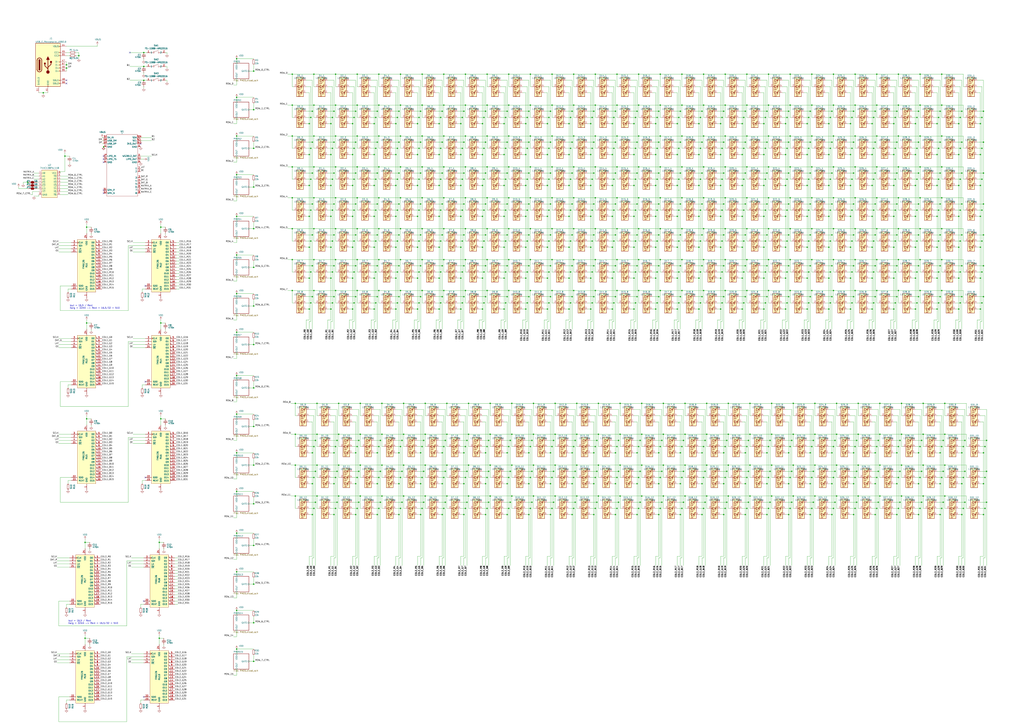
<source format=kicad_sch>
(kicad_sch (version 20250114) (generator "eeschema") (generator_version "9.0")
  (paper "A1")
  (text "Iout = 16.5 / Rext\nItarg = 32mA -> Rext = 16.5/32 = 510" (at 57.15 254 0) (effects (font (size 1.27 1.27)) (justify left bottom)))
  (text "Iout = 16.5 / Rext\nItarg = 32mA -> Rext = 16.5/32 = 510" (at 55.88 513.08 0) (effects (font (size 1.27 1.27)) (justify left bottom)))
  (junction (at 415.29 172.72))
  (junction (at 755.65 392.43))
  (junction (at 274.32 243.84))
  (junction (at 751.84 228.6))
  (junction (at 789.94 422.91))
  (junction (at 591.82 228.6))
  (junction (at 613.41 60.96))
  (junction (at 453.39 417.83))
  (junction (at 328.93 238.76))
  (junction (at 469.9 91.44))
  (junction (at 556.26 228.6))
  (junction (at 397.51 198.12))
  (junction (at 434.34 372.11))
  (junction (at 717.55 198.12))
  (junction (at 208.28 251.46))
  (junction (at 736.6 243.84))
  (junction (at 701.04 142.24))
  (junction (at 257.81 111.76))
  (junction (at 504.19 223.52))
  (junction (at 609.6 254))
  (junction (at 400.05 417.83))
  (junction (at 753.11 223.52))
  (junction (at 454.66 361.95))
  (junction (at 487.68 91.44))
  (junction (at 431.8 177.8))
  (junction (at 256.54 243.84))
  (junction (at 327.66 397.51))
  (junction (at 680.72 254))
  (junction (at 736.6 91.44))
  (junction (at 398.78 167.64))
  (junction (at 208.28 511.81))
  (junction (at 452.12 167.64))
  (junction (at 520.7 127))
  (junction (at 556.26 203.2))
  (junction (at 632.46 387.35))
  (junction (at 349.25 407.67))
  (junction (at 699.77 121.92))
  (junction (at 645.16 254))
  (junction (at 576.58 193.04))
  (junction (at 434.34 243.84))
  (junction (at 417.83 137.16))
  (junction (at 737.87 213.36))
  (junction (at 629.92 193.04))
  (junction (at 449.58 203.2))
  (junction (at 240.03 60.96))
  (junction (at 415.29 198.12))
  (junction (at 431.8 254))
  (junction (at 543.56 361.95))
  (junction (at 680.72 127))
  (junction (at 806.45 198.12))
  (junction (at 754.38 422.91))
  (junction (at 609.6 177.8))
  (junction (at 520.7 203.2))
  (junction (at 487.68 422.91))
  (junction (at 378.46 127))
  (junction (at 289.56 177.8))
  (junction (at 737.87 417.83))
  (junction (at 807.72 243.84))
  (junction (at 414.02 127))
  (junction (at 415.29 121.92))
  (junction (at 628.65 198.12))
  (junction (at 576.58 116.84))
  (junction (at 194.31 438.15))
  (junction (at 382.27 187.96))
  (junction (at 467.36 127))
  (junction (at 562.61 331.47))
  (junction (at 542.29 187.96))
  (junction (at 488.95 111.76))
  (junction (at 755.65 367.03))
  (junction (at 453.39 111.76))
  (junction (at 558.8 372.11))
  (junction (at 574.04 177.8))
  (junction (at 271.78 177.8))
  (junction (at 594.36 91.44))
  (junction (at 379.73 172.72))
  (junction (at 539.75 121.92))
  (junction (at 278.13 356.87))
  (junction (at 417.83 60.96))
  (junction (at 295.91 407.67))
  (junction (at 130.81 524.51))
  (junction (at 685.8 387.35))
  (junction (at 595.63 60.96))
  (junction (at 664.21 198.12))
  (junction (at 647.7 422.91))
  (junction (at 384.81 407.67))
  (junction (at 685.8 412.75))
  (junction (at 740.41 331.47))
  (junction (at 452.12 397.51))
  (junction (at 702.31 392.43))
  (junction (at 769.62 152.4))
  (junction (at 382.27 213.36))
  (junction (at 631.19 392.43))
  (junction (at 292.1 167.64))
  (junction (at 683.26 422.91))
  (junction (at 363.22 218.44))
  (junction (at 735.33 121.92))
  (junction (at 735.33 147.32))
  (junction (at 397.51 96.52))
  (junction (at 716.28 101.6))
  (junction (at 629.92 91.44))
  (junction (at 467.36 203.2))
  (junction (at 684.53 392.43))
  (junction (at 194.31 111.76))
  (junction (at 770.89 223.52))
  (junction (at 449.58 177.8))
  (junction (at 662.94 101.6))
  (junction (at 595.63 137.16))
  (junction (at 594.36 372.11))
  (junction (at 468.63 172.72))
  (junction (at 576.58 372.11))
  (junction (at 633.73 331.47))
  (junction (at 524.51 238.76))
  (junction (at 651.51 382.27))
  (junction (at 769.62 127))
  (junction (at 506.73 187.96))
  (junction (at 275.59 238.76))
  (junction (at 613.41 162.56))
  (junction (at 521.97 96.52))
  (junction (at 509.27 331.47))
  (junction (at 289.56 254))
  (junction (at 754.38 91.44))
  (junction (at 680.72 101.6))
  (junction (at 325.12 228.6))
  (junction (at 345.44 218.44))
  (junction (at 471.17 137.16))
  (junction (at 274.32 116.84))
  (junction (at 416.56 142.24))
  (junction (at 504.19 96.52))
  (junction (at 254 203.2))
  (junction (at 666.75 367.03))
  (junction (at 645.16 228.6))
  (junction (at 753.11 198.12))
  (junction (at 739.14 387.35))
  (junction (at 257.81 187.96))
  (junction (at 556.26 152.4))
  (junction (at 254 152.4))
  (junction (at 256.54 116.84))
  (junction (at 701.04 167.64))
  (junction (at 631.19 86.36))
  (junction (at 593.09 121.92))
  (junction (at 345.44 193.04))
  (junction (at 598.17 331.47))
  (junction (at 293.37 111.76))
  (junction (at 415.29 223.52))
  (junction (at 523.24 142.24))
  (junction (at 471.17 162.56))
  (junction (at 453.39 238.76))
  (junction (at 485.14 101.6))
  (junction (at 312.42 387.35))
  (junction (at 308.61 121.92))
  (junction (at 560.07 367.03))
  (junction (at 311.15 137.16))
  (junction (at 718.82 243.84))
  (junction (at 311.15 162.56))
  (junction (at 398.78 193.04))
  (junction (at 664.21 147.32))
  (junction (at 556.26 127))
  (junction (at 576.58 397.51))
  (junction (at 506.73 86.36))
  (junction (at 754.38 193.04))
  (junction (at 259.08 387.35))
  (junction (at 788.67 121.92))
  (junction (at 558.8 422.91))
  (junction (at 346.71 187.96))
  (junction (at 685.8 361.95))
  (junction (at 575.31 172.72))
  (junction (at 276.86 412.75))
  (junction (at 416.56 218.44))
  (junction (at 770.89 96.52))
  (junction (at 271.78 127))
  (junction (at 807.72 142.24))
  (junction (at 648.97 367.03))
  (junction (at 453.39 213.36))
  (junction (at 687.07 382.27))
  (junction (at 382.27 137.16))
  (junction (at 523.24 218.44))
  (junction (at 365.76 412.75))
  (junction (at 346.71 392.43))
  (junction (at 720.09 60.96))
  (junction (at 524.51 417.83))
  (junction (at 525.78 387.35))
  (junction (at 273.05 223.52))
  (junction (at 664.21 248.92))
  (junction (at 683.26 243.84))
  (junction (at 662.94 254))
  (junction (at 774.7 387.35))
  (junction (at 595.63 86.36))
  (junction (at 414.02 177.8))
  (junction (at 364.49 367.03))
  (junction (at 687.07 331.47))
  (junction (at 595.63 162.56))
  (junction (at 702.31 238.76))
  (junction (at 325.12 152.4))
  (junction (at 773.43 417.83))
  (junction (at 453.39 392.43))
  (junction (at 194.31 48.26))
  (junction (at 754.38 167.64))
  (junction (at 789.94 91.44))
  (junction (at 363.22 142.24))
  (junction (at 255.27 248.92))
  (junction (at 309.88 372.11))
  (junction (at 436.88 412.75))
  (junction (at 434.34 193.04))
  (junction (at 539.75 147.32))
  (junction (at 254 254))
  (junction (at 704.85 356.87))
  (junction (at 755.65 111.76))
  (junction (at 558.8 243.84))
  (junction (at 308.61 96.52))
  (junction (at 328.93 213.36))
  (junction (at 342.9 254))
  (junction (at 629.92 167.64))
  (junction (at 274.32 422.91))
  (junction (at 525.78 412.75))
  (junction (at 486.41 147.32))
  (junction (at 208.28 121.92))
  (junction (at 631.19 367.03))
  (junction (at 610.87 248.92))
  (junction (at 278.13 331.47))
  (junction (at 787.4 177.8))
  (junction (at 488.95 137.16))
  (junction (at 194.31 340.36))
  (junction (at 454.66 387.35))
  (junction (at 701.04 91.44))
  (junction (at 364.49 238.76))
  (junction (at 595.63 213.36))
  (junction (at 400.05 60.96))
  (junction (at 544.83 407.67))
  (junction (at 346.71 238.76))
  (junction (at 256.54 218.44))
  (junction (at 758.19 382.27))
  (junction (at 240.03 162.56))
  (junction (at 455.93 356.87))
  (junction (at 397.51 172.72))
  (junction (at 538.48 101.6))
  (junction (at 273.05 147.32))
  (junction (at 810.26 387.35))
  (junction (at 541.02 91.44))
  (junction (at 257.81 238.76))
  (junction (at 698.5 254))
  (junction (at 651.51 331.47))
  (junction (at 704.85 407.67))
  (junction (at 633.73 407.67))
  (junction (at 668.02 412.75))
  (junction (at 434.34 142.24))
  (junction (at 591.82 254))
  (junction (at 256.54 193.04))
  (junction (at 400.05 392.43))
  (junction (at 469.9 397.51))
  (junction (at 788.67 248.92))
  (junction (at 256.54 91.44))
  (junction (at 363.22 91.44))
  (junction (at 468.63 248.92))
  (junction (at 524.51 213.36))
  (junction (at 722.63 382.27))
  (junction (at 414.02 152.4))
  (junction (at 574.04 254))
  (junction (at 435.61 137.16))
  (junction (at 717.55 223.52))
  (junction (at 591.82 101.6))
  (junction (at 576.58 218.44))
  (junction (at 560.07 162.56))
  (junction (at 450.85 223.52))
  (junction (at 805.18 254))
  (junction (at 274.32 142.24))
  (junction (at 383.54 412.75))
  (junction (at 594.36 167.64))
  (junction (at 502.92 203.2))
  (junction (at 344.17 96.52))
  (junction (at 417.83 111.76))
  (junction (at 290.83 248.92))
  (junction (at 651.51 407.67))
  (junction (at 666.75 111.76))
  (junction (at 591.82 152.4))
  (junction (at 740.41 407.67))
  (junction (at 595.63 111.76))
  (junction (at 629.92 243.84))
  (junction (at 521.97 147.32))
  (junction (at 401.32 412.75))
  (junction (at 737.87 392.43))
  (junction (at 260.35 331.47))
  (junction (at 751.84 203.2))
  (junction (at 345.44 243.84))
  (junction (at 542.29 60.96))
  (junction (at 648.97 86.36))
  (junction (at 417.83 367.03))
  (junction (at 646.43 147.32))
  (junction (at 544.83 382.27))
  (junction (at 687.07 407.67))
  (junction (at 594.36 116.84))
  (junction (at 736.6 116.84))
  (junction (at 720.09 213.36))
  (junction (at 434.34 397.51))
  (junction (at 717.55 147.32))
  (junction (at 751.84 254))
  (junction (at 308.61 147.32))
  (junction (at 307.34 254))
  (junction (at 791.21 367.03))
  (junction (at 431.8 152.4))
  (junction (at 132.08 265.43))
  (junction (at 208.28 187.96))
  (junction (at 398.78 116.84))
  (junction (at 523.24 372.11))
  (junction (at 520.7 254))
  (junction (at 345.44 422.91))
  (junction (at 557.53 198.12))
  (junction (at 397.51 223.52))
  (junction (at 698.5 152.4))
  (junction (at 364.49 392.43))
  (junction (at 662.94 177.8))
  (junction (at 473.71 407.67))
  (junction (at 648.97 162.56))
  (junction (at 381 167.64))
  (junction (at 666.75 137.16))
  (junction (at 722.63 407.67))
  (junction (at 254 101.6))
  (junction (at 520.7 228.6))
  (junction (at 452.12 372.11))
  (junction (at 577.85 392.43))
  (junction (at 308.61 198.12))
  (junction (at 364.49 137.16))
  (junction (at 704.85 382.27))
  (junction (at 417.83 417.83))
  (junction (at 433.07 121.92))
  (junction (at 575.31 223.52))
  (junction (at 326.39 198.12))
  (junction (at 208.28 382.27))
  (junction (at 505.46 193.04))
  (junction (at 735.33 172.72))
  (junction (at 808.99 392.43))
  (junction (at 541.02 218.44))
  (junction (at 344.17 198.12))
  (junction (at 275.59 86.36))
  (junction (at 367.03 331.47))
  (junction (at 520.7 152.4))
  (junction (at 735.33 223.52))
  (junction (at 666.75 213.36))
  (junction (at 367.03 356.87))
  (junction (at 594.36 193.04))
  (junction (at 576.58 91.44))
  (junction (at 398.78 218.44))
  (junction (at 505.46 372.11))
  (junction (at 753.11 96.52))
  (junction (at 414.02 203.2))
  (junction (at 680.72 177.8))
  (junction (at 118.11 54.61))
  (junction (at 772.16 91.44))
  (junction (at 541.02 372.11))
  (junction (at 416.56 422.91))
  (junction (at 646.43 223.52))
  (junction (at 486.41 223.52))
  (junction (at 684.53 137.16))
  (junction (at 469.9 193.04))
  (junction (at 789.94 397.51))
  (junction (at 613.41 367.03))
  (junction (at 557.53 96.52))
  (junction (at 612.14 422.91))
  (junction (at 737.87 367.03))
  (junction (at 751.84 101.6))
  (junction (at 313.69 407.67))
  (junction (at 665.48 397.51))
  (junction (at 505.46 91.44))
  (junction (at 361.95 198.12))
  (junction (at 328.93 137.16))
  (junction (at 363.22 167.64))
  (junction (at 755.65 137.16))
  (junction (at 755.65 86.36))
  (junction (at 609.6 152.4))
  (junction (at 740.41 382.27))
  (junction (at 271.78 101.6))
  (junction (at 194.31 469.9))
  (junction (at 755.65 417.83))
  (junction (at 363.22 422.91))
  (junction (at 527.05 356.87))
  (junction (at 294.64 387.35))
  (junction (at 487.68 243.84))
  (junction (at 290.83 96.52))
  (junction (at 787.4 254))
  (junction (at 524.51 162.56))
  (junction (at 488.95 367.03))
  (junction (at 648.97 60.96))
  (junction (at 325.12 203.2))
  (junction (at 400.05 137.16))
  (junction (at 577.85 367.03))
  (junction (at 400.05 367.03))
  (junction (at 328.93 60.96))
  (junction (at 271.78 254))
  (junction (at 524.51 111.76))
  (junction (at 610.87 96.52))
  (junction (at 773.43 162.56))
  (junction (at 491.49 356.87))
  (junction (at 468.63 223.52))
  (junction (at 628.65 147.32))
  (junction (at 293.37 367.03))
  (junction (at 307.34 177.8))
  (junction (at 504.19 172.72))
  (junction (at 770.89 121.92))
  (junction (at 502.92 101.6))
  (junction (at 328.93 111.76))
  (junction (at 364.49 187.96))
  (junction (at 311.15 86.36))
  (junction (at 662.94 203.2))
  (junction (at 718.82 397.51))
  (junction (at 208.28 153.67))
  (junction (at 718.82 422.91))
  (junction (at 631.19 111.76))
  (junction (at 274.32 397.51))
  (junction (at 631.19 213.36))
  (junction (at 591.82 203.2))
  (junction (at 703.58 361.95))
  (junction (at 593.09 147.32))
  (junction (at 631.19 137.16))
  (junction (at 364.49 417.83))
  (junction (at 452.12 193.04))
  (junction (at 651.51 356.87))
  (junction (at 737.87 86.36))
  (junction (at 720.09 187.96))
  (junction (at 508 387.35))
  (junction (at 734.06 203.2))
  (junction (at 471.17 417.83))
  (junction (at 311.15 238.76))
  (junction (at 772.16 243.84))
  (junction (at 807.72 218.44))
  (junction (at 664.21 121.92))
  (junction (at 666.75 392.43))
  (junction (at 613.41 187.96))
  (junction (at 755.65 60.96))
  (junction (at 396.24 101.6))
  (junction (at 596.9 361.95))
  (junction (at 561.34 412.75))
  (junction (at 208.28 219.71))
  (junction (at 769.62 177.8))
  (junction (at 309.88 218.44))
  (junction (at 539.75 223.52))
  (junction (at 290.83 198.12))
  (junction (at 772.16 422.91))
  (junction (at 593.09 248.92))
  (junction (at 666.75 187.96))
  (junction (at 753.11 121.92))
  (junction (at 255.27 172.72))
  (junction (at 665.48 116.84))
  (junction (at 628.65 248.92))
  (junction (at 633.73 356.87))
  (junction (at 327.66 193.04))
  (junction (at 557.53 223.52))
  (junction (at 328.93 162.56))
  (junction (at 505.46 397.51))
  (junction (at 577.85 137.16))
  (junction (at 576.58 142.24))
  (junction (at 363.22 397.51))
  (junction (at 681.99 147.32))
  (junction (at 541.02 116.84))
  (junction (at 307.34 203.2))
  (junction (at 645.16 177.8))
  (junction (at 574.04 203.2))
  (junction (at 647.7 193.04))
  (junction (at 295.91 356.87))
  (junction (at 331.47 407.67))
  (junction (at 435.61 392.43))
  (junction (at 613.41 137.16))
  (junction (at 632.46 412.75))
  (junction (at 488.95 162.56))
  (junction (at 631.19 60.96))
  (junction (at 502.92 127))
  (junction (at 274.32 91.44))
  (junction (at 504.19 147.32))
  (junction (at 363.22 243.84))
  (junction (at 504.19 121.92))
  (junction (at 755.65 162.56))
  (junction (at 561.34 361.95))
  (junction (at 505.46 116.84))
  (junction (at 311.15 392.43))
  (junction (at 473.71 382.27))
  (junction (at 735.33 248.92))
  (junction (at 523.24 116.84))
  (junction (at 194.31 143.51))
  (junction (at 772.16 142.24))
  (junction (at 542.29 392.43))
  (junction (at 681.99 172.72))
  (junction (at 471.17 60.96))
  (junction (at 703.58 412.75))
  (junction (at 543.56 412.75))
  (junction (at 449.58 152.4))
  (junction (at 344.17 147.32))
  (junction (at 789.94 193.04))
  (junction (at 789.94 116.84))
  (junction (at 326.39 121.92))
  (junction (at 383.54 361.95))
  (junction (at 523.24 193.04))
  (junction (at 702.31 111.76))
  (junction (at 612.14 218.44))
  (junction (at 629.92 422.91))
  (junction (at 256.54 372.11))
  (junction (at 294.64 361.95))
  (junction (at 508 412.75))
  (junction (at 789.94 218.44))
  (junction (at 544.83 331.47))
  (junction (at 194.31 273.05))
  (junction (at 544.83 356.87))
  (junction (at 487.68 218.44))
  (junction (at 753.11 147.32))
  (junction (at 593.09 96.52))
  (junction (at 557.53 121.92))
  (junction (at 417.83 392.43))
  (junction (at 648.97 213.36))
  (junction (at 402.59 407.67))
  (junction (at 701.04 218.44))
  (junction (at 648.97 392.43))
  (junction (at 701.04 372.11))
  (junction (at 346.71 60.96))
  (junction (at 736.6 218.44))
  (junction (at 702.31 137.16))
  (junction (at 687.07 356.87))
  (junction (at 274.32 193.04))
  (junction (at 737.87 162.56))
  (junction (at 807.72 167.64))
  (junction (at 787.4 152.4))
  (junction (at 469.9 116.84))
  (junction (at 788.67 198.12))
  (junction (at 524.51 187.96))
  (junction (at 485.14 228.6))
  (junction (at 487.68 372.11))
  (junction (at 71.12 186.69))
  (junction (at 756.92 412.75))
  (junction (at 792.48 412.75))
  (junction (at 240.03 137.16))
  (junction (at 434.34 116.84))
  (junction (at 734.06 177.8))
  (junction (at 471.17 187.96))
  (junction (at 293.37 238.76))
  (junction (at 468.63 147.32))
  (junction (at 775.97 382.27))
  (junction (at 400.05 111.76))
  (junction (at 311.15 367.03))
  (junction (at 577.85 162.56))
  (junction (at 257.81 213.36))
  (junction (at 326.39 147.32))
  (junction (at 292.1 193.04))
  (junction (at 468.63 121.92))
  (junction (at 610.87 172.72))
  (junction (at 471.17 213.36))
  (junction (at 631.19 238.76))
  (junction (at 275.59 367.03))
  (junction (at 471.17 367.03))
  (junction (at 632.46 361.95))
  (junction (at 342.9 152.4))
  (junction (at 666.75 60.96))
  (junction (at 468.63 198.12))
  (junction (at 527.05 407.67))
  (junction (at 787.4 127))
  (junction (at 488.95 238.76))
  (junction (at 734.06 228.6))
  (junction (at 754.38 372.11))
  (junction (at 292.1 422.91))
  (junction (at 381 218.44))
  (junction (at 467.36 177.8))
  (junction (at 452.12 91.44))
  (junction (at 293.37 187.96))
  (junction (at 755.65 187.96))
  (junction (at 542.29 417.83))
  (junction (at 505.46 243.84))
  (junction (at 378.46 152.4))
  (junction (at 502.92 228.6))
  (junction (at 327.66 218.44))
  (junction (at 290.83 172.72))
  (junction (at 309.88 422.91))
  (junction (at 467.36 254))
  (junction (at 367.03 407.67))
  (junction (at 542.29 213.36))
  (junction (at 575.31 248.92))
  (junction (at 453.39 162.56))
  (junction (at 615.95 331.47))
  (junction (at 254 177.8))
  (junction (at 64.77 45.72))
  (junction (at 436.88 387.35))
  (junction (at 398.78 422.91))
  (junction (at 416.56 116.84))
  (junction (at 556.26 177.8))
  (junction (at 415.29 248.92))
  (junction (at 810.26 412.75))
  (junction (at 346.71 417.83))
  (junction (at 538.48 254))
  (junction (at 381 243.84))
  (junction (at 273.05 198.12))
  (junction (at 542.29 238.76))
  (junction (at 502.92 254))
  (junction (at 560.07 392.43))
  (junction (at 538.48 177.8))
  (junction (at 527.05 331.47))
  (junction (at 560.07 60.96))
  (junction (at 344.17 248.92))
  (junction (at 414.02 254))
  (junction (at 309.88 397.51))
  (junction (at 669.29 382.27))
  (junction (at 769.62 254))
  (junction (at 420.37 356.87))
  (junction (at 402.59 331.47))
  (junction (at 473.71 356.87))
  (junction (at 327.66 243.84))
  (junction (at 574.04 152.4))
  (junction (at 699.77 248.92))
  (junction (at 260.35 356.87))
  (junction (at 575.31 96.52))
  (junction (at 787.4 203.2))
  (junction (at 541.02 167.64))
  (junction (at 257.81 162.56))
  (junction (at 415.29 96.52))
  (junction (at 541.02 397.51))
  (junction (at 452.12 243.84))
  (junction (at 309.88 142.24))
  (junction (at 308.61 223.52))
  (junction (at 381 397.51))
  (junction (at 257.81 417.83))
  (junction (at 684.53 367.03))
  (junction (at 627.38 228.6))
  (junction (at 396.24 127))
  (junction (at 718.82 142.24))
  (junction (at 737.87 60.96))
  (junction (at 807.72 372.11))
  (junction (at 289.56 203.2))
  (junction (at 415.29 147.32))
  (junction (at 524.51 137.16))
  (junction (at 734.06 101.6))
  (junction (at 382.27 392.43))
  (junction (at 208.28 350.52))
  (junction (at 664.21 96.52))
  (junction (at 664.21 172.72))
  (junction (at 580.39 356.87))
  (junction (at 472.44 361.95))
  (junction (at 289.56 152.4))
  (junction (at 560.07 86.36))
  (junction (at 668.02 361.95))
  (junction (at 699.77 198.12))
  (junction (at 560.07 137.16))
  (junction (at 736.6 167.64))
  (junction (at 361.95 147.32))
  (junction (at 433.07 147.32))
  (junction (at 792.48 387.35))
  (junction (at 506.73 60.96))
  (junction (at 491.49 407.67))
  (junction (at 431.8 228.6))
  (junction (at 345.44 167.64))
  (junction (at 758.19 356.87))
  (junction (at 698.5 101.6))
  (junction (at 382.27 238.76))
  (junction (at 612.14 142.24))
  (junction (at 346.71 213.36))
  (junction (at 194.31 372.11))
  (junction (at 647.7 372.11))
  (junction (at 645.16 203.2))
  (junction (at 273.05 121.92))
  (junction (at 720.09 86.36))
  (junction (at 560.07 187.96))
  (junction (at 751.84 177.8))
  (junction (at 289.56 127))
  (junction (at 471.17 238.76))
  (junction (at 401.32 387.35))
  (junction (at 488.95 187.96))
  (junction (at 384.81 382.27))
  (junction (at 402.59 356.87))
  (junction (at 313.69 356.87))
  (junction (at 417.83 213.36))
  (junction (at 701.04 193.04))
  (junction (at 307.34 228.6))
  (junction (at 701.04 116.84))
  (junction (at 806.45 121.92))
  (junction (at 612.14 372.11))
  (junction (at 361.95 172.72))
  (junction (at 292.1 243.84))
  (junction (at 716.28 254))
  (junction (at 595.63 238.76))
  (junction (at 628.65 223.52))
  (junction (at 701.04 422.91))
  (junction (at 506.73 367.03))
  (junction (at 774.7 412.75))
  (junction (at 594.36 218.44))
  (junction (at 665.48 422.91))
  (junction (at 806.45 248.92))
  (junction (at 417.83 162.56))
  (junction (at 721.36 387.35))
  (junction (at 342.9 203.2))
  (junction (at 684.53 162.56))
  (junction (at 309.88 167.64))
  (junction (at 326.39 172.72))
  (junction (at 716.28 228.6))
  (junction (at 506.73 238.76))
  (junction (at 379.73 198.12))
  (junction (at 416.56 193.04))
  (junction (at 612.14 116.84))
  (junction (at 773.43 137.16))
  (junction (at 255.27 121.92))
  (junction (at 615.95 407.67))
  (junction (at 542.29 86.36))
  (junction (at 610.87 147.32))
  (junction (at 702.31 162.56))
  (junction (at 453.39 60.96))
  (junction (at 701.04 243.84))
  (junction (at 575.31 121.92))
  (junction (at 647.7 218.44))
  (junction (at 345.44 91.44))
  (junction (at 789.94 167.64))
  (junction (at 273.05 248.92))
  (junction (at 792.48 361.95))
  (junction (at 485.14 254))
  (junction (at 775.97 331.47))
  (junction (at 683.26 372.11))
  (junction (at 240.03 213.36))
  (junction (at 775.97 407.67))
  (junction (at 275.59 162.56))
  (junction (at 556.26 101.6))
  (junction (at 506.73 392.43))
  (junction (at 401.32 361.95))
  (junction (at 669.29 407.67))
  (junction (at 557.53 147.32))
  (junction (at 420.37 331.47))
  (junction (at 469.9 422.91))
  (junction (at 360.68 203.2))
  (junction (at 650.24 361.95))
  (junction (at 629.92 218.44))
  (junction (at 648.97 417.83))
  (junction (at 524.51 60.96))
  (junction (at 254 127))
  (junction (at 419.1 361.95))
  (junction (at 472.44 387.35))
  (junction (at 452.12 116.84))
  (junction (at 488.95 86.36))
  (junction (at 257.81 137.16))
  (junction (at 469.9 218.44))
  (junction (at 502.92 177.8))
  (junction (at 292.1 142.24))
  (junction (at 538.48 203.2))
  (junction (at 541.02 243.84))
  (junction (at 396.24 203.2))
  (junction (at 524.51 367.03))
  (junction (at 613.41 238.76))
  (junction (at 311.15 187.96))
  (junction (at 629.92 397.51))
  (junction (at 720.09 137.16))
  (junction (at 633.73 382.27))
  (junction (at 433.07 96.52))
  (junction (at 613.41 86.36))
  (junction (at 255.27 223.52))
  (junction (at 576.58 167.64))
  (junction (at 450.85 198.12))
  (junction (at 435.61 60.96))
  (junction (at 791.21 392.43))
  (junction (at 506.73 137.16))
  (junction (at 342.9 127))
  (junction (at 363.22 193.04))
  (junction (at 293.37 417.83))
  (junction (at 610.87 198.12))
  (junction (at 509.27 356.87))
  (junction (at 579.12 361.95))
  (junction (at 452.12 422.91))
  (junction (at 736.6 193.04))
  (junction (at 54.61 53.34))
  (junction (at 665.48 91.44))
  (junction (at 791.21 417.83))
  (junction (at 721.36 412.75))
  (junction (at 628.65 96.52))
  (junction (at 805.18 228.6))
  (junction (at 345.44 397.51))
  (junction (at 702.31 367.03))
  (junction (at 255.27 96.52))
  (junction (at 349.25 331.47))
  (junction (at 756.92 387.35))
  (junction (at 665.48 142.24))
  (junction (at 699.77 96.52))
  (junction (at 734.06 127))
  (junction (at 737.87 111.76))
  (junction (at 720.09 238.76))
  (junction (at 576.58 243.84))
  (junction (at 665.48 243.84))
  (junction (at 612.14 397.51))
  (junction (at 627.38 127))
  (junction (at 577.85 213.36))
  (junction (at 307.34 127))
  (junction (at 313.69 331.47))
  (junction (at 538.48 152.4))
  (junction (at 557.53 248.92))
  (junction (at 328.93 392.43))
  (junction (at 453.39 137.16))
  (junction (at 256.54 167.64))
  (junction (at 450.85 147.32))
  (junction (at 736.6 422.91))
  (junction (at 735.33 96.52))
  (junction (at 681.99 248.92))
  (junction (at 541.02 422.91))
  (junction (at 257.81 392.43))
  (junction (at 787.4 101.6))
  (junction (at 431.8 101.6))
  (junction (at 681.99 121.92))
  (junction (at 788.67 172.72))
  (junction (at 450.85 172.72))
  (junction (at 720.09 367.03))
  (junction (at 647.7 167.64))
  (junction (at 805.18 152.4))
  (junction (at 506.73 162.56))
  (junction (at 508 361.95))
  (junction (at 684.53 187.96))
  (junction (at 416.56 167.64))
  (junction (at 504.19 198.12))
  (junction (at 701.04 397.51))
  (junction (at 360.68 228.6))
  (junction (at 556.26 254))
  (junction (at 417.83 187.96))
  (junction (at 397.51 121.92))
  (junction (at 433.07 198.12))
  (junction (at 773.43 86.36))
  (junction (at 627.38 203.2))
  (junction (at 383.54 387.35))
  (junction (at 596.9 387.35))
  (junction (at 788.67 96.52))
  (junction (at 698.5 203.2))
  (junction (at 558.8 193.04))
  (junction (at 397.51 147.32))
  (junction (at 646.43 248.92))
  (junction (at 400.05 187.96))
  (junction (at 485.14 127))
  (junction (at 647.7 116.84))
  (junction (at 577.85 60.96))
  (junction (at 520.7 177.8))
  (junction (at 736.6 372.11))
  (junction (at 593.09 172.72))
  (junction (at 487.68 116.84))
  (junction (at 684.53 111.76))
  (junction (at 754.38 218.44))
  (junction (at 770.89 248.92))
  (junction (at 331.47 331.47))
  (junction (at 379.73 121.92))
  (junction (at 627.38 101.6))
  (junction (at 326.39 248.92))
  (junction (at 558.8 218.44))
  (junction (at 382.27 367.03))
  (junction (at 755.65 238.76))
  (junction (at 561.34 387.35))
  (junction (at 665.48 218.44))
  (junction (at 295.91 331.47))
  (junction (at 275.59 213.36))
  (junction (at 273.05 96.52))
  (junction (at 308.61 248.92))
  (junction (at 737.87 238.76))
  (junction (at 538.48 127))
  (junction (at 539.75 96.52))
  (junction (at 240.03 238.76))
  (junction (at 769.62 228.6))
  (junction (at 558.8 167.64))
  (junction (at 208.28 58.42))
  (junction (at 718.82 218.44))
  (junction (at 397.51 248.92))
  (junction (at 434.34 218.44))
  (junction (at 773.43 238.76))
  (junction (at 666.75 86.36))
  (junction (at 557.53 172.72))
  (junction (at 381 142.24))
  (junction (at 720.09 392.43))
  (junction (at 756.92 361.95))
  (junction (at 769.62 203.2))
  (junction (at 805.18 177.8))
  (junction (at 471.17 392.43))
  (junction (at 293.37 162.56))
  (junction (at 208.28 318.77))
  (junction (at 681.99 198.12))
  (junction (at 580.39 407.67))
  (junction (at 487.68 397.51))
  (junction (at 487.68 142.24))
  (junction (at 505.46 142.24))
  (junction (at 290.83 147.32))
  (junction (at 398.78 243.84))
  (junction (at 311.15 417.83))
  (junction (at 438.15 407.67))
  (junction (at 255.27 198.12))
  (junction (at 770.89 198.12))
  (junction (at 69.85 524.51))
  (junction (at 684.53 238.76))
  (junction (at 541.02 193.04))
  (junction (at 364.49 162.56))
  (junction (at 255.27 147.32))
  (junction (at 381 193.04))
  (junction (at 487.68 167.64))
  (junction (at 312.42 361.95))
  (junction (at 739.14 412.75))
  (junction (at 807.72 422.91))
  (junction (at 612.14 193.04))
  (junction (at 668.02 387.35))
  (junction (at 788.67 223.52))
  (junction (at 591.82 177.8))
  (junction (at 491.49 382.27))
  (junction (at 396.24 177.8))
  (junction (at 295.91 382.27))
  (junction (at 683.26 397.51))
  (junction (at 346.71 111.76))
  (junction (at 208.28 90.17))
  (junction (at 773.43 111.76))
  (junction (at 434.34 167.64))
  (junction (at 524.51 392.43))
  (junction (at 396.24 152.4))
  (junction (at 774.7 361.95))
  (junction (at 560.07 238.76))
  (junction (at 717.55 248.92))
  (junction (at 577.85 187.96))
  (junction (at 773.43 392.43))
  (junction (at 523.24 397.51))
  (junction (at 580.39 331.47))
  (junction (at 194.31 501.65))
  (junction (at 722.63 331.47))
  (junction (at 615.95 382.27))
  (junction (at 772.16 397.51))
  (junction (at 275.59 187.96))
  (junction (at 648.97 111.76))
  (junction (at 699.77 223.52))
  (junction (at 274.32 218.44))
  (junction (at 347.98 412.75))
  (junction (at 805.18 101.6))
  (junction (at 328.93 417.83))
  (junction (at 365.76 361.95))
  (junction (at 562.61 382.27))
  (junction (at 579.12 387.35))
  (junction (at 469.9 142.24))
  (junction (at 770.89 172.72))
  (junction (at 502.92 152.4))
  (junction (at 345.44 372.11))
  (junction (at 609.6 101.6))
  (junction (at 309.88 193.04))
  (junction (at 414.02 228.6))
  (junction (at 753.11 172.72))
  (junction (at 648.97 187.96))
  (junction (at 703.58 387.35))
  (junction (at 455.93 407.67))
  (junction (at 613.41 392.43))
  (junction (at 721.36 361.95))
  (junction (at 787.4 228.6))
  (junction (at 326.39 223.52))
  (junction (at 486.41 96.52))
  (junction (at 560.07 417.83))
  (junction (at 577.85 417.83))
  (junction (at 349.25 356.87))
  (junction (at 342.9 177.8))
  (junction (at 610.87 121.92))
  (junction (at 275.59 60.96))
  (junction (at 327.66 116.84))
  (junction (at 342.9 228.6))
  (junction (at 699.77 147.32))
  (junction (at 523.24 243.84))
  (junction (at 398.78 142.24))
  (junction (at 647.7 91.44))
  (junction (at 327.66 422.91))
  (junction (at 292.1 91.44))
  (junction (at 433.07 223.52))
  (junction (at 645.16 101.6))
  (junction (at 758.19 331.47))
  (junction (at 363.22 116.84))
  (junction (at 450.85 121.92))
  (junction (at 612.14 167.64))
  (junction (at 770.89 147.32))
  (junction (at 612.14 243.84))
  (junction (at 289.56 228.6))
  (junction (at 194.31 533.4))
  (junction (at 379.73 223.52))
  (junction (at 208.28 543.56))
  (junction (at 613.41 111.76))
  (junction (at 293.37 392.43))
  (junction (at 402.59 382.27))
  (junction (at 736.6 397.51))
  (junction (at 631.19 162.56))
  (junction (at 276.86 361.95))
  (junction (at 665.48 167.64))
  (junction (at 467.36 101.6))
  (junction (at 435.61 238.76))
  (junction (at 627.38 152.4))
  (junction (at 542.29 367.03))
  (junction (at 274.32 372.11))
  (junction (at 609.6 228.6))
  (junction (at 240.03 86.36))
  (junction (at 275.59 111.76))
  (junction (at 307.34 101.6))
  (junction (at 130.81 603.25))
  (junction (at 54.61 55.88))
  (junction (at 361.95 121.92))
  (junction (at 629.92 372.11))
  (junction (at 327.66 142.24))
  (junction (at 273.05 172.72))
  (junction (at 471.17 111.76))
  (junction (at 435.61 162.56))
  (junction (at 132.08 344.17))
  (junction (at 702.31 213.36))
  (junction (at 593.09 223.52))
  (junction (at 419.1 412.75))
  (junction (at 648.97 238.76))
  (junction (at 416.56 91.44))
  (junction (at 293.37 60.96))
  (junction (at 400.05 213.36))
  (junction (at 275.59 417.83))
  (junction (at 278.13 407.67))
  (junction (at 130.81 445.77))
  (junction (at 347.98 361.95))
  (junction (at 240.03 187.96))
  (junction (at 311.15 213.36))
  (junction (at 349.25 382.27))
  (junction (at 328.93 367.03))
  (junction (at 558.8 142.24))
  (junction (at 361.95 223.52))
  (junction (at 684.53 86.36))
  (junction (at 360.68 254))
  (junction (at 469.9 372.11))
  (junction (at 294.64 412.75))
  (junction (at 594.36 397.51))
  (junction (at 467.36 152.4))
  (junction (at 505.46 167.64))
  (junction (at 629.92 116.84))
  (junction (at 378.46 203.2))
  (junction (at 775.97 356.87))
  (junction (at 702.31 86.36))
  (junction (at 293.37 213.36))
  (junction (at 718.82 193.04))
  (junction (at 613.41 213.36))
  (junction (at 575.31 198.12))
  (junction (at 789.94 243.84))
  (junction (at 292.1 372.11))
  (junction (at 595.63 392.43))
  (junction (at 346.71 367.03))
  (junction (at 615.95 356.87))
  (junction (at 614.68 361.95))
  (junction (at 271.78 203.2))
  (junction (at 789.94 142.24))
  (junction (at 378.46 177.8))
  (junction (at 646.43 96.52))
  (junction (at 648.97 137.16))
  (junction (at 647.7 397.51))
  (junction (at 435.61 86.36))
  (junction (at 525.78 361.95))
  (junction (at 307.34 152.4))
  (junction (at 289.56 101.6))
  (junction (at 360.68 177.8))
  (junction (at 69.85 445.77))
  (junction (at 259.08 361.95))
  (junction (at 118.11 66.04))
  (junction (at 290.83 121.92))
  (junction (at 344.17 121.92))
  (junction (at 754.38 243.84))
  (junction (at 680.72 152.4))
  (junction (at 736.6 142.24))
  (junction (at 208.28 283.21))
  (junction (at 378.46 254))
  (junction (at 665.48 193.04))
  (junction (at 806.45 96.52))
  (junction (at 488.95 213.36))
  (junction (at 735.33 198.12))
  (junction (at 472.44 412.75))
  (junction (at 737.87 187.96))
  (junction (at 208.28 480.06))
  (junction (at 381 91.44))
  (junction (at 292.1 397.51))
  (junction (at 574.04 127))
  (junction (at 194.31 80.01))
  (junction (at 468.63 96.52))
  (junction (at 367.03 382.27))
  (junction (at 438.15 331.47))
  (junction (at 242.57 382.27))
  (junction (at 486.41 198.12))
  (junction (at 698.5 228.6))
  (junction (at 71.12 344.17))
  (junction (at 257.81 86.36))
  (junction (at 772.16 218.44))
  (junction (at 435.61 111.76))
  (junction (at 242.57 356.87))
  (junction (at 381 422.91))
  (junction (at 594.36 243.84))
  (junction (at 610.87 223.52))
  (junction (at 562.61 407.67))
  (junction (at 669.29 356.87))
  (junction (at 344.17 223.52))
  (junction (at 539.75 248.92))
  (junction (at 254 228.6))
  (junction (at 683.26 193.04))
  (junction (at 396.24 254))
  (junction (at 722.63 356.87))
  (junction (at 311.15 60.96))
  (junction (at 807.72 91.44))
  (junction (at 740.41 356.87))
  (junction (at 684.53 60.96))
  (junction (at 330.2 412.75))
  (junction (at 580.39 382.27))
  (junction (at 808.99 367.03))
  (junction (at 631.19 187.96))
  (junction (at 364.49 111.76))
  (junction (at 396.24 228.6))
  (junction (at 717.55 96.52))
  (junction (at 810.26 361.95))
  (junction (at 345.44 116.84))
  (junction (at 344.17 172.72))
  (junction (at 194.31 209.55))
  (junction (at 194.31 241.3))
  (junction (at 560.07 213.36))
  (junction (at 379.73 248.92))
  (junction (at 521.97 248.92))
  (junction (at 379.73 147.32))
  (junction (at 758.19 407.67))
  (junction (at 805.18 127))
  (junction (at 473.71 331.47))
  (junction (at 596.9 412.75))
  (junction (at 313.69 382.27))
  (junction (at 435.61 417.83))
  (junction (at 718.82 167.64))
  (junction (at 35.56 76.2))
  (junction (at 504.19 248.92))
  (junction (at 364.49 60.96))
  (junction (at 773.43 60.96))
  (junction (at 438.15 382.27))
  (junction (at 737.87 137.16))
  (junction (at 309.88 91.44))
  (junction (at 435.61 213.36))
  (junction (at 327.66 91.44))
  (junction (at 702.31 187.96))
  (junction (at 702.31 60.96))
  (junction (at 716.28 177.8))
  (junction (at 577.85 238.76))
  (junction (at 631.19 417.83))
  (junction (at 490.22 412.75))
  (junction (at 293.37 86.36))
  (junction (at 240.03 111.76))
  (junction (at 290.83 223.52))
  (junction (at 398.78 397.51))
  (junction (at 381 372.11))
  (junction (at 434.34 91.44))
  (junction (at 490.22 387.35))
  (junction (at 521.97 121.92))
  (junction (at 485.14 152.4))
  (junction (at 579.12 412.75))
  (junction (at 53.34 128.27))
  (junction (at 681.99 223.52))
  (junction (at 455.93 382.27))
  (junction (at 807.72 397.51))
  (junction (at 560.07 111.76))
  (junction (at 328.93 86.36))
  (junction (at 452.12 218.44))
  (junction (at 345.44 142.24))
  (junction (at 542.29 137.16))
  (junction (at 416.56 372.11))
  (junction (at 275.59 137.16))
  (junction (at 772.16 372.11))
  (junction (at 449.58 254))
  (junction (at 609.6 203.2))
  (junction (at 734.06 152.4))
  (junction (at 414.02 101.6))
  (junction (at 521.97 198.12))
  (junction (at 613.41 417.83))
  (junction (at 435.61 367.03))
  (junction (at 666.75 238.76))
  (junction (at 614.68 412.75))
  (junction (at 650.24 412.75))
  (junction (at 271.78 152.4))
  (junction (at 754.38 116.84))
  (junction (at 118.11 43.18))
  (junction (at 539.75 172.72))
  (junction (at 772.16 167.64))
  (junction (at 669.29 331.47))
  (junction (at 260.35 382.27))
  (junction (at 398.78 91.44))
  (junction (at 276.86 387.35))
  (junction (at 420.37 382.27))
  (junction (at 488.95 417.83))
  (junction (at 381 116.84))
  (junction (at 208.28 448.31))
  (junction (at 718.82 91.44))
  (junction (at 419.1 387.35))
  (junction (at 646.43 198.12))
  (junction (at 325.12 101.6))
  (junction (at 312.42 412.75))
  (junction (at 469.9 243.84))
  (junction (at 256.54 422.91))
  (junction (at 400.05 162.56))
  (junction (at 523.24 422.91))
  (junction (at 646.43 172.72))
  (junction (at 527.05 382.27))
  (junction (at 609.6 127))
  (junction (at 628.65 172.72))
  (junction (at 754.38 142.24))
  (junction (at 331.47 382.27))
  (junction (at 438.15 356.87))
  (junction (at 382.27 417.83))
  (junction (at 593.09 198.12))
  (junction (at 417.83 238.76))
  (junction (at 449.58 127))
  (junction (at 467.36 228.6))
  (junction (at 292.1 116.84))
  (junction (at 417.83 86.36))
  (junction (at 718.82 116.84))
  (junction (at 594.36 422.91))
  (junction (at 361.95 96.52))
  (junction (at 293.37 137.16))
  (junction (at 365.76 387.35))
  (junction (at 773.43 367.03))
  (junction (at 346.71 86.36))
  (junction (at 455.93 331.47))
  (junction (at 506.73 111.76))
  (junction (at 627.38 254))
  (junction (at 664.21 223.52))
  (junction (at 325.12 177.8))
  (junction (at 257.81 60.96))
  (junction (at 309.88 116.84))
  (junction (at 558.8 397.51))
  (junction (at 378.46 228.6))
  (junction (at 717.55 172.72))
  (junction (at 739.14 361.95))
  (junction (at 647.7 142.24))
  (junction (at 753.11 248.92))
  (junction (at 698.5 177.8))
  (junction (at 208.28 414.02))
  (junction (at 330.2 387.35))
  (junction (at 523.24 91.44))
  (junction (at 789.94 372.11))
  (junction (at 274.32 167.64))
  (junction (at 342.9 101.6))
  (junction (at 681.99 96.52))
  (junction (at 400.05 86.36))
  (junction (at 327.66 167.64))
  (junction (at 400.05 238.76))
  (junction (at 769.62 101.6))
  (junction (at 452.12 142.24))
  (junction (at 666.75 417.83))
  (junction (at 598.17 356.87))
  (junction (at 69.85 603.25))
  (junction (at 488.95 392.43))
  (junction (at 309.88 243.84))
  (junction (at 574.04 101.6))
  (junction (at 772.16 193.04))
  (junction (at 683.26 142.24))
  (junction (at 662.94 127))
  (junction (at 576.58 422.91))
  (junction (at 275.59 392.43))
  (junction (at 22.86 149.86))
  (junction (at 132.08 186.69))
  (junction (at 628.65 121.92))
  (junction (at 612.14 91.44))
  (junction (at 574.04 228.6))
  (junction (at 539.75 198.12))
  (junction (at 271.78 228.6))
  (junction (at 435.61 187.96))
  (junction (at 717.55 121.92))
  (junction (at 308.61 172.72))
  (junction (at 734.06 254))
  (junction (at 524.51 86.36))
  (junction (at 665.48 372.11))
  (junction (at 325.12 127))
  (junction (at 486.41 172.72))
  (junction (at 751.84 127))
  (junction (at 487.68 193.04))
  (junction (at 645.16 152.4))
  (junction (at 326.39 96.52))
  (junction (at 614.68 387.35))
  (junction (at 598.17 382.27))
  (junction (at 666.75 162.56))
  (junction (at 806.45 223.52))
  (junction (at 360.68 127))
  (junction (at 416.56 243.84))
  (junction (at 806.45 147.32))
  (junction (at 595.63 367.03))
  (junction (at 683.26 218.44))
  (junction (at 773.43 187.96))
  (junction (at 311.15 111.76))
  (junction (at 595.63 187.96))
  (junction (at 506.73 417.83))
  (junction (at 702.31 417.83))
  (junction (at 194.31 177.8))
  (junction (at 436.88 361.95))
  (junction (at 806.45 172.72))
  (junction (at 485.14 177.8))
  (junction (at 325.12 254))
  (junction (at 521.97 223.52))
  (junction (at 382.27 162.56))
  (junction (at 363.22 372.11))
  (junction (at 646.43 121.92))
  (junction (at 327.66 372.11))
  (junction (at 278.13 382.27))
  (junction (at 433.07 248.92))
  (junction (at 382.27 60.96))
  (junction (at 720.09 162.56))
  (junction (at 453.39 187.96))
  (junction (at 543.56 387.35))
  (junction (at 716.28 203.2))
  (junction (at 647.7 243.84))
  (junction (at 716.28 152.4))
  (junction (at 431.8 203.2))
  (junction (at 347.98 387.35))
  (junction (at 331.47 356.87))
  (junction (at 683.26 116.84))
  (junction (at 591.82 127))
  (junction (at 384.81 356.87))
  (junction (at 542.29 111.76))
  (junction (at 485.14 203.2))
  (junction (at 360.68 152.4))
  (junction (at 720.09 111.76))
  (junction (at 680.72 228.6))
  (junction (at 420.37 407.67))
  (junction (at 382.27 111.76))
  (junction (at 509.27 407.67))
  (junction (at 684.53 213.36))
  (junction (at 662.94 152.4))
  (junction (at 509.27 382.27))
  (junction (at 257.81 367.03))
  (junction (at 645.16 127))
  (junction (at 194.31 403.86))
  (junction (at 720.09 417.83))
  (junction (at 449.58 101.6))
  (junction (at 194.31 308.61))
  (junction (at 805.18 203.2))
  (junction (at 434.34 422.91))
  (junction (at 521.97 172.72))
  (junction (at 256.54 397.51))
  (junction (at 382.27 86.36))
  (junction (at 454.66 412.75))
  (junction (at 259.08 412.75))
  (junction (at 788.67 147.32))
  (junction (at 416.56 397.51))
  (junction (at 594.36 142.24))
  (junction (at 346.71 162.56))
  (junction (at 292.1 218.44))
  (junction (at 716.28 127))
  (junction (at 378.46 101.6))
  (junction (at 754.38 397.51))
  (junction (at 751.84 152.4))
  (junction (at 523.24 167.64))
  (junction (at 260.35 407.67))
  (junction (at 505.46 422.91))
  (junction (at 256.54 142.24))
  (junction (at 450.85 248.92))
  (junction (at 469.9 167.64))
  (junction (at 704.85 331.47))
  (junction (at 346.71 137.16))
  (junction (at 699.77 172.72))
  (junction (at 471.17 86.36))
  (junction (at 698.5 127))
  (junction (at 379.73 96.52))
  (junction (at 453.39 86.36))
  (junction (at 808.99 417.83))
  (junction (at 680.72 203.2))
  (junction (at 773.43 213.36))
  (junction (at 541.02 142.24))
  (junction (at 538.48 228.6))
  (junction (at 433.07 172.72))
  (junction (at 85.09 120.65))
  (junction (at 577.85 111.76))
  (junction (at 650.24 387.35))
  (junction (at 453.39 367.03))
  (junction (at 755.65 213.36))
  (junction (at 364.49 213.36))
  (junction (at 807.72 116.84))
  (junction (at 361.95 248.92))
  (junction (at 364.49 86.36))
  (junction (at 629.92 142.24))
  (junction (at 242.57 331.47))
  (junction (at 562.61 356.87))
  (junction (at 491.49 331.47))
  (junction (at 242.57 407.67))
  (junction (at 575.31 147.32))
  (junction (at 598.17 407.67))
  (junction (at 718.82 372.11))
  (junction (at 595.63 417.83))
  (junction (at 807.72 193.04))
  (junction (at 542.29 162.56))
  (junction (at 627.38 177.8))
  (junction (at 577.85 86.36))
  (junction (at 328.93 187.96))
  (junction (at 360.68 101.6))
  (junction (at 506.73 213.36))
  (junction (at 772.16 116.84))
  (junction (at 558.8 116.84))
  (junction (at 490.22 361.95))
  (junction (at 450.85 96.52))
  (junction (at 384.81 331.47))
  (junction (at 330.2 361.95))
  (junction (at 431.8 127))
  (junction (at 488.95 60.96))
  (junction (at 683.26 91.44))
  (junction (at 505.46 218.44))
  (junction (at 683.26 167.64))
  (junction (at 449.58 228.6))
  (junction (at 486.41 121.92))
  (junction (at 662.94 228.6))
  (junction (at 520.7 101.6))
  (junction (at 71.12 265.43))
  (junction (at 558.8 91.44))
  (junction (at 398.78 372.11))
  (junction (at 684.53 417.83))
  (junction (at 486.41 248.92))
  (no_connect (at 118.11 572.77))
  (no_connect (at 85.09 158.75))
  (no_connect (at 85.09 156.21))
  (no_connect (at 54.61 68.58))
  (no_connect (at 119.38 234.95))
  (no_connect (at 119.38 392.43))
  (no_connect (at 115.57 118.11))
  (no_connect (at 106.68 43.18))
  (no_connect (at 85.09 128.27))
  (no_connect (at 85.09 130.81))
  (no_connect (at 85.09 133.35))
  (no_connect (at 118.11 494.03))
  (no_connect (at 119.38 313.69))
  (no_connect (at 118.11 651.51))
  (no_connect (at 54.61 66.04))
  (wire (pts (xy 683.26 458.47) (xy 683.26 464.82)))
  (wire (pts (xy 560.07 417.83) (xy 560.07 458.47)))
  (wire (pts (xy 523.24 193.04) (xy 523.24 218.44)))
  (wire (pts (xy 613.41 86.36) (xy 631.19 86.36)))
  (wire (pts (xy 435.61 96.52) (xy 436.88 96.52)))
  (wire (pts (xy 363.22 142.24) (xy 358.14 142.24)))
  (wire (pts (xy 754.38 218.44) (xy 754.38 243.84)))
  (wire (pts (xy 687.07 407.67) (xy 704.85 407.67)))
  (wire (pts (xy 327.66 142.24) (xy 327.66 167.64)))
  (wire (pts (xy 575.31 121.92) (xy 575.31 147.32)))
  (wire (pts (xy 680.72 346.71) (xy 683.26 346.71)))
  (wire (pts (xy 607.06 223.52) (xy 610.87 223.52)))
  (wire (pts (xy 344.17 147.32) (xy 344.17 172.72)))
  (wire (pts (xy 345.44 243.84) (xy 340.36 243.84)))
  (wire (pts (xy 609.6 457.2) (xy 609.6 464.82)))
  (wire (pts (xy 631.19 341.63) (xy 631.19 367.03)))
  (wire (pts (xy 364.49 162.56) (xy 382.27 162.56)))
  (wire (pts (xy 118.11 654.05) (xy 115.57 654.05)))
  (wire (pts (xy 607.06 248.92) (xy 610.87 248.92)))
  (wire (pts (xy 669.29 382.27) (xy 687.07 382.27)))
  (wire (pts (xy 53.34 128.27) (xy 53.34 125.73)))
  (wire (pts (xy 295.91 382.27) (xy 313.69 382.27)))
  (wire (pts (xy 488.95 172.72) (xy 490.22 172.72)))
  (wire (pts (xy 769.62 127) (xy 769.62 152.4)))
  (wire (pts (xy 648.97 341.63) (xy 648.97 367.03)))
  (wire (pts (xy 349.25 356.87) (xy 367.03 356.87)))
  (wire (pts (xy 613.41 367.03) (xy 613.41 392.43)))
  (wire (pts (xy 411.48 198.12) (xy 415.29 198.12)))
  (wire (pts (xy 773.43 162.56) (xy 791.21 162.56)))
  (wire (pts (xy 488.95 458.47) (xy 487.68 458.47)))
  (wire (pts (xy 716.28 346.71) (xy 718.82 346.71)))
  (wire (pts (xy 382.27 213.36) (xy 382.27 223.52)))
  (wire (pts (xy 416.56 66.04) (xy 411.48 66.04)))
  (wire (pts (xy 683.26 218.44) (xy 678.18 218.44)))
  (wire (pts (xy 698.5 152.4) (xy 698.5 177.8)))
  (wire (pts (xy 541.02 167.64) (xy 541.02 193.04)))
  (wire (pts (xy 307.34 397.51) (xy 309.88 397.51)))
  (wire (pts (xy 271.78 177.8) (xy 271.78 203.2)))
  (wire (pts (xy 535.94 198.12) (xy 539.75 198.12)))
  (wire (pts (xy 651.51 367.03) (xy 652.78 367.03)))
  (wire (pts (xy 417.83 121.92) (xy 419.1 121.92)))
  (wire (pts (xy 525.78 412.75) (xy 520.7 412.75)))
  (wire (pts (xy 256.54 218.44) (xy 251.46 218.44)))
  (wire (pts (xy 455.93 382.27) (xy 473.71 382.27)))
  (wire (pts (xy 685.8 412.75) (xy 685.8 464.82)))
  (wire (pts (xy 342.9 372.11) (xy 345.44 372.11)))
  (wire (pts (xy 467.36 127) (xy 467.36 152.4)))
  (wire (pts (xy 758.19 382.27) (xy 775.97 382.27)))
  (wire (pts (xy 580.39 356.87) (xy 580.39 367.03)))
  (wire (pts (xy 396.24 177.8) (xy 396.24 203.2)))
  (wire (pts (xy 415.29 172.72) (xy 415.29 198.12)))
  (wire (pts (xy 434.34 142.24) (xy 434.34 167.64)))
  (wire (pts (xy 521.97 147.32) (xy 521.97 172.72)))
  (wire (pts (xy 784.86 96.52) (xy 788.67 96.52)))
  (wire (pts (xy 55.88 53.34) (xy 54.61 53.34)))
  (wire (pts (xy 287.02 76.2) (xy 289.56 76.2)))
  (wire (pts (xy 594.36 142.24) (xy 594.36 167.64)))
  (wire (pts (xy 541.02 142.24) (xy 541.02 167.64)))
  (wire (pts (xy 271.78 422.91) (xy 274.32 422.91)))
  (wire (pts (xy 400.05 392.43) (xy 400.05 417.83)))
  (wire (pts (xy 358.14 177.8) (xy 360.68 177.8)))
  (wire (pts (xy 346.71 213.36) (xy 346.71 223.52)))
  (wire (pts (xy 736.6 142.24) (xy 736.6 167.64)))
  (wire (pts (xy 721.36 336.55) (xy 721.36 361.95)))
  (wire (pts (xy 784.86 223.52) (xy 788.67 223.52)))
  (wire (pts (xy 289.56 264.16) (xy 289.56 270.51)))
  (wire (pts (xy 485.14 264.16) (xy 485.14 270.51)))
  (wire (pts (xy 571.5 172.72) (xy 575.31 172.72)))
  (wire (pts (xy 414.02 264.16) (xy 414.02 270.51)))
  (wire (pts (xy 751.84 367.03) (xy 755.65 367.03)))
  (wire (pts (xy 645.16 367.03) (xy 648.97 367.03)))
  (wire (pts (xy 612.14 397.51) (xy 612.14 422.91)))
  (wire (pts (xy 575.31 264.16) (xy 574.04 264.16)))
  (wire (pts (xy 788.67 264.16) (xy 787.4 264.16)))
  (wire (pts (xy 576.58 91.44) (xy 571.5 91.44)))
  (wire (pts (xy 631.19 392.43) (xy 631.19 417.83)))
  (wire (pts (xy 524.51 172.72) (xy 525.78 172.72)))
  (wire (pts (xy 544.83 382.27) (xy 562.61 382.27)))
  (wire (pts (xy 208.28 209.55) (xy 194.31 209.55)))
  (wire (pts (xy 308.61 96.52) (xy 308.61 121.92)))
  (wire (pts (xy 431.8 101.6) (xy 431.8 127)))
  (wire (pts (xy 260.35 407.67) (xy 260.35 417.83)))
  (wire (pts (xy 648.97 137.16) (xy 648.97 147.32)))
  (wire (pts (xy 589.28 101.6) (xy 591.82 101.6)))
  (wire (pts (xy 557.53 121.92) (xy 557.53 147.32)))
  (wire (pts (xy 558.8 116.84) (xy 558.8 142.24)))
  (wire (pts (xy 208.28 448.31) (xy 204.47 448.31)))
  (wire (pts (xy 739.14 387.35) (xy 739.14 412.75)))
  (wire (pts (xy 257.81 238.76) (xy 257.81 248.92)))
  (wire (pts (xy 716.28 341.63) (xy 720.09 341.63)))
  (wire (pts (xy 751.84 127) (xy 751.84 152.4)))
  (wire (pts (xy 358.14 152.4) (xy 360.68 152.4)))
  (wire (pts (xy 805.18 228.6) (xy 805.18 254)))
  (wire (pts (xy 256.54 243.84) (xy 256.54 270.51)))
  (wire (pts (xy 557.53 71.12) (xy 557.53 96.52)))
  (wire (pts (xy 274.32 91.44) (xy 269.24 91.44)))
  (wire (pts (xy 473.71 392.43) (xy 474.98 392.43)))
  (wire (pts (xy 595.63 238.76) (xy 595.63 248.92)))
  (wire (pts (xy 527.05 392.43) (xy 528.32 392.43)))
  (wire (pts (xy 787.4 417.83) (xy 791.21 417.83)))
  (wire (pts (xy 571.5 121.92) (xy 575.31 121.92)))
  (wire (pts (xy 560.07 147.32) (xy 561.34 147.32)))
  (wire (pts (xy 523.24 167.64) (xy 523.24 193.04)))
  (wire (pts (xy 505.46 372.11) (xy 505.46 397.51)))
  (wire (pts (xy 254 262.89) (xy 251.46 262.89)))
  (wire (pts (xy 698.5 254) (xy 698.5 262.89)))
  (wire (pts (xy 487.68 346.71) (xy 487.68 372.11)))
  (wire (pts (xy 367.03 392.43) (xy 368.3 392.43)))
  (wire (pts (xy 520.7 177.8) (xy 520.7 203.2)))
  (wire (pts (xy 772.16 66.04) (xy 772.16 91.44)))
  (wire (pts (xy 593.09 264.16) (xy 591.82 264.16)))
  (wire (pts (xy 541.02 457.2) (xy 538.48 457.2)))
  (wire (pts (xy 704.85 356.87) (xy 722.63 356.87)))
  (wire (pts (xy 772.16 346.71) (xy 772.16 372.11)))
  (wire (pts (xy 144.78 237.49) (xy 147.32 237.49)))
  (wire (pts (xy 400.05 367.03) (xy 400.05 392.43)))
  (wire (pts (xy 208.28 48.26) (xy 194.31 48.26)))
  (wire (pts (xy 627.38 457.2) (xy 627.38 464.82)))
  (wire (pts (xy 238.76 382.27) (xy 242.57 382.27)))
  (wire (pts (xy 208.28 90.17) (xy 204.47 90.17)))
  (wire (pts (xy 429.26 96.52) (xy 433.07 96.52)))
  (wire (pts (xy 767.08 121.92) (xy 770.89 121.92)))
  (wire (pts (xy 506.73 111.76) (xy 506.73 121.92)))
  (wire (pts (xy 736.6 142.24) (xy 731.52 142.24)))
  (wire (pts (xy 535.94 121.92) (xy 539.75 121.92)))
  (wire (pts (xy 311.15 137.16) (xy 311.15 147.32)))
  (wire (pts (xy 342.9 101.6) (xy 342.9 127)))
  (wire (pts (xy 613.41 341.63) (xy 613.41 367.03)))
  (wire (pts (xy 595.63 121.92) (xy 596.9 121.92)))
  (wire (pts (xy 471.17 60.96) (xy 488.95 60.96)))
  (wire (pts (xy 109.22 199.39) (xy 119.38 199.39)))
  (wire (pts (xy 379.73 96.52) (xy 379.73 121.92)))
  (wire (pts (xy 322.58 76.2) (xy 325.12 76.2)))
  (wire (pts (xy 754.38 91.44) (xy 749.3 91.44)))
  (wire (pts (xy 450.85 71.12) (xy 450.85 96.52)))
  (wire (pts (xy 806.45 223.52) (xy 806.45 248.92)))
  (wire (pts (xy 271.78 372.11) (xy 274.32 372.11)))
  (wire (pts (xy 702.31 367.03) (xy 702.31 392.43)))
  (wire (pts (xy 662.94 262.89) (xy 660.4 262.89)))
  (wire (pts (xy 259.08 361.95) (xy 254 361.95)))
  (wire (pts (xy 48.26 283.21) (xy 58.42 283.21)))
  (wire (pts (xy 736.6 193.04) (xy 731.52 193.04)))
  (wire (pts (xy 685.8 387.35) (xy 685.8 412.75)))
  (wire (pts (xy 648.97 238.76) (xy 648.97 248.92)))
  (wire (pts (xy 577.85 71.12) (xy 579.12 71.12)))
  (wire (pts (xy 346.71 213.36) (xy 364.49 213.36)))
  (wire (pts (xy 453.39 111.76) (xy 471.17 111.76)))
  (wire (pts (xy 416.56 116.84) (xy 416.56 142.24)))
  (wire (pts (xy 598.17 356.87) (xy 615.95 356.87)))
  (wire (pts (xy 325.12 397.51) (xy 327.66 397.51)))
  (wire (pts (xy 580.39 331.47) (xy 598.17 331.47)))
  (wire (pts (xy 788.67 96.52) (xy 788.67 121.92)))
  (wire (pts (xy 449.58 392.43) (xy 453.39 392.43)))
  (wire (pts (xy 524.51 121.92) (xy 525.78 121.92)))
  (wire (pts (xy 194.31 165.1) (xy 194.31 160.02)))
  (wire (pts (xy 591.82 177.8) (xy 591.82 203.2)))
  (wire (pts (xy 574.04 228.6) (xy 574.04 254)))
  (wire (pts (xy 579.12 412.75) (xy 579.12 464.82)))
  (wire (pts (xy 292.1 116.84) (xy 292.1 142.24)))
  (wire (pts (xy 629.92 66.04) (xy 624.84 66.04)))
  (wire (pts (xy 488.95 71.12) (xy 490.22 71.12)))
  (wire (pts (xy 467.36 76.2) (xy 467.36 101.6)))
  (wire (pts (xy 718.82 167.64) (xy 718.82 193.04)))
  (wire (pts (xy 789.94 422.91) (xy 789.94 457.2)))
  (wire (pts (xy 660.4 203.2) (xy 662.94 203.2)))
  (wire (pts (xy 342.9 76.2) (xy 342.9 101.6)))
  (wire (pts (xy 312.42 361.95) (xy 312.42 387.35)))
  (wire (pts (xy 558.8 457.2) (xy 556.26 457.2)))
  (wire (pts (xy 435.61 60.96) (xy 435.61 71.12)))
  (wire (pts (xy 257.81 238.76) (xy 275.59 238.76)))
  (wire (pts (xy 791.21 367.03) (xy 791.21 392.43)))
  (wire (pts (xy 562.61 392.43) (xy 563.88 392.43)))
  (wire (pts (xy 717.55 172.72) (xy 717.55 198.12)))
  (wire (pts (xy 666.75 86.36) (xy 684.53 86.36)))
  (wire (pts (xy 447.04 262.89) (xy 447.04 270.51)))
  (wire (pts (xy 668.02 361.95) (xy 662.94 361.95)))
  (wire (pts (xy 500.38 147.32) (xy 504.19 147.32)))
  (wire (pts (xy 381 193.04) (xy 375.92 193.04)))
  (wire (pts (xy 464.82 248.92) (xy 468.63 248.92)))
  (wire (pts (xy 328.93 248.92) (xy 330.2 248.92)))
  (wire (pts (xy 523.24 218.44) (xy 518.16 218.44)))
  (wire (pts (xy 792.48 412.75) (xy 787.4 412.75)))
  (wire (pts (xy 525.78 361.95) (xy 520.7 361.95)))
  (wire (pts (xy 269.24 96.52) (xy 273.05 96.52)))
  (wire (pts (xy 54.61 575.31) (xy 54.61 577.85)))
  (wire (pts (xy 681.99 71.12) (xy 681.99 96.52)))
  (wire (pts (xy 793.75 331.47) (xy 793.75 341.63)))
  (wire (pts (xy 575.31 71.12) (xy 575.31 96.52)))
  (wire (pts (xy 701.04 458.47) (xy 701.04 464.82)))
  (wire (pts (xy 488.95 223.52) (xy 490.22 223.52)))
  (wire (pts (xy 631.19 187.96) (xy 648.97 187.96)))
  (wire (pts (xy 574.04 152.4) (xy 574.04 177.8)))
  (wire (pts (xy 325.12 203.2) (xy 325.12 228.6)))
  (wire (pts (xy 274.32 243.84) (xy 269.24 243.84)))
  (wire (pts (xy 665.48 458.47) (xy 665.48 464.82)))
  (wire (pts (xy 647.7 243.84) (xy 647.7 270.51)))
  (wire (pts (xy 435.61 137.16) (xy 453.39 137.16)))
  (wire (pts (xy 396.24 372.11) (xy 398.78 372.11)))
  (wire (pts (xy 755.65 187.96) (xy 773.43 187.96)))
  (wire (pts (xy 596.9 387.35) (xy 591.82 387.35)))
  (wire (pts (xy 698.5 422.91) (xy 701.04 422.91)))
  (wire (pts (xy 669.29 382.27) (xy 669.29 392.43)))
  (wire (pts (xy 137.16 66.04) (xy 135.89 66.04)))
  (wire (pts (xy 560.07 213.36) (xy 560.07 223.52)))
  (wire (pts (xy 701.04 193.04) (xy 701.04 218.44)))
  (wire (pts (xy 345.44 458.47) (xy 345.44 464.82)))
  (wire (pts (xy 256.54 142.24) (xy 256.54 167.64)))
  (wire (pts (xy 325.12 254) (xy 325.12 262.89)))
  (wire (pts (xy 393.7 248.92) (xy 397.51 248.92)))
  (wire (pts (xy 308.61 198.12) (xy 308.61 223.52)))
  (wire (pts (xy 576.58 193.04) (xy 571.5 193.04)))
  (wire (pts (xy 144.78 207.01) (xy 147.32 207.01)))
  (wire (pts (xy 435.61 111.76) (xy 453.39 111.76)))
  (wire (pts (xy 364.49 417.83) (xy 364.49 458.47)))
  (wire (pts (xy 378.46 264.16) (xy 378.46 270.51)))
  (wire (pts (xy 793.75 367.03) (xy 795.02 367.03)))
  (wire (pts (xy 276.86 361.95) (xy 276.86 387.35)))
  (wire (pts (xy 401.32 361.95) (xy 401.32 387.35)))
  (wire (pts (xy 290.83 248.92) (xy 290.83 264.16)))
  (wire (pts (xy 571.5 228.6) (xy 574.04 228.6)))
  (wire (pts (xy 238.76 331.47) (xy 242.57 331.47)))
  (wire (pts (xy 411.48 152.4) (xy 414.02 152.4)))
  (wire (pts (xy 487.68 243.84) (xy 482.6 243.84)))
  (wire (pts (xy 558.8 218.44) (xy 558.8 243.84)))
  (wire (pts (xy 613.41 162.56) (xy 631.19 162.56)))
  (wire (pts (xy 577.85 248.92) (xy 579.12 248.92)))
  (wire (pts (xy 429.26 147.32) (xy 433.07 147.32)))
  (wire (pts (xy 293.37 86.36) (xy 311.15 86.36)))
  (wire (pts (xy 504.19 172.72) (xy 504.19 198.12)))
  (wire (pts (xy 107.95 542.29) (xy 118.11 542.29)))
  (wire (pts (xy 257.81 248.92) (xy 259.08 248.92)))
  (wire (pts (xy 595.63 162.56) (xy 613.41 162.56)))
  (wire (pts (xy 342.9 203.2) (xy 342.9 228.6)))
  (wire (pts (xy 666.75 223.52) (xy 668.02 223.52)))
  (wire (pts (xy 467.36 262.89) (xy 464.82 262.89)))
  (wire (pts (xy 311.15 137.16) (xy 328.93 137.16)))
  (wire (pts (xy 194.31 491.49) (xy 191.77 491.49)))
  (wire (pts (xy 789.94 218.44) (xy 784.86 218.44)))
  (wire (pts (xy 55.88 144.78) (xy 49.53 144.78)))
  (wire (pts (xy 54.61 496.57) (xy 54.61 499.11)))
  (wire (pts (xy 132.08 265.43) (xy 132.08 270.51)))
  (wire (pts (xy 364.49 198.12) (xy 365.76 198.12)))
  (wire (pts (xy 257.81 162.56) (xy 257.81 172.72)))
  (wire (pts (xy 327.66 422.91) (xy 327.66 457.2)))
  (wire (pts (xy 295.91 341.63) (xy 297.18 341.63)))
  (wire (pts (xy 662.94 422.91) (xy 665.48 422.91)))
  (wire (pts (xy 415.29 147.32) (xy 415.29 172.72)))
  (wire (pts (xy 624.84 223.52) (xy 628.65 223.52)))
  (wire (pts (xy 629.92 66.04) (xy 629.92 91.44)))
  (wire (pts (xy 485.14 254) (xy 485.14 262.89)))
  (wire (pts (xy 295.91 367.03) (xy 297.18 367.03)))
  (wire (pts (xy 289.56 101.6) (xy 289.56 127)))
  (wire (pts (xy 292.1 218.44) (xy 287.02 218.44)))
  (wire (pts (xy 449.58 101.6) (xy 449.58 127)))
  (wire (pts (xy 307.34 422.91) (xy 309.88 422.91)))
  (wire (pts (xy 482.6 152.4) (xy 485.14 152.4)))
  (wire (pts (xy 613.41 60.96) (xy 613.41 71.12)))
  (wire (pts (xy 375.92 172.72) (xy 379.73 172.72)))
  (wire (pts (xy 683.26 346.71) (xy 683.26 372.11)))
  (wire (pts (xy 255.27 96.52) (xy 255.27 121.92)))
  (wire (pts (xy 614.68 387.35) (xy 609.6 387.35)))
  (wire (pts (xy 449.58 457.2) (xy 449.58 464.82)))
  (wire (pts (xy 347.98 387.35) (xy 342.9 387.35)))
  (wire (pts (xy 251.46 152.4) (xy 254 152.4)))
  (wire (pts (xy 680.72 417.83) (xy 684.53 417.83)))
  (wire (pts (xy 269.24 262.89) (xy 269.24 270.51)))
  (wire (pts (xy 734.06 264.16) (xy 734.06 270.51)))
  (wire (pts (xy 518.16 177.8) (xy 520.7 177.8)))
  (wire (pts (xy 58.42 234.95) (xy 49.53 234.95)))
  (wire (pts (xy 275.59 60.96) (xy 275.59 71.12)))
  (wire (pts (xy 704.85 367.03) (xy 706.12 367.03)))
  (wire (pts (xy 417.83 96.52) (xy 419.1 96.52)))
  (wire (pts (xy 384.81 382.27) (xy 384.81 392.43)))
  (wire (pts (xy 345.44 116.84) (xy 345.44 142.24)))
  (wire (pts (xy 360.68 101.6) (xy 360.68 127)))
  (wire (pts (xy 713.74 121.92) (xy 717.55 121.92)))
  (wire (pts (xy 393.7 71.12) (xy 397.51 71.12)))
  (wire (pts (xy 358.14 121.92) (xy 361.95 121.92)))
  (wire (pts (xy 345.44 66.04) (xy 340.36 66.04)))
  (wire (pts (xy 504.19 198.12) (xy 504.19 223.52)))
  (wire (pts (xy 793.75 356.87) (xy 793.75 367.03)))
  (wire (pts (xy 802.64 147.32) (xy 806.45 147.32)))
  (wire (pts (xy 304.8 101.6) (xy 307.34 101.6)))
  (wire (pts (xy 104.14 593.09) (xy 104.14 539.75)))
  (wire (pts (xy 805.18 177.8) (xy 805.18 203.2)))
  (wire (pts (xy 737.87 223.52) (xy 739.14 223.52)))
  (wire (pts (xy 598.17 382.27) (xy 615.95 382.27)))
  (wire (pts (xy 701.04 116.84) (xy 695.96 116.84)))
  (wire (pts (xy 662.94 127) (xy 662.94 152.4)))
  (wire (pts (xy 793.75 392.43) (xy 795.02 392.43)))
  (wire (pts (xy 468.63 172.72) (xy 468.63 198.12)))
  (wire (pts (xy 396.24 367.03) (xy 400.05 367.03)))
  (wire (pts (xy 589.28 71.12) (xy 593.09 71.12)))
  (wire (pts (xy 787.4 392.43) (xy 791.21 392.43)))
  (wire (pts (xy 698.5 367.03) (xy 702.31 367.03)))
  (wire (pts (xy 542.29 392.43) (xy 542.29 417.83)))
  (wire (pts (xy 591.82 254) (xy 591.82 262.89)))
  (wire (pts (xy 275.59 96.52) (xy 276.86 96.52)))
  (wire (pts (xy 505.46 422.91) (xy 505.46 457.2)))
  (wire (pts (xy 720.09 198.12) (xy 721.36 198.12)))
  (wire (pts (xy 773.43 172.72) (xy 774.7 172.72)))
  (wire (pts (xy 806.45 172.72) (xy 806.45 198.12)))
  (wire (pts (xy 613.41 121.92) (xy 614.68 121.92)))
  (wire (pts (xy 48.26 364.49) (xy 58.42 364.49)))
  (wire (pts (xy 631.19 147.32) (xy 632.46 147.32)))
  (wire (pts (xy 624.84 254) (xy 627.38 254)))
  (wire (pts (xy 802.64 121.92) (xy 806.45 121.92)))
  (wire (pts (xy 447.04 121.92) (xy 450.85 121.92)))
  (wire (pts (xy 524.51 71.12) (xy 525.78 71.12)))
  (wire (pts (xy 363.22 243.84) (xy 358.14 243.84)))
  (wire (pts (xy 31.75 160.02) (xy 31.75 161.29)))
  (wire (pts (xy 382.27 238.76) (xy 400.05 238.76)))
  (wire (pts (xy 701.04 243.84) (xy 695.96 243.84)))
  (wire (pts (xy 541.02 243.84) (xy 541.02 270.51)))
  (wire (pts (xy 325.12 346.71) (xy 327.66 346.71)))
  (wire (pts (xy 312.42 412.75) (xy 307.34 412.75)))
  (wire (pts (xy 275.59 137.16) (xy 293.37 137.16)))
  (wire (pts (xy 755.65 162.56) (xy 773.43 162.56)))
  (wire (pts (xy 612.14 458.47) (xy 612.14 464.82)))
  (wire (pts (xy 805.18 417.83) (xy 808.99 417.83)))
  (wire (pts (xy 740.41 407.67) (xy 758.19 407.67)))
  (wire (pts (xy 276.86 387.35) (xy 271.78 387.35)))
  (wire (pts (xy 289.56 76.2) (xy 289.56 101.6)))
  (wire (pts (xy 665.48 422.91) (xy 665.48 457.2)))
  (wire (pts (xy 364.49 137.16) (xy 364.49 147.32)))
  (wire (pts (xy 579.12 336.55) (xy 574.04 336.55)))
  (wire (pts (xy 360.68 346.71) (xy 363.22 346.71)))
  (wire (pts (xy 194.31 361.95) (xy 194.31 356.87)))
  (wire (pts (xy 523.24 66.04) (xy 523.24 91.44)))
  (wire (pts (xy 535.94 262.89) (xy 535.94 270.51)))
  (wire (pts (xy 194.31 523.24) (xy 194.31 518.16)))
  (wire (pts (xy 695.96 76.2) (xy 698.5 76.2)))
  (wire (pts (xy 589.28 198.12) (xy 593.09 198.12)))
  (wire (pts (xy 665.48 91.44) (xy 665.48 116.84)))
  (wire (pts (xy 469.9 218.44) (xy 469.9 243.84)))
  (wire (pts (xy 579.12 336.55) (xy 579.12 361.95)))
  (wire (pts (xy 736.6 218.44) (xy 731.52 218.44)))
  (wire (pts (xy 378.46 254) (xy 378.46 262.89)))
  (wire (pts (xy 504.19 71.12) (xy 504.19 96.52)))
  (wire (pts (xy 419.1 361.95) (xy 419.1 387.35)))
  (wire (pts (xy 278.13 331.47) (xy 295.91 331.47)))
  (wire (pts (xy 802.64 248.92) (xy 806.45 248.92)))
  (wire (pts (xy 595.63 187.96) (xy 613.41 187.96)))
  (wire (pts (xy 684.53 86.36) (xy 684.53 96.52)))
  (wire (pts (xy 256.54 458.47) (xy 256.54 464.82)))
  (wire (pts (xy 322.58 177.8) (xy 325.12 177.8)))
  (wire (pts (xy 702.31 60.96) (xy 720.09 60.96)))
  (wire (pts (xy 684.53 121.92) (xy 685.8 121.92)))
  (wire (pts (xy 417.83 172.72) (xy 419.1 172.72)))
  (wire (pts (xy 327.66 91.44) (xy 322.58 91.44)))
  (wire (pts (xy 683.26 116.84) (xy 678.18 116.84)))
  (wire (pts (xy 502.92 397.51) (xy 505.46 397.51)))
  (wire (pts (xy 773.43 121.92) (xy 774.7 121.92)))
  (wire (pts (xy 482.6 121.92) (xy 486.41 121.92)))
  (wire (pts (xy 420.37 356.87) (xy 438.15 356.87)))
  (wire (pts (xy 393.7 121.92) (xy 397.51 121.92)))
  (wire (pts (xy 449.58 417.83) (xy 453.39 417.83)))
  (wire (pts (xy 628.65 172.72) (xy 628.65 198.12)))
  (wire (pts (xy 307.34 127) (xy 307.34 152.4)))
  (wire (pts (xy 453.39 172.72) (xy 454.66 172.72)))
  (wire (pts (xy 703.58 361.95) (xy 703.58 387.35)))
  (wire (pts (xy 322.58 198.12) (xy 326.39 198.12)))
  (wire (pts (xy 651.51 341.63) (xy 652.78 341.63)))
  (wire (pts (xy 698.5 397.51) (xy 701.04 397.51)))
  (wire (pts (xy 767.08 96.52) (xy 770.89 96.52)))
  (wire (pts (xy 416.56 218.44) (xy 411.48 218.44)))
  (wire (pts (xy 349.25 382.27) (xy 367.03 382.27)))
  (wire (pts (xy 256.54 66.04) (xy 256.54 91.44)))
  (wire (pts (xy 453.39 162.56) (xy 471.17 162.56)))
  (wire (pts (xy 662.94 392.43) (xy 666.75 392.43)))
  (wire (pts (xy 453.39 96.52) (xy 454.66 96.52)))
  (wire (pts (xy 720.09 71.12) (xy 721.36 71.12)))
  (wire (pts (xy 311.15 162.56) (xy 328.93 162.56)))
  (wire (pts (xy 645.16 152.4) (xy 645.16 177.8)))
  (wire (pts (xy 716.28 203.2) (xy 716.28 228.6)))
  (wire (pts (xy 453.39 187.96) (xy 471.17 187.96)))
  (wire (pts (xy 346.71 111.76) (xy 364.49 111.76)))
  (wire (pts (xy 589.28 248.92) (xy 593.09 248.92)))
  (wire (pts (xy 254 346.71) (xy 256.54 346.71)))
  (wire (pts (xy 739.14 387.35) (xy 734.06 387.35)))
  (wire (pts (xy 433.07 147.32) (xy 433.07 172.72)))
  (wire (pts (xy 447.04 223.52) (xy 450.85 223.52)))
  (wire (pts (xy 452.12 243.84) (xy 452.12 270.51)))
  (wire (pts (xy 538.48 372.11) (xy 541.02 372.11)))
  (wire (pts (xy 754.38 422.91) (xy 754.38 457.2)))
  (wire (pts (xy 538.48 254) (xy 538.48 262.89)))
  (wire (pts (xy 431.8 457.2) (xy 431.8 464.82)))
  (wire (pts (xy 436.88 361.95) (xy 436.88 387.35)))
  (wire (pts (xy 716.28 422.91) (xy 718.82 422.91)))
  (wire (pts (xy 488.95 60.96) (xy 506.73 60.96)))
  (wire (pts (xy 556.26 341.63) (xy 560.07 341.63)))
  (wire (pts (xy 402.59 331.47) (xy 420.37 331.47)))
  (wire (pts (xy 435.61 121.92) (xy 436.88 121.92)))
  (wire (pts (xy 327.66 91.44) (xy 327.66 116.84)))
  (wire (pts (xy 420.37 417.83) (xy 421.64 417.83)))
  (wire (pts (xy 695.96 198.12) (xy 699.77 198.12)))
  (wire (pts (xy 734.06 372.11) (xy 736.6 372.11)))
  (wire (pts (xy 543.56 361.95) (xy 538.48 361.95)))
  (wire (pts (xy 784.86 177.8) (xy 787.4 177.8)))
  (wire (pts (xy 722.63 331.47) (xy 740.41 331.47)))
  (wire (pts (xy 500.38 71.12) (xy 504.19 71.12)))
  (wire (pts (xy 642.62 254) (xy 645.16 254)))
  (wire (pts (xy 400.05 121.92) (xy 401.32 121.92)))
  (wire (pts (xy 311.15 96.52) (xy 312.42 96.52)))
  (wire (pts (xy 556.26 457.2) (xy 556.26 464.82)))
  (wire (pts (xy 612.14 193.04) (xy 607.06 193.04)))
  (wire (pts (xy 773.43 96.52) (xy 774.7 96.52)))
  (wire (pts (xy 595.63 162.56) (xy 595.63 172.72)))
  (wire (pts (xy 367.03 407.67) (xy 384.81 407.67)))
  (wire (pts (xy 713.74 172.72) (xy 717.55 172.72)))
  (wire (pts (xy 340.36 121.92) (xy 344.17 121.92)))
  (wire (pts (xy 542.29 367.03) (xy 542.29 392.43)))
  (wire (pts (xy 488.95 187.96) (xy 488.95 198.12)))
  (wire (pts (xy 703.58 412.75) (xy 698.5 412.75)))
  (wire (pts (xy 787.4 422.91) (xy 789.94 422.91)))
  (wire (pts (xy 469.9 372.11) (xy 469.9 397.51)))
  (wire (pts (xy 398.78 116.84) (xy 398.78 142.24)))
  (wire (pts (xy 737.87 86.36) (xy 737.87 96.52)))
  (wire (pts (xy 472.44 361.95) (xy 467.36 361.95)))
  (wire (pts (xy 633.73 382.27) (xy 633.73 392.43)))
  (wire (pts (xy 669.29 392.43) (xy 670.56 392.43)))
  (wire (pts (xy 805.18 367.03) (xy 808.99 367.03)))
  (wire (pts (xy 309.88 422.91) (xy 309.88 457.2)))
  (wire (pts (xy 506.73 162.56) (xy 506.73 172.72)))
  (wire (pts (xy 307.34 76.2) (xy 307.34 101.6)))
  (wire (pts (xy 645.16 228.6) (xy 645.16 254)))
  (wire (pts (xy 631.19 60.96) (xy 631.19 71.12)))
  (wire (pts (xy 650.24 336.55) (xy 645.16 336.55)))
  (wire (pts (xy 773.43 162.56) (xy 773.43 172.72)))
  (wire (pts (xy 482.6 71.12) (xy 486.41 71.12)))
  (wire (pts (xy 681.99 121.92) (xy 681.99 147.32)))
  (wire (pts (xy 378.46 152.4) (xy 378.46 177.8)))
  (wire (pts (xy 414.02 228.6) (xy 414.02 254)))
  (wire (pts (xy 327.66 116.84) (xy 322.58 116.84)))
  (wire (pts (xy 347.98 336.55) (xy 342.9 336.55)))
  (wire (pts (xy 720.09 213.36) (xy 720.09 223.52)))
  (wire (pts (xy 684.53 213.36) (xy 684.53 223.52)))
  (wire (pts (xy 769.62 203.2) (xy 769.62 228.6)))
  (wire (pts (xy 520.7 392.43) (xy 524.51 392.43)))
  (wire (pts (xy 378.46 101.6) (xy 378.46 127)))
  (wire (pts (xy 505.46 142.24) (xy 505.46 167.64)))
  (wire (pts (xy 274.32 458.47) (xy 274.32 464.82)))
  (wire (pts (xy 269.24 101.6) (xy 271.78 101.6)))
  (wire (pts (xy 774.7 336.55) (xy 774.7 361.95)))
  (wire (pts (xy 560.07 162.56) (xy 560.07 172.72)))
  (wire (pts (xy 415.29 96.52) (xy 415.29 121.92)))
  (wire (pts (xy 505.46 243.84) (xy 500.38 243.84)))
  (wire (pts (xy 208.28 177.8) (xy 194.31 177.8)))
  (wire (pts (xy 349.25 407.67) (xy 367.03 407.67)))
  (wire (pts (xy 311.15 367.03) (xy 311.15 392.43)))
  (wire (pts (xy 402.59 341.63) (xy 403.86 341.63)))
  (wire (pts (xy 775.97 407.67) (xy 775.97 417.83)))
  (wire (pts (xy 789.94 91.44) (xy 784.86 91.44)))
  (wire (pts (xy 557.53 223.52) (xy 557.53 248.92)))
  (wire (pts (xy 276.86 412.75) (xy 276.86 464.82)))
  (wire (pts (xy 397.51 172.72) (xy 397.51 198.12)))
  (wire (pts (xy 737.87 86.36) (xy 755.65 86.36)))
  (wire (pts (xy 695.96 254) (xy 698.5 254)))
  (wire (pts (xy 269.24 228.6) (xy 271.78 228.6)))
  (wire (pts (xy 257.81 417.83) (xy 257.81 458.47)))
  (wire (pts (xy 378.46 397.51) (xy 381 397.51)))
  (wire (pts (xy 464.82 76.2) (xy 467.36 76.2)))
  (wire (pts (xy 541.02 346.71) (xy 541.02 372.11)))
  (wire (pts (xy 330.2 336.55) (xy 325.12 336.55)))
  (wire (pts (xy 429.26 101.6) (xy 431.8 101.6)))
  (wire (pts (xy 118.11 71.12) (xy 118.11 72.39)))
  (wire (pts (xy 721.36 361.95) (xy 721.36 387.35)))
  (wire (pts (xy 660.4 223.52) (xy 664.21 223.52)))
  (wire (pts (xy 541.02 116.84) (xy 541.02 142.24)))
  (wire (pts (xy 143.51 483.87) (xy 146.05 483.87)))
  (wire (pts (xy 683.26 193.04) (xy 683.26 218.44)))
  (wire (pts (xy 342.9 264.16) (xy 342.9 270.51)))
  (wire (pts (xy 594.36 91.44) (xy 594.36 116.84)))
  (wire (pts (xy 773.43 213.36) (xy 773.43 223.52)))
  (wire (pts (xy 716.28 367.03) (xy 720.09 367.03)))
  (wire (pts (xy 416.56 458.47) (xy 416.56 464.82)))
  (wire (pts (xy 48.26 359.41) (xy 58.42 359.41)))
  (wire (pts (xy 571.5 198.12) (xy 575.31 198.12)))
  (wire (pts (xy 363.22 397.51) (xy 363.22 422.91)))
  (wire (pts (xy 542.29 111.76) (xy 542.29 121.92)))
  (wire (pts (xy 720.09 187.96) (xy 737.87 187.96)))
  (wire (pts (xy 577.85 60.96) (xy 595.63 60.96)))
  (wire (pts (xy 805.18 152.4) (xy 805.18 177.8)))
  (wire (pts (xy 615.95 382.27) (xy 615.95 392.43)))
  (wire (pts (xy 330.2 412.75) (xy 330.2 464.82)))
  (wire (pts (xy 275.59 147.32) (xy 276.86 147.32)))
  (wire (pts (xy 490.22 361.95) (xy 490.22 387.35)))
  (wire (pts (xy 434.34 66.04) (xy 429.26 66.04)))
  (wire (pts (xy 344.17 248.92) (xy 344.17 264.16)))
  (wire (pts (xy 610.87 172.72) (xy 610.87 198.12)))
  (wire (pts (xy 740.41 356.87) (xy 740.41 367.03)))
  (wire (pts (xy 648.97 458.47) (xy 647.7 458.47)))
  (wire (pts (xy 808.99 367.03) (xy 808.99 392.43)))
  (wire (pts (xy 627.38 397.51) (xy 629.92 397.51)))
  (wire (pts (xy 447.04 76.2) (xy 449.58 76.2)))
  (wire (pts (xy 576.58 457.2) (xy 574.04 457.2)))
  (wire (pts (xy 571.5 177.8) (xy 574.04 177.8)))
  (wire (pts (xy 447.04 152.4) (xy 449.58 152.4)))
  (wire (pts (xy 699.77 198.12) (xy 699.77 223.52)))
  (wire (pts (xy 491.49 407.67) (xy 491.49 417.83)))
  (wire (pts (xy 716.28 264.16) (xy 716.28 270.51)))
  (wire (pts (xy 527.05 331.47) (xy 527.05 341.63)))
  (wire (pts (xy 666.75 198.12) (xy 668.02 198.12)))
  (wire (pts (xy 787.4 254) (xy 787.4 262.89)))
  (wire (pts (xy 414.02 101.6) (xy 414.02 127)))
  (wire (pts (xy 668.02 387.35) (xy 662.94 387.35)))
  (wire (pts (xy 632.46 361.95) (xy 632.46 387.35)))
  (wire (pts (xy 307.34 254) (xy 307.34 262.89)))
  (wire (pts (xy 208.28 283.21) (xy 208.28 278.13)))
  (wire (pts (xy 396.24 152.4) (xy 396.24 177.8)))
  (wire (pts (xy 615.95 367.03) (xy 617.22 367.03)))
  (wire (pts (xy 722.63 407.67) (xy 722.63 417.83)))
  (wire (pts (xy 702.31 238.76) (xy 702.31 248.92)))
  (wire (pts (xy 452.12 167.64) (xy 447.04 167.64)))
  (wire (pts (xy 347.98 412.75) (xy 342.9 412.75)))
  (wire (pts (xy 490.22 361.95) (xy 485.14 361.95)))
  (wire (pts (xy 361.95 147.32) (xy 361.95 172.72)))
  (wire (pts (xy 434.34 218.44) (xy 429.26 218.44)))
  (wire (pts (xy 328.93 147.32) (xy 330.2 147.32)))
  (wire (pts (xy 560.07 111.76) (xy 560.07 121.92)))
  (wire (pts (xy 805.18 372.11) (xy 807.72 372.11)))
  (wire (pts (xy 561.34 387.35) (xy 556.26 387.35)))
  (wire (pts (xy 491.49 382.27) (xy 491.49 392.43)))
  (wire (pts (xy 328.93 60.96) (xy 346.71 60.96)))
  (wire (pts (xy 431.8 397.51) (xy 434.34 397.51)))
  (wire (pts (xy 558.8 116.84) (xy 553.72 116.84)))
  (wire (pts (xy 756.92 387.35) (xy 751.84 387.35)))
  (wire (pts (xy 628.65 198.12) (xy 628.65 223.52)))
  (wire (pts (xy 468.63 121.92) (xy 468.63 147.32)))
  (wire (pts (xy 523.24 458.47) (xy 523.24 464.82)))
  (wire (pts (xy 486.41 172.72) (xy 486.41 198.12)))
  (wire (pts (xy 487.68 116.84) (xy 487.68 142.24)))
  (wire (pts (xy 347.98 336.55) (xy 347.98 361.95)))
  (wire (pts (xy 542.29 417.83) (xy 542.29 458.47)))
  (wire (pts (xy 259.08 412.75) (xy 254 412.75)))
  (wire (pts (xy 681.99 264.16) (xy 680.72 264.16)))
  (wire (pts (xy 629.92 142.24) (xy 624.84 142.24)))
  (wire (pts (xy 680.72 262.89) (xy 678.18 262.89)))
  (wire (pts (xy 411.48 127) (xy 414.02 127)))
  (wire (pts (xy 684.53 223.52) (xy 685.8 223.52)))
  (wire (pts (xy 454.66 336.55) (xy 454.66 361.95)))
  (wire (pts (xy 561.34 336.55) (xy 561.34 361.95)))
  (wire (pts (xy 454.66 336.55) (xy 449.58 336.55)))
  (wire (pts (xy 48.26 494.03) (xy 48.26 514.35)))
  (wire (pts (xy 364.49 213.36) (xy 364.49 223.52)))
  (wire (pts (xy 805.18 127) (xy 805.18 152.4)))
  (wire (pts (xy 810.26 387.35) (xy 805.18 387.35)))
  (wire (pts (xy 73.66 529.59) (xy 73.66 530.86)))
  (wire (pts (xy 678.18 228.6) (xy 680.72 228.6)))
  (wire (pts (xy 553.72 177.8) (xy 556.26 177.8)))
  (wire (pts (xy 453.39 367.03) (xy 453.39 392.43)))
  (wire (pts (xy 293.37 147.32) (xy 294.64 147.32)))
  (wire (pts (xy 292.1 66.04) (xy 287.02 66.04)))
  (wire (pts (xy 579.12 387.35) (xy 579.12 412.75)))
  (wire (pts (xy 607.06 76.2) (xy 609.6 76.2)))
  (wire (pts (xy 773.43 137.16) (xy 791.21 137.16)))
  (wire (pts (xy 784.86 198.12) (xy 788.67 198.12)))
  (wire (pts (xy 485.14 372.11) (xy 487.68 372.11)))
  (wire (pts (xy 295.91 331.47) (xy 313.69 331.47)))
  (wire (pts (xy 731.52 121.92) (xy 735.33 121.92)))
  (wire (pts (xy 278.13 417.83) (xy 279.4 417.83)))
  (wire (pts (xy 420.37 382.27) (xy 420.37 392.43)))
  (wire (pts (xy 419.1 336.55) (xy 414.02 336.55)))
  (wire (pts (xy 539.75 264.16) (xy 538.48 264.16)))
  (wire (pts (xy 541.02 372.11) (xy 541.02 397.51)))
  (wire (pts (xy 487.68 193.04) (xy 482.6 193.04)))
  (wire (pts (xy 664.21 121.92) (xy 664.21 147.32)))
  (wire (pts (xy 505.46 116.84) (xy 500.38 116.84)))
  (wire (pts (xy 680.72 101.6) (xy 680.72 127)))
  (wire (pts (xy 491.49 407.67) (xy 509.27 407.67)))
  (wire (pts (xy 574.04 254) (xy 574.04 262.89)))
  (wire (pts (xy 58.42 313.69) (xy 49.53 313.69)))
  (wire (pts (xy 144.78 219.71) (xy 147.32 219.71)))
  (wire (pts (xy 438.15 367.03) (xy 439.42 367.03)))
  (wire (pts (xy 556.26 262.89) (xy 553.72 262.89)))
  (wire (pts (xy 417.83 417.83) (xy 417.83 458.47)))
  (wire (pts (xy 802.64 172.72) (xy 806.45 172.72)))
  (wire (pts (xy 633.73 407.67) (xy 651.51 407.67)))
  (wire (pts (xy 524.51 111.76) (xy 524.51 121.92)))
  (wire (pts (xy 805.18 254) (xy 805.18 262.89)))
  (wire (pts (xy 309.88 346.71) (xy 309.88 372.11)))
  (wire (pts (xy 647.7 193.04) (xy 647.7 218.44)))
  (wire (pts (xy 396.24 228.6) (xy 396.24 254)))
  (wire (pts (xy 488.95 238.76) (xy 506.73 238.76)))
  (wire (pts (xy 487.68 167.64) (xy 482.6 167.64)))
  (wire (pts (xy 662.94 346.71) (xy 665.48 346.71)))
  (wire (pts (xy 487.68 142.24) (xy 482.6 142.24)))
  (wire (pts (xy 486.41 248.92) (xy 486.41 264.16)))
  (wire (pts (xy 398.78 346.71) (xy 398.78 372.11)))
  (wire (pts (xy 577.85 60.96) (xy 577.85 71.12)))
  (wire (pts (xy 257.81 86.36) (xy 257.81 96.52)))
  (wire (pts (xy 542.29 137.16) (xy 542.29 147.32)))
  (wire (pts (xy 307.34 417.83) (xy 311.15 417.83)))
  (wire (pts (xy 71.12 344.17) (xy 71.12 349.25)))
  (wire (pts (xy 755.65 86.36) (xy 773.43 86.36)))
  (wire (pts (xy 576.58 66.04) (xy 571.5 66.04)))
  (wire (pts (xy 562.61 382.27) (xy 580.39 382.27)))
  (wire (pts (xy 488.95 111.76) (xy 488.95 121.92)))
  (wire (pts (xy 486.41 121.92) (xy 486.41 147.32)))
  (wire (pts (xy 695.96 147.32) (xy 699.77 147.32)))
  (wire (pts (xy 660.4 177.8) (xy 662.94 177.8)))
  (wire (pts (xy 633.73 341.63) (xy 635 341.63)))
  (wire (pts (xy 734.06 341.63) (xy 737.87 341.63)))
  (wire (pts (xy 340.36 248.92) (xy 344.17 248.92)))
  (wire (pts (xy 344.17 121.92) (xy 344.17 147.32)))
  (wire (pts (xy 684.53 238.76) (xy 702.31 238.76)))
  (wire (pts (xy 596.9 387.35) (xy 596.9 412.75)))
  (wire (pts (xy 274.32 422.91) (xy 274.32 457.2)))
  (wire (pts (xy 737.87 367.03) (xy 737.87 392.43)))
  (wire (pts (xy 452.12 142.24) (xy 447.04 142.24)))
  (wire (pts (xy 487.68 397.51) (xy 487.68 422.91)))
  (wire (pts (xy 735.33 198.12) (xy 735.33 223.52)))
  (wire (pts (xy 375.92 96.52) (xy 379.73 96.52)))
  (wire (pts (xy 509.27 407.67) (xy 527.05 407.67)))
  (wire (pts (xy 109.22 364.49) (xy 119.38 364.49)))
  (wire (pts (xy 802.64 223.52) (xy 806.45 223.52)))
  (wire (pts (xy 518.16 71.12) (xy 521.97 71.12)))
  (wire (pts (xy 25.4 160.02) (xy 26.67 160.02)))
  (wire (pts (xy 577.85 111.76) (xy 577.85 121.92)))
  (wire (pts (xy 701.04 142.24) (xy 695.96 142.24)))
  (wire (pts (xy 556.26 254) (xy 556.26 262.89)))
  (wire (pts (xy 107.95 537.21) (xy 118.11 537.21)))
  (wire (pts (xy 396.24 417.83) (xy 400.05 417.83)))
  (wire (pts (xy 455.93 331.47) (xy 455.93 341.63)))
  (wire (pts (xy 69.85 600.71) (xy 69.85 603.25)))
  (wire (pts (xy 542.29 213.36) (xy 542.29 223.52)))
  (wire (pts (xy 538.48 203.2) (xy 538.48 228.6)))
  (wire (pts (xy 311.15 341.63) (xy 311.15 367.03)))
  (wire (pts (xy 294.64 361.95) (xy 289.56 361.95)))
  (wire (pts (xy 398.78 193.04) (xy 393.7 193.04)))
  (wire (pts (xy 417.83 86.36) (xy 417.83 96.52)))
  (wire (pts (xy 144.78 229.87) (xy 147.32 229.87)))
  (wire (pts (xy 754.38 457.2) (xy 751.84 457.2)))
  (wire (pts (xy 523.24 116.84) (xy 523.24 142.24)))
  (wire (pts (xy 467.36 417.83) (xy 471.17 417.83)))
  (wire (pts (xy 807.72 372.11) (xy 807.72 397.51)))
  (wire (pts (xy 435.61 162.56) (xy 435.61 172.72)))
  (wire (pts (xy 642.62 223.52) (xy 646.43 223.52)))
  (wire (pts (xy 137.16 67.31) (xy 137.16 66.04)))
  (wire (pts (xy 523.24 346.71) (xy 523.24 372.11)))
  (wire (pts (xy 415.29 121.92) (xy 415.29 147.32)))
  (wire (pts (xy 571.5 101.6) (xy 574.04 101.6)))
  (wire (pts (xy 31.75 149.86) (xy 30.48 149.86)))
  (wire (pts (xy 736.6 372.11) (xy 736.6 397.51)))
  (wire (pts (xy 208.28 414.02) (xy 204.47 414.02)))
  (wire (pts (xy 562.61 331.47) (xy 580.39 331.47)))
  (wire (pts (xy 646.43 248.92) (xy 646.43 264.16)))
  (wire (pts (xy 721.36 387.35) (xy 721.36 412.75)))
  (wire (pts (xy 579.12 387.35) (xy 574.04 387.35)))
  (wire (pts (xy 473.71 331.47) (xy 491.49 331.47)))
  (wire (pts (xy 382.27 86.36) (xy 382.27 96.52)))
  (wire (pts (xy 695.96 121.92) (xy 699.77 121.92)))
  (wire (pts (xy 194.31 199.39) (xy 194.31 194.31)))
  (wire (pts (xy 420.37 331.47) (xy 438.15 331.47)))
  (wire (pts (xy 753.11 147.32) (xy 753.11 172.72)))
  (wire (pts (xy 524.51 86.36) (xy 524.51 96.52)))
  (wire (pts (xy 116.84 237.49) (xy 116.84 240.03)))
  (wire (pts (xy 416.56 142.24) (xy 416.56 167.64)))
  (wire (pts (xy 257.81 137.16) (xy 257.81 147.32)))
  (wire (pts (xy 789.94 458.47) (xy 789.94 464.82)))
  (wire (pts (xy 398.78 167.64) (xy 393.7 167.64)))
  (wire (pts (xy 295.91 407.67) (xy 295.91 417.83)))
  (wire (pts (xy 791.21 392.43) (xy 791.21 417.83)))
  (wire (pts (xy 773.43 238.76) (xy 791.21 238.76)))
  (wire (pts (xy 118.11 496.57) (xy 115.57 496.57)))
  (wire (pts (xy 787.4 264.16) (xy 787.4 270.51)))
  (wire (pts (xy 411.48 71.12) (xy 415.29 71.12)))
  (wire (pts (xy 740.41 331.47) (xy 740.41 341.63)))
  (wire (pts (xy 450.85 96.52) (xy 450.85 121.92)))
  (wire (pts (xy 541.02 66.04) (xy 541.02 91.44)))
  (wire (pts (xy 720.09 187.96) (xy 720.09 198.12)))
  (wire (pts (xy 807.72 397.51) (xy 807.72 422.91)))
  (wire (pts (xy 434.34 243.84) (xy 429.26 243.84)))
  (wire (pts (xy 361.95 121.92) (xy 361.95 147.32)))
  (wire (pts (xy 402.59 331.47) (xy 402.59 341.63)))
  (wire (pts (xy 755.65 71.12) (xy 756.92 71.12)))
  (wire (pts (xy 312.42 361.95) (xy 307.34 361.95)))
  (wire (pts (xy 375.92 223.52) (xy 379.73 223.52)))
  (wire (pts (xy 269.24 254) (xy 271.78 254)))
  (wire (pts (xy 400.05 213.36) (xy 417.83 213.36)))
  (wire (pts (xy 524.51 60.96) (xy 542.29 60.96)))
  (wire (pts (xy 309.88 397.51) (xy 309.88 422.91)))
  (wire (pts (xy 289.56 177.8) (xy 289.56 203.2)))
  (wire (pts (xy 544.83 407.67) (xy 544.83 417.83)))
  (wire (pts (xy 416.56 142.24) (xy 411.48 142.24)))
  (wire (pts (xy 542.29 187.96) (xy 560.07 187.96)))
  (wire (pts (xy 792.48 387.35) (xy 792.48 412.75)))
  (wire (pts (xy 784.86 228.6) (xy 787.4 228.6)))
  (wire (pts (xy 240.03 172.72) (xy 241.3 172.72)))
  (wire (pts (xy 612.14 457.2) (xy 609.6 457.2)))
  (wire (pts (xy 209.55 318.77) (xy 208.28 318.77)))
  (wire (pts (xy 322.58 71.12) (xy 326.39 71.12)))
  (wire (pts (xy 754.38 193.04) (xy 754.38 218.44)))
  (wire (pts (xy 309.88 193.04) (xy 309.88 218.44)))
  (wire (pts (xy 598.17 417.83) (xy 599.44 417.83)))
  (wire (pts (xy 806.45 71.12) (xy 806.45 96.52)))
  (wire (pts (xy 595.63 198.12) (xy 596.9 198.12)))
  (wire (pts (xy 556.26 76.2) (xy 556.26 101.6)))
  (wire (pts (xy 287.02 172.72) (xy 290.83 172.72)))
  (wire (pts (xy 541.02 91.44) (xy 535.94 91.44)))
  (wire (pts (xy 591.82 422.91) (xy 594.36 422.91)))
  (wire (pts (xy 613.41 223.52) (xy 614.68 223.52)))
  (wire (pts (xy 594.36 66.04) (xy 594.36 91.44)))
  (wire (pts (xy 48.26 572.77) (xy 48.26 593.09)))
  (wire (pts (xy 645.16 264.16) (xy 645.16 270.51)))
  (wire (pts (xy 364.49 111.76) (xy 364.49 121.92)))
  (wire (pts (xy 542.29 60.96) (xy 560.07 60.96)))
  (wire (pts (xy 382.27 341.63) (xy 382.27 367.03)))
  (wire (pts (xy 331.47 356.87) (xy 349.25 356.87)))
  (wire (pts (xy 541.02 116.84) (xy 535.94 116.84)))
  (wire (pts (xy 769.62 264.16) (xy 769.62 270.51)))
  (wire (pts (xy 414.02 203.2) (xy 414.02 228.6)))
  (wire (pts (xy 633.73 382.27) (xy 651.51 382.27)))
  (wire (pts (xy 735.33 71.12) (xy 735.33 96.52)))
  (wire (pts (xy 716.28 417.83) (xy 720.09 417.83)))
  (wire (pts (xy 447.04 177.8) (xy 449.58 177.8)))
  (wire (pts (xy 535.94 177.8) (xy 538.48 177.8)))
  (wire (pts (xy 560.07 60.96) (xy 577.85 60.96)))
  (wire (pts (xy 553.72 198.12) (xy 557.53 198.12)))
  (wire (pts (xy 589.28 228.6) (xy 591.82 228.6)))
  (wire (pts (xy 665.48 167.64) (xy 660.4 167.64)))
  (wire (pts (xy 240.03 137.16) (xy 257.81 137.16)))
  (wire (pts (xy 720.09 111.76) (xy 720.09 121.92)))
  (wire (pts (xy 628.65 248.92) (xy 628.65 264.16)))
  (wire (pts (xy 402.59 382.27) (xy 420.37 382.27)))
  (wire (pts (xy 609.6 392.43) (xy 613.41 392.43)))
  (wire (pts (xy 595.63 137.16) (xy 613.41 137.16)))
  (wire (pts (xy 194.31 330.2) (xy 194.31 325.12)))
  (wire (pts (xy 810.26 336.55) (xy 810.26 361.95)))
  (wire (pts (xy 30.48 152.4) (xy 31.75 152.4)))
  (wire (pts (xy 107.95 615.95) (xy 118.11 615.95)))
  (wire (pts (xy 379.73 121.92) (xy 379.73 147.32)))
  (wire (pts (xy 791.21 248.92) (xy 792.48 248.92)))
  (wire (pts (xy 648.97 417.83) (xy 648.97 458.47)))
  (wire (pts (xy 402.59 382.27) (xy 402.59 392.43)))
  (wire (pts (xy 624.84 101.6) (xy 627.38 101.6)))
  (wire (pts (xy 520.7 397.51) (xy 523.24 397.51)))
  (wire (pts (xy 347.98 361.95) (xy 347.98 387.35)))
  (wire (pts (xy 669.29 407.67) (xy 669.29 417.83)))
  (wire (pts (xy 260.35 331.47) (xy 278.13 331.47)))
  (wire (pts (xy 19.05 149.86) (xy 19.05 151.13)))
  (wire (pts (xy 415.29 71.12) (xy 415.29 96.52)))
  (wire (pts (xy 57.15 133.35) (xy 57.15 134.62)))
  (wire (pts (xy 144.78 212.09) (xy 147.32 212.09)))
  (wire (pts (xy 535.94 76.2) (xy 538.48 76.2)))
  (wire (pts (xy 739.14 412.75) (xy 739.14 464.82)))
  (wire (pts (xy 429.26 198.12) (xy 433.07 198.12)))
  (wire (pts (xy 473.71 356.87) (xy 491.49 356.87)))
  (wire (pts (xy 683.26 457.2) (xy 680.72 457.2)))
  (wire (pts (xy 687.07 356.87) (xy 687.07 367.03)))
  (wire (pts (xy 490.22 336.55) (xy 490.22 361.95)))
  (wire (pts (xy 435.61 187.96) (xy 435.61 198.12)))
  (wire (pts (xy 364.49 172.72) (xy 365.76 172.72)))
  (wire (pts (xy 716.28 152.4) (xy 716.28 177.8)))
  (wire (pts (xy 556.26 346.71) (xy 558.8 346.71)))
  (wire (pts (xy 242.57 382.27) (xy 242.57 392.43)))
  (wire (pts (xy 361.95 172.72) (xy 361.95 198.12)))
  (wire (pts (xy 358.14 101.6) (xy 360.68 101.6)))
  (wire (pts (xy 209.55 187.96) (xy 208.28 187.96)))
  (wire (pts (xy 538.48 392.43) (xy 542.29 392.43)))
  (wire (pts (xy 589.28 96.52) (xy 593.09 96.52)))
  (wire (pts (xy 307.34 346.71) (xy 309.88 346.71)))
  (wire (pts (xy 629.92 243.84) (xy 624.84 243.84)))
  (wire (pts (xy 556.26 422.91) (xy 558.8 422.91)))
  (wire (pts (xy 109.22 207.01) (xy 119.38 207.01)))
  (wire (pts (xy 251.46 101.6) (xy 254 101.6)))
  (wire (pts (xy 342.9 417.83) (xy 346.71 417.83)))
  (wire (pts (xy 527.05 417.83) (xy 528.32 417.83)))
  (wire (pts (xy 769.62 372.11) (xy 772.16 372.11)))
  (wire (pts (xy 312.42 387.35) (xy 307.34 387.35)))
  (wire (pts (xy 194.31 199.39) (xy 191.77 199.39)))
  (wire (pts (xy 417.83 248.92) (xy 419.1 248.92)))
  (wire (pts (xy 287.02 147.32) (xy 290.83 147.32)))
  (wire (pts (xy 450.85 248.92) (xy 450.85 264.16)))
  (wire (pts (xy 698.5 76.2) (xy 698.5 101.6)))
  (wire (pts (xy 194.31 523.24) (xy 191.77 523.24)))
  (wire (pts (xy 666.75 71.12) (xy 668.02 71.12)))
  (wire (pts (xy 365.76 361.95) (xy 360.68 361.95)))
  (wire (pts (xy 367.03 341.63) (xy 368.3 341.63)))
  (wire (pts (xy 631.19 417.83) (xy 631.19 458.47)))
  (wire (pts (xy 208.28 219.71) (xy 204.47 219.71)))
  (wire (pts (xy 382.27 417.83) (xy 382.27 458.47)))
  (wire (pts (xy 680.72 203.2) (xy 680.72 228.6)))
  (wire (pts (xy 718.82 397.51) (xy 718.82 422.91)))
  (wire (pts (xy 740.41 367.03) (xy 741.68 367.03)))
  (wire (pts (xy 665.48 243.84) (xy 660.4 243.84)))
  (wire (pts (xy 539.75 198.12) (xy 539.75 223.52)))
  (wire (pts (xy 755.65 111.76) (xy 773.43 111.76)))
  (wire (pts (xy 610.87 223.52) (xy 610.87 248.92)))
  (wire (pts (xy 290.83 71.12) (xy 290.83 96.52)))
  (wire (pts (xy 295.91 356.87) (xy 313.69 356.87)))
  (wire (pts (xy 240.03 86.36) (xy 240.03 96.52)))
  (wire (pts (xy 731.52 198.12) (xy 735.33 198.12)))
  (wire (pts (xy 452.12 167.64) (xy 452.12 193.04)))
  (wire (pts (xy 398.78 167.64) (xy 398.78 193.04)))
  (wire (pts (xy 327.66 218.44) (xy 327.66 243.84)))
  (wire (pts (xy 46.99 537.21) (xy 57.15 537.21)))
  (wire (pts (xy 309.88 458.47) (xy 309.88 464.82)))
  (wire (pts (xy 678.18 172.72) (xy 681.99 172.72)))
  (wire (pts (xy 292.1 243.84) (xy 292.1 270.51)))
  (wire (pts (xy 453.39 86.36) (xy 471.17 86.36)))
  (wire (pts (xy 527.05 382.27) (xy 527.05 392.43)))
  (wire (pts (xy 609.6 177.8) (xy 609.6 203.2)))
  (wire (pts (xy 327.66 66.04) (xy 327.66 91.44)))
  (wire (pts (xy 482.6 254) (xy 485.14 254)))
  (wire (pts (xy 810.26 412.75) (xy 810.26 464.82)))
  (wire (pts (xy 22.86 154.94) (xy 15.24 154.94)))
  (wire (pts (xy 702.31 213.36) (xy 720.09 213.36)))
  (wire (pts (xy 669.29 341.63) (xy 670.56 341.63)))
  (wire (pts (xy 595.63 458.47) (xy 594.36 458.47)))
  (wire (pts (xy 473.71 407.67) (xy 491.49 407.67)))
  (wire (pts (xy 468.63 248.92) (xy 468.63 264.16)))
  (wire (pts (xy 361.95 223.52) (xy 361.95 248.92)))
  (wire (pts (xy 767.08 127) (xy 769.62 127)))
  (wire (pts (xy 769.62 76.2) (xy 769.62 101.6)))
  (wire (pts (xy 556.26 127) (xy 556.26 152.4)))
  (wire (pts (xy 275.59 71.12) (xy 276.86 71.12)))
  (wire (pts (xy 651.51 407.67) (xy 669.29 407.67)))
  (wire (pts (xy 447.04 172.72) (xy 450.85 172.72)))
  (wire (pts (xy 576.58 91.44) (xy 576.58 116.84)))
  (wire (pts (xy 453.39 137.16) (xy 453.39 147.32)))
  (wire (pts (xy 254 422.91) (xy 256.54 422.91)))
  (wire (pts (xy 327.66 372.11) (xy 327.66 397.51)))
  (wire (pts (xy 753.11 264.16) (xy 751.84 264.16)))
  (wire (pts (xy 698.5 346.71) (xy 701.04 346.71)))
  (wire (pts (xy 417.83 341.63) (xy 417.83 367.03)))
  (wire (pts (xy 429.26 254) (xy 431.8 254)))
  (wire (pts (xy 208.28 543.56) (xy 204.47 543.56)))
  (wire (pts (xy 687.07 382.27) (xy 704.85 382.27)))
  (wire (pts (xy 607.06 177.8) (xy 609.6 177.8)))
  (wire (pts (xy 506.73 147.32) (xy 508 147.32)))
  (wire (pts (xy 666.75 137.16) (xy 666.75 147.32)))
  (wire (pts (xy 54.61 38.1) (xy 80.01 38.1)))
  (wire (pts (xy 666.75 162.56) (xy 684.53 162.56)))
  (wire (pts (xy 251.46 223.52) (xy 255.27 223.52)))
  (wire (pts (xy 345.44 346.71) (xy 345.44 372.11)))
  (wire (pts (xy 416.56 397.51) (xy 416.56 422.91)))
  (wire (pts (xy 345.44 397.51) (xy 345.44 422.91)))
  (wire (pts (xy 397.51 248.92) (xy 397.51 264.16)))
  (wire (pts (xy 524.51 213.36) (xy 524.51 223.52)))
  (wire (pts (xy 807.72 142.24) (xy 807.72 167.64)))
  (wire (pts (xy 328.93 86.36) (xy 328.93 96.52)))
  (wire (pts (xy 594.36 218.44) (xy 589.28 218.44)))
  (wire (pts (xy 769.62 254) (xy 769.62 262.89)))
  (wire (pts (xy 632.46 412.75) (xy 632.46 464.82)))
  (wire (pts (xy 55.88 237.49) (xy 55.88 240.03)))
  (wire (pts (xy 668.02 387.35) (xy 668.02 412.75)))
  (wire (pts (xy 506.73 162.56) (xy 524.51 162.56)))
  (wire (pts (xy 666.75 417.83) (xy 666.75 458.47)))
  (wire (pts (xy 669.29 331.47) (xy 687.07 331.47)))
  (wire (pts (xy 589.28 254) (xy 591.82 254)))
  (wire (pts (xy 755.65 367.03) (xy 755.65 392.43)))
  (wire (pts (xy 704.85 341.63) (xy 706.12 341.63)))
  (wire (pts (xy 702.31 392.43) (xy 702.31 417.83)))
  (wire (pts (xy 648.97 367.03) (xy 648.97 392.43)))
  (wire (pts (xy 414.02 392.43) (xy 417.83 392.43)))
  (wire (pts (xy 538.48 422.91) (xy 541.02 422.91)))
  (wire (pts (xy 713.74 101.6) (xy 716.28 101.6)))
  (wire (pts (xy 629.92 457.2) (xy 627.38 457.2)))
  (wire (pts (xy 571.5 152.4) (xy 574.04 152.4)))
  (wire (pts (xy 293.37 238.76) (xy 293.37 248.92)))
  (wire (pts (xy 452.12 66.04) (xy 452.12 91.44)))
  (wire (pts (xy 488.95 137.16) (xy 506.73 137.16)))
  (wire (pts (xy 756.92 412.75) (xy 756.92 464.82)))
  (wire (pts (xy 396.24 341.63) (xy 400.05 341.63)))
  (wire (pts (xy 699.77 248.92) (xy 699.77 264.16)))
  (wire (pts (xy 379.73 198.12) (xy 379.73 223.52)))
  (wire (pts (xy 594.36 458.47) (xy 594.36 464.82)))
  (wire (pts (xy 610.87 264.16) (xy 609.6 264.16)))
  (wire (pts (xy 48.26 207.01) (xy 58.42 207.01)))
  (wire (pts (xy 464.82 172.72) (xy 468.63 172.72)))
  (wire (pts (xy 293.37 392.43) (xy 293.37 417.83)))
  (wire (pts (xy 749.3 76.2) (xy 751.84 76.2)))
  (wire (pts (xy 681.99 96.52) (xy 681.99 121.92)))
  (wire (pts (xy 240.03 96.52) (xy 241.3 96.52)))
  (wire (pts (xy 772.16 193.04) (xy 767.08 193.04)))
  (wire (pts (xy 464.82 198.12) (xy 468.63 198.12)))
  (wire (pts (xy 330.2 361.95) (xy 325.12 361.95)))
  (wire (pts (xy 740.41 382.27) (xy 740.41 392.43)))
  (wire (pts (xy 662.94 76.2) (xy 662.94 101.6)))
  (wire (pts (xy 684.53 111.76) (xy 684.53 121.92)))
  (wire (pts (xy 434.34 91.44) (xy 434.34 116.84)))
  (wire (pts (xy 311.15 111.76) (xy 311.15 121.92)))
  (wire (pts (xy 342.9 397.51) (xy 345.44 397.51)))
  (wire (pts (xy 791.21 137.16) (xy 791.21 147.32)))
  (wire (pts (xy 505.46 193.04) (xy 500.38 193.04)))
  (wire (pts (xy 327.66 457.2) (xy 325.12 457.2)))
  (wire (pts (xy 702.31 187.96) (xy 702.31 198.12)))
  (wire (pts (xy 737.87 162.56) (xy 755.65 162.56)))
  (wire (pts (xy 684.53 60.96) (xy 702.31 60.96)))
  (wire (pts (xy 449.58 177.8) (xy 449.58 203.2)))
  (wire (pts (xy 471.17 248.92) (xy 472.44 248.92)))
  (wire (pts (xy 506.73 392.43) (xy 506.73 417.83)))
  (wire (pts (xy 257.81 458.47) (xy 256.54 458.47)))
  (wire (pts (xy 381 457.2) (xy 378.46 457.2)))
  (wire (pts (xy 558.8 243.84) (xy 558.8 270.51)))
  (wire (pts (xy 684.53 162.56) (xy 702.31 162.56)))
  (wire (pts (xy 307.34 262.89) (xy 304.8 262.89)))
  (wire (pts (xy 293.37 213.36) (xy 293.37 223.52)))
  (wire (pts (xy 576.58 167.64) (xy 571.5 167.64)))
  (wire (pts (xy 735.33 121.92) (xy 735.33 147.32)))
  (wire (pts (xy 194.31 425.45) (xy 191.77 425.45)))
  (wire (pts (xy 561.34 336.55) (xy 556.26 336.55)))
  (wire (pts (xy 664.21 147.32) (xy 664.21 172.72)))
  (wire (pts (xy 571.5 254) (xy 574.04 254)))
  (wire (pts (xy 275.59 213.36) (xy 293.37 213.36)))
  (wire (pts (xy 313.69 367.03) (xy 314.96 367.03)))
  (wire (pts (xy 518.16 147.32) (xy 521.97 147.32)))
  (wire (pts (xy 488.95 137.16) (xy 488.95 147.32)))
  (wire (pts (xy 344.17 264.16) (xy 342.9 264.16)))
  (wire (pts (xy 240.03 223.52) (xy 241.3 223.52)))
  (wire (pts (xy 345.44 422.91) (xy 345.44 457.2)))
  (wire (pts (xy 553.72 101.6) (xy 556.26 101.6)))
  (wire (pts (xy 345.44 193.04) (xy 345.44 218.44)))
  (wire (pts (xy 411.48 254) (xy 414.02 254)))
  (wire (pts (xy 791.21 96.52) (xy 792.48 96.52)))
  (wire (pts (xy 381 66.04) (xy 375.92 66.04)))
  (wire (pts (xy 360.68 264.16) (xy 360.68 270.51)))
  (wire (pts (xy 553.72 96.52) (xy 557.53 96.52)))
  (wire (pts (xy 589.28 147.32) (xy 593.09 147.32)))
  (wire (pts (xy 346.71 86.36) (xy 346.71 96.52)))
  (wire (pts (xy 701.04 218.44) (xy 695.96 218.44)))
  (wire (pts (xy 523.24 243.84) (xy 518.16 243.84)))
  (wire (pts (xy 69.85 603.25) (xy 69.85 608.33)))
  (wire (pts (xy 594.36 243.84) (xy 594.36 270.51)))
  (wire (pts (xy 775.97 341.63) (xy 777.24 341.63)))
  (wire (pts (xy 594.36 346.71) (xy 594.36 372.11)))
  (wire (pts (xy 434.34 167.64) (xy 434.34 193.04)))
  (wire (pts (xy 769.62 262.89) (xy 767.08 262.89)))
  (wire (pts (xy 722.63 331.47) (xy 722.63 341.63)))
  (wire (pts (xy 505.46 116.84) (xy 505.46 142.24)))
  (wire (pts (xy 360.68 152.4) (xy 360.68 177.8)))
  (wire (pts (xy 58.42 316.23) (xy 55.88 316.23)))
  (wire (pts (xy 787.4 397.51) (xy 789.94 397.51)))
  (wire (pts (xy 576.58 142.24) (xy 571.5 142.24)))
  (wire (pts (xy 642.62 71.12) (xy 646.43 71.12)))
  (wire (pts (xy 767.08 198.12) (xy 770.89 198.12)))
  (wire (pts (xy 594.36 457.2) (xy 591.82 457.2)))
  (wire (pts (xy 607.06 127) (xy 609.6 127)))
  (wire (pts (xy 627.38 346.71) (xy 629.92 346.71)))
  (wire (pts (xy 595.63 86.36) (xy 613.41 86.36)))
  (wire (pts (xy 106.68 43.18) (xy 118.11 43.18)))
  (wire (pts (xy 375.92 262.89) (xy 375.92 270.51)))
  (wire (pts (xy 346.71 60.96) (xy 364.49 60.96)))
  (wire (pts (xy 577.85 86.36) (xy 595.63 86.36)))
  (wire (pts (xy 716.28 392.43) (xy 720.09 392.43)))
  (wire (pts (xy 596.9 336.55) (xy 591.82 336.55)))
  (wire (pts (xy 414.02 397.51) (xy 416.56 397.51)))
  (wire (pts (xy 49.53 539.75) (xy 57.15 539.75)))
  (wire (pts (xy 137.16 54.61) (xy 135.89 54.61)))
  (wire (pts (xy 683.26 397.51) (xy 683.26 422.91)))
  (wire (pts (xy 574.04 203.2) (xy 574.04 228.6)))
  (wire (pts (xy 736.6 91.44) (xy 736.6 116.84)))
  (wire (pts (xy 500.38 172.72) (xy 504.19 172.72)))
  (wire (pts (xy 542.29 137.16) (xy 560.07 137.16)))
  (wire (pts (xy 431.8 203.2) (xy 431.8 228.6)))
  (wire (pts (xy 331.47 417.83) (xy 332.74 417.83)))
  (wire (pts (xy 716.28 127) (xy 716.28 152.4)))
  (wire (pts (xy 788.67 248.92) (xy 788.67 264.16)))
  (wire (pts (xy 209.55 448.31) (xy 208.28 448.31)))
  (wire (pts (xy 648.97 86.36) (xy 666.75 86.36)))
  (wire (pts (xy 327.66 142.24) (xy 322.58 142.24)))
  (wire (pts (xy 609.6 397.51) (xy 612.14 397.51)))
  (wire (pts (xy 431.8 417.83) (xy 435.61 417.83)))
  (wire (pts (xy 631.19 86.36) (xy 631.19 96.52)))
  (wire (pts (xy 365.76 336.55) (xy 365.76 361.95)))
  (wire (pts (xy 340.36 203.2) (xy 342.9 203.2)))
  (wire (pts (xy 416.56 167.64) (xy 411.48 167.64)))
  (wire (pts (xy 648.97 238.76) (xy 666.75 238.76)))
  (wire (pts (xy 293.37 60.96) (xy 293.37 71.12)))
  (wire (pts (xy 311.15 213.36) (xy 311.15 223.52)))
  (wire (pts (xy 524.51 111.76) (xy 542.29 111.76)))
  (wire (pts (xy 525.78 387.35) (xy 520.7 387.35)))
  (wire (pts (xy 680.72 254) (xy 680.72 262.89)))
  (wire (pts (xy 500.38 127) (xy 502.92 127)))
  (wire (pts (xy 473.71 382.27) (xy 473.71 392.43)))
  (wire (pts (xy 322.58 101.6) (xy 325.12 101.6)))
  (wire (pts (xy 435.61 86.36) (xy 435.61 96.52)))
  (wire (pts (xy 313.69 407.67) (xy 313.69 417.83)))
  (wire (pts (xy 802.64 228.6) (xy 805.18 228.6)))
  (wire (pts (xy 695.96 96.52) (xy 699.77 96.52)))
  (wire (pts (xy 577.85 96.52) (xy 579.12 96.52)))
  (wire (pts (xy 287.02 223.52) (xy 290.83 223.52)))
  (wire (pts (xy 775.97 356.87) (xy 793.75 356.87)))
  (wire (pts (xy 539.75 96.52) (xy 539.75 121.92)))
  (wire (pts (xy 435.61 458.47) (xy 434.34 458.47)))
  (wire (pts (xy 364.49 60.96) (xy 364.49 71.12)))
  (wire (pts (xy 648.97 121.92) (xy 650.24 121.92)))
  (wire (pts (xy 194.31 469.9) (xy 194.31 473.71)))
  (wire (pts (xy 542.29 213.36) (xy 560.07 213.36)))
  (wire (pts (xy 471.17 187.96) (xy 488.95 187.96)))
  (wire (pts (xy 194.31 491.49) (xy 194.31 486.41)))
  (wire (pts (xy 485.14 101.6) (xy 485.14 127)))
  (wire (pts (xy 363.22 218.44) (xy 363.22 243.84)))
  (wire (pts (xy 698.5 101.6) (xy 698.5 127)))
  (wire (pts (xy 107.95 458.47) (xy 118.11 458.47)))
  (wire (pts (xy 455.93 341.63) (xy 457.2 341.63)))
  (wire (pts (xy 541.02 243.84) (xy 535.94 243.84)))
  (wire (pts (xy 194.31 294.64) (xy 191.77 294.64)))
  (wire (pts (xy 287.02 152.4) (xy 289.56 152.4)))
  (wire (pts (xy 718.82 142.24) (xy 713.74 142.24)))
  (wire (pts (xy 144.78 217.17) (xy 147.32 217.17)))
  (wire (pts (xy 363.22 422.91) (xy 363.22 457.2)))
  (wire (pts (xy 749.3 248.92) (xy 753.11 248.92)))
  (wire (pts (xy 346.71 341.63) (xy 346.71 367.03)))
  (wire (pts (xy 469.9 457.2) (xy 467.36 457.2)))
  (wire (pts (xy 453.39 121.92) (xy 454.66 121.92)))
  (wire (pts (xy 740.41 407.67) (xy 740.41 417.83)))
  (wire (pts (xy 488.95 96.52) (xy 490.22 96.52)))
  (wire (pts (xy 254 264.16) (xy 254 270.51)))
  (wire (pts (xy 665.48 397.51) (xy 665.48 422.91)))
  (wire (pts (xy 118.11 59.69) (xy 118.11 60.96)))
  (wire (pts (xy 772.16 457.2) (xy 769.62 457.2)))
  (wire (pts (xy 631.19 187.96) (xy 631.19 198.12)))
  (wire (pts (xy 701.04 243.84) (xy 701.04 270.51)))
  (wire (pts (xy 434.34 243.84) (xy 434.34 270.51)))
  (wire (pts (xy 411.48 121.92) (xy 415.29 121.92)))
  (wire (pts (xy 660.4 147.32) (xy 664.21 147.32)))
  (wire (pts (xy 340.36 223.52) (xy 344.17 223.52)))
  (wire (pts (xy 488.95 367.03) (xy 488.95 392.43)))
  (wire (pts (xy 633.73 356.87) (xy 633.73 367.03)))
  (wire (pts (xy 358.14 203.2) (xy 360.68 203.2)))
  (wire (pts (xy 364.49 238.76) (xy 364.49 248.92)))
  (wire (pts (xy 331.47 407.67) (xy 331.47 417.83)))
  (wire (pts (xy 242.57 331.47) (xy 260.35 331.47)))
  (wire (pts (xy 731.52 101.6) (xy 734.06 101.6)))
  (wire (pts (xy 278.13 382.27) (xy 295.91 382.27)))
  (wire (pts (xy 751.84 346.71) (xy 754.38 346.71)))
  (wire (pts (xy 434.34 193.04) (xy 434.34 218.44)))
  (wire (pts (xy 313.69 331.47) (xy 331.47 331.47)))
  (wire (pts (xy 755.65 111.76) (xy 755.65 121.92)))
  (wire (pts (xy 342.9 262.89) (xy 340.36 262.89)))
  (wire (pts (xy 687.07 341.63) (xy 688.34 341.63)))
  (wire (pts (xy 69.85 445.77) (xy 69.85 450.85)))
  (wire (pts (xy 651.51 392.43) (xy 652.78 392.43)))
  (wire (pts (xy 751.84 457.2) (xy 751.84 464.82)))
  (wire (pts (xy 313.69 407.67) (xy 331.47 407.67)))
  (wire (pts (xy 55.88 154.94) (xy 49.53 154.94)))
  (wire (pts (xy 311.15 86.36) (xy 328.93 86.36)))
  (wire (pts (xy 325.12 228.6) (xy 325.12 254)))
  (wire (pts (xy 330.2 361.95) (xy 330.2 387.35)))
  (wire (pts (xy 558.8 193.04) (xy 553.72 193.04)))
  (wire (pts (xy 251.46 262.89) (xy 251.46 270.51)))
  (wire (pts (xy 381 218.44) (xy 375.92 218.44)))
  (wire (pts (xy 363.22 458.47) (xy 363.22 464.82)))
  (wire (pts (xy 642.62 203.2) (xy 645.16 203.2)))
  (wire (pts (xy 57.15 572.77) (xy 48.26 572.77)))
  (wire (pts (xy 755.65 137.16) (xy 755.65 147.32)))
  (wire (pts (xy 520.7 76.2) (xy 520.7 101.6)))
  (wire (pts (xy 251.46 76.2) (xy 254 76.2)))
  (wire (pts (xy 553.72 121.92) (xy 557.53 121.92)))
  (wire (pts (xy 400.05 213.36) (xy 400.05 223.52)))
  (wire (pts (xy 294.64 412.75) (xy 289.56 412.75)))
  (wire (pts (xy 260.35 417.83) (xy 261.62 417.83)))
  (wire (pts (xy 49.53 140.97) (xy 49.53 142.24)))
  (wire (pts (xy 431.8 341.63) (xy 435.61 341.63)))
  (wire (pts (xy 490.22 387.35) (xy 490.22 412.75)))
  (wire (pts (xy 54.61 50.8) (xy 54.61 53.34)))
  (wire (pts (xy 358.14 223.52) (xy 361.95 223.52)))
  (wire (pts (xy 755.65 238.76) (xy 755.65 248.92)))
  (wire (pts (xy 648.97 111.76) (xy 648.97 121.92)))
  (wire (pts (xy 134.62 608.33) (xy 134.62 609.6)))
  (wire (pts (xy 772.16 193.04) (xy 772.16 218.44)))
  (wire (pts (xy 467.36 372.11) (xy 469.9 372.11)))
  (wire (pts (xy 449.58 397.51) (xy 452.12 397.51)))
  (wire (pts (xy 340.36 254) (xy 342.9 254)))
  (wire (pts (xy 767.08 262.89) (xy 767.08 270.51)))
  (wire (pts (xy 593.09 198.12) (xy 593.09 223.52)))
  (wire (pts (xy 346.71 458.47) (xy 345.44 458.47)))
  (wire (pts (xy 687.07 331.47) (xy 704.85 331.47)))
  (wire (pts (xy 538.48 341.63) (xy 542.29 341.63)))
  (wire (pts (xy 311.15 147.32) (xy 312.42 147.32)))
  (wire (pts (xy 615.95 407.67) (xy 615.95 417.83)))
  (wire (pts (xy 562.61 407.67) (xy 562.61 417.83)))
  (wire (pts (xy 328.93 187.96) (xy 328.93 198.12)))
  (wire (pts (xy 402.59 356.87) (xy 420.37 356.87)))
  (wire (pts (xy 720.09 392.43) (xy 720.09 417.83)))
  (wire (pts (xy 194.31 133.35) (xy 194.31 128.27)))
  (wire (pts (xy 293.37 121.92) (xy 294.64 121.92)))
  (wire (pts (xy 579.12 412.75) (xy 574.04 412.75)))
  (wire (pts (xy 447.04 228.6) (xy 449.58 228.6)))
  (wire (pts (xy 772.16 116.84) (xy 772.16 142.24)))
  (wire (pts (xy 429.26 177.8) (xy 431.8 177.8)))
  (wire (pts (xy 542.29 458.47) (xy 541.02 458.47)))
  (wire (pts (xy 326.39 198.12) (xy 326.39 223.52)))
  (wire (pts (xy 784.86 101.6) (xy 787.4 101.6)))
  (wire (pts (xy 664.21 264.16) (xy 662.94 264.16)))
  (wire (pts (xy 345.44 142.24) (xy 340.36 142.24)))
  (wire (pts (xy 453.39 417.83) (xy 453.39 458.47)))
  (wire (pts (xy 502.92 346.71) (xy 505.46 346.71)))
  (wire (pts (xy 208.28 80.01) (xy 194.31 80.01)))
  (wire (pts (xy 769.62 367.03) (xy 773.43 367.03)))
  (wire (pts (xy 758.19 356.87) (xy 775.97 356.87)))
  (wire (pts (xy 787.4 457.2) (xy 787.4 464.82)))
  (wire (pts (xy 274.32 167.64) (xy 274.32 193.04)))
  (wire (pts (xy 734.06 392.43) (xy 737.87 392.43)))
  (wire (pts (xy 737.87 60.96) (xy 755.65 60.96)))
  (wire (pts (xy 718.82 193.04) (xy 713.74 193.04)))
  (wire (pts (xy 469.9 422.91) (xy 469.9 457.2)))
  (wire (pts (xy 662.94 203.2) (xy 662.94 228.6)))
  (wire (pts (xy 417.83 111.76) (xy 417.83 121.92)))
  (wire (pts (xy 789.94 457.2) (xy 787.4 457.2)))
  (wire (pts (xy 502.92 262.89) (xy 500.38 262.89)))
  (wire (pts (xy 717.55 198.12) (xy 717.55 223.52)))
  (wire (pts (xy 382.27 60.96) (xy 400.05 60.96)))
  (wire (pts (xy 525.78 387.35) (xy 525.78 412.75)))
  (wire (pts (xy 436.88 336.55) (xy 431.8 336.55)))
  (wire (pts (xy 648.97 392.43) (xy 648.97 417.83)))
  (wire (pts (xy 485.14 341.63) (xy 488.95 341.63)))
  (wire (pts (xy 311.15 60.96) (xy 328.93 60.96)))
  (wire (pts (xy 311.15 248.92) (xy 312.42 248.92)))
  (wire (pts (xy 345.44 91.44) (xy 345.44 116.84)))
  (wire (pts (xy 293.37 172.72) (xy 294.64 172.72)))
  (wire (pts (xy 363.22 218.44) (xy 358.14 218.44)))
  (wire (pts (xy 789.94 167.64) (xy 789.94 193.04)))
  (wire (pts (xy 740.41 356.87) (xy 758.19 356.87)))
  (wire (pts (xy 558.8 167.64) (xy 558.8 193.04)))
  (wire (pts (xy 751.84 417.83) (xy 755.65 417.83)))
  (wire (pts (xy 384.81 417.83) (xy 386.08 417.83)))
  (wire (pts (xy 577.85 86.36) (xy 577.85 96.52)))
  (wire (pts (xy 342.9 422.91) (xy 345.44 422.91)))
  (wire (pts (xy 558.8 193.04) (xy 558.8 218.44)))
  (wire (pts (xy 753.11 71.12) (xy 753.11 96.52)))
  (wire (pts (xy 607.06 71.12) (xy 610.87 71.12)))
  (wire (pts (xy 734.06 457.2) (xy 734.06 464.82)))
  (wire (pts (xy 576.58 218.44) (xy 571.5 218.44)))
  (wire (pts (xy 345.44 243.84) (xy 345.44 270.51)))
  (wire (pts (xy 473.71 341.63) (xy 474.98 341.63)))
  (wire (pts (xy 542.29 341.63) (xy 542.29 367.03)))
  (wire (pts (xy 753.11 223.52) (xy 753.11 248.92)))
  (wire (pts (xy 209.55 153.67) (xy 208.28 153.67)))
  (wire (pts (xy 664.21 198.12) (xy 664.21 223.52)))
  (wire (pts (xy 48.26 356.87) (xy 58.42 356.87)))
  (wire (pts (xy 454.66 387.35) (xy 449.58 387.35)))
  (wire (pts (xy 55.88 149.86) (xy 49.53 149.86)))
  (wire (pts (xy 254 254) (xy 254 262.89)))
  (wire (pts (xy 346.71 238.76) (xy 346.71 248.92)))
  (wire (pts (xy 624.84 172.72) (xy 628.65 172.72)))
  (wire (pts (xy 271.78 346.71) (xy 274.32 346.71)))
  (wire (pts (xy 143.51 476.25) (xy 146.05 476.25)))
  (wire (pts (xy 558.8 142.24) (xy 558.8 167.64)))
  (wire (pts (xy 453.39 238.76) (xy 471.17 238.76)))
  (wire (pts (xy 414.02 346.71) (xy 416.56 346.71)))
  (wire (pts (xy 595.63 223.52) (xy 596.9 223.52)))
  (wire (pts (xy 505.46 218.44) (xy 505.46 243.84)))
  (wire (pts (xy 543.56 387.35) (xy 538.48 387.35)))
  (wire (pts (xy 411.48 96.52) (xy 415.29 96.52)))
  (wire (pts (xy 788.67 71.12) (xy 788.67 96.52)))
  (wire (pts (xy 327.66 458.47) (xy 327.66 464.82)))
  (wire (pts (xy 419.1 412.75) (xy 414.02 412.75)))
  (wire (pts (xy 208.28 403.86) (xy 194.31 403.86)))
  (wire (pts (xy 240.03 111.76) (xy 240.03 121.92)))
  (wire (pts (xy 749.3 147.32) (xy 753.11 147.32)))
  (wire (pts (xy 806.45 248.92) (xy 806.45 264.16)))
  (wire (pts (xy 737.87 60.96) (xy 737.87 71.12)))
  (wire (pts (xy 194.31 80.01) (xy 194.31 83.82)))
  (wire (pts (xy 486.41 198.12) (xy 486.41 223.52)))
  (wire (pts (xy 502.92 177.8) (xy 502.92 203.2)))
  (wire (pts (xy 751.84 177.8) (xy 751.84 203.2)))
  (wire (pts (xy 491.49 331.47) (xy 509.27 331.47)))
  (wire (pts (xy 419.1 387.35) (xy 419.1 412.75)))
  (wire (pts (xy 490.22 412.75) (xy 490.22 464.82)))
  (wire (pts (xy 485.14 392.43) (xy 488.95 392.43)))
  (wire (pts (xy 275.59 198.12) (xy 276.86 198.12)))
  (wire (pts (xy 518.16 127) (xy 520.7 127)))
  (wire (pts (xy 660.4 172.72) (xy 664.21 172.72)))
  (wire (pts (xy 607.06 198.12) (xy 610.87 198.12)))
  (wire (pts (xy 58.42 394.97) (xy 55.88 394.97)))
  (wire (pts (xy 500.38 198.12) (xy 504.19 198.12)))
  (wire (pts (xy 535.94 223.52) (xy 539.75 223.52)))
  (wire (pts (xy 260.35 331.47) (xy 260.35 341.63)))
  (wire (pts (xy 69.85 445.77) (xy 73.66 445.77)))
  (wire (pts (xy 327.66 66.04) (xy 322.58 66.04)))
  (wire (pts (xy 35.56 76.2) (xy 39.37 76.2)))
  (wire (pts (xy 471.17 162.56) (xy 488.95 162.56)))
  (wire (pts (xy 769.62 341.63) (xy 773.43 341.63)))
  (wire (pts (xy 449.58 422.91) (xy 452.12 422.91)))
  (wire (pts (xy 275.59 60.96) (xy 293.37 60.96)))
  (wire (pts (xy 627.38 76.2) (xy 627.38 101.6)))
  (wire (pts (xy 595.63 111.76) (xy 595.63 121.92)))
  (wire (pts (xy 500.38 177.8) (xy 502.92 177.8)))
  (wire (pts (xy 346.71 147.32) (xy 347.98 147.32)))
  (wire (pts (xy 717.55 71.12) (xy 717.55 96.52)))
  (wire (pts (xy 328.93 86.36) (xy 346.71 86.36)))
  (wire (pts (xy 382.27 187.96) (xy 382.27 198.12)))
  (wire (pts (xy 452.12 457.2) (xy 449.58 457.2)))
  (wire (pts (xy 612.14 372.11) (xy 612.14 397.51)))
  (wire (pts (xy 650.24 387.35) (xy 645.16 387.35)))
  (wire (pts (xy 209.55 58.42) (xy 208.28 58.42)))
  (wire (pts (xy 384.81 356.87) (xy 384.81 367.03)))
  (wire (pts (xy 435.61 238.76) (xy 453.39 238.76)))
  (wire (pts (xy 274.32 193.04) (xy 269.24 193.04)))
  (wire (pts (xy 313.69 356.87) (xy 331.47 356.87)))
  (wire (pts (xy 773.43 248.92) (xy 774.7 248.92)))
  (wire (pts (xy 577.85 121.92) (xy 579.12 121.92)))
  (wire (pts (xy 646.43 264.16) (xy 645.16 264.16)))
  (wire (pts (xy 704.85 331.47) (xy 704.85 341.63)))
  (wire (pts (xy 144.78 234.95) (xy 147.32 234.95)))
  (wire (pts (xy 500.38 152.4) (xy 502.92 152.4)))
  (wire (pts (xy 420.37 356.87) (xy 420.37 367.03)))
  (wire (pts (xy 400.05 341.63) (xy 400.05 367.03)))
  (wire (pts (xy 755.65 137.16) (xy 773.43 137.16)))
  (wire (pts (xy 473.71 407.67) (xy 473.71 417.83)))
  (wire (pts (xy 596.9 361.95) (xy 591.82 361.95)))
  (wire (pts (xy 702.31 111.76) (xy 702.31 121.92)))
  (wire (pts (xy 598.17 356.87) (xy 598.17 367.03)))
  (wire (pts (xy 539.75 147.32) (xy 539.75 172.72)))
  (wire (pts (xy 467.36 392.43) (xy 471.17 392.43)))
  (wire (pts (xy 464.82 223.52) (xy 468.63 223.52)))
  (wire (pts (xy 438.15 382.27) (xy 438.15 392.43)))
  (wire (pts (xy 436.88 412.75) (xy 431.8 412.75)))
  (wire (pts (xy 648.97 198.12) (xy 650.24 198.12)))
  (wire (pts (xy 54.61 45.72) (xy 57.15 45.72)))
  (wire (pts (xy 453.39 458.47) (xy 452.12 458.47)))
  (wire (pts (xy 487.68 243.84) (xy 487.68 270.51)))
  (wire (pts (xy 417.83 86.36) (xy 435.61 86.36)))
  (wire (pts (xy 208.28 283.21) (xy 204.47 283.21)))
  (wire (pts (xy 557.53 264.16) (xy 556.26 264.16)))
  (wire (pts (xy 557.53 172.72) (xy 557.53 198.12)))
  (wire (pts (xy 701.04 422.91) (xy 701.04 457.2)))
  (wire (pts (xy 419.1 361.95) (xy 414.02 361.95)))
  (wire (pts (xy 662.94 397.51) (xy 665.48 397.51)))
  (wire (pts (xy 718.82 457.2) (xy 716.28 457.2)))
  (wire (pts (xy 523.24 116.84) (xy 518.16 116.84)))
  (wire (pts (xy 666.75 238.76) (xy 684.53 238.76)))
  (wire (pts (xy 716.28 262.89) (xy 713.74 262.89)))
  (wire (pts (xy 680.72 152.4) (xy 680.72 177.8)))
  (wire (pts (xy 720.09 111.76) (xy 737.87 111.76)))
  (wire (pts (xy 438.15 407.67) (xy 455.93 407.67)))
  (wire (pts (xy 347.98 361.95) (xy 342.9 361.95)))
  (wire (pts (xy 789.94 66.04) (xy 789.94 91.44)))
  (wire (pts (xy 788.67 147.32) (xy 788.67 172.72)))
  (wire (pts (xy 787.4 76.2) (xy 787.4 101.6)))
  (wire (pts (xy 684.53 417.83) (xy 684.53 458.47)))
  (wire (pts (xy 609.6 346.71) (xy 612.14 346.71)))
  (wire (pts (xy 784.86 203.2) (xy 787.4 203.2)))
  (wire (pts (xy 452.12 243.84) (xy 447.04 243.84)))
  (wire (pts (xy 722.63 392.43) (xy 723.9 392.43)))
  (wire (pts (xy 135.89 270.51) (xy 135.89 271.78)))
  (wire (pts (xy 791.21 417.83) (xy 791.21 458.47)))
  (wire (pts (xy 541.02 142.24) (xy 535.94 142.24)))
  (wire (pts (xy 364.49 213.36) (xy 382.27 213.36)))
  (wire (pts (xy 504.19 121.92) (xy 504.19 147.32)))
  (wire (pts (xy 791.21 458.47) (xy 789.94 458.47)))
  (wire (pts (xy 322.58 172.72) (xy 326.39 172.72)))
  (wire (pts (xy 556.26 152.4) (xy 556.26 177.8)))
  (wire (pts (xy 737.87 238.76) (xy 737.87 248.92)))
  (wire (pts (xy 553.72 71.12) (xy 557.53 71.12)))
  (wire (pts (xy 360.68 127) (xy 360.68 152.4)))
  (wire (pts (xy 717.55 121.92) (xy 717.55 147.32)))
  (wire (pts (xy 208.28 382.27) (xy 208.28 377.19)))
  (wire (pts (xy 665.48 193.04) (xy 660.4 193.04)))
  (wire (pts (xy 591.82 101.6) (xy 591.82 127)))
  (wire (pts (xy 645.16 417.83) (xy 648.97 417.83)))
  (wire (pts (xy 580.39 356.87) (xy 598.17 356.87)))
  (wire (pts (xy 810.26 361.95) (xy 810.26 387.35)))
  (wire (pts (xy 472.44 412.75) (xy 467.36 412.75)))
  (wire (pts (xy 544.83 356.87) (xy 544.83 367.03)))
  (wire (pts (xy 758.19 407.67) (xy 758.19 417.83)))
  (wire (pts (xy 382.27 223.52) (xy 383.54 223.52)))
  (wire (pts (xy 414.02 262.89) (xy 411.48 262.89)))
  (wire (pts (xy 518.16 121.92) (xy 521.97 121.92)))
  (wire (pts (xy 436.88 361.95) (xy 431.8 361.95)))
  (wire (pts (xy 375.92 127) (xy 378.46 127)))
  (wire (pts (xy 680.72 457.2) (xy 680.72 464.82)))
  (wire (pts (xy 684.53 187.96) (xy 684.53 198.12)))
  (wire (pts (xy 208.28 318.77) (xy 204.47 318.77)))
  (wire (pts (xy 293.37 341.63) (xy 293.37 367.03)))
  (wire (pts (xy 594.36 243.84) (xy 589.28 243.84)))
  (wire (pts (xy 772.16 66.04) (xy 767.08 66.04)))
  (wire (pts (xy 69.85 443.23) (xy 69.85 445.77)))
  (wire (pts (xy 342.9 457.2) (xy 342.9 464.82)))
  (wire (pts (xy 275.59 86.36) (xy 293.37 86.36)))
  (wire (pts (xy 702.31 111.76) (xy 720.09 111.76)))
  (wire (pts (xy 758.19 367.03) (xy 759.46 367.03)))
  (wire (pts (xy 431.8 392.43) (xy 435.61 392.43)))
  (wire (pts (xy 575.31 96.52) (xy 575.31 121.92)))
  (wire (pts (xy 505.46 167.64) (xy 505.46 193.04)))
  (wire (pts (xy 520.7 367.03) (xy 524.51 367.03)))
  (wire (pts (xy 364.49 111.76) (xy 382.27 111.76)))
  (wire (pts (xy 615.95 356.87) (xy 633.73 356.87)))
  (wire (pts (xy 787.4 346.71) (xy 789.94 346.71)))
  (wire (pts (xy 678.18 177.8) (xy 680.72 177.8)))
  (wire (pts (xy 49.53 140.97) (xy 53.34 140.97)))
  (wire (pts (xy 132.08 265.43) (xy 135.89 265.43)))
  (wire (pts (xy 629.92 91.44) (xy 629.92 116.84)))
  (wire (pts (xy 256.54 91.44) (xy 251.46 91.44)))
  (wire (pts (xy 740.41 331.47) (xy 758.19 331.47)))
  (wire (pts (xy 506.73 187.96) (xy 506.73 198.12)))
  (wire (pts (xy 535.94 228.6) (xy 538.48 228.6)))
  (wire (pts (xy 538.48 101.6) (xy 538.48 127)))
  (wire (pts (xy 289.56 372.11) (xy 292.1 372.11)))
  (wire (pts (xy 254 372.11) (xy 256.54 372.11)))
  (wire (pts (xy 631.19 238.76) (xy 648.97 238.76)))
  (wire (pts (xy 770.89 172.72) (xy 770.89 198.12)))
  (wire (pts (xy 275.59 238.76) (xy 275.59 248.92)))
  (wire (pts (xy 720.09 458.47) (xy 718.82 458.47)))
  (wire (pts (xy 772.16 243.84) (xy 772.16 270.51)))
  (wire (pts (xy 361.95 248.92) (xy 361.95 264.16)))
  (wire (pts (xy 713.74 71.12) (xy 717.55 71.12)))
  (wire (pts (xy 397.51 71.12) (xy 397.51 96.52)))
  (wire (pts (xy 591.82 127) (xy 591.82 152.4)))
  (wire (pts (xy 358.14 254) (xy 360.68 254)))
  (wire (pts (xy 502.92 341.63) (xy 506.73 341.63)))
  (wire (pts (xy 242.57 417.83) (xy 243.84 417.83)))
  (wire (pts (xy 308.61 147.32) (xy 308.61 172.72)))
  (wire (pts (xy 805.18 422.91) (xy 807.72 422.91)))
  (wire (pts (xy 345.44 167.64) (xy 340.36 167.64)))
  (wire (pts (xy 328.93 187.96) (xy 346.71 187.96)))
  (wire (pts (xy 562.61 356.87) (xy 562.61 367.03)))
  (wire (pts (xy 681.99 198.12) (xy 681.99 223.52)))
  (wire (pts (xy 349.25 367.03) (xy 350.52 367.03)))
  (wire (pts (xy 737.87 147.32) (xy 739.14 147.32)))
  (wire (pts (xy 627.38 101.6) (xy 627.38 127)))
  (wire (pts (xy 506.73 341.63) (xy 506.73 367.03)))
  (wire (pts (xy 143.51 491.49) (xy 146.05 491.49)))
  (wire (pts (xy 789.94 372.11) (xy 789.94 397.51)))
  (wire (pts (xy 375.92 254) (xy 378.46 254)))
  (wire (pts (xy 784.86 121.92) (xy 788.67 121.92)))
  (wire (pts (xy 400.05 96.52) (xy 401.32 96.52)))
  (wire (pts (xy 487.68 458.47) (xy 487.68 464.82)))
  (wire (pts (xy 328.93 121.92) (xy 330.2 121.92)))
  (wire (pts (xy 293.37 198.12) (xy 294.64 198.12)))
  (wire (pts (xy 720.09 213.36) (xy 737.87 213.36)))
  (wire (pts (xy 718.82 243.84) (xy 713.74 243.84)))
  (wire (pts (xy 612.14 66.04) (xy 612.14 91.44)))
  (wire (pts (xy 240.03 213.36) (xy 240.03 223.52)))
  (wire (pts (xy 420.37 407.67) (xy 438.15 407.67)))
  (wire (pts (xy 455.93 417.83) (xy 457.2 417.83)))
  (wire (pts (xy 240.03 187.96) (xy 240.03 198.12)))
  (wire (pts (xy 595.63 147.32) (xy 596.9 147.32)))
  (wire (pts (xy 542.29 96.52) (xy 543.56 96.52)))
  (wire (pts (xy 375.92 76.2) (xy 378.46 76.2)))
  (wire (pts (xy 805.18 264.16) (xy 805.18 270.51)))
  (wire (pts (xy 662.94 457.2) (xy 662.94 464.82)))
  (wire (pts (xy 591.82 346.71) (xy 594.36 346.71)))
  (wire (pts (xy 240.03 71.12) (xy 241.3 71.12)))
  (wire (pts (xy 713.74 228.6) (xy 716.28 228.6)))
  (wire (pts (xy 773.43 86.36) (xy 791.21 86.36)))
  (wire (pts (xy 105.41 255.27) (xy 105.41 201.93)))
  (wire (pts (xy 417.83 60.96) (xy 417.83 71.12)))
  (wire (pts (xy 784.86 152.4) (xy 787.4 152.4)))
  (wire (pts (xy 805.18 101.6) (xy 805.18 127)))
  (wire (pts (xy 22.86 149.86) (xy 19.05 149.86)))
  (wire (pts (xy 609.6 417.83) (xy 613.41 417.83)))
  (wire (pts (xy 574.04 262.89) (xy 571.5 262.89)))
  (wire (pts (xy 769.62 346.71) (xy 772.16 346.71)))
  (wire (pts (xy 666.75 86.36) (xy 666.75 96.52)))
  (wire (pts (xy 452.12 116.84) (xy 452.12 142.24)))
  (wire (pts (xy 467.36 177.8) (xy 467.36 203.2)))
  (wire (pts (xy 631.19 111.76) (xy 631.19 121.92)))
  (wire (pts (xy 434.34 116.84) (xy 434.34 142.24)))
  (wire (pts (xy 807.72 66.04) (xy 802.64 66.04)))
  (wire (pts (xy 523.24 397.51) (xy 523.24 422.91)))
  (wire (pts (xy 624.84 248.92) (xy 628.65 248.92)))
  (wire (pts (xy 807.72 422.91) (xy 807.72 457.2)))
  (wire (pts (xy 275.59 392.43) (xy 275.59 417.83)))
  (wire (pts (xy 118.11 43.18) (xy 120.65 43.18)))
  (wire (pts (xy 396.24 346.71) (xy 398.78 346.71)))
  (wire (pts (xy 209.55 511.81) (xy 208.28 511.81)))
  (wire (pts (xy 487.68 218.44) (xy 487.68 243.84)))
  (wire (pts (xy 384.81 356.87) (xy 402.59 356.87)))
  (wire (pts (xy 254 127) (xy 254 152.4)))
  (wire (pts (xy 304.8 262.89) (xy 304.8 270.51)))
  (wire (pts (xy 629.92 422.91) (xy 629.92 457.2)))
  (wire (pts (xy 109.22 356.87) (xy 119.38 356.87)))
  (wire (pts (xy 646.43 198.12) (xy 646.43 223.52)))
  (wire (pts (xy 416.56 66.04) (xy 416.56 91.44)))
  (wire (pts (xy 208.28 153.67) (xy 204.47 153.67)))
  (wire (pts (xy 360.68 262.89) (xy 358.14 262.89)))
  (wire (pts (xy 307.34 367.03) (xy 311.15 367.03)))
  (wire (pts (xy 414.02 127) (xy 414.02 152.4)))
  (wire (pts (xy 662.94 228.6) (xy 662.94 254)))
  (wire (pts (xy 577.85 111.76) (xy 595.63 111.76)))
  (wire (pts (xy 525.78 336.55) (xy 520.7 336.55)))
  (wire (pts (xy 505.46 167.64) (xy 500.38 167.64)))
  (wire (pts (xy 788.67 223.52) (xy 788.67 248.92)))
  (wire (pts (xy 791.21 213.36) (xy 791.21 223.52)))
  (wire (pts (xy 292.1 142.24) (xy 292.1 167.64)))
  (wire (pts (xy 562.61 331.47) (xy 562.61 341.63)))
  (wire (pts (xy 48.26 361.95) (xy 58.42 361.95)))
  (wire (pts (xy 722.63 356.87) (xy 722.63 367.03)))
  (wire (pts (xy 322.58 248.92) (xy 326.39 248.92)))
  (wire (pts (xy 650.24 387.35) (xy 650.24 412.75)))
  (wire (pts (xy 256.54 66.04) (xy 251.46 66.04)))
  (wire (pts (xy 331.47 356.87) (xy 331.47 367.03)))
  (wire (pts (xy 293.37 458.47) (xy 292.1 458.47)))
  (wire (pts (xy 240.03 60.96) (xy 257.81 60.96)))
  (wire (pts (xy 417.83 162.56) (xy 417.83 172.72)))
  (wire (pts (xy 541.02 167.64) (xy 535.94 167.64)))
  (wire (pts (xy 717.55 223.52) (xy 717.55 248.92)))
  (wire (pts (xy 420.37 341.63) (xy 421.64 341.63)))
  (wire (pts (xy 471.17 147.32) (xy 472.44 147.32)))
  (wire (pts (xy 473.71 382.27) (xy 491.49 382.27)))
  (wire (pts (xy 358.14 248.92) (xy 361.95 248.92)))
  (wire (pts (xy 684.53 341.63) (xy 684.53 367.03)))
  (wire (pts (xy 363.22 66.04) (xy 363.22 91.44)))
  (wire (pts (xy 553.72 203.2) (xy 556.26 203.2)))
  (wire (pts (xy 342.9 341.63) (xy 346.71 341.63)))
  (wire (pts (xy 613.41 248.92) (xy 614.68 248.92)))
  (wire (pts (xy 647.7 142.24) (xy 642.62 142.24)))
  (wire (pts (xy 502.92 264.16) (xy 502.92 270.51)))
  (wire (pts (xy 74.93 191.77) (xy 74.93 193.04)))
  (wire (pts (xy 500.38 96.52) (xy 504.19 96.52)))
  (wire (pts (xy 523.24 218.44) (xy 523.24 243.84)))
  (wire (pts (xy 665.48 193.04) (xy 665.48 218.44)))
  (wire (pts (xy 775.97 331.47) (xy 793.75 331.47)))
  (wire (pts (xy 487.68 167.64) (xy 487.68 193.04)))
  (wire (pts (xy 396.24 203.2) (xy 396.24 228.6)))
  (wire (pts (xy 381 167.64) (xy 375.92 167.64)))
  (wire (pts (xy 808.99 341.63) (xy 808.99 367.03)))
  (wire (pts (xy 574.04 264.16) (xy 574.04 270.51)))
  (wire (pts (xy 242.57 407.67) (xy 242.57 417.83)))
  (wire (pts (xy 506.73 172.72) (xy 508 172.72)))
  (wire (pts (xy 115.57 115.57) (xy 124.46 115.57)))
  (wire (pts (xy 307.34 457.2) (xy 307.34 464.82)))
  (wire (pts (xy 508 361.95) (xy 508 387.35)))
  (wire (pts (xy 802.64 254) (xy 805.18 254)))
  (wire (pts (xy 384.81 331.47) (xy 402.59 331.47)))
  (wire (pts (xy 718.82 66.04) (xy 713.74 66.04)))
  (wire (pts (xy 454.66 361.95) (xy 449.58 361.95)))
  (wire (pts (xy 628.65 223.52) (xy 628.65 248.92)))
  (wire (pts (xy 328.93 392.43) (xy 328.93 417.83)))
  (wire (pts (xy 48.26 514.35) (xy 104.14 514.35)))
  (wire (pts (xy 648.97 223.52) (xy 650.24 223.52)))
  (wire (pts (xy 257.81 86.36) (xy 275.59 86.36)))
  (wire (pts (xy 505.46 66.04) (xy 505.46 91.44)))
  (wire (pts (xy 346.71 111.76) (xy 346.71 121.92)))
  (wire (pts (xy 491.49 356.87) (xy 491.49 367.03)))
  (wire (pts (xy 683.26 142.24) (xy 683.26 167.64)))
  (wire (pts (xy 485.14 367.03) (xy 488.95 367.03)))
  (wire (pts (xy 754.38 116.84) (xy 754.38 142.24)))
  (wire (pts (xy 309.88 218.44) (xy 309.88 243.84)))
  (wire (pts (xy 789.94 66.04) (xy 784.86 66.04)))
  (wire (pts (xy 64.77 43.18) (xy 62.23 43.18)))
  (wire (pts (xy 255.27 147.32) (xy 255.27 172.72)))
  (wire (pts (xy 482.6 228.6) (xy 485.14 228.6)))
  (wire (pts (xy 701.04 218.44) (xy 701.04 243.84)))
  (wire (pts (xy 143.51 496.57) (xy 146.05 496.57)))
  (wire (pts (xy 755.65 392.43) (xy 755.65 417.83)))
  (wire (pts (xy 720.09 137.16) (xy 737.87 137.16)))
  (wire (pts (xy 755.65 60.96) (xy 773.43 60.96)))
  (wire (pts (xy 505.46 243.84) (xy 505.46 270.51)))
  (wire (pts (xy 208.28 251.46) (xy 204.47 251.46)))
  (wire (pts (xy 240.03 187.96) (xy 257.81 187.96)))
  (wire (pts (xy 143.51 458.47) (xy 146.05 458.47)))
  (wire (pts (xy 576.58 116.84) (xy 576.58 142.24)))
  (wire (pts (xy 647.7 193.04) (xy 642.62 193.04)))
  (wire (pts (xy 665.48 116.84) (xy 660.4 116.84)))
  (wire (pts (xy 331.47 407.67) (xy 349.25 407.67)))
  (wire (pts (xy 486.41 147.32) (xy 486.41 172.72)))
  (wire (pts (xy 417.83 223.52) (xy 419.1 223.52)))
  (wire (pts (xy 755.65 248.92) (xy 756.92 248.92)))
  (wire (pts (xy 645.16 203.2) (xy 645.16 228.6)))
  (wire (pts (xy 435.61 111.76) (xy 435.61 121.92)))
  (wire (pts (xy 642.62 248.92) (xy 646.43 248.92)))
  (wire (pts (xy 593.09 96.52) (xy 593.09 121.92)))
  (wire (pts (xy 684.53 187.96) (xy 702.31 187.96)))
  (wire (pts (xy 485.14 457.2) (xy 485.14 464.82)))
  (wire (pts (xy 627.38 177.8) (xy 627.38 203.2)))
  (wire (pts (xy 665.48 66.04) (xy 665.48 91.44)))
  (wire (pts (xy 260.35 392.43) (xy 261.62 392.43)))
  (wire (pts (xy 576.58 116.84) (xy 571.5 116.84)))
  (wire (pts (xy 115.57 575.31) (xy 115.57 577.85)))
  (wire (pts (xy 751.84 341.63) (xy 755.65 341.63)))
  (wire (pts (xy 665.48 346.71) (xy 665.48 372.11)))
  (wire (pts (xy 454.66 412.75) (xy 449.58 412.75)))
  (wire (pts (xy 331.47 331.47) (xy 331.47 341.63)))
  (wire (pts (xy 322.58 121.92) (xy 326.39 121.92)))
  (wire (pts (xy 447.04 127) (xy 449.58 127)))
  (wire (pts (xy 645.16 457.2) (xy 645.16 464.82)))
  (wire (pts (xy 660.4 127) (xy 662.94 127)))
  (wire (pts (xy 346.71 198.12) (xy 347.98 198.12)))
  (wire (pts (xy 375.92 198.12) (xy 379.73 198.12)))
  (wire (pts (xy 194.31 69.85) (xy 194.31 64.77)))
  (wire (pts (xy 575.31 147.32) (xy 575.31 172.72)))
  (wire (pts (xy 57.15 575.31) (xy 54.61 575.31)))
  (wire (pts (xy 539.75 223.52) (xy 539.75 248.92)))
  (wire (pts (xy 703.58 361.95) (xy 698.5 361.95)))
  (wire (pts (xy 452.12 142.24) (xy 452.12 167.64)))
  (wire (pts (xy 396.24 457.2) (xy 396.24 464.82)))
  (wire (pts (xy 473.71 331.47) (xy 473.71 341.63)))
  (wire (pts (xy 702.31 238.76) (xy 720.09 238.76)))
  (wire (pts (xy 143.51 494.03) (xy 146.05 494.03)))
  (wire (pts (xy 669.29 367.03) (xy 670.56 367.03)))
  (wire (pts (xy 557.53 248.92) (xy 557.53 264.16)))
  (wire (pts (xy 292.1 193.04) (xy 292.1 218.44)))
  (wire (pts (xy 633.73 407.67) (xy 633.73 417.83)))
  (wire (pts (xy 375.92 248.92) (xy 379.73 248.92)))
  (wire (pts (xy 544.83 392.43) (xy 546.1 392.43)))
  (wire (pts (xy 256.54 372.11) (xy 256.54 397.51)))
  (wire (pts (xy 695.96 71.12) (xy 699.77 71.12)))
  (wire (pts (xy 595.63 392.43) (xy 595.63 417.83)))
  (wire (pts (xy 648.97 60.96) (xy 648.97 71.12)))
  (wire (pts (xy 524.51 187.96) (xy 524.51 198.12)))
  (wire (pts (xy 485.14 228.6) (xy 485.14 254)))
  (wire (pts (xy 417.83 238.76) (xy 435.61 238.76)))
  (wire (pts (xy 613.41 137.16) (xy 631.19 137.16)))
  (wire (pts (xy 346.71 162.56) (xy 364.49 162.56)))
  (wire (pts (xy 755.65 341.63) (xy 755.65 367.03)))
  (wire (pts (xy 591.82 262.89) (xy 589.28 262.89)))
  (wire (pts (xy 304.8 121.92) (xy 308.61 121.92)))
  (wire (pts (xy 254 203.2) (xy 254 228.6)))
  (wire (pts (xy 594.36 397.51) (xy 594.36 422.91)))
  (wire (pts (xy 629.92 193.04) (xy 629.92 218.44)))
  (wire (pts (xy 624.84 262.89) (xy 624.84 270.51)))
  (wire (pts (xy 662.94 254) (xy 662.94 262.89)))
  (wire (pts (xy 648.97 147.32) (xy 650.24 147.32)))
  (wire (pts (xy 775.97 382.27) (xy 793.75 382.27)))
  (wire (pts (xy 631.19 60.96) (xy 648.97 60.96)))
  (wire (pts (xy 558.8 422.91) (xy 558.8 457.2)))
  (wire (pts (xy 208.28 480.06) (xy 204.47 480.06)))
  (wire (pts (xy 292.1 66.04) (xy 292.1 91.44)))
  (wire (pts (xy 722.63 382.27) (xy 722.63 392.43)))
  (wire (pts (xy 702.31 223.52) (xy 703.58 223.52)))
  (wire (pts (xy 645.16 76.2) (xy 645.16 101.6)))
  (wire (pts (xy 340.36 76.2) (xy 342.9 76.2)))
  (wire (pts (xy 397.51 121.92) (xy 397.51 147.32)))
  (wire (pts (xy 704.85 356.87) (xy 704.85 367.03)))
  (wire (pts (xy 273.05 248.92) (xy 273.05 264.16)))
  (wire (pts (xy 342.9 177.8) (xy 342.9 203.2)))
  (wire (pts (xy 132.08 341.63) (xy 132.08 344.17)))
  (wire (pts (xy 393.7 76.2) (xy 396.24 76.2)))
  (wire (pts (xy 687.07 417.83) (xy 688.34 417.83)))
  (wire (pts (xy 502.92 127) (xy 502.92 152.4)))
  (wire (pts (xy 251.46 198.12) (xy 255.27 198.12)))
  (wire (pts (xy 557.53 96.52) (xy 557.53 121.92)))
  (wire (pts (xy 509.27 356.87) (xy 527.05 356.87)))
  (wire (pts (xy 607.06 203.2) (xy 609.6 203.2)))
  (wire (pts (xy 524.51 60.96) (xy 524.51 71.12)))
  (wire (pts (xy 358.14 198.12) (xy 361.95 198.12)))
  (wire (pts (xy 755.65 60.96) (xy 755.65 71.12)))
  (wire (pts (xy 609.6 152.4) (xy 609.6 177.8)))
  (wire (pts (xy 132.08 186.69) (xy 132.08 191.77)))
  (wire (pts (xy 401.32 387.35) (xy 396.24 387.35)))
  (wire (pts (xy 382.27 392.43) (xy 382.27 417.83)))
  (wire (pts (xy 236.22 111.76) (xy 240.03 111.76)))
  (wire (pts (xy 793.75 407.67) (xy 793.75 417.83)))
  (wire (pts (xy 612.14 167.64) (xy 607.06 167.64)))
  (wire (pts (xy 275.59 121.92) (xy 276.86 121.92)))
  (wire (pts (xy 271.78 203.2) (xy 271.78 228.6)))
  (wire (pts (xy 664.21 223.52) (xy 664.21 248.92)))
  (wire (pts (xy 209.55 219.71) (xy 208.28 219.71)))
  (wire (pts (xy 328.93 137.16) (xy 328.93 147.32)))
  (wire (pts (xy 802.64 203.2) (xy 805.18 203.2)))
  (wire (pts (xy 713.74 254) (xy 716.28 254)))
  (wire (pts (xy 647.7 346.71) (xy 647.7 372.11)))
  (wire (pts (xy 289.56 152.4) (xy 289.56 177.8)))
  (wire (pts (xy 435.61 60.96) (xy 453.39 60.96)))
  (wire (pts (xy 194.31 69.85) (xy 191.77 69.85)))
  (wire (pts (xy 591.82 417.83) (xy 595.63 417.83)))
  (wire (pts (xy 687.07 382.27) (xy 687.07 392.43)))
  (wire (pts (xy 542.29 162.56) (xy 560.07 162.56)))
  (wire (pts (xy 257.81 137.16) (xy 275.59 137.16)))
  (wire (pts (xy 642.62 152.4) (xy 645.16 152.4)))
  (wire (pts (xy 767.08 172.72) (xy 770.89 172.72)))
  (wire (pts (xy 580.39 382.27) (xy 580.39 392.43)))
  (wire (pts (xy 792.48 336.55) (xy 787.4 336.55)))
  (wire (pts (xy 48.26 285.75) (xy 58.42 285.75)))
  (wire (pts (xy 487.68 91.44) (xy 482.6 91.44)))
  (wire (pts (xy 524.51 86.36) (xy 542.29 86.36)))
  (wire (pts (xy 429.26 127) (xy 431.8 127)))
  (wire (pts (xy 383.54 387.35) (xy 378.46 387.35)))
  (wire (pts (xy 556.26 397.51) (xy 558.8 397.51)))
  (wire (pts (xy 251.46 96.52) (xy 255.27 96.52)))
  (wire (pts (xy 553.72 172.72) (xy 557.53 172.72)))
  (wire (pts (xy 236.22 187.96) (xy 240.03 187.96)))
  (wire (pts (xy 308.61 71.12) (xy 308.61 96.52)))
  (wire (pts (xy 506.73 223.52) (xy 508 223.52)))
  (wire (pts (xy 293.37 137.16) (xy 311.15 137.16)))
  (wire (pts (xy 304.8 152.4) (xy 307.34 152.4)))
  (wire (pts (xy 342.9 152.4) (xy 342.9 177.8)))
  (wire (pts (xy 560.07 121.92) (xy 561.34 121.92)))
  (wire (pts (xy 289.56 228.6) (xy 289.56 254)))
  (wire (pts (xy 560.07 213.36) (xy 577.85 213.36)))
  (wire (pts (xy 194.31 262.89) (xy 191.77 262.89)))
  (wire (pts (xy 363.22 243.84) (xy 363.22 270.51)))
  (wire (pts (xy 558.8 458.47) (xy 558.8 464.82)))
  (wire (pts (xy 485.14 76.2) (xy 485.14 101.6)))
  (wire (pts (xy 684.53 147.32) (xy 685.8 147.32)))
  (wire (pts (xy 31.75 142.24) (xy 27.94 142.24)))
  (wire (pts (xy 508 361.95) (xy 502.92 361.95)))
  (wire (pts (xy 702.31 86.36) (xy 720.09 86.36)))
  (wire (pts (xy 772.16 142.24) (xy 767.08 142.24)))
  (wire (pts (xy 115.57 130.81) (xy 118.11 130.81)))
  (wire (pts (xy 524.51 187.96) (xy 542.29 187.96)))
  (wire (pts (xy 450.85 121.92) (xy 450.85 147.32)))
  (wire (pts (xy 292.1 91.44) (xy 287.02 91.44)))
  (wire (pts (xy 523.24 91.44) (xy 518.16 91.44)))
  (wire (pts (xy 287.02 248.92) (xy 290.83 248.92)))
  (wire (pts (xy 722.63 407.67) (xy 740.41 407.67)))
  (wire (pts (xy 48.26 201.93) (xy 58.42 201.93)))
  (wire (pts (xy 384.81 407.67) (xy 384.81 417.83)))
  (wire (pts (xy 240.03 121.92) (xy 241.3 121.92)))
  (wire (pts (xy 116.84 394.97) (xy 116.84 397.51)))
  (wire (pts (xy 358.14 262.89) (xy 358.14 270.51)))
  (wire (pts (xy 749.3 127) (xy 751.84 127)))
  (wire (pts (xy 274.32 346.71) (xy 274.32 372.11)))
  (wire (pts (xy 429.26 76.2) (xy 431.8 76.2)))
  (wire (pts (xy 416.56 91.44) (xy 411.48 91.44)))
  (wire (pts (xy 367.03 407.67) (xy 367.03 417.83)))
  (wire (pts (xy 342.9 228.6) (xy 342.9 254)))
  (wire (pts (xy 435.61 367.03) (xy 435.61 392.43)))
  (wire (pts (xy 411.48 147.32) (xy 415.29 147.32)))
  (wire (pts (xy 591.82 76.2) (xy 591.82 101.6)))
  (wire (pts (xy 523.24 91.44) (xy 523.24 116.84)))
  (wire (pts (xy 645.16 127) (xy 645.16 152.4)))
  (wire (pts (xy 560.07 172.72) (xy 561.34 172.72)))
  (wire (pts (xy 273.05 264.16) (xy 271.78 264.16)))
  (wire (pts (xy 311.15 213.36) (xy 328.93 213.36)))
  (wire (pts (xy 615.95 331.47) (xy 615.95 341.63)))
  (wire (pts (xy 518.16 152.4) (xy 520.7 152.4)))
  (wire (pts (xy 294.64 387.35) (xy 294.64 412.75)))
  (wire (pts (xy 254 341.63) (xy 257.81 341.63)))
  (wire (pts (xy 613.41 238.76) (xy 613.41 248.92)))
  (wire (pts (xy 345.44 218.44) (xy 345.44 243.84)))
  (wire (pts (xy 274.32 243.84) (xy 274.32 270.51)))
  (wire (pts (xy 194.31 262.89) (xy 194.31 257.81)))
  (wire (pts (xy 240.03 213.36) (xy 257.81 213.36)))
  (wire (pts (xy 749.3 152.4) (xy 751.84 152.4)))
  (wire (pts (xy 490.22 336.55) (xy 485.14 336.55)))
  (wire (pts (xy 802.64 262.89) (xy 802.64 270.51)))
  (wire (pts (xy 326.39 264.16) (xy 325.12 264.16)))
  (wire (pts (xy 702.31 162.56) (xy 702.31 172.72)))
  (wire (pts (xy 194.31 133.35) (xy 191.77 133.35)))
  (wire (pts (xy 595.63 60.96) (xy 595.63 71.12)))
  (wire (pts (xy 46.99 466.09) (xy 57.15 466.09)))
  (wire (pts (xy 417.83 137.16) (xy 435.61 137.16)))
  (wire (pts (xy 807.72 167.64) (xy 802.64 167.64)))
  (wire (pts (xy 69.85 521.97) (xy 69.85 524.51)))
  (wire (pts (xy 260.35 407.67) (xy 278.13 407.67)))
  (wire (pts (xy 278.13 392.43) (xy 279.4 392.43)))
  (wire (pts (xy 464.82 254) (xy 467.36 254)))
  (wire (pts (xy 434.34 372.11) (xy 434.34 397.51)))
  (wire (pts (xy 330.2 387.35) (xy 330.2 412.75)))
  (wire (pts (xy 434.34 458.47) (xy 434.34 464.82)))
  (wire (pts (xy 340.36 71.12) (xy 344.17 71.12)))
  (wire (pts (xy 485.14 127) (xy 485.14 152.4)))
  (wire (pts (xy 737.87 392.43) (xy 737.87 417.83)))
  (wire (pts (xy 609.6 101.6) (xy 609.6 127)))
  (wire (pts (xy 542.29 198.12) (xy 543.56 198.12)))
  (wire (pts (xy 576.58 397.51) (xy 576.58 422.91)))
  (wire (pts (xy 375.92 203.2) (xy 378.46 203.2)))
  (wire (pts (xy 447.04 101.6) (xy 449.58 101.6)))
  (wire (pts (xy 453.39 162.56) (xy 453.39 172.72)))
  (wire (pts (xy 789.94 243.84) (xy 789.94 270.51)))
  (wire (pts (xy 773.43 417.83) (xy 773.43 458.47)))
  (wire (pts (xy 453.39 86.36) (xy 453.39 96.52)))
  (wire (pts (xy 144.78 199.39) (xy 147.32 199.39)))
  (wire (pts (xy 558.8 66.04) (xy 558.8 91.44)))
  (wire (pts (xy 469.9 193.04) (xy 464.82 193.04)))
  (wire (pts (xy 48.26 671.83) (xy 104.14 671.83)))
  (wire (pts (xy 731.52 152.4) (xy 734.06 152.4)))
  (wire (pts (xy 598.17 367.03) (xy 599.44 367.03)))
  (wire (pts (xy 773.43 213.36) (xy 791.21 213.36)))
  (wire (pts (xy 553.72 228.6) (xy 556.26 228.6)))
  (wire (pts (xy 684.53 367.03) (xy 684.53 392.43)))
  (wire (pts (xy 703.58 387.35) (xy 703.58 412.75)))
  (wire (pts (xy 699.77 223.52) (xy 699.77 248.92)))
  (wire (pts (xy 325.12 367.03) (xy 328.93 367.03)))
  (wire (pts (xy 774.7 412.75) (xy 769.62 412.75)))
  (wire (pts (xy 360.68 177.8) (xy 360.68 203.2)))
  (wire (pts (xy 504.19 264.16) (xy 502.92 264.16)))
  (wire (pts (xy 401.32 412.75) (xy 401.32 464.82)))
  (wire (pts (xy 683.26 142.24) (xy 678.18 142.24)))
  (wire (pts (xy 449.58 346.71) (xy 452.12 346.71)))
  (wire (pts (xy 257.81 60.96) (xy 275.59 60.96)))
  (wire (pts (xy 767.08 152.4) (xy 769.62 152.4)))
  (wire (pts (xy 144.78 232.41) (xy 147.32 232.41)))
  (wire (pts (xy 713.74 223.52) (xy 717.55 223.52)))
  (wire (pts (xy 542.29 71.12) (xy 543.56 71.12)))
  (wire (pts (xy 349.25 356.87) (xy 349.25 367.03)))
  (wire (pts (xy 615.95 331.47) (xy 633.73 331.47)))
  (wire (pts (xy 543.56 412.75) (xy 538.48 412.75)))
  (wire (pts (xy 596.9 336.55) (xy 596.9 361.95)))
  (wire (pts (xy 500.38 248.92) (xy 504.19 248.92)))
  (wire (pts (xy 431.8 254) (xy 431.8 262.89)))
  (wire (pts (xy 612.14 91.44) (xy 612.14 116.84)))
  (wire (pts (xy 560.07 86.36) (xy 560.07 96.52)))
  (wire (pts (xy 740.41 392.43) (xy 741.68 392.43)))
  (wire (pts (xy 687.07 392.43) (xy 688.34 392.43)))
  (wire (pts (xy 269.24 147.32) (xy 273.05 147.32)))
  (wire (pts (xy 702.31 162.56) (xy 720.09 162.56)))
  (wire (pts (xy 523.24 66.04) (xy 518.16 66.04)))
  (wire (pts (xy 698.5 457.2) (xy 698.5 464.82)))
  (wire (pts (xy 718.82 91.44) (xy 713.74 91.44)))
  (wire (pts (xy 770.89 223.52) (xy 770.89 248.92)))
  (wire (pts (xy 295.91 382.27) (xy 295.91 392.43)))
  (wire (pts (xy 293.37 238.76) (xy 311.15 238.76)))
  (wire (pts (xy 538.48 397.51) (xy 541.02 397.51)))
  (wire (pts (xy 379.73 147.32) (xy 379.73 172.72)))
  (wire (pts (xy 787.4 372.11) (xy 789.94 372.11)))
  (wire (pts (xy 702.31 341.63) (xy 702.31 367.03)))
  (wire (pts (xy 420.37 331.47) (xy 420.37 341.63)))
  (wire (pts (xy 610.87 71.12) (xy 610.87 96.52)))
  (wire (pts (xy 49.53 412.75) (xy 105.41 412.75)))
  (wire (pts (xy 613.41 137.16) (xy 613.41 147.32)))
  (wire (pts (xy 720.09 96.52) (xy 721.36 96.52)))
  (wire (pts (xy 328.93 162.56) (xy 346.71 162.56)))
  (wire (pts (xy 346.71 71.12) (xy 347.98 71.12)))
  (wire (pts (xy 500.38 76.2) (xy 502.92 76.2)))
  (wire (pts (xy 278.13 356.87) (xy 295.91 356.87)))
  (wire (pts (xy 378.46 203.2) (xy 378.46 228.6)))
  (wire (pts (xy 506.73 198.12) (xy 508 198.12)))
  (wire (pts (xy 325.12 457.2) (xy 325.12 464.82)))
  (wire (pts (xy 598.17 392.43) (xy 599.44 392.43)))
  (wire (pts (xy 289.56 127) (xy 289.56 152.4)))
  (wire (pts (xy 367.03 356.87) (xy 367.03 367.03)))
  (wire (pts (xy 290.83 121.92) (xy 290.83 147.32)))
  (wire (pts (xy 629.92 142.24) (xy 629.92 167.64)))
  (wire (pts (xy 322.58 254) (xy 325.12 254)))
  (wire (pts (xy 349.25 331.47) (xy 367.03 331.47)))
  (wire (pts (xy 367.03 382.27) (xy 367.03 392.43)))
  (wire (pts (xy 236.22 162.56) (xy 240.03 162.56)))
  (wire (pts (xy 452.12 218.44) (xy 452.12 243.84)))
  (wire (pts (xy 449.58 254) (xy 449.58 262.89)))
  (wire (pts (xy 721.36 412.75) (xy 716.28 412.75)))
  (wire (pts (xy 328.93 172.72) (xy 330.2 172.72)))
  (wire (pts (xy 417.83 60.96) (xy 435.61 60.96)))
  (wire (pts (xy 627.38 392.43) (xy 631.19 392.43)))
  (wire (pts (xy 194.31 241.3) (xy 194.31 245.11)))
  (wire (pts (xy 791.21 60.96) (xy 791.21 71.12)))
  (wire (pts (xy 208.28 153.67) (xy 208.28 148.59)))
  (wire (pts (xy 382.27 198.12) (xy 383.54 198.12)))
  (wire (pts (xy 704.85 407.67) (xy 704.85 417.83)))
  (wire (pts (xy 647.7 397.51) (xy 647.7 422.91)))
  (wire (pts (xy 119.38 237.49) (xy 116.84 237.49)))
  (wire (pts (xy 137.16 44.45) (xy 137.16 43.18)))
  (wire (pts (xy 488.95 341.63) (xy 488.95 367.03)))
  (wire (pts (xy 642.62 172.72) (xy 646.43 172.72)))
  (wire (pts (xy 487.68 193.04) (xy 487.68 218.44)))
  (wire (pts (xy 469.9 91.44) (xy 464.82 91.44)))
  (wire (pts (xy 259.08 336.55) (xy 259.08 361.95)))
  (wire (pts (xy 506.73 111.76) (xy 524.51 111.76)))
  (wire (pts (xy 731.52 262.89) (xy 731.52 270.51)))
  (wire (pts (xy 595.63 86.36) (xy 595.63 96.52)))
  (wire (pts (xy 452.12 346.71) (xy 452.12 372.11)))
  (wire (pts (xy 792.48 336.55) (xy 792.48 361.95)))
  (wire (pts (xy 615.95 356.87) (xy 615.95 367.03)))
  (wire (pts (xy 269.24 203.2) (xy 271.78 203.2)))
  (wire (pts (xy 417.83 71.12) (xy 419.1 71.12)))
  (wire (pts (xy 648.97 111.76) (xy 666.75 111.76)))
  (wire (pts (xy 472.44 336.55) (xy 472.44 361.95)))
  (wire (pts (xy 438.15 392.43) (xy 439.42 392.43)))
  (wire (pts (xy 325.12 262.89) (xy 322.58 262.89)))
  (wire (pts (xy 273.05 147.32) (xy 273.05 172.72)))
  (wire (pts (xy 718.82 91.44) (xy 718.82 116.84)))
  (wire (pts (xy 751.84 254) (xy 751.84 262.89)))
  (wire (pts (xy 773.43 137.16) (xy 773.43 147.32)))
  (wire (pts (xy 257.81 111.76) (xy 275.59 111.76)))
  (wire (pts (xy 754.38 397.51) (xy 754.38 422.91)))
  (wire (pts (xy 473.71 417.83) (xy 474.98 417.83)))
  (wire (pts (xy 417.83 213.36) (xy 417.83 223.52)))
  (wire (pts (xy 490.22 387.35) (xy 485.14 387.35)))
  (wire (pts (xy 802.64 101.6) (xy 805.18 101.6)))
  (wire (pts (xy 525.78 412.75) (xy 525.78 464.82)))
  (wire (pts (xy 788.67 198.12) (xy 788.67 223.52)))
  (wire (pts (xy 256.54 167.64) (xy 256.54 193.04)))
  (wire (pts (xy 271.78 264.16) (xy 271.78 270.51)))
  (wire (pts (xy 414.02 367.03) (xy 417.83 367.03)))
  (wire (pts (xy 364.49 71.12) (xy 365.76 71.12)))
  (wire (pts (xy 631.19 223.52) (xy 632.46 223.52)))
  (wire (pts (xy 260.35 341.63) (xy 261.62 341.63)))
  (wire (pts (xy 307.34 392.43) (xy 311.15 392.43)))
  (wire (pts (xy 382.27 367.03) (xy 382.27 392.43)))
  (wire (pts (xy 520.7 152.4) (xy 520.7 177.8)))
  (wire (pts (xy 433.07 172.72) (xy 433.07 198.12)))
  (wire (pts (xy 325.12 392.43) (xy 328.93 392.43)))
  (wire (pts (xy 251.46 71.12) (xy 255.27 71.12)))
  (wire (pts (xy 383.54 336.55) (xy 383.54 361.95)))
  (wire (pts (xy 104.14 514.35) (xy 104.14 461.01)))
  (wire (pts (xy 402.59 407.67) (xy 420.37 407.67)))
  (wire (pts (xy 251.46 228.6) (xy 254 228.6)))
  (wire (pts (xy 664.21 96.52) (xy 664.21 121.92)))
  (wire (pts (xy 449.58 228.6) (xy 449.58 254)))
  (wire (pts (xy 807.72 193.04) (xy 802.64 193.04)))
  (wire (pts (xy 737.87 137.16) (xy 755.65 137.16)))
  (wire (pts (xy 304.8 177.8) (xy 307.34 177.8)))
  (wire (pts (xy 292.1 372.11) (xy 292.1 397.51)))
  (wire (pts (xy 417.83 187.96) (xy 417.83 198.12)))
  (wire (pts (xy 256.54 91.44) (xy 256.54 116.84)))
  (wire (pts (xy 607.06 96.52) (xy 610.87 96.52)))
  (wire (pts (xy 240.03 86.36) (xy 257.81 86.36)))
  (wire (pts (xy 751.84 152.4) (xy 751.84 177.8)))
  (wire (pts (xy 651.51 417.83) (xy 652.78 417.83)))
  (wire (pts (xy 238.76 356.87) (xy 242.57 356.87)))
  (wire (pts (xy 683.26 167.64) (xy 678.18 167.64)))
  (wire (pts (xy 535.94 71.12) (xy 539.75 71.12)))
  (wire (pts (xy 256.54 193.04) (xy 251.46 193.04)))
  (wire (pts (xy 633.73 331.47) (xy 633.73 341.63)))
  (wire (pts (xy 328.93 96.52) (xy 330.2 96.52)))
  (wire (pts (xy 553.72 254) (xy 556.26 254)))
  (wire (pts (xy 713.74 76.2) (xy 716.28 76.2)))
  (wire (pts (xy 607.06 121.92) (xy 610.87 121.92)))
  (wire (pts (xy 208.28 448.31) (xy 208.28 443.23)))
  (wire (pts (xy 208.28 187.96) (xy 208.28 182.88)))
  (wire (pts (xy 274.32 116.84) (xy 274.32 142.24)))
  (wire (pts (xy 666.75 458.47) (xy 665.48 458.47)))
  (wire (pts (xy 632.46 336.55) (xy 632.46 361.95)))
  (wire (pts (xy 784.86 262.89) (xy 784.86 270.51)))
  (wire (pts (xy 666.75 213.36) (xy 684.53 213.36)))
  (wire (pts (xy 524.51 137.16) (xy 542.29 137.16)))
  (wire (pts (xy 535.94 101.6) (xy 538.48 101.6)))
  (wire (pts (xy 556.26 392.43) (xy 560.07 392.43)))
  (wire (pts (xy 538.48 127) (xy 538.48 152.4)))
  (wire (pts (xy 629.92 397.51) (xy 629.92 422.91)))
  (wire (pts (xy 615.95 392.43) (xy 617.22 392.43)))
  (wire (pts (xy 524.51 341.63) (xy 524.51 367.03)))
  (wire (pts (xy 260.35 367.03) (xy 261.62 367.03)))
  (wire (pts (xy 104.14 461.01) (xy 118.11 461.01)))
  (wire (pts (xy 784.86 254) (xy 787.4 254)))
  (wire (pts (xy 810.26 336.55) (xy 805.18 336.55)))
  (wire (pts (xy 345.44 218.44) (xy 340.36 218.44)))
  (wire (pts (xy 793.75 382.27) (xy 793.75 392.43)))
  (wire (pts (xy 595.63 71.12) (xy 596.9 71.12)))
  (wire (pts (xy 713.74 203.2) (xy 716.28 203.2)))
  (wire (pts (xy 236.22 137.16) (xy 240.03 137.16)))
  (wire (pts (xy 614.68 412.75) (xy 614.68 464.82)))
  (wire (pts (xy 613.41 213.36) (xy 631.19 213.36)))
  (wire (pts (xy 678.18 248.92) (xy 681.99 248.92)))
  (wire (pts (xy 683.26 243.84) (xy 678.18 243.84)))
  (wire (pts (xy 349.25 417.83) (xy 350.52 417.83)))
  (wire (pts (xy 381 142.24) (xy 375.92 142.24)))
  (wire (pts (xy 718.82 142.24) (xy 718.82 167.64)))
  (wire (pts (xy 734.06 417.83) (xy 737.87 417.83)))
  (wire (pts (xy 521.97 96.52) (xy 521.97 121.92)))
  (wire (pts (xy 542.29 238.76) (xy 542.29 248.92)))
  (wire (pts (xy 805.18 346.71) (xy 807.72 346.71)))
  (wire (pts (xy 542.29 187.96) (xy 542.29 198.12)))
  (wire (pts (xy 381 116.84) (xy 375.92 116.84)))
  (wire (pts (xy 574.04 372.11) (xy 576.58 372.11)))
  (wire (pts (xy 609.6 254) (xy 609.6 262.89)))
  (wire (pts (xy 577.85 147.32) (xy 579.12 147.32)))
  (wire (pts (xy 482.6 177.8) (xy 485.14 177.8)))
  (wire (pts (xy 704.85 382.27) (xy 704.85 392.43)))
  (wire (pts (xy 594.36 422.91) (xy 594.36 457.2)))
  (wire (pts (xy 275.59 111.76) (xy 275.59 121.92)))
  (wire (pts (xy 194.31 459.74) (xy 191.77 459.74)))
  (wire (pts (xy 55.88 316.23) (xy 55.88 318.77)))
  (wire (pts (xy 488.95 162.56) (xy 506.73 162.56)))
  (wire (pts (xy 254 228.6) (xy 254 254)))
  (wire (pts (xy 520.7 254) (xy 520.7 262.89)))
  (wire (pts (xy 662.94 101.6) (xy 662.94 127)))
  (wire (pts (xy 506.73 86.36) (xy 524.51 86.36)))
  (wire (pts (xy 257.81 213.36) (xy 257.81 223.52)))
  (wire (pts (xy 774.7 361.95) (xy 769.62 361.95)))
  (wire (pts (xy 627.38 127) (xy 627.38 152.4)))
  (wire (pts (xy 275.59 458.47) (xy 274.32 458.47)))
  (wire (pts (xy 576.58 167.64) (xy 576.58 193.04)))
  (wire (pts (xy 610.87 248.92) (xy 610.87 264.16)))
  (wire (pts (xy 660.4 96.52) (xy 664.21 96.52)))
  (wire (pts (xy 523.24 243.84) (xy 523.24 270.51)))
  (wire (pts (xy 591.82 264.16) (xy 591.82 270.51)))
  (wire (pts (xy 589.28 172.72) (xy 593.09 172.72)))
  (wire (pts (xy 736.6 66.04) (xy 731.52 66.04)))
  (wire (pts (xy 455.93 407.67) (xy 455.93 417.83)))
  (wire (pts (xy 400.05 71.12) (xy 401.32 71.12)))
  (wire (pts (xy 143.51 481.33) (xy 146.05 481.33)))
  (wire (pts (xy 769.62 177.8) (xy 769.62 203.2)))
  (wire (pts (xy 527.05 331.47) (xy 544.83 331.47)))
  (wire (pts (xy 115.57 496.57) (xy 115.57 499.11)))
  (wire (pts (xy 364.49 60.96) (xy 382.27 60.96)))
  (wire (pts (xy 612.14 142.24) (xy 607.06 142.24)))
  (wire (pts (xy 452.12 193.04) (xy 447.04 193.04)))
  (wire (pts (xy 703.58 336.55) (xy 703.58 361.95)))
  (wire (pts (xy 292.1 142.24) (xy 287.02 142.24)))
  (wire (pts (xy 401.32 361.95) (xy 396.24 361.95)))
  (wire (pts (xy 521.97 198.12) (xy 521.97 223.52)))
  (wire (pts (xy 363.22 346.71) (xy 363.22 372.11)))
  (wire (pts (xy 251.46 248.92) (xy 255.27 248.92)))
  (wire (pts (xy 251.46 127) (xy 254 127)))
  (wire (pts (xy 502.92 76.2) (xy 502.92 101.6)))
  (wire (pts (xy 242.57 356.87) (xy 242.57 367.03)))
  (wire (pts (xy 375.92 101.6) (xy 378.46 101.6)))
  (wire (pts (xy 378.46 76.2) (xy 378.46 101.6)))
  (wire (pts (xy 770.89 198.12) (xy 770.89 223.52)))
  (wire (pts (xy 431.8 228.6) (xy 431.8 254)))
  (wire (pts (xy 365.76 361.95) (xy 365.76 387.35)))
  (wire (pts (xy 208.28 543.56) (xy 208.28 538.48)))
  (wire (pts (xy 541.02 458.47) (xy 541.02 464.82)))
  (wire (pts (xy 645.16 341.63) (xy 648.97 341.63)))
  (wire (pts (xy 468.63 71.12) (xy 468.63 96.52)))
  (wire (pts (xy 520.7 372.11) (xy 523.24 372.11)))
  (wire (pts (xy 806.45 96.52) (xy 806.45 121.92)))
  (wire (pts (xy 740.41 417.83) (xy 741.68 417.83)))
  (wire (pts (xy 433.07 96.52) (xy 433.07 121.92)))
  (wire (pts (xy 104.14 618.49) (xy 118.11 618.49)))
  (wire (pts (xy 535.94 203.2) (xy 538.48 203.2)))
  (wire (pts (xy 411.48 223.52) (xy 415.29 223.52)))
  (wire (pts (xy 598.17 407.67) (xy 615.95 407.67)))
  (wire (pts (xy 683.26 66.04) (xy 678.18 66.04)))
  (wire (pts (xy 508 412.75) (xy 502.92 412.75)))
  (wire (pts (xy 290.83 96.52) (xy 290.83 121.92)))
  (wire (pts (xy 311.15 417.83) (xy 311.15 458.47)))
  (wire (pts (xy 613.41 60.96) (xy 631.19 60.96)))
  (wire (pts (xy 257.81 223.52) (xy 259.08 223.52)))
  (wire (pts (xy 322.58 147.32) (xy 326.39 147.32)))
  (wire (pts (xy 535.94 147.32) (xy 539.75 147.32)))
  (wire (pts (xy 313.69 417.83) (xy 314.96 417.83)))
  (wire (pts (xy 595.63 172.72) (xy 596.9 172.72)))
  (wire (pts (xy 491.49 367.03) (xy 492.76 367.03)))
  (wire (pts (xy 791.21 187.96) (xy 791.21 198.12)))
  (wire (pts (xy 695.96 223.52) (xy 699.77 223.52)))
  (wire (pts (xy 434.34 218.44) (xy 434.34 243.84)))
  (wire (pts (xy 274.32 116.84) (xy 269.24 116.84)))
  (wire (pts (xy 309.88 193.04) (xy 304.8 193.04)))
  (wire (pts (xy 491.49 331.47) (xy 491.49 341.63)))
  (wire (pts (xy 347.98 387.35) (xy 347.98 412.75)))
  (wire (pts (xy 556.26 372.11) (xy 558.8 372.11)))
  (wire (pts (xy 134.62 450.85) (xy 134.62 452.12)))
  (wire (pts (xy 453.39 147.32) (xy 454.66 147.32)))
  (wire (pts (xy 414.02 372.11) (xy 416.56 372.11)))
  (wire (pts (xy 666.75 248.92) (xy 668.02 248.92)))
  (wire (pts (xy 194.31 273.05) (xy 194.31 276.86)))
  (wire (pts (xy 292.1 167.64) (xy 287.02 167.64)))
  (wire (pts (xy 132.08 186.69) (xy 135.89 186.69)))
  (wire (pts (xy 194.31 393.7) (xy 194.31 388.62)))
  (wire (pts (xy 773.43 341.63) (xy 773.43 367.03)))
  (wire (pts (xy 295.91 331.47) (xy 295.91 341.63)))
  (wire (pts (xy 295.91 356.87) (xy 295.91 367.03)))
  (wire (pts (xy 810.26 387.35) (xy 810.26 412.75)))
  (wire (pts (xy 438.15 341.63) (xy 439.42 341.63)))
  (wire (pts (xy 328.93 213.36) (xy 328.93 223.52)))
  (wire (pts (xy 542.29 172.72) (xy 543.56 172.72)))
  (wire (pts (xy 208.28 58.42) (xy 204.47 58.42)))
  (wire (pts (xy 304.8 76.2) (xy 307.34 76.2)))
  (wire (pts (xy 104.14 671.83) (xy 104.14 618.49)))
  (wire (pts (xy 254 152.4) (xy 254 177.8)))
  (wire (pts (xy 807.72 116.84) (xy 807.72 142.24)))
  (wire (pts (xy 208.28 241.3) (xy 194.31 241.3)))
  (wire (pts (xy 469.9 142.24) (xy 464.82 142.24)))
  (wire (pts (xy 276.86 336.55) (xy 271.78 336.55)))
  (wire (pts (xy 365.76 387.35) (xy 365.76 412.75)))
  (wire (pts (xy 593.09 172.72) (xy 593.09 198.12)))
  (wire (pts (xy 328.93 111.76) (xy 328.93 121.92)))
  (wire (pts (xy 571.5 76.2) (xy 574.04 76.2)))
  (wire (pts (xy 308.61 264.16) (xy 307.34 264.16)))
  (wire (pts (xy 417.83 198.12) (xy 419.1 198.12)))
  (wire (pts (xy 417.83 147.32) (xy 419.1 147.32)))
  (wire (pts (xy 593.09 121.92) (xy 593.09 147.32)))
  (wire (pts (xy 684.53 137.16) (xy 702.31 137.16)))
  (wire (pts (xy 574.04 417.83) (xy 577.85 417.83)))
  (wire (pts (xy 242.57 382.27) (xy 260.35 382.27)))
  (wire (pts (xy 71.12 344.17) (xy 74.93 344.17)))
  (wire (pts (xy 381 422.91) (xy 381 457.2)))
  (wire (pts (xy 322.58 228.6) (xy 325.12 228.6)))
  (wire (pts (xy 469.9 218.44) (xy 464.82 218.44)))
  (wire (pts (xy 543.56 361.95) (xy 543.56 387.35)))
  (wire (pts (xy 527.05 356.87) (xy 544.83 356.87)))
  (wire (pts (xy 455.93 331.47) (xy 473.71 331.47)))
  (wire (pts (xy 382.27 111.76) (xy 382.27 121.92)))
  (wire (pts (xy 612.14 218.44) (xy 612.14 243.84)))
  (wire (pts (xy 415.29 198.12) (xy 415.29 223.52)))
  (wire (pts (xy 594.36 167.64) (xy 589.28 167.64)))
  (wire (pts (xy 363.22 193.04) (xy 363.22 218.44)))
  (wire (pts (xy 345.44 457.2) (xy 342.9 457.2)))
  (wire (pts (xy 464.82 147.32) (xy 468.63 147.32)))
  (wire (pts (xy 717.55 264.16) (xy 716.28 264.16)))
  (wire (pts (xy 713.74 96.52) (xy 717.55 96.52)))
  (wire (pts (xy 469.9 66.04) (xy 464.82 66.04)))
  (wire (pts (xy 326.39 96.52) (xy 326.39 121.92)))
  (wire (pts (xy 736.6 422.91) (xy 736.6 457.2)))
  (wire (pts (xy 589.28 177.8) (xy 591.82 177.8)))
  (wire (pts (xy 755.65 187.96) (xy 755.65 198.12)))
  (wire (pts (xy 275.59 187.96) (xy 275.59 198.12)))
  (wire (pts (xy 382.27 213.36) (xy 400.05 213.36)))
  (wire (pts (xy 57.15 651.51) (xy 48.26 651.51)))
  (wire (pts (xy 668.02 412.75) (xy 662.94 412.75)))
  (wire (pts (xy 500.38 101.6) (xy 502.92 101.6)))
  (wire (pts (xy 453.39 248.92) (xy 454.66 248.92)))
  (wire (pts (xy 278.13 331.47) (xy 278.13 341.63)))
  (wire (pts (xy 701.04 397.51) (xy 701.04 422.91)))
  (wire (pts (xy 313.69 382.27) (xy 313.69 392.43)))
  (wire (pts (xy 328.93 111.76) (xy 346.71 111.76)))
  (wire (pts (xy 527.05 407.67) (xy 544.83 407.67)))
  (wire (pts (xy 382.27 71.12) (xy 383.54 71.12)))
  (wire (pts (xy 115.57 654.05) (xy 115.57 656.59)))
  (wire (pts (xy 393.7 223.52) (xy 397.51 223.52)))
  (wire (pts (xy 594.36 142.24) (xy 589.28 142.24)))
  (wire (pts (xy 718.82 193.04) (xy 718.82 218.44)))
  (wire (pts (xy 681.99 172.72) (xy 681.99 198.12)))
  (wire (pts (xy 383.54 336.55) (xy 378.46 336.55)))
  (wire (pts (xy 471.17 213.36) (xy 471.17 223.52)))
  (wire (pts (xy 502.92 372.11) (xy 505.46 372.11)))
  (wire (pts (xy 612.14 116.84) (xy 612.14 142.24)))
  (wire (pts (xy 46.99 461.01) (xy 57.15 461.01)))
  (wire (pts (xy 295.91 407.67) (xy 313.69 407.67)))
  (wire (pts (xy 695.96 101.6) (xy 698.5 101.6)))
  (wire (pts (xy 64.77 45.72) (xy 64.77 43.18)))
  (wire (pts (xy 506.73 121.92) (xy 508 121.92)))
  (wire (pts (xy 209.55 480.06) (xy 208.28 480.06)))
  (wire (pts (xy 666.75 111.76) (xy 666.75 121.92)))
  (wire (pts (xy 396.24 76.2) (xy 396.24 101.6)))
  (wire (pts (xy 449.58 262.89) (xy 447.04 262.89)))
  (wire (pts (xy 702.31 248.92) (xy 703.58 248.92)))
  (wire (pts (xy 208.28 318.77) (xy 208.28 313.69)))
  (wire (pts (xy 695.96 127) (xy 698.5 127)))
  (wire (pts (xy 342.9 254) (xy 342.9 262.89)))
  (wire (pts (xy 273.05 172.72) (xy 273.05 198.12)))
  (wire (pts (xy 500.38 262.89) (xy 500.38 270.51)))
  (wire (pts (xy 289.56 262.89) (xy 287.02 262.89)))
  (wire (pts (xy 666.75 60.96) (xy 666.75 71.12)))
  (wire (pts (xy 360.68 254) (xy 360.68 262.89)))
  (wire (pts (xy 482.6 198.12) (xy 486.41 198.12)))
  (wire (pts (xy 452.12 193.04) (xy 452.12 218.44)))
  (wire (pts (xy 500.38 223.52) (xy 504.19 223.52)))
  (wire (pts (xy 328.93 458.47) (xy 327.66 458.47)))
  (wire (pts (xy 358.14 228.6) (xy 360.68 228.6)))
  (wire (pts (xy 485.14 346.71) (xy 487.68 346.71)))
  (wire (pts (xy 382.27 137.16) (xy 400.05 137.16)))
  (wire (pts (xy 577.85 392.43) (xy 577.85 417.83)))
  (wire (pts (xy 523.24 193.04) (xy 518.16 193.04)))
  (wire (pts (xy 506.73 248.92) (xy 508 248.92)))
  (wire (pts (xy 629.92 167.64) (xy 629.92 193.04)))
  (wire (pts (xy 702.31 60.96) (xy 702.31 71.12)))
  (wire (pts (xy 524.51 213.36) (xy 542.29 213.36)))
  (wire (pts (xy 400.05 60.96) (xy 417.83 60.96)))
  (wire (pts (xy 695.96 228.6) (xy 698.5 228.6)))
  (wire (pts (xy 48.26 651.51) (xy 48.26 671.83)))
  (wire (pts (xy 615.95 417.83) (xy 617.22 417.83)))
  (wire (pts (xy 669.29 407.67) (xy 687.07 407.67)))
  (wire (pts (xy 143.51 473.71) (xy 146.05 473.71)))
  (wire (pts (xy 55.88 55.88) (xy 54.61 55.88)))
  (wire (pts (xy 401.32 336.55) (xy 396.24 336.55)))
  (wire (pts (xy 269.24 223.52) (xy 273.05 223.52)))
  (wire (pts (xy 435.61 248.92) (xy 436.88 248.92)))
  (wire (pts (xy 209.55 251.46) (xy 208.28 251.46)))
  (wire (pts (xy 402.59 392.43) (xy 403.86 392.43)))
  (wire (pts (xy 754.38 243.84) (xy 754.38 270.51)))
  (wire (pts (xy 434.34 142.24) (xy 429.26 142.24)))
  (wire (pts (xy 755.65 238.76) (xy 773.43 238.76)))
  (wire (pts (xy 695.96 172.72) (xy 699.77 172.72)))
  (wire (pts (xy 713.74 177.8) (xy 716.28 177.8)))
  (wire (pts (xy 55.88 152.4) (xy 49.53 152.4)))
  (wire (pts (xy 716.28 372.11) (xy 718.82 372.11)))
  (wire (pts (xy 307.34 264.16) (xy 307.34 270.51)))
  (wire (pts (xy 704.85 407.67) (xy 722.63 407.67)))
  (wire (pts (xy 610.87 121.92) (xy 610.87 147.32)))
  (wire (pts (xy 784.86 71.12) (xy 788.67 71.12)))
  (wire (pts (xy 505.46 218.44) (xy 500.38 218.44)))
  (wire (pts (xy 518.16 223.52) (xy 521.97 223.52)))
  (wire (pts (xy 769.62 101.6) (xy 769.62 127)))
  (wire (pts (xy 791.21 341.63) (xy 791.21 367.03)))
  (wire (pts (xy 720.09 172.72) (xy 721.36 172.72)))
  (wire (pts (xy 805.18 397.51) (xy 807.72 397.51)))
  (wire (pts (xy 535.94 248.92) (xy 539.75 248.92)))
  (wire (pts (xy 328.93 341.63) (xy 328.93 367.03)))
  (wire (pts (xy 788.67 172.72) (xy 788.67 198.12)))
  (wire (pts (xy 467.36 254) (xy 467.36 262.89)))
  (wire (pts (xy 703.58 387.35) (xy 698.5 387.35)))
  (wire (pts (xy 379.73 248.92) (xy 379.73 264.16)))
  (wire (pts (xy 488.95 147.32) (xy 490.22 147.32)))
  (wire (pts (xy 576.58 142.24) (xy 576.58 167.64)))
  (wire (pts (xy 633.73 417.83) (xy 635 417.83)))
  (wire (pts (xy 109.22 285.75) (xy 119.38 285.75)))
  (wire (pts (xy 802.64 71.12) (xy 806.45 71.12)))
  (wire (pts (xy 364.49 86.36) (xy 382.27 86.36)))
  (wire (pts (xy 527.05 341.63) (xy 528.32 341.63)))
  (wire (pts (xy 624.84 203.2) (xy 627.38 203.2)))
  (wire (pts (xy 30.48 154.94) (xy 31.75 154.94)))
  (wire (pts (xy 46.99 621.03) (xy 57.15 621.03)))
  (wire (pts (xy 793.75 417.83) (xy 795.02 417.83)))
  (wire (pts (xy 349.25 382.27) (xy 349.25 392.43)))
  (wire (pts (xy 313.69 392.43) (xy 314.96 392.43)))
  (wire (pts (xy 57.15 43.18) (xy 54.61 43.18)))
  (wire (pts (xy 328.93 223.52) (xy 330.2 223.52)))
  (wire (pts (xy 467.36 228.6) (xy 467.36 254)))
  (wire (pts (xy 628.65 264.16) (xy 627.38 264.16)))
  (wire (pts (xy 53.34 128.27) (xy 57.15 128.27)))
  (wire (pts (xy 453.39 137.16) (xy 471.17 137.16)))
  (wire (pts (xy 525.78 361.95) (xy 525.78 387.35)))
  (wire (pts (xy 660.4 121.92) (xy 664.21 121.92)))
  (wire (pts (xy 755.65 458.47) (xy 754.38 458.47)))
  (wire (pts (xy 312.42 336.55) (xy 312.42 361.95)))
  (wire (pts (xy 699.77 264.16) (xy 698.5 264.16)))
  (wire (pts (xy 293.37 96.52) (xy 294.64 96.52)))
  (wire (pts (xy 256.54 116.84) (xy 256.54 142.24)))
  (wire (pts (xy 312.42 412.75) (xy 312.42 464.82)))
  (wire (pts (xy 257.81 392.43) (xy 257.81 417.83)))
  (wire (pts (xy 304.8 248.92) (xy 308.61 248.92)))
  (wire (pts (xy 358.14 147.32) (xy 361.95 147.32)))
  (wire (pts (xy 433.07 264.16) (xy 431.8 264.16)))
  (wire (pts (xy 340.36 177.8) (xy 342.9 177.8)))
  (wire (pts (xy 595.63 238.76) (xy 613.41 238.76)))
  (wire (pts (xy 756.92 336.55) (xy 751.84 336.55)))
  (wire (pts (xy 251.46 121.92) (xy 255.27 121.92)))
  (wire (pts (xy 276.86 387.35) (xy 276.86 412.75)))
  (wire (pts (xy 509.27 367.03) (xy 510.54 367.03)))
  (wire (pts (xy 736.6 457.2) (xy 734.06 457.2)))
  (wire (pts (xy 271.78 101.6) (xy 271.78 127)))
  (wire (pts (xy 393.7 96.52) (xy 397.51 96.52)))
  (wire (pts (xy 361.95 264.16) (xy 360.68 264.16)))
  (wire (pts (xy 488.95 86.36) (xy 506.73 86.36)))
  (wire (pts (xy 645.16 101.6) (xy 645.16 127)))
  (wire (pts (xy 642.62 147.32) (xy 646.43 147.32)))
  (wire (pts (xy 429.26 121.92) (xy 433.07 121.92)))
  (wire (pts (xy 143.51 486.41) (xy 146.05 486.41)))
  (wire (pts (xy 629.92 243.84) (xy 629.92 270.51)))
  (wire (pts (xy 791.21 121.92) (xy 792.48 121.92)))
  (wire (pts (xy 382.27 248.92) (xy 383.54 248.92)))
  (wire (pts (xy 695.96 177.8) (xy 698.5 177.8)))
  (wire (pts (xy 48.26 593.09) (xy 104.14 593.09)))
  (wire (pts (xy 275.59 238.76) (xy 293.37 238.76)))
  (wire (pts (xy 240.03 162.56) (xy 240.03 172.72)))
  (wire (pts (xy 435.61 417.83) (xy 435.61 458.47)))
  (wire (pts (xy 208.28 251.46) (xy 208.28 246.38)))
  (wire (pts (xy 363.22 193.04) (xy 358.14 193.04)))
  (wire (pts (xy 720.09 417.83) (xy 720.09 458.47)))
  (wire (pts (xy 467.36 367.03) (xy 471.17 367.03)))
  (wire (pts (xy 73.66 608.33) (xy 73.66 609.6)))
  (wire (pts (xy 340.36 172.72) (xy 344.17 172.72)))
  (wire (pts (xy 624.84 198.12) (xy 628.65 198.12)))
  (wire (pts (xy 469.9 167.64) (xy 464.82 167.64)))
  (wire (pts (xy 523.24 167.64) (xy 518.16 167.64)))
  (wire (pts (xy 505.46 193.04) (xy 505.46 218.44)))
  (wire (pts (xy 194.31 231.14) (xy 194.31 226.06)))
  (wire (pts (xy 524.51 223.52) (xy 525.78 223.52)))
  (wire (pts (xy 500.38 228.6) (xy 502.92 228.6)))
  (wire (pts (xy 293.37 60.96) (xy 311.15 60.96)))
  (wire (pts (xy 309.88 142.24) (xy 309.88 167.64)))
  (wire (pts (xy 48.26 204.47) (xy 58.42 204.47)))
  (wire (pts (xy 518.16 101.6) (xy 520.7 101.6)))
  (wire (pts (xy 556.26 367.03) (xy 560.07 367.03)))
  (wire (pts (xy 447.04 254) (xy 449.58 254)))
  (wire (pts (xy 553.72 152.4) (xy 556.26 152.4)))
  (wire (pts (xy 453.39 187.96) (xy 453.39 198.12)))
  (wire (pts (xy 666.75 341.63) (xy 666.75 367.03)))
  (wire (pts (xy 758.19 341.63) (xy 759.46 341.63)))
  (wire (pts (xy 683.26 243.84) (xy 683.26 270.51)))
  (wire (pts (xy 275.59 367.03) (xy 275.59 392.43)))
  (wire (pts (xy 287.02 203.2) (xy 289.56 203.2)))
  (wire (pts (xy 684.53 86.36) (xy 702.31 86.36)))
  (wire (pts (xy 571.5 96.52) (xy 575.31 96.52)))
  (wire (pts (xy 538.48 76.2) (xy 538.48 101.6)))
  (wire (pts (xy 471.17 71.12) (xy 472.44 71.12)))
  (wire (pts (xy 236.22 238.76) (xy 240.03 238.76)))
  (wire (pts (xy 665.48 457.2) (xy 662.94 457.2)))
  (wire (pts (xy 574.04 392.43) (xy 577.85 392.43)))
  (wire (pts (xy 684.53 111.76) (xy 702.31 111.76)))
  (wire (pts (xy 595.63 111.76) (xy 613.41 111.76)))
  (wire (pts (xy 449.58 264.16) (xy 449.58 270.51)))
  (wire (pts (xy 773.43 367.03) (xy 773.43 392.43)))
  (wire (pts (xy 381 193.04) (xy 381 218.44)))
  (wire (pts (xy 393.7 172.72) (xy 397.51 172.72)))
  (wire (pts (xy 731.52 177.8) (xy 734.06 177.8)))
  (wire (pts (xy 660.4 76.2) (xy 662.94 76.2)))
  (wire (pts (xy 541.02 66.04) (xy 535.94 66.04)))
  (wire (pts (xy 469.9 346.71) (xy 469.9 372.11)))
  (wire (pts (xy 774.7 336.55) (xy 769.62 336.55)))
  (wire (pts (xy 792.48 387.35) (xy 787.4 387.35)))
  (wire (pts (xy 194.31 143.51) (xy 194.31 147.32)))
  (wire (pts (xy 698.5 341.63) (xy 702.31 341.63)))
  (wire (pts (xy 307.34 341.63) (xy 311.15 341.63)))
  (wire (pts (xy 308.61 172.72) (xy 308.61 198.12)))
  (wire (pts (xy 791.21 238.76) (xy 791.21 248.92)))
  (wire (pts (xy 46.99 618.49) (xy 57.15 618.49)))
  (wire (pts (xy 562.61 407.67) (xy 580.39 407.67)))
  (wire (pts (xy 631.19 121.92) (xy 632.46 121.92)))
  (wire (pts (xy 642.62 228.6) (xy 645.16 228.6)))
  (wire (pts (xy 325.12 417.83) (xy 328.93 417.83)))
  (wire (pts (xy 739.14 412.75) (xy 734.06 412.75)))
  (wire (pts (xy 331.47 382.27) (xy 349.25 382.27)))
  (wire (pts (xy 109.22 204.47) (xy 119.38 204.47)))
  (wire (pts (xy 345.44 372.11) (xy 345.44 397.51)))
  (wire (pts (xy 434.34 422.91) (xy 434.34 457.2)))
  (wire (pts (xy 400.05 238.76) (xy 417.83 238.76)))
  (wire (pts (xy 271.78 367.03) (xy 275.59 367.03)))
  (wire (pts (xy 393.7 127) (xy 396.24 127)))
  (wire (pts (xy 311.15 187.96) (xy 328.93 187.96)))
  (wire (pts (xy 720.09 341.63) (xy 720.09 367.03)))
  (wire (pts (xy 662.94 367.03) (xy 666.75 367.03)))
  (wire (pts (xy 274.32 372.11) (xy 274.32 397.51)))
  (wire (pts (xy 792.48 412.75) (xy 792.48 464.82)))
  (wire (pts (xy 624.84 76.2) (xy 627.38 76.2)))
  (wire (pts (xy 435.61 341.63) (xy 435.61 367.03)))
  (wire (pts (xy 400.05 162.56) (xy 417.83 162.56)))
  (wire (pts (xy 398.78 116.84) (xy 393.7 116.84)))
  (wire (pts (xy 384.81 341.63) (xy 386.08 341.63)))
  (wire (pts (xy 360.68 341.63) (xy 364.49 341.63)))
  (wire (pts (xy 698.5 372.11) (xy 701.04 372.11)))
  (wire (pts (xy 773.43 71.12) (xy 774.7 71.12)))
  (wire (pts (xy 347.98 412.75) (xy 347.98 464.82)))
  (wire (pts (xy 613.41 198.12) (xy 614.68 198.12)))
  (wire (pts (xy 278.13 407.67) (xy 295.91 407.67)))
  (wire (pts (xy 647.7 167.64) (xy 647.7 193.04)))
  (wire (pts (xy 645.16 422.91) (xy 647.7 422.91)))
  (wire (pts (xy 535.94 254) (xy 538.48 254)))
  (wire (pts (xy 791.21 223.52) (xy 792.48 223.52)))
  (wire (pts (xy 769.62 392.43) (xy 773.43 392.43)))
  (wire (pts (xy 55.88 394.97) (xy 55.88 397.51)))
  (wire (pts (xy 651.51 356.87) (xy 669.29 356.87)))
  (wire (pts (xy 500.38 203.2) (xy 502.92 203.2)))
  (wire (pts (xy 772.16 372.11) (xy 772.16 397.51)))
  (wire (pts (xy 400.05 198.12) (xy 401.32 198.12)))
  (wire (pts (xy 487.68 142.24) (xy 487.68 167.64)))
  (wire (pts (xy 767.08 71.12) (xy 770.89 71.12)))
  (wire (pts (xy 571.5 147.32) (xy 575.31 147.32)))
  (wire (pts (xy 758.19 407.67) (xy 775.97 407.67)))
  (wire (pts (xy 787.4 341.63) (xy 791.21 341.63)))
  (wire (pts (xy 647.7 91.44) (xy 647.7 116.84)))
  (wire (pts (xy 482.6 127) (xy 485.14 127)))
  (wire (pts (xy 331.47 367.03) (xy 332.74 367.03)))
  (wire (pts (xy 628.65 121.92) (xy 628.65 147.32)))
  (wire (pts (xy 433.07 198.12) (xy 433.07 223.52)))
  (wire (pts (xy 684.53 213.36) (xy 702.31 213.36)))
  (wire (pts (xy 322.58 223.52) (xy 326.39 223.52)))
  (wire (pts (xy 488.95 187.96) (xy 506.73 187.96)))
  (wire (pts (xy 309.88 457.2) (xy 307.34 457.2)))
  (wire (pts (xy 612.14 142.24) (xy 612.14 167.64)))
  (wire (pts (xy 535.94 152.4) (xy 538.48 152.4)))
  (wire (pts (xy 589.28 76.2) (xy 591.82 76.2)))
  (wire (pts (xy 240.03 60.96) (xy 240.03 71.12)))
  (wire (pts (xy 542.29 238.76) (xy 560.07 238.76)))
  (wire (pts (xy 751.84 262.89) (xy 749.3 262.89)))
  (wire (pts (xy 464.82 101.6) (xy 467.36 101.6)))
  (wire (pts (xy 754.38 142.24) (xy 749.3 142.24)))
  (wire (pts (xy 415.29 264.16) (xy 414.02 264.16)))
  (wire (pts (xy 751.84 397.51) (xy 754.38 397.51)))
  (wire (pts (xy 716.28 228.6) (xy 716.28 254)))
  (wire (pts (xy 429.26 262.89) (xy 429.26 270.51)))
  (wire (pts (xy 55.88 160.02) (xy 49.53 160.02)))
  (wire (pts (xy 553.72 262.89) (xy 553.72 270.51)))
  (wire (pts (xy 342.9 367.03) (xy 346.71 367.03)))
  (wire (pts (xy 381 167.64) (xy 381 193.04)))
  (wire (pts (xy 491.49 417.83) (xy 492.76 417.83)))
  (wire (pts (xy 577.85 187.96) (xy 595.63 187.96)))
  (wire (pts (xy 687.07 331.47) (xy 687.07 341.63)))
  (wire (pts (xy 411.48 172.72) (xy 415.29 172.72)))
  (wire (pts (xy 482.6 76.2) (xy 485.14 76.2)))
  (wire (pts (xy 346.71 187.96) (xy 346.71 198.12)))
  (wire (pts (xy 488.95 121.92) (xy 490.22 121.92)))
  (wire (pts (xy 647.7 66.04) (xy 647.7 91.44)))
  (wire (pts (xy 381 243.84) (xy 381 270.51)))
  (wire (pts (xy 698.5 228.6) (xy 698.5 254)))
  (wire (pts (xy 556.26 228.6) (xy 556.26 254)))
  (wire (pts (xy 607.06 101.6) (xy 609.6 101.6)))
  (wire (pts (xy 143.51 471.17) (xy 146.05 471.17)))
  (wire (pts (xy 435.61 86.36) (xy 453.39 86.36)))
  (wire (pts (xy 275.59 341.63) (xy 275.59 367.03)))
  (wire (pts (xy 740.41 382.27) (xy 758.19 382.27)))
  (wire (pts (xy 734.06 228.6) (xy 734.06 254)))
  (wire (pts (xy 340.36 198.12) (xy 344.17 198.12)))
  (wire (pts (xy 595.63 213.36) (xy 595.63 223.52)))
  (wire (pts (xy 736.6 66.04) (xy 736.6 91.44)))
  (wire (pts (xy 560.07 86.36) (xy 577.85 86.36)))
  (wire (pts (xy 558.8 397.51) (xy 558.8 422.91)))
  (wire (pts (xy 702.31 96.52) (xy 703.58 96.52)))
  (wire (pts (xy 438.15 417.83) (xy 439.42 417.83)))
  (wire (pts (xy 520.7 457.2) (xy 520.7 464.82)))
  (wire (pts (xy 698.5 417.83) (xy 702.31 417.83)))
  (wire (pts (xy 808.99 392.43) (xy 808.99 417.83)))
  (wire (pts (xy 678.18 254) (xy 680.72 254)))
  (wire (pts (xy 560.07 238.76) (xy 577.85 238.76)))
  (wire (pts (xy 607.06 152.4) (xy 609.6 152.4)))
  (wire (pts (xy 322.58 152.4) (xy 325.12 152.4)))
  (wire (pts (xy 651.51 331.47) (xy 651.51 341.63)))
  (wire (pts (xy 754.38 91.44) (xy 754.38 116.84)))
  (wire (pts (xy 473.71 367.03) (xy 474.98 367.03)))
  (wire (pts (xy 577.85 223.52) (xy 579.12 223.52)))
  (wire (pts (xy 805.18 262.89) (xy 802.64 262.89)))
  (wire (pts (xy 431.8 127) (xy 431.8 152.4)))
  (wire (pts (xy 257.81 213.36) (xy 275.59 213.36)))
  (wire (pts (xy 363.22 142.24) (xy 363.22 167.64)))
  (wire (pts (xy 417.83 213.36) (xy 435.61 213.36)))
  (wire (pts (xy 469.9 116.84) (xy 469.9 142.24)))
  (wire (pts (xy 736.6 346.71) (xy 736.6 372.11)))
  (wire (pts (xy 703.58 336.55) (xy 698.5 336.55)))
  (wire (pts (xy 311.15 187.96) (xy 311.15 198.12)))
  (wire (pts (xy 487.68 66.04) (xy 487.68 91.44)))
  (wire (pts (xy 502.92 422.91) (xy 505.46 422.91)))
  (wire (pts (xy 194.31 403.86) (xy 194.31 407.67)))
  (wire (pts (xy 541.02 91.44) (xy 541.02 116.84)))
  (wire (pts (xy 680.72 264.16) (xy 680.72 270.51)))
  (wire (pts (xy 576.58 243.84) (xy 571.5 243.84)))
  (wire (pts (xy 367.03 382.27) (xy 384.81 382.27)))
  (wire (pts (xy 632.46 412.75) (xy 627.38 412.75)))
  (wire (pts (xy 502.92 152.4) (xy 502.92 177.8)))
  (wire (pts (xy 506.73 213.36) (xy 524.51 213.36)))
  (wire (pts (xy 722.63 417.83) (xy 723.9 417.83)))
  (wire (pts (xy 769.62 457.2) (xy 769.62 464.82)))
  (wire (pts (xy 194.31 340.36) (xy 194.31 344.17)))
  (wire (pts (xy 774.7 387.35) (xy 774.7 412.75)))
  (wire (pts (xy 624.84 121.92) (xy 628.65 121.92)))
  (wire (pts (xy 251.46 203.2) (xy 254 203.2)))
  (wire (pts (xy 471.17 238.76) (xy 471.17 248.92)))
  (wire (pts (xy 737.87 71.12) (xy 739.14 71.12)))
  (wire (pts (xy 256.54 422.91) (xy 256.54 457.2)))
  (wire (pts (xy 595.63 137.16) (xy 595.63 147.32)))
  (wire (pts (xy 488.95 86.36) (xy 488.95 96.52)))
  (wire (pts (xy 256.54 346.71) (xy 256.54 372.11)))
  (wire (pts (xy 208.28 273.05) (xy 194.31 273.05)))
  (wire (pts (xy 130.81 521.97) (xy 130.81 524.51)))
  (wire (pts (xy 208.28 90.17) (xy 208.28 85.09)))
  (wire (pts (xy 613.41 417.83) (xy 613.41 458.47)))
  (wire (pts (xy 678.18 71.12) (xy 681.99 71.12)))
  (wire (pts (xy 255.27 121.92) (xy 255.27 147.32)))
  (wire (pts (xy 648.97 172.72) (xy 650.24 172.72)))
  (wire (pts (xy 560.07 367.03) (xy 560.07 392.43)))
  (wire (pts (xy 382.27 60.96) (xy 382.27 71.12)))
  (wire (pts (xy 613.41 147.32) (xy 614.68 147.32)))
  (wire (pts (xy 271.78 228.6) (xy 271.78 254)))
  (wire (pts (xy 209.55 543.56) (xy 208.28 543.56)))
  (wire (pts (xy 527.05 407.67) (xy 527.05 417.83)))
  (wire (pts (xy 755.65 86.36) (xy 755.65 96.52)))
  (wire (pts (xy 469.9 243.84) (xy 464.82 243.84)))
  (wire (pts (xy 508 412.75) (xy 508 464.82)))
  (wire (pts (xy 579.12 361.95) (xy 574.04 361.95)))
  (wire (pts (xy 767.08 203.2) (xy 769.62 203.2)))
  (wire (pts (xy 488.95 162.56) (xy 488.95 172.72)))
  (wire (pts (xy 699.77 96.52) (xy 699.77 121.92)))
  (wire (pts (xy 593.09 147.32) (xy 593.09 172.72)))
  (wire (pts (xy 680.72 367.03) (xy 684.53 367.03)))
  (wire (pts (xy 312.42 387.35) (xy 312.42 412.75)))
  (wire (pts (xy 521.97 264.16) (xy 520.7 264.16)))
  (wire (pts (xy 259.08 387.35) (xy 254 387.35)))
  (wire (pts (xy 487.68 66.04) (xy 482.6 66.04)))
  (wire (pts (xy 453.39 111.76) (xy 453.39 121.92)))
  (wire (pts (xy 631.19 458.47) (xy 629.92 458.47)))
  (wire (pts (xy 109.22 283.21) (xy 119.38 283.21)))
  (wire (pts (xy 402.59 356.87) (xy 402.59 367.03)))
  (wire (pts (xy 627.38 372.11) (xy 629.92 372.11)))
  (wire (pts (xy 400.05 111.76) (xy 417.83 111.76)))
  (wire (pts (xy 678.18 121.92) (xy 681.99 121.92)))
  (wire (pts (xy 327.66 193.04) (xy 327.66 218.44)))
  (wire (pts (xy 684.53 172.72) (xy 685.8 172.72)))
  (wire (pts (xy 767.08 223.52) (xy 770.89 223.52)))
  (wire (pts (xy 411.48 203.2) (xy 414.02 203.2)))
  (wire (pts (xy 271.78 417.83) (xy 275.59 417.83)))
  (wire (pts (xy 471.17 111.76) (xy 488.95 111.76)))
  (wire (pts (xy 722.63 341.63) (xy 723.9 341.63)))
  (wire (pts (xy 628.65 147.32) (xy 628.65 172.72)))
  (wire (pts (xy 645.16 177.8) (xy 645.16 203.2)))
  (wire (pts (xy 447.04 198.12) (xy 450.85 198.12)))
  (wire (pts (xy 242.57 331.47) (xy 242.57 341.63)))
  (wire (pts (xy 678.18 198.12) (xy 681.99 198.12)))
  (wire (pts (xy 609.6 262.89) (xy 607.06 262.89)))
  (wire (pts (xy 290.83 172.72) (xy 290.83 198.12)))
  (wire (pts (xy 378.46 127) (xy 378.46 152.4)))
  (wire (pts (xy 789.94 193.04) (xy 789.94 218.44)))
  (wire (pts (xy 593.09 223.52) (xy 593.09 248.92)))
  (wire (pts (xy 648.97 187.96) (xy 666.75 187.96)))
  (wire (pts (xy 379.73 264.16) (xy 378.46 264.16)))
  (wire (pts (xy 607.06 228.6) (xy 609.6 228.6)))
  (wire (pts (xy 143.51 468.63) (xy 146.05 468.63)))
  (wire (pts (xy 571.5 127) (xy 574.04 127)))
  (wire (pts (xy 614.68 336.55) (xy 609.6 336.55)))
  (wire (pts (xy 417.83 111.76) (xy 435.61 111.76)))
  (wire (pts (xy 431.8 177.8) (xy 431.8 203.2)))
  (wire (pts (xy 54.61 654.05) (xy 54.61 656.59)))
  (wire (pts (xy 482.6 203.2) (xy 485.14 203.2)))
  (wire (pts (xy 810.26 361.95) (xy 805.18 361.95)))
  (wire (pts (xy 132.08 262.89) (xy 132.08 265.43)))
  (wire (pts (xy 609.6 127) (xy 609.6 152.4)))
  (wire (pts (xy 721.36 387.35) (xy 716.28 387.35)))
  (wire (pts (xy 400.05 223.52) (xy 401.32 223.52)))
  (wire (pts (xy 613.41 458.47) (xy 612.14 458.47)))
  (wire (pts (xy 464.82 71.12) (xy 468.63 71.12)))
  (wire (pts (xy 464.82 262.89) (xy 464.82 270.51)))
  (wire (pts (xy 467.36 346.71) (xy 469.9 346.71)))
  (wire (pts (xy 718.82 346.71) (xy 718.82 372.11)))
  (wire (pts (xy 749.3 172.72) (xy 753.11 172.72)))
  (wire (pts (xy 648.97 162.56) (xy 666.75 162.56)))
  (wire (pts (xy 309.88 116.84) (xy 304.8 116.84)))
  (wire (pts (xy 309.88 116.84) (xy 309.88 142.24)))
  (wire (pts (xy 275.59 223.52) (xy 276.86 223.52)))
  (wire (pts (xy 770.89 264.16) (xy 769.62 264.16)))
  (wire (pts (xy 435.61 187.96) (xy 453.39 187.96)))
  (wire (pts (xy 699.77 147.32) (xy 699.77 172.72)))
  (wire (pts (xy 344.17 172.72) (xy 344.17 198.12)))
  (wire (pts (xy 624.84 152.4) (xy 627.38 152.4)))
  (wire (pts (xy 471.17 417.83) (xy 471.17 458.47)))
  (wire (pts (xy 660.4 228.6) (xy 662.94 228.6)))
  (wire (pts (xy 309.88 91.44) (xy 309.88 116.84)))
  (wire (pts (xy 650.24 361.95) (xy 645.16 361.95)))
  (wire (pts (xy 382.27 86.36) (xy 400.05 86.36)))
  (wire (pts (xy 678.18 127) (xy 680.72 127)))
  (wire (pts (xy 574.04 346.71) (xy 576.58 346.71)))
  (wire (pts (xy 107.95 463.55) (xy 118.11 463.55)))
  (wire (pts (xy 716.28 101.6) (xy 716.28 127)))
  (wire (pts (xy 307.34 203.2) (xy 307.34 228.6)))
  (wire (pts (xy 787.4 127) (xy 787.4 152.4)))
  (wire (pts (xy 69.85 603.25) (xy 73.66 603.25)))
  (wire (pts (xy 665.48 142.24) (xy 665.48 167.64)))
  (wire (pts (xy 208.28 111.76) (xy 194.31 111.76)))
  (wire (pts (xy 699.77 121.92) (xy 699.77 147.32)))
  (wire (pts (xy 449.58 127) (xy 449.58 152.4)))
  (wire (pts (xy 642.62 101.6) (xy 645.16 101.6)))
  (wire (pts (xy 666.75 137.16) (xy 684.53 137.16)))
  (wire (pts (xy 607.06 147.32) (xy 610.87 147.32)))
  (wire (pts (xy 381 346.71) (xy 381 372.11)))
  (wire (pts (xy 749.3 96.52) (xy 753.11 96.52)))
  (wire (pts (xy 254 392.43) (xy 257.81 392.43)))
  (wire (pts (xy 772.16 142.24) (xy 772.16 167.64)))
  (wire (pts (xy 452.12 218.44) (xy 447.04 218.44)))
  (wire (pts (xy 631.19 162.56) (xy 631.19 172.72)))
  (wire (pts (xy 58.42 237.49) (xy 55.88 237.49)))
  (wire (pts (xy 453.39 213.36) (xy 453.39 223.52)))
  (wire (pts (xy 71.12 265.43) (xy 74.93 265.43)))
  (wire (pts (xy 364.49 121.92) (xy 365.76 121.92)))
  (wire (pts (xy 720.09 162.56) (xy 737.87 162.56)))
  (wire (pts (xy 506.73 86.36) (xy 506.73 96.52)))
  (wire (pts (xy 680.72 372.11) (xy 683.26 372.11)))
  (wire (pts (xy 687.07 356.87) (xy 704.85 356.87)))
  (wire (pts (xy 722.63 356.87) (xy 740.41 356.87)))
  (wire (pts (xy 381 91.44) (xy 375.92 91.44)))
  (wire (pts (xy 455.93 356.87) (xy 455.93 367.03)))
  (wire (pts (xy 609.6 372.11) (xy 612.14 372.11)))
  (wire (pts (xy 254 177.8) (xy 254 203.2)))
  (wire (pts (xy 754.38 346.71) (xy 754.38 372.11)))
  (wire (pts (xy 543.56 336.55) (xy 543.56 361.95)))
  (wire (pts (xy 435.61 198.12) (xy 436.88 198.12)))
  (wire (pts (xy 64.77 48.26) (xy 64.77 45.72)))
  (wire (pts (xy 322.58 127) (xy 325.12 127)))
  (wire (pts (xy 751.84 392.43) (xy 755.65 392.43)))
  (wire (pts (xy 345.44 116.84) (xy 340.36 116.84)))
  (wire (pts (xy 236.22 60.96) (xy 240.03 60.96)))
  (wire (pts (xy 731.52 254) (xy 734.06 254)))
  (wire (pts (xy 594.36 372.11) (xy 594.36 397.51)))
  (wire (pts (xy 194.31 372.11) (xy 194.31 375.92)))
  (wire (pts (xy 367.03 417.83) (xy 368.3 417.83)))
  (wire (pts (xy 488.95 60.96) (xy 488.95 71.12)))
  (wire (pts (xy 720.09 86.36) (xy 720.09 96.52)))
  (wire (pts (xy 784.86 248.92) (xy 788.67 248.92)))
  (wire (pts (xy 720.09 223.52) (xy 721.36 223.52)))
  (wire (pts (xy 807.72 218.44) (xy 807.72 243.84)))
  (wire (pts (xy 383.54 387.35) (xy 383.54 412.75)))
  (wire (pts (xy 577.85 213.36) (xy 577.85 223.52)))
  (wire (pts (xy 577.85 367.03) (xy 577.85 392.43)))
  (wire (pts (xy 720.09 248.92) (xy 721.36 248.92)))
  (wire (pts (xy 735.33 223.52) (xy 735.33 248.92)))
  (wire (pts (xy 734.06 262.89) (xy 731.52 262.89)))
  (wire (pts (xy 574.04 101.6) (xy 574.04 127)))
  (wire (pts (xy 256.54 218.44) (xy 256.54 243.84)))
  (wire (pts (xy 684.53 96.52) (xy 685.8 96.52)))
  (wire (pts (xy 613.41 96.52) (xy 614.68 96.52)))
  (wire (pts (xy 431.8 152.4) (xy 431.8 177.8)))
  (wire (pts (xy 666.75 147.32) (xy 668.02 147.32)))
  (wire (pts (xy 393.7 101.6) (xy 396.24 101.6)))
  (wire (pts (xy 467.36 397.51) (xy 469.9 397.51)))
  (wire (pts (xy 591.82 228.6) (xy 591.82 254)))
  (wire (pts (xy 678.18 152.4) (xy 680.72 152.4)))
  (wire (pts (xy 240.03 238.76) (xy 257.81 238.76)))
  (wire (pts (xy 749.3 262.89) (xy 749.3 270.51)))
  (wire (pts (xy 685.8 361.95) (xy 680.72 361.95)))
  (wire (pts (xy 471.17 137.16) (xy 471.17 147.32)))
  (wire (pts (xy 130.81 603.25) (xy 130.81 608.33)))
  (wire (pts (xy 544.83 382.27) (xy 544.83 392.43)))
  (wire (pts (xy 400.05 86.36) (xy 417.83 86.36)))
  (wire (pts (xy 539.75 248.92) (xy 539.75 264.16)))
  (wire (pts (xy 701.04 91.44) (xy 701.04 116.84)))
  (wire (pts (xy 74.93 349.25) (xy 74.93 350.52)))
  (wire (pts (xy 660.4 101.6) (xy 662.94 101.6)))
  (wire (pts (xy 645.16 372.11) (xy 647.7 372.11)))
  (wire (pts (xy 576.58 458.47) (xy 576.58 464.82)))
  (wire (pts (xy 624.84 147.32) (xy 628.65 147.32)))
  (wire (pts (xy 520.7 262.89) (xy 518.16 262.89)))
  (wire (pts (xy 770.89 96.52) (xy 770.89 121.92)))
  (wire (pts (xy 524.51 96.52) (xy 525.78 96.52)))
  (wire (pts (xy 806.45 147.32) (xy 806.45 172.72)))
  (wire (pts (xy 269.24 248.92) (xy 273.05 248.92)))
  (wire (pts (xy 805.18 341.63) (xy 808.99 341.63)))
  (wire (pts (xy 720.09 238.76) (xy 737.87 238.76)))
  (wire (pts (xy 486.41 71.12) (xy 486.41 96.52)))
  (wire (pts (xy 775.97 367.03) (xy 777.24 367.03)))
  (wire (pts (xy 538.48 346.71) (xy 541.02 346.71)))
  (wire (pts (xy 558.8 66.04) (xy 553.72 66.04)))
  (wire (pts (xy 678.18 76.2) (xy 680.72 76.2)))
  (wire (pts (xy 26.67 160.02) (xy 26.67 157.48)))
  (wire (pts (xy 506.73 367.03) (xy 506.73 392.43)))
  (wire (pts (xy 208.28 511.81) (xy 208.28 506.73)))
  (wire (pts (xy 31.75 76.2) (xy 35.56 76.2)))
  (wire (pts (xy 472.44 361.95) (xy 472.44 387.35)))
  (wire (pts (xy 363.22 457.2) (xy 360.68 457.2)))
  (wire (pts (xy 257.81 162.56) (xy 275.59 162.56)))
  (wire (pts (xy 411.48 228.6) (xy 414.02 228.6)))
  (wire (pts (xy 632.46 336.55) (xy 627.38 336.55)))
  (wire (pts (xy 789.94 116.84) (xy 789.94 142.24)))
  (wire (pts (xy 287.02 127) (xy 289.56 127)))
  (wire (pts (xy 701.04 66.04) (xy 701.04 91.44)))
  (wire (pts (xy 450.85 172.72) (xy 450.85 198.12)))
  (wire (pts (xy 254 367.03) (xy 257.81 367.03)))
  (wire (pts (xy 326.39 248.92) (xy 326.39 264.16)))
  (wire (pts (xy 487.68 91.44) (xy 487.68 116.84)))
  (wire (pts (xy 718.82 218.44) (xy 713.74 218.44)))
  (wire (pts (xy 104.14 539.75) (xy 118.11 539.75)))
  (wire (pts (xy 382.27 187.96) (xy 400.05 187.96)))
  (wire (pts (xy 274.32 66.04) (xy 269.24 66.04)))
  (wire (pts (xy 455.93 392.43) (xy 457.2 392.43)))
  (wire (pts (xy 48.26 278.13) (xy 58.42 278.13)))
  (wire (pts (xy 416.56 457.2) (xy 414.02 457.2)))
  (wire (pts (xy 349.25 407.67) (xy 349.25 417.83)))
  (wire (pts (xy 717.55 248.92) (xy 717.55 264.16)))
  (wire (pts (xy 289.56 346.71) (xy 292.1 346.71)))
  (wire (pts (xy 375.92 71.12) (xy 379.73 71.12)))
  (wire (pts (xy 273.05 96.52) (xy 273.05 121.92)))
  (wire (pts (xy 651.51 382.27) (xy 651.51 392.43)))
  (wire (pts (xy 453.39 198.12) (xy 454.66 198.12)))
  (wire (pts (xy 542.29 223.52) (xy 543.56 223.52)))
  (wire (pts (xy 524.51 367.03) (xy 524.51 392.43)))
  (wire (pts (xy 273.05 223.52) (xy 273.05 248.92)))
  (wire (pts (xy 629.92 193.04) (xy 624.84 193.04)))
  (wire (pts (xy 754.38 167.64) (xy 749.3 167.64)))
  (wire (pts (xy 311.15 121.92) (xy 312.42 121.92)))
  (wire (pts (xy 275.59 248.92) (xy 276.86 248.92)))
  (wire (pts (xy 46.99 623.57) (xy 57.15 623.57)))
  (wire (pts (xy 629.92 346.71) (xy 629.92 372.11)))
  (wire (pts (xy 292.1 422.91) (xy 292.1 457.2)))
  (wire (pts (xy 106.68 54.61) (xy 118.11 54.61)))
  (wire (pts (xy 631.19 213.36) (xy 631.19 223.52)))
  (wire (pts (xy 805.18 392.43) (xy 808.99 392.43)))
  (wire (pts (xy 560.07 392.43) (xy 560.07 417.83)))
  (wire (pts (xy 378.46 341.63) (xy 382.27 341.63)))
  (wire (pts (xy 464.82 152.4) (xy 467.36 152.4)))
  (wire (pts (xy 518.16 262.89) (xy 518.16 270.51)))
  (wire (pts (xy 736.6 91.44) (xy 731.52 91.44)))
  (wire (pts (xy 591.82 392.43) (xy 595.63 392.43)))
  (wire (pts (xy 254 397.51) (xy 256.54 397.51)))
  (wire (pts (xy 560.07 137.16) (xy 560.07 147.32)))
  (wire (pts (xy 472.44 387.35) (xy 472.44 412.75)))
  (wire (pts (xy 257.81 367.03) (xy 257.81 392.43)))
  (wire (pts (xy 360.68 76.2) (xy 360.68 101.6)))
  (wire (pts (xy 393.7 228.6) (xy 396.24 228.6)))
  (wire (pts (xy 278.13 407.67) (xy 278.13 417.83)))
  (wire (pts (xy 69.85 524.51) (xy 73.66 524.51)))
  (wire (pts (xy 340.36 127) (xy 342.9 127)))
  (wire (pts (xy 309.88 372.11) (xy 309.88 397.51)))
  (wire (pts (xy 382.27 137.16) (xy 382.27 147.32)))
  (wire (pts (xy 713.74 152.4) (xy 716.28 152.4)))
  (wire (pts (xy 749.3 228.6) (xy 751.84 228.6)))
  (wire (pts (xy 754.38 167.64) (xy 754.38 193.04)))
  (wire (pts (xy 487.68 116.84) (xy 482.6 116.84)))
  (wire (pts (xy 471.17 341.63) (xy 471.17 367.03)))
  (wire (pts (xy 382.27 238.76) (xy 382.27 248.92)))
  (wire (pts (xy 646.43 121.92) (xy 646.43 147.32)))
  (wire (pts (xy 666.75 96.52) (xy 668.02 96.52)))
  (wire (pts (xy 662.94 417.83) (xy 666.75 417.83)))
  (wire (pts (xy 807.72 457.2) (xy 805.18 457.2)))
  (wire (pts (xy 561.34 361.95) (xy 561.34 387.35)))
  (wire (pts (xy 737.87 238.76) (xy 755.65 238.76)))
  (wire (pts (xy 414.02 422.91) (xy 416.56 422.91)))
  (wire (pts (xy 194.31 361.95) (xy 191.77 361.95)))
  (wire (pts (xy 736.6 243.84) (xy 731.52 243.84)))
  (wire (pts (xy 751.84 203.2) (xy 751.84 228.6)))
  (wire (pts (xy 681.99 147.32) (xy 681.99 172.72)))
  (wire (pts (xy 594.36 193.04) (xy 589.28 193.04)))
  (wire (pts (xy 807.72 66.04) (xy 807.72 91.44)))
  (wire (pts (xy 469.9 243.84) (xy 469.9 270.51)))
  (wire (pts (xy 360.68 417.83) (xy 364.49 417.83)))
  (wire (pts (xy 287.02 254) (xy 289.56 254)))
  (wire (pts (xy 364.49 147.32) (xy 365.76 147.32)))
  (wire (pts (xy 398.78 142.24) (xy 398.78 167.64)))
  (wire (pts (xy 702.31 86.36) (xy 702.31 96.52)))
  (wire (pts (xy 775.97 407.67) (xy 793.75 407.67)))
  (wire (pts (xy 293.37 248.92) (xy 294.64 248.92)))
  (wire (pts (xy 467.36 422.91) (xy 469.9 422.91)))
  (wire (pts (xy 417.83 392.43) (xy 417.83 417.83)))
  (wire (pts (xy 558.8 142.24) (xy 553.72 142.24)))
  (wire (pts (xy 557.53 198.12) (xy 557.53 223.52)))
  (wire (pts (xy 137.16 55.88) (xy 137.16 54.61)))
  (wire (pts (xy 447.04 203.2) (xy 449.58 203.2)))
  (wire (pts (xy 683.26 167.64) (xy 683.26 193.04)))
  (wire (pts (xy 665.48 372.11) (xy 665.48 397.51)))
  (wire (pts (xy 363.22 66.04) (xy 358.14 66.04)))
  (wire (pts (xy 434.34 167.64) (xy 429.26 167.64)))
  (wire (pts (xy 287.02 198.12) (xy 290.83 198.12)))
  (wire (pts (xy 684.53 238.76) (xy 684.53 248.92)))
  (wire (pts (xy 379.73 71.12) (xy 379.73 96.52)))
  (wire (pts (xy 595.63 417.83) (xy 595.63 458.47)))
  (wire (pts (xy 255.27 223.52) (xy 255.27 248.92)))
  (wire (pts (xy 612.14 116.84) (xy 607.06 116.84)))
  (wire (pts (xy 471.17 198.12) (xy 472.44 198.12)))
  (wire (pts (xy 575.31 172.72) (xy 575.31 198.12)))
  (wire (pts (xy 363.22 91.44) (xy 363.22 116.84)))
  (wire (pts (xy 701.04 167.64) (xy 695.96 167.64)))
  (wire (pts (xy 589.28 127) (xy 591.82 127)))
  (wire (pts (xy 721.36 361.95) (xy 716.28 361.95)))
  (wire (pts (xy 518.16 198.12) (xy 521.97 198.12)))
  (wire (pts (xy 701.04 167.64) (xy 701.04 193.04)))
  (wire (pts (xy 367.03 356.87) (xy 384.81 356.87)))
  (wire (pts (xy 307.34 101.6) (xy 307.34 127)))
  (wire (pts (xy 471.17 111.76) (xy 471.17 121.92)))
  (wire (pts (xy 538.48 177.8) (xy 538.48 203.2)))
  (wire (pts (xy 518.16 96.52) (xy 521.97 96.52)))
  (wire (pts (xy 770.89 248.92) (xy 770.89 264.16)))
  (wire (pts (xy 737.87 458.47) (xy 736.6 458.47)))
  (wire (pts (xy 695.96 262.89) (xy 695.96 270.51)))
  (wire (pts (xy 396.24 254) (xy 396.24 262.89)))
  (wire (pts (xy 363.22 116.84) (xy 363.22 142.24)))
  (wire (pts (xy 375.92 152.4) (xy 378.46 152.4)))
  (wire (pts (xy 500.38 121.92) (xy 504.19 121.92)))
  (wire (pts (xy 307.34 372.11) (xy 309.88 372.11)))
  (wire (pts (xy 417.83 137.16) (xy 417.83 147.32)))
  (wire (pts (xy 713.74 198.12) (xy 717.55 198.12)))
  (wire (pts (xy 293.37 223.52) (xy 294.64 223.52)))
  (wire (pts (xy 346.71 417.83) (xy 346.71 458.47)))
  (wire (pts (xy 485.14 422.91) (xy 487.68 422.91)))
  (wire (pts (xy 367.03 367.03) (xy 368.3 367.03)))
  (wire (pts (xy 416.56 167.64) (xy 416.56 193.04)))
  (wire (pts (xy 784.86 76.2) (xy 787.4 76.2)))
  (wire (pts (xy 378.46 457.2) (xy 378.46 464.82)))
  (wire (pts (xy 467.36 101.6) (xy 467.36 127)))
  (wire (pts (xy 361.95 96.52) (xy 361.95 121.92)))
  (wire (pts (xy 304.8 203.2) (xy 307.34 203.2)))
  (wire (pts (xy 378.46 367.03) (xy 382.27 367.03)))
  (wire (pts (xy 614.68 387.35) (xy 614.68 412.75)))
  (wire (pts (xy 453.39 341.63) (xy 453.39 367.03)))
  (wire (pts (xy 242.57 356.87) (xy 260.35 356.87)))
  (wire (pts (xy 449.58 341.63) (xy 453.39 341.63)))
  (wire (pts (xy 543.56 387.35) (xy 543.56 412.75)))
  (wire (pts (xy 482.6 147.32) (xy 486.41 147.32)))
  (wire (pts (xy 434.34 346.71) (xy 434.34 372.11)))
  (wire (pts (xy 767.08 147.32) (xy 770.89 147.32)))
  (wire (pts (xy 543.56 336.55) (xy 538.48 336.55)))
  (wire (pts (xy 524.51 147.32) (xy 525.78 147.32)))
  (wire (pts (xy 538.48 457.2) (xy 538.48 464.82)))
  (wire (pts (xy 614.68 361.95) (xy 609.6 361.95)))
  (wire (pts (xy 669.29 417.83) (xy 670.56 417.83)))
  (wire (pts (xy 699.77 172.72) (xy 699.77 198.12)))
  (wire (pts (xy 627.38 262.89) (xy 624.84 262.89)))
  (wire (pts (xy 560.07 111.76) (xy 577.85 111.76)))
  (wire (pts (xy 648.97 248.92) (xy 650.24 248.92)))
  (wire (pts (xy 367.03 331.47) (xy 384.81 331.47)))
  (wire (pts (xy 633.73 367.03) (xy 635 367.03)))
  (wire (pts (xy 342.9 392.43) (xy 346.71 392.43)))
  (wire (pts (xy 665.48 142.24) (xy 660.4 142.24)))
  (wire (pts (xy 770.89 147.32) (xy 770.89 172.72)))
  (wire (pts (xy 468.63 223.52) (xy 468.63 248.92)))
  (wire (pts (xy 398.78 218.44) (xy 393.7 218.44)))
  (wire (pts (xy 666.75 238.76) (xy 666.75 248.92)))
  (wire (pts (xy 647.7 372.11) (xy 647.7 397.51)))
  (wire (pts (xy 365.76 412.75) (xy 360.68 412.75)))
  (wire (pts (xy 506.73 238.76) (xy 524.51 238.76)))
  (wire (pts (xy 542.29 162.56) (xy 542.29 172.72)))
  (wire (pts (xy 328.93 238.76) (xy 346.71 238.76)))
  (wire (pts (xy 269.24 121.92) (xy 273.05 121.92)))
  (wire (pts (xy 737.87 111.76) (xy 755.65 111.76)))
  (wire (pts (xy 349.25 392.43) (xy 350.52 392.43)))
  (wire (pts (xy 577.85 238.76) (xy 595.63 238.76)))
  (wire (pts (xy 273.05 121.92) (xy 273.05 147.32)))
  (wire (pts (xy 293.37 417.83) (xy 293.37 458.47)))
  (wire (pts (xy 342.9 127) (xy 342.9 152.4)))
  (wire (pts (xy 242.57 392.43) (xy 243.84 392.43)))
  (wire (pts (xy 629.92 167.64) (xy 624.84 167.64)))
  (wire (pts (xy 255.27 248.92) (xy 255.27 264.16)))
  (wire (pts (xy 398.78 397.51) (xy 398.78 422.91)))
  (wire (pts (xy 772.16 167.64) (xy 767.08 167.64)))
  (wire (pts (xy 397.51 223.52) (xy 397.51 248.92)))
  (wire (pts (xy 666.75 60.96) (xy 684.53 60.96)))
  (wire (pts (xy 360.68 457.2) (xy 360.68 464.82)))
  (wire (pts (xy 464.82 203.2) (xy 467.36 203.2)))
  (wire (pts (xy 665.48 167.64) (xy 665.48 193.04)))
  (wire (pts (xy 591.82 341.63) (xy 595.63 341.63)))
  (wire (pts (xy 130.81 524.51) (xy 130.81 529.59)))
  (wire (pts (xy 576.58 422.91) (xy 576.58 457.2)))
  (wire (pts (xy 737.87 187.96) (xy 755.65 187.96)))
  (wire (pts (xy 739.14 361.95) (xy 734.06 361.95)))
  (wire (pts (xy 704.85 417.83) (xy 706.12 417.83)))
  (wire (pts (xy 645.16 397.51) (xy 647.7 397.51)))
  (wire (pts (xy 294.64 336.55) (xy 289.56 336.55)))
  (wire (pts (xy 789.94 243.84) (xy 784.86 243.84)))
  (wire (pts (xy 562.61 367.03) (xy 563.88 367.03)))
  (wire (pts (xy 414.02 457.2) (xy 414.02 464.82)))
  (wire (pts (xy 574.04 177.8) (xy 574.04 203.2)))
  (wire (pts (xy 292.1 346.71) (xy 292.1 372.11)))
  (wire (pts (xy 274.32 142.24) (xy 269.24 142.24)))
  (wire (pts (xy 434.34 397.51) (xy 434.34 422.91)))
  (wire (pts (xy 340.36 152.4) (xy 342.9 152.4)))
  (wire (pts (xy 647.7 116.84) (xy 647.7 142.24)))
  (wire (pts (xy 737.87 187.96) (xy 737.87 198.12)))
  (wire (pts (xy 144.78 204.47) (xy 147.32 204.47)))
  (wire (pts (xy 560.07 341.63) (xy 560.07 367.03)))
  (wire (pts (xy 271.78 152.4) (xy 271.78 177.8)))
  (wire (pts (xy 609.6 341.63) (xy 613.41 341.63)))
  (wire (pts (xy 209.55 350.52) (xy 208.28 350.52)))
  (wire (pts (xy 666.75 111.76) (xy 684.53 111.76)))
  (wire (pts (xy 553.72 76.2) (xy 556.26 76.2)))
  (wire (pts (xy 453.39 213.36) (xy 471.17 213.36)))
  (wire (pts (xy 713.74 262.89) (xy 713.74 270.51)))
  (wire (pts (xy 55.88 157.48) (xy 49.53 157.48)))
  (wire (pts (xy 524.51 198.12) (xy 525.78 198.12)))
  (wire (pts (xy 669.29 331.47) (xy 669.29 341.63)))
  (wire (pts (xy 701.04 116.84) (xy 701.04 142.24)))
  (wire (pts (xy 254 76.2) (xy 254 101.6)))
  (wire (pts (xy 524.51 162.56) (xy 524.51 172.72)))
  (wire (pts (xy 433.07 248.92) (xy 433.07 264.16)))
  (wire (pts (xy 393.7 262.89) (xy 393.7 270.51)))
  (wire (pts (xy 449.58 203.2) (xy 449.58 228.6)))
  (wire (pts (xy 469.9 142.24) (xy 469.9 167.64)))
  (wire (pts (xy 358.14 127) (xy 360.68 127)))
  (wire (pts (xy 251.46 177.8) (xy 254 177.8)))
  (wire (pts (xy 396.24 101.6) (xy 396.24 127)))
  (wire (pts (xy 194.31 501.65) (xy 194.31 505.46)))
  (wire (pts (xy 647.7 91.44) (xy 642.62 91.44)))
  (wire (pts (xy 685.8 412.75) (xy 680.72 412.75)))
  (wire (pts (xy 328.93 137.16) (xy 346.71 137.16)))
  (wire (pts (xy 49.53 255.27) (xy 105.41 255.27)))
  (wire (pts (xy 278.13 341.63) (xy 279.4 341.63)))
  (wire (pts (xy 289.56 203.2) (xy 289.56 228.6)))
  (wire (pts (xy 806.45 198.12) (xy 806.45 223.52)))
  (wire (pts (xy 718.82 422.91) (xy 718.82 457.2)))
  (wire (pts (xy 132.08 184.15) (xy 132.08 186.69)))
  (wire (pts (xy 289.56 341.63) (xy 293.37 341.63)))
  (wire (pts (xy 431.8 264.16) (xy 431.8 270.51)))
  (wire (pts (xy 580.39 341.63) (xy 581.66 341.63)))
  (wire (pts (xy 613.41 187.96) (xy 631.19 187.96)))
  (wire (pts (xy 523.24 422.91) (xy 523.24 457.2)))
  (wire (pts (xy 506.73 60.96) (xy 524.51 60.96)))
  (wire (pts (xy 344.17 198.12) (xy 344.17 223.52)))
  (wire (pts (xy 364.49 238.76) (xy 382.27 238.76)))
  (wire (pts (xy 668.02 361.95) (xy 668.02 387.35)))
  (wire (pts (xy 612.14 218.44) (xy 607.06 218.44)))
  (wire (pts (xy 144.78 201.93) (xy 147.32 201.93)))
  (wire (pts (xy 144.78 224.79) (xy 147.32 224.79)))
  (wire (pts (xy 791.21 71.12) (xy 792.48 71.12)))
  (wire (pts (xy 598.17 382.27) (xy 598.17 392.43)))
  (wire (pts (xy 571.5 248.92) (xy 575.31 248.92)))
  (wire (pts (xy 802.64 198.12) (xy 806.45 198.12)))
  (wire (pts (xy 614.68 361.95) (xy 614.68 387.35)))
  (wire (pts (xy 307.34 177.8) (xy 307.34 203.2)))
  (wire (pts (xy 397.51 147.32) (xy 397.51 172.72)))
  (wire (pts (xy 631.19 86.36) (xy 648.97 86.36)))
  (wire (pts (xy 378.46 417.83) (xy 382.27 417.83)))
  (wire (pts (xy 650.24 412.75) (xy 650.24 464.82)))
  (wire (pts (xy 485.14 152.4) (xy 485.14 177.8)))
  (wire (pts (xy 453.39 392.43) (xy 453.39 417.83)))
  (wire (pts (xy 695.96 152.4) (xy 698.5 152.4)))
  (wire (pts (xy 345.44 193.04) (xy 340.36 193.04)))
  (wire (pts (xy 807.72 458.47) (xy 807.72 464.82)))
  (wire (pts (xy 71.12 341.63) (xy 71.12 344.17)))
  (wire (pts (xy 720.09 60.96) (xy 737.87 60.96)))
  (wire (pts (xy 646.43 147.32) (xy 646.43 172.72)))
  (wire (pts (xy 431.8 372.11) (xy 434.34 372.11)))
  (wire (pts (xy 716.28 397.51) (xy 718.82 397.51)))
  (wire (pts (xy 396.24 397.51) (xy 398.78 397.51)))
  (wire (pts (xy 259.08 412.75) (xy 259.08 464.82)))
  (wire (pts (xy 788.67 121.92) (xy 788.67 147.32)))
  (wire (pts (xy 580.39 407.67) (xy 580.39 417.83)))
  (wire (pts (xy 330.2 387.35) (xy 325.12 387.35)))
  (wire (pts (xy 628.65 71.12) (xy 628.65 96.52)))
  (wire (pts (xy 681.99 223.52) (xy 681.99 248.92)))
  (wire (pts (xy 612.14 193.04) (xy 612.14 218.44)))
  (wire (pts (xy 254 457.2) (xy 254 464.82)))
  (wire (pts (xy 524.51 238.76) (xy 524.51 248.92)))
  (wire (pts (xy 429.26 152.4) (xy 431.8 152.4)))
  (wire (pts (xy 124.46 128.27) (xy 115.57 128.27)))
  (wire (pts (xy 360.68 372.11) (xy 363.22 372.11)))
  (wire (pts (xy 400.05 172.72) (xy 401.32 172.72)))
  (wire (pts (xy 364.49 223.52) (xy 365.76 223.52)))
  (wire (pts (xy 208.28 219.71) (xy 208.28 214.63)))
  (wire (pts (xy 454.66 361.95) (xy 454.66 387.35)))
  (wire (pts (xy 807.72 116.84) (xy 802.64 116.84)))
  (wire (pts (xy 330.2 336.55) (xy 330.2 361.95)))
  (wire (pts (xy 543.56 412.75) (xy 543.56 464.82)))
  (wire (pts (xy 598.17 331.47) (xy 615.95 331.47)))
  (wire (pts (xy 509.27 392.43) (xy 510.54 392.43)))
  (wire (pts (xy 416.56 346.71) (xy 416.56 372.11)))
  (wire (pts (xy 571.5 262.89) (xy 571.5 270.51)))
  (wire (pts (xy 505.46 346.71) (xy 505.46 372.11)))
  (wire (pts (xy 325.12 152.4) (xy 325.12 177.8)))
  (wire (pts (xy 482.6 172.72) (xy 486.41 172.72)))
  (wire (pts (xy 520.7 264.16) (xy 520.7 270.51)))
  (wire (pts (xy 326.39 147.32) (xy 326.39 172.72)))
  (wire (pts (xy 613.41 213.36) (xy 613.41 223.52)))
  (wire (pts (xy 419.1 387.35) (xy 414.02 387.35)))
  (wire (pts (xy 558.8 372.11) (xy 558.8 397.51)))
  (wire (pts (xy 627.38 341.63) (xy 631.19 341.63)))
  (wire (pts (xy 31.75 144.78) (xy 27.94 144.78)))
  (wire (pts (xy 238.76 407.67) (xy 242.57 407.67)))
  (wire (pts (xy 560.07 71.12) (xy 561.34 71.12)))
  (wire (pts (xy 242.57 341.63) (xy 243.84 341.63)))
  (wire (pts (xy 805.18 457.2) (xy 805.18 464.82)))
  (wire (pts (xy 327.66 243.84) (xy 322.58 243.84)))
  (wire (pts (xy 397.51 264.16) (xy 396.24 264.16)))
  (wire (pts (xy 360.68 203.2) (xy 360.68 228.6)))
  (wire (pts (xy 687.07 367.03) (xy 688.34 367.03)))
  (wire (pts (xy 624.84 71.12) (xy 628.65 71.12)))
  (wire (pts (xy 293.37 162.56) (xy 311.15 162.56)))
  (wire (pts (xy 46.99 458.47) (xy 57.15 458.47)))
  (wire (pts (xy 505.46 397.51) (xy 505.46 422.91)))
  (wire (pts (xy 629.92 372.11) (xy 629.92 397.51)))
  (wire (pts (xy 784.86 127) (xy 787.4 127)))
  (wire (pts (xy 400.05 147.32) (xy 401.32 147.32)))
  (wire (pts (xy 702.31 172.72) (xy 703.58 172.72)))
  (wire (pts (xy 105.41 201.93) (xy 119.38 201.93)))
  (wire (pts (xy 668.02 336.55) (xy 662.94 336.55)))
  (wire (pts (xy 420.37 407.67) (xy 420.37 417.83)))
  (wire (pts (xy 650.24 412.75) (xy 645.16 412.75)))
  (wire (pts (xy 556.26 101.6) (xy 556.26 127)))
  (wire (pts (xy 574.04 76.2) (xy 574.04 101.6)))
  (wire (pts (xy 467.36 341.63) (xy 471.17 341.63)))
  (wire (pts (xy 767.08 101.6) (xy 769.62 101.6)))
  (wire (pts (xy 485.14 262.89) (xy 482.6 262.89)))
  (wire (pts (xy 598.17 407.67) (xy 598.17 417.83)))
  (wire (pts (xy 346.71 137.16) (xy 346.71 147.32)))
  (wire (pts (xy 384.81 407.67) (xy 402.59 407.67)))
  (wire (pts (xy 698.5 127) (xy 698.5 152.4)))
  (wire (pts (xy 713.74 127) (xy 716.28 127)))
  (wire (pts (xy 375.92 121.92) (xy 379.73 121.92)))
  (wire (pts (xy 787.4 152.4) (xy 787.4 177.8)))
  (wire (pts (xy 311.15 162.56) (xy 311.15 172.72)))
  (wire (pts (xy 524.51 248.92) (xy 525.78 248.92)))
  (wire (pts (xy 438.15 356.87) (xy 438.15 367.03)))
  (wire (pts (xy 772.16 91.44) (xy 767.08 91.44)))
  (wire (pts (xy 505.46 457.2) (xy 502.92 457.2)))
  (wire (pts (xy 560.07 96.52) (xy 561.34 96.52)))
  (wire (pts (xy 684.53 458.47) (xy 683.26 458.47)))
  (wire (pts (xy 471.17 96.52) (xy 472.44 96.52)))
  (wire (pts (xy 322.58 96.52) (xy 326.39 96.52)))
  (wire (pts (xy 631.19 137.16) (xy 631.19 147.32)))
  (wire (pts (xy 240.03 147.32) (xy 241.3 147.32)))
  (wire (pts (xy 340.36 101.6) (xy 342.9 101.6)))
  (wire (pts (xy 435.61 162.56) (xy 453.39 162.56)))
  (wire (pts (xy 381 218.44) (xy 381 243.84)))
  (wire (pts (xy 358.14 76.2) (xy 360.68 76.2)))
  (wire (pts (xy 698.5 177.8) (xy 698.5 203.2)))
  (wire (pts (xy 647.7 218.44) (xy 642.62 218.44)))
  (wire (pts (xy 304.8 127) (xy 307.34 127)))
  (wire (pts (xy 805.18 76.2) (xy 805.18 101.6)))
  (wire (pts (xy 508 387.35) (xy 502.92 387.35)))
  (wire (pts (xy 289.56 457.2) (xy 289.56 464.82)))
  (wire (pts (xy 363.22 91.44) (xy 358.14 91.44)))
  (wire (pts (xy 576.58 243.84) (xy 576.58 270.51)))
  (wire (pts (xy 629.92 91.44) (xy 624.84 91.44)))
  (wire (pts (xy 736.6 218.44) (xy 736.6 243.84)))
  (wire (pts (xy 400.05 187.96) (xy 400.05 198.12)))
  (wire (pts (xy 589.28 262.89) (xy 589.28 270.51)))
  (wire (pts (xy 381 66.04) (xy 381 91.44)))
  (wire (pts (xy 595.63 213.36) (xy 613.41 213.36)))
  (wire (pts (xy 393.7 198.12) (xy 397.51 198.12)))
  (wire (pts (xy 471.17 213.36) (xy 488.95 213.36)))
  (wire (pts (xy 544.83 417.83) (xy 546.1 417.83)))
  (wire (pts (xy 791.21 162.56) (xy 791.21 172.72)))
  (wire (pts (xy 452.12 91.44) (xy 452.12 116.84)))
  (wire (pts (xy 71.12 184.15) (xy 71.12 186.69)))
  (wire (pts (xy 808.99 417.83) (xy 808.99 458.47)))
  (wire (pts (xy 450.85 147.32) (xy 450.85 172.72)))
  (wire (pts (xy 382.27 96.52) (xy 383.54 96.52)))
  (wire (pts (xy 737.87 213.36) (xy 755.65 213.36)))
  (wire (pts (xy 251.46 147.32) (xy 255.27 147.32)))
  (wire (pts (xy 791.21 111.76) (xy 791.21 121.92)))
  (wire (pts (xy 787.4 367.03) (xy 791.21 367.03)))
  (wire (pts (xy 631.19 162.56) (xy 648.97 162.56)))
  (wire (pts (xy 240.03 238.76) (xy 240.03 248.92)))
  (wire (pts (xy 678.18 203.2) (xy 680.72 203.2)))
  (wire (pts (xy 737.87 213.36) (xy 737.87 223.52)))
  (wire (pts (xy 539.75 71.12) (xy 539.75 96.52)))
  (wire (pts (xy 411.48 101.6) (xy 414.02 101.6)))
  (wire (pts (xy 434.34 66.04) (xy 434.34 91.44)))
  (wire (pts (xy 400.05 137.16) (xy 400.05 147.32)))
  (wire (pts (xy 308.61 121.92) (xy 308.61 147.32)))
  (wire (pts (xy 704.85 392.43) (xy 706.12 392.43)))
  (wire (pts (xy 791.21 172.72) (xy 792.48 172.72)))
  (wire (pts (xy 562.61 341.63) (xy 563.88 341.63)))
  (wire (pts (xy 398.78 142.24) (xy 393.7 142.24)))
  (wire (pts (xy 787.4 101.6) (xy 787.4 127)))
  (wire (pts (xy 416.56 91.44) (xy 416.56 116.84)))
  (wire (pts (xy 702.31 198.12) (xy 703.58 198.12)))
  (wire (pts (xy 629.92 218.44) (xy 624.84 218.44)))
  (wire (pts (xy 292.1 91.44) (xy 292.1 116.84)))
  (wire (pts (xy 607.06 254) (xy 609.6 254)))
  (wire (pts (xy 342.9 346.71) (xy 345.44 346.71)))
  (wire (pts (xy 678.18 223.52) (xy 681.99 223.52)))
  (wire (pts (xy 524.51 238.76) (xy 542.29 238.76)))
  (wire (pts (xy 447.04 248.92) (xy 450.85 248.92)))
  (wire (pts (xy 610.87 198.12) (xy 610.87 223.52)))
  (wire (pts (xy 575.31 198.12) (xy 575.31 223.52)))
  (wire (pts (xy 364.49 341.63) (xy 364.49 367.03)))
  (wire (pts (xy 257.81 71.12) (xy 259.08 71.12)))
  (wire (pts (xy 469.9 91.44) (xy 469.9 116.84)))
  (wire (pts (xy 524.51 458.47) (xy 523.24 458.47)))
  (wire (pts (xy 450.85 264.16) (xy 449.58 264.16)))
  (wire (pts (xy 683.26 372.11) (xy 683.26 397.51)))
  (wire (pts (xy 775.97 392.43) (xy 777.24 392.43)))
  (wire (pts (xy 684.53 392.43) (xy 684.53 417.83)))
  (wire (pts (xy 393.7 177.8) (xy 396.24 177.8)))
  (wire (pts (xy 331.47 382.27) (xy 331.47 392.43)))
  (wire (pts (xy 309.88 91.44) (xy 304.8 91.44)))
  (wire (pts (xy 208.28 121.92) (xy 204.47 121.92)))
  (wire (pts (xy 293.37 111.76) (xy 311.15 111.76)))
  (wire (pts (xy 612.14 243.84) (xy 612.14 270.51)))
  (wire (pts (xy 523.24 142.24) (xy 523.24 167.64)))
  (wire (pts (xy 731.52 223.52) (xy 735.33 223.52)))
  (wire (pts (xy 739.14 361.95) (xy 739.14 387.35)))
  (wire (pts (xy 290.83 264.16) (xy 289.56 264.16)))
  (wire (pts (xy 806.45 264.16) (xy 805.18 264.16)))
  (wire (pts (xy 773.43 238.76) (xy 773.43 248.92)))
  (wire (pts (xy 472.44 336.55) (xy 467.36 336.55)))
  (wire (pts (xy 453.39 223.52) (xy 454.66 223.52)))
  (wire (pts (xy 383.54 361.95) (xy 383.54 387.35)))
  (wire (pts (xy 326.39 121.92) (xy 326.39 147.32)))
  (wire (pts (xy 718.82 458.47) (xy 718.82 464.82)))
  (wire (pts (xy 624.84 96.52) (xy 628.65 96.52)))
  (wire (pts (xy 720.09 147.32) (xy 721.36 147.32)))
  (wire (pts (xy 648.97 86.36) (xy 648.97 96.52)))
  (wire (pts (xy 594.36 167.64) (xy 594.36 193.04)))
  (wire (pts (xy 571.5 223.52) (xy 575.31 223.52)))
  (wire (pts (xy 734.06 422.91) (xy 736.6 422.91)))
  (wire (pts (xy 666.75 187.96) (xy 684.53 187.96)))
  (wire (pts (xy 398.78 243.84) (xy 393.7 243.84)))
  (wire (pts (xy 287.02 177.8) (xy 289.56 177.8)))
  (wire (pts (xy 627.38 417.83) (xy 631.19 417.83)))
  (wire (pts (xy 571.5 71.12) (xy 575.31 71.12)))
  (wire (pts (xy 325.12 177.8) (xy 325.12 203.2)))
  (wire (pts (xy 346.71 248.92) (xy 347.98 248.92)))
  (wire (pts (xy 731.52 96.52) (xy 735.33 96.52)))
  (wire (pts (xy 382.27 111.76) (xy 400.05 111.76)))
  (wire (pts (xy 311.15 111.76) (xy 328.93 111.76)))
  (wire (pts (xy 731.52 147.32) (xy 735.33 147.32)))
  (wire (pts (xy 751.84 422.91) (xy 754.38 422.91)))
  (wire (pts (xy 304.8 254) (xy 307.34 254)))
  (wire (pts (xy 520.7 101.6) (xy 520.7 127)))
  (wire (pts (xy 749.3 198.12) (xy 753.11 198.12)))
  (wire (pts (xy 642.62 96.52) (xy 646.43 96.52)))
  (wire (pts (xy 364.49 187.96) (xy 364.49 198.12)))
  (wire (pts (xy 633.73 392.43) (xy 635 392.43)))
  (wire (pts (xy 471.17 238.76) (xy 488.95 238.76)))
  (wire (pts (xy 431.8 262.89) (xy 429.26 262.89)))
  (wire (pts (xy 345.44 167.64) (xy 345.44 193.04)))
  (wire (pts (xy 580.39 417.83) (xy 581.66 417.83)))
  (wire (pts (xy 737.87 137.16) (xy 737.87 147.32)))
  (wire (pts (xy 591.82 397.51) (xy 594.36 397.51)))
  (wire (pts (xy 787.4 203.2) (xy 787.4 228.6)))
  (wire (pts (xy 488.95 238.76) (xy 488.95 248.92)))
  (wire (pts (xy 502.92 203.2) (xy 502.92 228.6)))
  (wire (pts (xy 758.19 382.27) (xy 758.19 392.43)))
  (wire (pts (xy 331.47 341.63) (xy 332.74 341.63)))
  (wire (pts (xy 647.7 66.04) (xy 642.62 66.04)))
  (wire (pts (xy 256.54 167.64) (xy 251.46 167.64)))
  (wire (pts (xy 382.27 121.92) (xy 383.54 121.92)))
  (wire (pts (xy 687.07 407.67) (xy 687.07 417.83)))
  (wire (pts (xy 731.52 248.92) (xy 735.33 248.92)))
  (wire (pts (xy 289.56 417.83) (xy 293.37 417.83)))
  (wire (pts (xy 577.85 341.63) (xy 577.85 367.03)))
  (wire (pts (xy 645.16 346.71) (xy 647.7 346.71)))
  (wire (pts (xy 629.92 458.47) (xy 629.92 464.82)))
  (wire (pts (xy 613.41 238.76) (xy 631.19 238.76)))
  (wire (pts (xy 609.6 228.6) (xy 609.6 254)))
  (wire (pts (xy 381 397.51) (xy 381 422.91)))
  (wire (pts (xy 718.82 167.64) (xy 713.74 167.64)))
  (wire (pts (xy 287.02 71.12) (xy 290.83 71.12)))
  (wire (pts (xy 574.04 341.63) (xy 577.85 341.63)))
  (wire (pts (xy 784.86 172.72) (xy 788.67 172.72)))
  (wire (pts (xy 340.36 147.32) (xy 344.17 147.32)))
  (wire (pts (xy 134.62 529.59) (xy 134.62 530.86)))
  (wire (pts (xy 381 372.11) (xy 381 397.51)))
  (wire (pts (xy 381 91.44) (xy 381 116.84)))
  (wire (pts (xy 591.82 457.2) (xy 591.82 464.82)))
  (wire (pts (xy 419.1 412.75) (xy 419.1 464.82)))
  (wire (pts (xy 773.43 458.47) (xy 772.16 458.47)))
  (wire (pts (xy 450.85 223.52) (xy 450.85 248.92)))
  (wire (pts (xy 130.81 445.77) (xy 130.81 450.85)))
  (wire (pts (xy 398.78 66.04) (xy 398.78 91.44)))
  (wire (pts (xy 400.05 162.56) (xy 400.05 172.72)))
  (wire (pts (xy 256.54 142.24) (xy 251.46 142.24)))
  (wire (pts (xy 754.38 372.11) (xy 754.38 397.51)))
  (wire (pts (xy 647.7 458.47) (xy 647.7 464.82)))
  (wire (pts (xy 271.78 127) (xy 271.78 152.4)))
  (wire (pts (xy 209.55 283.21) (xy 208.28 283.21)))
  (wire (pts (xy 520.7 346.71) (xy 523.24 346.71)))
  (wire (pts (xy 631.19 198.12) (xy 632.46 198.12)))
  (wire (pts (xy 294.64 387.35) (xy 289.56 387.35)))
  (wire (pts (xy 773.43 198.12) (xy 774.7 198.12)))
  (wire (pts (xy 293.37 162.56) (xy 293.37 172.72)))
  (wire (pts (xy 579.12 361.95) (xy 579.12 387.35)))
  (wire (pts (xy 509.27 382.27) (xy 509.27 392.43)))
  (wire (pts (xy 414.02 341.63) (xy 417.83 341.63)))
  (wire (pts (xy 326.39 223.52) (xy 326.39 248.92)))
  (wire (pts (xy 378.46 228.6) (xy 378.46 254)))
  (wire (pts (xy 397.51 96.52) (xy 397.51 121.92)))
  (wire (pts (xy 774.7 361.95) (xy 774.7 387.35)))
  (wire (pts (xy 628.65 96.52) (xy 628.65 121.92)))
  (wire (pts (xy 383.54 412.75) (xy 378.46 412.75)))
  (wire (pts (xy 789.94 346.71) (xy 789.94 372.11)))
  (wire (pts (xy 292.1 458.47) (xy 292.1 464.82)))
  (wire (pts (xy 309.88 142.24) (xy 304.8 142.24)))
  (wire (pts (xy 648.97 162.56) (xy 648.97 172.72)))
  (wire (pts (xy 464.82 121.92) (xy 468.63 121.92)))
  (wire (pts (xy 769.62 397.51) (xy 772.16 397.51)))
  (wire (pts (xy 455.93 356.87) (xy 473.71 356.87)))
  (wire (pts (xy 293.37 137.16) (xy 293.37 147.32)))
  (wire (pts (xy 731.52 76.2) (xy 734.06 76.2)))
  (wire (pts (xy 364.49 392.43) (xy 364.49 417.83)))
  (wire (pts (xy 309.88 167.64) (xy 304.8 167.64)))
  (wire (pts (xy 754.38 243.84) (xy 749.3 243.84)))
  (wire (pts (xy 469.9 397.51) (xy 469.9 422.91)))
  (wire (pts (xy 274.32 397.51) (xy 274.32 422.91)))
  (wire (pts (xy 400.05 248.92) (xy 401.32 248.92)))
  (wire (pts (xy 651.51 356.87) (xy 651.51 367.03)))
  (wire (pts (xy 309.88 66.04) (xy 309.88 91.44)))
  (wire (pts (xy 50.8 280.67) (xy 58.42 280.67)))
  (wire (pts (xy 647.7 457.2) (xy 645.16 457.2)))
  (wire (pts (xy 518.16 76.2) (xy 520.7 76.2)))
  (wire (pts (xy 417.83 187.96) (xy 435.61 187.96)))
  (wire (pts (xy 541.02 422.91) (xy 541.02 457.2)))
  (wire (pts (xy 431.8 76.2) (xy 431.8 101.6)))
  (wire (pts (xy 292.1 243.84) (xy 287.02 243.84)))
  (wire (pts (xy 720.09 60.96) (xy 720.09 71.12)))
  (wire (pts (xy 651.51 382.27) (xy 669.29 382.27)))
  (wire (pts (xy 769.62 152.4) (xy 769.62 177.8)))
  (wire (pts (xy 518.16 254) (xy 520.7 254)))
  (wire (pts (xy 521.97 71.12) (xy 521.97 96.52)))
  (wire (pts (xy 506.73 187.96) (xy 524.51 187.96)))
  (wire (pts (xy 360.68 367.03) (xy 364.49 367.03)))
  (wire (pts (xy 363.22 372.11) (xy 363.22 397.51)))
  (wire (pts (xy 488.95 248.92) (xy 490.22 248.92)))
  (wire (pts (xy 721.36 412.75) (xy 721.36 464.82)))
  (wire (pts (xy 240.03 137.16) (xy 240.03 147.32)))
  (wire (pts (xy 429.26 172.72) (xy 433.07 172.72)))
  (wire (pts (xy 194.31 101.6) (xy 194.31 96.52)))
  (wire (pts (xy 363.22 167.64) (xy 363.22 193.04)))
  (wire (pts (xy 538.48 264.16) (xy 538.48 270.51)))
  (wire (pts (xy 680.72 228.6) (xy 680.72 254)))
  (wire (pts (xy 553.72 223.52) (xy 557.53 223.52)))
  (wire (pts (xy 698.5 392.43) (xy 702.31 392.43)))
  (wire (pts (xy 731.52 203.2) (xy 734.06 203.2)))
  (wire (pts (xy 257.81 198.12) (xy 259.08 198.12)))
  (wire (pts (xy 287.02 121.92) (xy 290.83 121.92)))
  (wire (pts (xy 327.66 346.71) (xy 327.66 372.11)))
  (wire (pts (xy 627.38 422.91) (xy 629.92 422.91)))
  (wire (pts (xy 631.19 111.76) (xy 648.97 111.76)))
  (wire (pts (xy 685.8 361.95) (xy 685.8 387.35)))
  (wire (pts (xy 381 142.24) (xy 381 167.64)))
  (wire (pts (xy 504.19 223.52) (xy 504.19 248.92)))
  (wire (pts (xy 665.48 218.44) (xy 660.4 218.44)))
  (wire (pts (xy 755.65 213.36) (xy 773.43 213.36)))
  (wire (pts (xy 363.22 116.84) (xy 358.14 116.84)))
  (wire (pts (xy 400.05 417.83) (xy 400.05 458.47)))
  (wire (pts (xy 257.81 121.92) (xy 259.08 121.92)))
  (wire (pts (xy 647.7 422.91) (xy 647.7 457.2)))
  (wire (pts (xy 275.59 172.72) (xy 276.86 172.72)))
  (wire (pts (xy 558.8 243.84) (xy 553.72 243.84)))
  (wire (pts (xy 613.41 71.12) (xy 614.68 71.12)))
  (wire (pts (xy 754.38 218.44) (xy 749.3 218.44)))
  (wire (pts (xy 257.81 187.96) (xy 257.81 198.12)))
  (wire (pts (xy 275.59 162.56) (xy 275.59 172.72)))
  (wire (pts (xy 132.08 344.17) (xy 132.08 349.25)))
  (wire (pts (xy 194.31 438.15) (xy 194.31 441.96)))
  (wire (pts (xy 194.31 330.2) (xy 191.77 330.2)))
  (wire (pts (xy 398.78 243.84) (xy 398.78 270.51)))
  (wire (pts (xy 414.02 76.2) (xy 414.02 101.6)))
  (wire (pts (xy 651.51 407.67) (xy 651.51 417.83)))
  (wire (pts (xy 420.37 392.43) (xy 421.64 392.43)))
  (wire (pts (xy 308.61 248.92) (xy 308.61 264.16)))
  (wire (pts (xy 398.78 372.11) (xy 398.78 397.51)))
  (wire (pts (xy 275.59 111.76) (xy 293.37 111.76)))
  (wire (pts (xy 309.88 218.44) (xy 304.8 218.44)))
  (wire (pts (xy 595.63 60.96) (xy 613.41 60.96)))
  (wire (pts (xy 595.63 248.92) (xy 596.9 248.92)))
  (wire (pts (xy 680.72 127) (xy 680.72 152.4)))
  (wire (pts (xy 791.21 147.32) (xy 792.48 147.32)))
  (wire (pts (xy 520.7 127) (xy 520.7 152.4)))
  (wire (pts (xy 810.26 412.75) (xy 805.18 412.75)))
  (wire (pts (xy 278.13 382.27) (xy 278.13 392.43)))
  (wire (pts (xy 292.1 116.84) (xy 287.02 116.84)))
  (wire (pts (xy 313.69 341.63) (xy 314.96 341.63)))
  (wire (pts (xy 487.68 218.44) (xy 482.6 218.44)))
  (wire (pts (xy 401.32 387.35) (xy 401.32 412.75)))
  (wire (pts (xy 739.14 336.55) (xy 739.14 361.95)))
  (wire (pts (xy 650.24 361.95) (xy 650.24 387.35)))
  (wire (pts (xy 808.99 458.47) (xy 807.72 458.47)))
  (wire (pts (xy 328.93 71.12) (xy 330.2 71.12)))
  (wire (pts (xy 571.5 203.2) (xy 574.04 203.2)))
  (wire (pts (xy 720.09 137.16) (xy 720.09 147.32)))
  (wire (pts (xy 378.46 392.43) (xy 382.27 392.43)))
  (wire (pts (xy 383.54 361.95) (xy 378.46 361.95)))
  (wire (pts (xy 541.02 218.44) (xy 541.02 243.84)))
  (wire (pts (xy 453.39 60.96) (xy 471.17 60.96)))
  (wire (pts (xy 544.83 331.47) (xy 544.83 341.63)))
  (wire (pts (xy 595.63 96.52) (xy 596.9 96.52)))
  (wire (pts (xy 506.73 71.12) (xy 508 71.12)))
  (wire (pts (xy 435.61 71.12) (xy 436.88 71.12)))
  (wire (pts (xy 328.93 213.36) (xy 346.71 213.36)))
  (wire (pts (xy 294.64 412.75) (xy 294.64 464.82)))
  (wire (pts (xy 754.38 142.24) (xy 754.38 167.64)))
  (wire (pts (xy 274.32 193.04) (xy 274.32 218.44)))
  (wire (pts (xy 449.58 152.4) (xy 449.58 177.8)))
  (wire (pts (xy 107.95 466.09) (xy 118.11 466.09)))
  (wire (pts (xy 57.15 654.05) (xy 54.61 654.05)))
  (wire (pts (xy 736.6 458.47) (xy 736.6 464.82)))
  (wire (pts (xy 613.41 187.96) (xy 613.41 198.12)))
  (wire (pts (xy 468.63 264.16) (xy 467.36 264.16)))
  (wire (pts (xy 749.3 223.52) (xy 753.11 223.52)))
  (wire (pts (xy 591.82 152.4) (xy 591.82 177.8)))
  (wire (pts (xy 360.68 422.91) (xy 363.22 422.91)))
  (wire (pts (xy 71.12 186.69) (xy 74.93 186.69)))
  (wire (pts (xy 737.87 198.12) (xy 739.14 198.12)))
  (wire (pts (xy 642.62 198.12) (xy 646.43 198.12)))
  (wire (pts (xy 363.22 167.64) (xy 358.14 167.64)))
  (wire (pts (xy 402.59 407.67) (xy 402.59 417.83)))
  (wire (pts (xy 364.49 367.03) (xy 364.49 392.43)))
  (wire (pts (xy 607.06 262.89) (xy 607.06 270.51)))
  (wire (pts (xy 802.64 96.52) (xy 806.45 96.52)))
  (wire (pts (xy 758.19 392.43) (xy 759.46 392.43)))
  (wire (pts (xy 254 101.6) (xy 254 127)))
  (wire (pts (xy 718.82 218.44) (xy 718.82 243.84)))
  (wire (pts (xy 807.72 167.64) (xy 807.72 193.04)))
  (wire (pts (xy 400.05 187.96) (xy 417.83 187.96)))
  (wire (pts (xy 775.97 331.47) (xy 775.97 341.63)))
  (wire (pts (xy 469.9 116.84) (xy 464.82 116.84)))
  (wire (pts (xy 467.36 264.16) (xy 467.36 270.51)))
  (wire (pts (xy 577.85 238.76) (xy 577.85 248.92)))
  (wire (pts (xy 734.06 177.8) (xy 734.06 203.2)))
  (wire (pts (xy 751.84 372.11) (xy 754.38 372.11)))
  (wire (pts (xy 57.15 494.03) (xy 48.26 494.03)))
  (wire (pts (xy 506.73 96.52) (xy 508 96.52)))
  (wire (pts (xy 290.83 147.32) (xy 290.83 172.72)))
  (wire (pts (xy 431.8 422.91) (xy 434.34 422.91)))
  (wire (pts (xy 502.92 367.03) (xy 506.73 367.03)))
  (wire (pts (xy 520.7 228.6) (xy 520.7 254)))
  (wire (pts (xy 772.16 116.84) (xy 767.08 116.84)))
  (wire (pts (xy 71.12 262.89) (xy 71.12 265.43)))
  (wire (pts (xy 755.65 96.52) (xy 756.92 96.52)))
  (wire (pts (xy 735.33 248.92) (xy 735.33 264.16)))
  (wire (pts (xy 773.43 86.36) (xy 773.43 96.52)))
  (wire (pts (xy 769.62 228.6) (xy 769.62 254)))
  (wire (pts (xy 435.61 213.36) (xy 453.39 213.36)))
  (wire (pts (xy 648.97 96.52) (xy 650.24 96.52)))
  (wire (pts (xy 452.12 91.44) (xy 447.04 91.44)))
  (wire (pts (xy 330.2 412.75) (xy 325.12 412.75)))
  (wire (pts (xy 105.41 280.67) (xy 119.38 280.67)))
  (wire (pts (xy 365.76 387.35) (xy 360.68 387.35)))
  (wire (pts (xy 631.19 71.12) (xy 632.46 71.12)))
  (wire (pts (xy 683.26 66.04) (xy 683.26 91.44)))
  (wire (pts (xy 538.48 152.4) (xy 538.48 177.8)))
  (wire (pts (xy 509.27 356.87) (xy 509.27 367.03)))
  (wire (pts (xy 438.15 356.87) (xy 455.93 356.87)))
  (wire (pts (xy 596.9 412.75) (xy 596.9 464.82)))
  (wire (pts (xy 273.05 198.12) (xy 273.05 223.52)))
  (wire (pts (xy 758.19 417.83) (xy 759.46 417.83)))
  (wire (pts (xy 455.93 382.27) (xy 455.93 392.43)))
  (wire (pts (xy 767.08 76.2) (xy 769.62 76.2)))
  (wire (pts (xy 718.82 372.11) (xy 718.82 397.51)))
  (wire (pts (xy 452.12 372.11) (xy 452.12 397.51)))
  (wire (pts (xy 472.44 412.75) (xy 472.44 464.82)))
  (wire (pts (xy 135.89 43.18) (xy 137.16 43.18)))
  (wire (pts (xy 485.14 397.51) (xy 487.68 397.51)))
  (wire (pts (xy 645.16 254) (xy 645.16 262.89)))
  (wire (pts (xy 629.92 218.44) (xy 629.92 243.84)))
  (wire (pts (xy 482.6 262.89) (xy 482.6 270.51)))
  (wire (pts (xy 274.32 91.44) (xy 274.32 116.84)))
  (wire (pts (xy 260.35 356.87) (xy 260.35 367.03)))
  (wire (pts (xy 208.28 350.52) (xy 208.28 345.44)))
  (wire (pts (xy 361.95 71.12) (xy 361.95 96.52)))
  (wire (pts (xy 453.39 238.76) (xy 453.39 248.92)))
  (wire (pts (xy 452.12 66.04) (xy 447.04 66.04)))
  (wire (pts (xy 701.04 66.04) (xy 695.96 66.04)))
  (wire (pts (xy 396.24 422.91) (xy 398.78 422.91)))
  (wire (pts (xy 447.04 71.12) (xy 450.85 71.12)))
  (wire (pts (xy 772.16 167.64) (xy 772.16 193.04)))
  (wire (pts (xy 379.73 172.72) (xy 379.73 198.12)))
  (wire (pts (xy 304.8 71.12) (xy 308.61 71.12)))
  (wire (pts (xy 524.51 162.56) (xy 542.29 162.56)))
  (wire (pts (xy 269.24 76.2) (xy 271.78 76.2)))
  (wire (pts (xy 703.58 412.75) (xy 703.58 464.82)))
  (wire (pts (xy 488.95 213.36) (xy 488.95 223.52)))
  (wire (pts (xy 107.95 621.03) (xy 118.11 621.03)))
  (wire (pts (xy 396.24 264.16) (xy 396.24 270.51)))
  (wire (pts (xy 143.51 463.55) (xy 146.05 463.55)))
  (wire (pts (xy 612.14 243.84) (xy 607.06 243.84)))
  (wire (pts (xy 464.82 96.52) (xy 468.63 96.52)))
  (wire (pts (xy 807.72 243.84) (xy 807.72 270.51)))
  (wire (pts (xy 562.61 356.87) (xy 580.39 356.87)))
  (wire (pts (xy 580.39 392.43) (xy 581.66 392.43)))
  (wire (pts (xy 130.81 443.23) (xy 130.81 445.77)))
  (wire (pts (xy 506.73 458.47) (xy 505.46 458.47)))
  (wire (pts (xy 119.38 394.97) (xy 116.84 394.97)))
  (wire (pts (xy 609.6 422.91) (xy 612.14 422.91)))
  (wire (pts (xy 144.78 227.33) (xy 147.32 227.33)))
  (wire (pts (xy 361.95 198.12) (xy 361.95 223.52)))
  (wire (pts (xy 289.56 392.43) (xy 293.37 392.43)))
  (wire (pts (xy 629.92 116.84) (xy 629.92 142.24)))
  (wire (pts (xy 364.49 137.16) (xy 382.27 137.16)))
  (wire (pts (xy 382.27 458.47) (xy 381 458.47)))
  (wire (pts (xy 721.36 336.55) (xy 716.28 336.55)))
  (wire (pts (xy 716.28 254) (xy 716.28 262.89)))
  (wire (pts (xy 735.33 96.52) (xy 735.33 121.92)))
  (wire (pts (xy 256.54 243.84) (xy 251.46 243.84)))
  (wire (pts (xy 558.8 218.44) (xy 553.72 218.44)))
  (wire (pts (xy 593.09 71.12) (xy 593.09 96.52)))
  (wire (pts (xy 610.87 96.52) (xy 610.87 121.92)))
  (wire (pts (xy 364.49 458.47) (xy 363.22 458.47)))
  (wire (pts (xy 683.26 116.84) (xy 683.26 142.24)))
  (wire (pts (xy 469.9 167.64) (xy 469.9 193.04)))
  (wire (pts (xy 807.72 346.71) (xy 807.72 372.11)))
  (wire (pts (xy 680.72 397.51) (xy 683.26 397.51)))
  (wire (pts (xy 275.59 162.56) (xy 293.37 162.56)))
  (wire (pts (xy 378.46 346.71) (xy 381 346.71)))
  (wire (pts (xy 787.4 177.8) (xy 787.4 203.2)))
  (wire (pts (xy 734.06 76.2) (xy 734.06 101.6)))
  (wire (pts (xy 702.31 71.12) (xy 703.58 71.12)))
  (wire (pts (xy 194.31 294.64) (xy 194.31 289.56)))
  (wire (pts (xy 365.76 336.55) (xy 360.68 336.55)))
  (wire (pts (xy 274.32 218.44) (xy 274.32 243.84)))
  (wire (pts (xy 772.16 218.44) (xy 767.08 218.44)))
  (wire (pts (xy 325.12 422.91) (xy 327.66 422.91)))
  (wire (pts (xy 364.49 187.96) (xy 382.27 187.96)))
  (wire (pts (xy 734.06 346.71) (xy 736.6 346.71)))
  (wire (pts (xy 509.27 341.63) (xy 510.54 341.63)))
  (wire (pts (xy 416.56 116.84) (xy 411.48 116.84)))
  (wire (pts (xy 259.08 336.55) (xy 254 336.55)))
  (wire (pts (xy 375.92 147.32) (xy 379.73 147.32)))
  (wire (pts (xy 471.17 172.72) (xy 472.44 172.72)))
  (wire (pts (xy 208.28 121.92) (xy 208.28 116.84)))
  (wire (pts (xy 749.3 71.12) (xy 753.11 71.12)))
  (wire (pts (xy 506.73 417.83) (xy 506.73 458.47)))
  (wire (pts (xy 774.7 387.35) (xy 769.62 387.35)))
  (wire (pts (xy 275.59 213.36) (xy 275.59 223.52)))
  (wire (pts (xy 449.58 76.2) (xy 449.58 101.6)))
  (wire (pts (xy 754.38 66.04) (xy 749.3 66.04)))
  (wire (pts (xy 506.73 60.96) (xy 506.73 71.12)))
  (wire (pts (xy 311.15 60.96) (xy 311.15 71.12)))
  (wire (pts (xy 328.93 198.12) (xy 330.2 198.12)))
  (wire (pts (xy 271.78 262.89) (xy 269.24 262.89)))
  (wire (pts (xy 274.32 66.04) (xy 274.32 91.44)))
  (wire (pts (xy 31.75 147.32) (xy 27.94 147.32)))
  (wire (pts (xy 194.31 459.74) (xy 194.31 454.66)))
  (wire (pts (xy 739.14 336.55) (xy 734.06 336.55)))
  (wire (pts (xy 436.88 336.55) (xy 436.88 361.95)))
  (wire (pts (xy 506.73 137.16) (xy 506.73 147.32)))
  (wire (pts (xy 242.57 367.03) (xy 243.84 367.03)))
  (wire (pts (xy 678.18 262.89) (xy 678.18 270.51)))
  (wire (pts (xy 720.09 86.36) (xy 737.87 86.36)))
  (wire (pts (xy 544.83 407.67) (xy 562.61 407.67)))
  (wire (pts (xy 504.19 248.92) (xy 504.19 264.16)))
  (wire (pts (xy 713.74 248.92) (xy 717.55 248.92)))
  (wire (pts (xy 487.68 372.11) (xy 487.68 397.51)))
  (wire (pts (xy 769.62 422.91) (xy 772.16 422.91)))
  (wire (pts (xy 411.48 76.2) (xy 414.02 76.2)))
  (wire (pts (xy 438.15 407.67) (xy 438.15 417.83)))
  (wire (pts (xy 416.56 218.44) (xy 416.56 243.84)))
  (wire (pts (xy 135.89 191.77) (xy 135.89 193.04)))
  (wire (pts (xy 631.19 137.16) (xy 648.97 137.16)))
  (wire (pts (xy 772.16 243.84) (xy 767.08 243.84)))
  (wire (pts (xy 737.87 417.83) (xy 737.87 458.47)))
  (wire (pts (xy 561.34 412.75) (xy 556.26 412.75)))
  (wire (pts (xy 49.53 392.43) (xy 49.53 412.75)))
  (wire (pts (xy 589.28 121.92) (xy 593.09 121.92)))
  (wire (pts (xy 521.97 172.72) (xy 521.97 198.12)))
  (wire (pts (xy 802.64 127) (xy 805.18 127)))
  (wire (pts (xy 613.41 111.76) (xy 631.19 111.76)))
  (wire (pts (xy 381 116.84) (xy 381 142.24)))
  (wire (pts (xy 289.56 254) (xy 289.56 262.89)))
  (wire (pts (xy 577.85 213.36) (xy 595.63 213.36)))
  (wire (pts (xy 398.78 91.44) (xy 393.7 91.44)))
  (wire (pts (xy 194.31 554.99) (xy 191.77 554.99)))
  (wire (pts (xy 753.11 121.92) (xy 753.11 147.32)))
  (wire (pts (xy 680.72 422.91) (xy 683.26 422.91)))
  (wire (pts (xy 523.24 372.11) (xy 523.24 397.51)))
  (wire (pts (xy 256.54 116.84) (xy 251.46 116.84)))
  (wire (pts (xy 773.43 111.76) (xy 773.43 121.92)))
  (wire (pts (xy 383.54 412.75) (xy 383.54 464.82)))
  (wire (pts (xy 755.65 417.83) (xy 755.65 458.47)))
  (wire (pts (xy 684.53 137.16) (xy 684.53 147.32)))
  (wire (pts (xy 378.46 262.89) (xy 375.92 262.89)))
  (wire (pts (xy 518.16 248.92) (xy 521.97 248.92)))
  (wire (pts (xy 289.56 367.03) (xy 293.37 367.03)))
  (wire (pts (xy 698.5 264.16) (xy 698.5 270.51)))
  (wire (pts (xy 346.71 162.56) (xy 346.71 172.72)))
  (wire (pts (xy 378.46 422.91) (xy 381 422.91)))
  (wire (pts (xy 46.99 615.95) (xy 57.15 615.95)))
  (wire (pts (xy 648.97 137.16) (xy 666.75 137.16)))
  (wire (pts (xy 358.14 96.52) (xy 361.95 96.52)))
  (wire (pts (xy 535.94 127) (xy 538.48 127)))
  (wire (pts (xy 194.31 308.61) (xy 194.31 312.42)))
  (wire (pts (xy 340.36 228.6) (xy 342.9 228.6)))
  (wire (pts (xy 683.26 218.44) (xy 683.26 243.84)))
  (wire (pts (xy 438.15 331.47) (xy 455.93 331.47)))
  (wire (pts (xy 702.31 147.32) (xy 703.58 147.32)))
  (wire (pts (xy 772.16 458.47) (xy 772.16 464.82)))
  (wire (pts (xy 367.03 331.47) (xy 367.03 341.63)))
  (wire (pts (xy 662.94 372.11) (xy 665.48 372.11)))
  (wire (pts (xy 772.16 422.91) (xy 772.16 457.2)))
  (wire (pts (xy 346.71 223.52) (xy 347.98 223.52)))
  (wire (pts (xy 613.41 162.56) (xy 613.41 172.72)))
  (wire (pts (xy 775.97 417.83) (xy 777.24 417.83)))
  (wire (pts (xy 414.02 254) (xy 414.02 262.89)))
  (wire (pts (xy 521.97 223.52) (xy 521.97 248.92)))
  (wire (pts (xy 666.75 162.56) (xy 666.75 172.72)))
  (wire (pts (xy 647.7 142.24) (xy 647.7 167.64)))
  (wire (pts (xy 482.6 248.92) (xy 486.41 248.92)))
  (wire (pts (xy 720.09 367.03) (xy 720.09 392.43)))
  (wire (pts (xy 648.97 213.36) (xy 666.75 213.36)))
  (wire (pts (xy 309.88 243.84) (xy 309.88 270.51)))
  (wire (pts (xy 520.7 203.2) (xy 520.7 228.6)))
  (wire (pts (xy 574.04 127) (xy 574.04 152.4)))
  (wire (pts (xy 734.06 397.51) (xy 736.6 397.51)))
  (wire (pts (xy 631.19 213.36) (xy 648.97 213.36)))
  (wire (pts (xy 720.09 162.56) (xy 720.09 172.72)))
  (wire (pts (xy 293.37 187.96) (xy 293.37 198.12)))
  (wire (pts (xy 560.07 248.92) (xy 561.34 248.92)))
  (wire (pts (xy 435.61 147.32) (xy 436.88 147.32)))
  (wire (pts (xy 468.63 147.32) (xy 468.63 172.72)))
  (wire (pts (xy 269.24 198.12) (xy 273.05 198.12)))
  (wire (pts (xy 701.04 372.11) (xy 701.04 397.51)))
  (wire (pts (xy 292.1 457.2) (xy 289.56 457.2)))
  (wire (pts (xy 471.17 162.56) (xy 471.17 172.72)))
  (wire (pts (xy 396.24 392.43) (xy 400.05 392.43)))
  (wire (pts (xy 633.73 356.87) (xy 651.51 356.87)))
  (wire (pts (xy 488.95 111.76) (xy 506.73 111.76)))
  (wire (pts (xy 436.88 387.35) (xy 436.88 412.75)))
  (wire (pts (xy 257.81 96.52) (xy 259.08 96.52)))
  (wire (pts (xy 400.05 458.47) (xy 398.78 458.47)))
  (wire (pts (xy 509.27 417.83) (xy 510.54 417.83)))
  (wire (pts (xy 454.66 387.35) (xy 454.66 412.75)))
  (wire (pts (xy 251.46 254) (xy 254 254)))
  (wire (pts (xy 702.31 417.83) (xy 702.31 458.47)))
  (wire (pts (xy 553.72 147.32) (xy 557.53 147.32)))
  (wire (pts (xy 208.28 438.15) (xy 194.31 438.15)))
  (wire (pts (xy 594.36 116.84) (xy 589.28 116.84)))
  (wire (pts (xy 105.41 334.01) (xy 105.41 280.67)))
  (wire (pts (xy 364.49 86.36) (xy 364.49 96.52)))
  (wire (pts (xy 416.56 193.04) (xy 416.56 218.44)))
  (wire (pts (xy 208.28 382.27) (xy 204.47 382.27)))
  (wire (pts (xy 574.04 397.51) (xy 576.58 397.51)))
  (wire (pts (xy 560.07 458.47) (xy 558.8 458.47)))
  (wire (pts (xy 591.82 367.03) (xy 595.63 367.03)))
  (wire (pts (xy 594.36 193.04) (xy 594.36 218.44)))
  (wire (pts (xy 773.43 147.32) (xy 774.7 147.32)))
  (wire (pts (xy 312.42 336.55) (xy 307.34 336.55)))
  (wire (pts (xy 313.69 382.27) (xy 331.47 382.27)))
  (wire (pts (xy 325.12 76.2) (xy 325.12 101.6)))
  (wire (pts (xy 259.08 387.35) (xy 259.08 412.75)))
  (wire (pts (xy 455.93 367.03) (xy 457.2 367.03)))
  (wire (pts (xy 574.04 422.91) (xy 576.58 422.91)))
  (wire (pts (xy 105.41 412.75) (xy 105.41 359.41)))
  (wire (pts (xy 756.92 336.55) (xy 756.92 361.95)))
  (wire (pts (xy 382.27 172.72) (xy 383.54 172.72)))
  (wire (pts (xy 434.34 91.44) (xy 429.26 91.44)))
  (wire (pts (xy 379.73 223.52) (xy 379.73 248.92)))
  (wire (pts (xy 718.82 66.04) (xy 718.82 91.44)))
  (wire (pts (xy 398.78 218.44) (xy 398.78 243.84)))
  (wire (pts (xy 508 336.55) (xy 508 361.95)))
  (wire (pts (xy 591.82 203.2) (xy 591.82 228.6)))
  (wire (pts (xy 364.49 162.56) (xy 364.49 172.72)))
  (wire (pts (xy 767.08 177.8) (xy 769.62 177.8)))
  (wire (pts (xy 713.74 147.32) (xy 717.55 147.32)))
  (wire (pts (xy 49.53 334.01) (xy 105.41 334.01)))
  (wire (pts (xy 666.75 172.72) (xy 668.02 172.72)))
  (wire (pts (xy 755.65 162.56) (xy 755.65 172.72)))
  (wire (pts (xy 595.63 367.03) (xy 595.63 392.43)))
  (wire (pts (xy 469.9 193.04) (xy 469.9 218.44)))
  (wire (pts (xy 327.66 397.51) (xy 327.66 422.91)))
  (wire (pts (xy 595.63 187.96) (xy 595.63 198.12)))
  (wire (pts (xy 647.7 116.84) (xy 642.62 116.84)))
  (wire (pts (xy 401.32 336.55) (xy 401.32 361.95)))
  (wire (pts (xy 734.06 152.4) (xy 734.06 177.8)))
  (wire (pts (xy 295.91 417.83) (xy 297.18 417.83)))
  (wire (pts (xy 560.07 137.16) (xy 577.85 137.16)))
  (wire (pts (xy 542.29 111.76) (xy 560.07 111.76)))
  (wire (pts (xy 453.39 60.96) (xy 453.39 71.12)))
  (wire (pts (xy 293.37 111.76) (xy 293.37 121.92)))
  (wire (pts (xy 15.24 154.94) (xy 15.24 153.67)))
  (wire (pts (xy 699.77 71.12) (xy 699.77 96.52)))
  (wire (pts (xy 271.78 392.43) (xy 275.59 392.43)))
  (wire (pts (xy 322.58 262.89) (xy 322.58 270.51)))
  (wire (pts (xy 491.49 392.43) (xy 492.76 392.43)))
  (wire (pts (xy 109.22 361.95) (xy 119.38 361.95)))
  (wire (pts (xy 737.87 121.92) (xy 739.14 121.92)))
  (wire (pts (xy 737.87 162.56) (xy 737.87 172.72)))
  (wire (pts (xy 749.3 177.8) (xy 751.84 177.8)))
  (wire (pts (xy 257.81 172.72) (xy 259.08 172.72)))
  (wire (pts (xy 209.55 382.27) (xy 208.28 382.27)))
  (wire (pts (xy 580.39 382.27) (xy 598.17 382.27)))
  (wire (pts (xy 275.59 86.36) (xy 275.59 96.52)))
  (wire (pts (xy 471.17 137.16) (xy 488.95 137.16)))
  (wire (pts (xy 294.64 336.55) (xy 294.64 361.95)))
  (wire (pts (xy 278.13 356.87) (xy 278.13 367.03)))
  (wire (pts (xy 773.43 60.96) (xy 773.43 71.12)))
  (wire (pts (xy 464.82 177.8) (xy 467.36 177.8)))
  (wire (pts (xy 325.12 341.63) (xy 328.93 341.63)))
  (wire (pts (xy 48.26 199.39) (xy 58.42 199.39)))
  (wire (pts (xy 398.78 193.04) (xy 398.78 218.44)))
  (wire (pts (xy 416.56 243.84) (xy 411.48 243.84)))
  (wire (pts (xy 792.48 361.95) (xy 792.48 387.35)))
  (wire (pts (xy 328.93 60.96) (xy 328.93 71.12)))
  (wire (pts (xy 642.62 262.89) (xy 642.62 270.51)))
  (wire (pts (xy 393.7 152.4) (xy 396.24 152.4)))
  (wire (pts (xy 130.81 603.25) (xy 134.62 603.25)))
  (wire (pts (xy 577.85 137.16) (xy 577.85 147.32)))
  (wire (pts (xy 328.93 367.03) (xy 328.93 392.43)))
  (wire (pts (xy 624.84 177.8) (xy 627.38 177.8)))
  (wire (pts (xy 62.23 45.72) (xy 64.77 45.72)))
  (wire (pts (xy 208.28 350.52) (xy 204.47 350.52)))
  (wire (pts (xy 468.63 96.52) (xy 468.63 121.92)))
  (wire (pts (xy 208.28 469.9) (xy 194.31 469.9)))
  (wire (pts (xy 772.16 91.44) (xy 772.16 116.84)))
  (wire (pts (xy 311.15 238.76) (xy 311.15 248.92)))
  (wire (pts (xy 685.8 336.55) (xy 680.72 336.55)))
  (wire (pts (xy 683.26 422.91) (xy 683.26 457.2)))
  (wire (pts (xy 49.53 234.95) (xy 49.53 255.27)))
  (wire (pts (xy 731.52 127) (xy 734.06 127)))
  (wire (pts (xy 736.6 193.04) (xy 736.6 218.44)))
  (wire (pts (xy 447.04 96.52) (xy 450.85 96.52)))
  (wire (pts (xy 105.41 359.41) (xy 119.38 359.41)))
  (wire (pts (xy 646.43 172.72) (xy 646.43 198.12)))
  (wire (pts (xy 398.78 422.91) (xy 398.78 457.2)))
  (wire (pts (xy 471.17 392.43) (xy 471.17 417.83)))
  (wire (pts (xy 541.02 193.04) (xy 541.02 218.44)))
  (wire (pts (xy 71.12 265.43) (xy 71.12 270.51)))
  (wire (pts (xy 393.7 254) (xy 396.24 254)))
  (wire (pts (xy 275.59 187.96) (xy 293.37 187.96)))
  (wire (pts (xy 311.15 458.47) (xy 309.88 458.47)))
  (wire (pts (xy 736.6 116.84) (xy 736.6 142.24)))
  (wire (pts (xy 609.6 203.2) (xy 609.6 228.6)))
  (wire (pts (xy 364.49 96.52) (xy 365.76 96.52)))
  (wire (pts (xy 807.72 218.44) (xy 802.64 218.44)))
  (wire (pts (xy 55.88 147.32) (xy 49.53 147.32)))
  (wire (pts (xy 731.52 71.12) (xy 735.33 71.12)))
  (wire (pts (xy 665.48 243.84) (xy 665.48 270.51)))
  (wire (pts (xy 678.18 101.6) (xy 680.72 101.6)))
  (wire (pts (xy 562.61 382.27) (xy 562.61 392.43)))
  (wire (pts (xy 274.32 167.64) (xy 269.24 167.64)))
  (wire (pts (xy 577.85 162.56) (xy 595.63 162.56)))
  (wire (pts (xy 609.6 367.03) (xy 613.41 367.03)))
  (wire (pts (xy 538.48 417.83) (xy 542.29 417.83)))
  (wire (pts (xy 435.61 223.52) (xy 436.88 223.52)))
  (wire (pts (xy 735.33 264.16) (xy 734.06 264.16)))
  (wire (pts (xy 327.66 116.84) (xy 327.66 142.24)))
  (wire (pts (xy 535.94 172.72) (xy 539.75 172.72)))
  (wire (pts (xy 194.31 231.14) (xy 191.77 231.14)))
  (wire (pts (xy 731.52 172.72) (xy 735.33 172.72)))
  (wire (pts (xy 502.92 254) (xy 502.92 262.89)))
  (wire (pts (xy 553.72 127) (xy 556.26 127)))
  (wire (pts (xy 648.97 71.12) (xy 650.24 71.12)))
  (wire (pts (xy 642.62 121.92) (xy 646.43 121.92)))
  (wire (pts (xy 645.16 392.43) (xy 648.97 392.43)))
  (wire (pts (xy 594.36 91.44) (xy 589.28 91.44)))
  (wire (pts (xy 502.92 457.2) (xy 502.92 464.82)))
  (wire (pts (xy 807.72 91.44) (xy 807.72 116.84)))
  (wire (pts (xy 560.07 162.56) (xy 577.85 162.56)))
  (wire (pts (xy 642.62 177.8) (xy 645.16 177.8)))
  (wire (pts (xy 666.75 392.43) (xy 666.75 417.83)))
  (wire (pts (xy 508 387.35) (xy 508 412.75)))
  (wire (pts (xy 736.6 167.64) (xy 731.52 167.64)))
  (wire (pts (xy 486.41 223.52) (xy 486.41 248.92)))
  (wire (pts (xy 488.95 198.12) (xy 490.22 198.12)))
  (wire (pts (xy 500.38 254) (xy 502.92 254)))
  (wire (pts (xy 471.17 458.47) (xy 469.9 458.47)))
  (wire (pts (xy 435.61 137.16) (xy 435.61 147.32)))
  (wire (pts (xy 143.51 488.95) (xy 146.05 488.95)))
  (wire (pts (xy 331.47 331.47) (xy 349.25 331.47)))
  (wire (pts (xy 695.96 248.92) (xy 699.77 248.92)))
  (wire (pts (xy 46.99 544.83) (xy 57.15 544.83)))
  (wire (pts (xy 556.26 417.83) (xy 560.07 417.83)))
  (wire (pts (xy 327.66 167.64) (xy 322.58 167.64)))
  (wire (pts (xy 309.88 243.84) (xy 304.8 243.84)))
  (wire (pts (xy 678.18 147.32) (xy 681.99 147.32)))
  (wire (pts (xy 520.7 341.63) (xy 524.51 341.63)))
  (wire (pts (xy 807.72 243.84) (xy 802.64 243.84)))
  (wire (pts (xy 287.02 96.52) (xy 290.83 96.52)))
  (wire (pts (xy 662.94 341.63) (xy 666.75 341.63)))
  (wire (pts (xy 349.25 331.47) (xy 349.25 341.63)))
  (wire (pts (xy 378.46 372.11) (xy 381 372.11)))
  (wire (pts (xy 469.9 458.47) (xy 469.9 464.82)))
  (wire (pts (xy 755.65 172.72) (xy 756.92 172.72)))
  (wire (pts (xy 717.55 147.32) (xy 717.55 172.72)))
  (wire (pts (xy 775.97 382.27) (xy 775.97 392.43)))
  (wire (pts (xy 802.64 177.8) (xy 805.18 177.8)))
  (wire (pts (xy 471.17 121.92) (xy 472.44 121.92)))
  (wire (pts (xy 787.4 262.89) (xy 784.86 262.89)))
  (wire (pts (xy 194.31 425.45) (xy 194.31 420.37)))
  (wire (pts (xy 735.33 147.32) (xy 735.33 172.72)))
  (wire (pts (xy 471.17 60.96) (xy 471.17 71.12)))
  (wire (pts (xy 313.69 356.87) (xy 313.69 367.03)))
  (wire (pts (xy 755.65 223.52) (xy 756.92 223.52)))
  (wire (pts (xy 381 243.84) (xy 375.92 243.84)))
  (wire (pts (xy 505.46 91.44) (xy 500.38 91.44)))
  (wire (pts (xy 544.83 356.87) (xy 562.61 356.87)))
  (wire (pts (xy 685.8 387.35) (xy 680.72 387.35)))
  (wire (pts (xy 695.96 203.2) (xy 698.5 203.2)))
  (wire (pts (xy 805.18 203.2) (xy 805.18 228.6)))
  (wire (pts (xy 807.72 142.24) (xy 802.64 142.24)))
  (wire (pts (xy 755.65 121.92) (xy 756.92 121.92)))
  (wire (pts (xy 269.24 127) (xy 271.78 127)))
  (wire (pts (xy 731.52 228.6) (xy 734.06 228.6)))
  (wire (pts (xy 144.78 222.25) (xy 147.32 222.25)))
  (wire (pts (xy 538.48 262.89) (xy 535.94 262.89)))
  (wire (pts (xy 275.59 137.16) (xy 275.59 147.32)))
  (wire (pts (xy 527.05 382.27) (xy 544.83 382.27)))
  (wire (pts (xy 311.15 71.12) (xy 312.42 71.12)))
  (wire (pts (xy 631.19 96.52) (xy 632.46 96.52)))
  (wire (pts (xy 648.97 60.96) (xy 666.75 60.96)))
  (wire (pts (xy 293.37 86.36) (xy 293.37 96.52)))
  (wire (pts (xy 647.7 218.44) (xy 647.7 243.84)))
  (wire (pts (xy 627.38 367.03) (xy 631.19 367.03)))
  (wire (pts (xy 576.58 193.04) (xy 576.58 218.44)))
  (wire (pts (xy 504.19 96.52) (xy 504.19 121.92)))
  (wire (pts (xy 767.08 254) (xy 769.62 254)))
  (wire (pts (xy 400.05 86.36) (xy 400.05 96.52)))
  (wire (pts (xy 735.33 172.72) (xy 735.33 198.12)))
  (wire (pts (xy 651.51 331.47) (xy 669.29 331.47)))
  (wire (pts (xy 612.14 91.44) (xy 607.06 91.44)))
  (wire (pts (xy 755.65 147.32) (xy 756.92 147.32)))
  (wire (pts (xy 720.09 121.92) (xy 721.36 121.92)))
  (wire (pts (xy 293.37 213.36) (xy 311.15 213.36)))
  (wire (pts (xy 194.31 101.6) (xy 191.77 101.6)))
  (wire (pts (xy 502.92 392.43) (xy 506.73 392.43)))
  (wire (pts (xy 208.28 143.51) (xy 194.31 143.51)))
  (wire (pts (xy 438.15 331.47) (xy 438.15 341.63)))
  (wire (pts (xy 452.12 458.47) (xy 452.12 464.82)))
  (wire (pts (xy 666.75 187.96) (xy 666.75 198.12)))
  (wire (pts (xy 627.38 264.16) (xy 627.38 270.51)))
  (wire (pts (xy 506.73 238.76) (xy 506.73 248.92)))
  (wire (pts (xy 612.14 66.04) (xy 607.06 66.04)))
  (wire (pts (xy 802.64 152.4) (xy 805.18 152.4)))
  (wire (pts (xy 702.31 137.16) (xy 702.31 147.32)))
  (wire (pts (xy 629.92 116.84) (xy 624.84 116.84)))
  (wire (pts (xy 464.82 228.6) (xy 467.36 228.6)))
  (wire (pts (xy 429.26 248.92) (xy 433.07 248.92)))
  (wire (pts (xy 471.17 187.96) (xy 471.17 198.12)))
  (wire (pts (xy 524.51 137.16) (xy 524.51 147.32)))
  (wire (pts (xy 631.19 367.03) (xy 631.19 392.43)))
  (wire (pts (xy 415.29 223.52) (xy 415.29 248.92)))
  (wire (pts (xy 382.27 162.56) (xy 382.27 172.72)))
  (wire (pts (xy 542.29 86.36) (xy 542.29 96.52)))
  (wire (pts (xy 527.05 356.87) (xy 527.05 367.03)))
  (wire (pts (xy 271.78 254) (xy 271.78 262.89)))
  (wire (pts (xy 701.04 91.44) (xy 695.96 91.44)))
  (wire (pts (xy 614.68 336.55) (xy 614.68 361.95)))
  (wire (pts (xy 119.38 316.23) (xy 116.84 316.23)))
  (wire (pts (xy 449.58 367.03) (xy 453.39 367.03)))
  (wire (pts (xy 295.91 392.43) (xy 297.18 392.43)))
  (wire (pts (xy 293.37 71.12) (xy 294.64 71.12)))
  (wire (pts (xy 419.1 336.55) (xy 419.1 361.95)))
  (wire (pts (xy 669.29 356.87) (xy 687.07 356.87)))
  (wire (pts (xy 322.58 203.2) (xy 325.12 203.2)))
  (wire (pts (xy 751.84 76.2) (xy 751.84 101.6)))
  (wire (pts (xy 294.64 361.95) (xy 294.64 387.35)))
  (wire (pts (xy 209.55 414.02) (xy 208.28 414.02)))
  (wire (pts (xy 116.84 316.23) (xy 116.84 318.77)))
  (wire (pts (xy 775.97 356.87) (xy 775.97 367.03)))
  (wire (pts (xy 669.29 356.87) (xy 669.29 367.03)))
  (wire (pts (xy 577.85 137.16) (xy 595.63 137.16)))
  (wire (pts (xy 632.46 387.35) (xy 632.46 412.75)))
  (wire (pts (xy 429.26 203.2) (xy 431.8 203.2)))
  (wire (pts (xy 520.7 422.91) (xy 523.24 422.91)))
  (wire (pts (xy 240.03 198.12) (xy 241.3 198.12)))
  (wire (pts (xy 194.31 48.26) (xy 194.31 52.07)))
  (wire (pts (xy 287.02 228.6) (xy 289.56 228.6)))
  (wire (pts (xy 749.3 121.92) (xy 753.11 121.92)))
  (wire (pts (xy 577.85 458.47) (xy 576.58 458.47)))
  (wire (pts (xy 502.92 417.83) (xy 506.73 417.83)))
  (wire (pts (xy 257.81 60.96) (xy 257.81 71.12)))
  (wire (pts (xy 488.95 213.36) (xy 506.73 213.36)))
  (wire (pts (xy 255.27 264.16) (xy 254 264.16)))
  (wire (pts (xy 542.29 60.96) (xy 542.29 71.12)))
  (wire (pts (xy 240.03 248.92) (xy 241.3 248.92)))
  (wire (pts (xy 684.53 248.92) (xy 685.8 248.92)))
  (wire (pts (xy 328.93 238.76) (xy 328.93 248.92)))
  (wire (pts (xy 789.94 397.51) (xy 789.94 422.91)))
  (wire (pts (xy 287.02 101.6) (xy 289.56 101.6)))
  (wire (pts (xy 544.83 341.63) (xy 546.1 341.63)))
  (wire (pts (xy 271.78 341.63) (xy 275.59 341.63)))
  (wire (pts (xy 360.68 397.51) (xy 363.22 397.51)))
  (wire (pts (xy 491.49 356.87) (xy 509.27 356.87)))
  (wire (pts (xy 576.58 66.04) (xy 576.58 91.44)))
  (wire (pts (xy 769.62 417.83) (xy 773.43 417.83)))
  (wire (pts (xy 471.17 223.52) (xy 472.44 223.52)))
  (wire (pts (xy 416.56 243.84) (xy 416.56 270.51)))
  (wire (pts (xy 259.08 361.95) (xy 259.08 387.35)))
  (wire (pts (xy 609.6 264.16) (xy 609.6 270.51)))
  (wire (pts (xy 789.94 142.24) (xy 789.94 167.64)))
  (wire (pts (xy 718.82 116.84) (xy 718.82 142.24)))
  (wire (pts (xy 558.8 346.71) (xy 558.8 372.11)))
  (wire (pts (xy 681.99 248.92) (xy 681.99 264.16)))
  (wire (pts (xy 737.87 172.72) (xy 739.14 172.72)))
  (wire (pts (xy 435.61 238.76) (xy 435.61 248.92)))
  (wire (pts (xy 471.17 86.36) (xy 488.95 86.36)))
  (wire (pts (xy 665.48 91.44) (xy 660.4 91.44)))
  (wire (pts (xy 360.68 228.6) (xy 360.68 254)))
  (wire (pts (xy 756.92 412.75) (xy 751.84 412.75)))
  (wire (pts (xy 311.15 198.12) (xy 312.42 198.12)))
  (wire (pts (xy 664.21 248.92) (xy 664.21 264.16)))
  (wire (pts (xy 488.95 417.83) (xy 488.95 458.47)))
  (wire (pts (xy 135.89 349.25) (xy 135.89 350.52)))
  (wire (pts (xy 393.7 147.32) (xy 397.51 147.32)))
  (wire (pts (xy 271.78 76.2) (xy 271.78 101.6)))
  (wire (pts (xy 304.8 172.72) (xy 308.61 172.72)))
  (wire (pts (xy 542.29 248.92) (xy 543.56 248.92)))
  (wire (pts (xy 274.32 142.24) (xy 274.32 167.64)))
  (wire (pts (xy 509.27 331.47) (xy 509.27 341.63)))
  (wire (pts (xy 660.4 198.12) (xy 664.21 198.12)))
  (wire (pts (xy 598.17 331.47) (xy 598.17 341.63)))
  (wire (pts (xy 792.48 361.95) (xy 787.4 361.95)))
  (wire (pts (xy 502.92 228.6) (xy 502.92 254)))
  (wire (pts (xy 666.75 367.03) (xy 666.75 392.43)))
  (wire (pts (xy 345.44 66.04) (xy 345.44 91.44)))
  (wire (pts (xy 120.65 66.04) (xy 118.11 66.04)))
  (wire (pts (xy 433.07 71.12) (xy 433.07 96.52)))
  (wire (pts (xy 436.88 387.35) (xy 431.8 387.35)))
  (wire (pts (xy 452.12 116.84) (xy 447.04 116.84)))
  (wire (pts (xy 278.13 367.03) (xy 279.4 367.03)))
  (wire (pts (xy 467.36 457.2) (xy 467.36 464.82)))
  (wire (pts (xy 304.8 228.6) (xy 307.34 228.6)))
  (wire (pts (xy 194.31 111.76) (xy 194.31 115.57)))
  (wire (pts (xy 596.9 412.75) (xy 591.82 412.75)))
  (wire (pts (xy 49.53 313.69) (xy 49.53 334.01)))
  (wire (pts (xy 289.56 422.91) (xy 292.1 422.91)))
  (wire (pts (xy 144.78 214.63) (xy 147.32 214.63)))
  (wire (pts (xy 737.87 96.52) (xy 739.14 96.52)))
  (wire (pts (xy 452.12 422.91) (xy 452.12 457.2)))
  (wire (pts (xy 490.22 412.75) (xy 485.14 412.75)))
  (wire (pts (xy 541.02 397.51) (xy 541.02 422.91)))
  (wire (pts (xy 612.14 167.64) (xy 612.14 193.04)))
  (wire (pts (xy 753.11 198.12) (xy 753.11 223.52)))
  (wire (pts (xy 400.05 137.16) (xy 417.83 137.16)))
  (wire (pts (xy 562.61 417.83) (xy 563.88 417.83)))
  (wire (pts (xy 382.27 162.56) (xy 400.05 162.56)))
  (wire (pts (xy 130.81 445.77) (xy 134.62 445.77)))
  (wire (pts (xy 702.31 213.36) (xy 702.31 223.52)))
  (wire (pts (xy 773.43 223.52) (xy 774.7 223.52)))
  (wire (pts (xy 434.34 116.84) (xy 429.26 116.84)))
  (wire (pts (xy 627.38 203.2) (xy 627.38 228.6)))
  (wire (pts (xy 328.93 162.56) (xy 328.93 172.72)))
  (wire (pts (xy 346.71 86.36) (xy 364.49 86.36)))
  (wire (pts (xy 398.78 458.47) (xy 398.78 464.82)))
  (wire (pts (xy 400.05 60.96) (xy 400.05 71.12)))
  (wire (pts (xy 402.59 367.03) (xy 403.86 367.03)))
  (wire (pts (xy 416.56 372.11) (xy 416.56 397.51)))
  (wire (pts (xy 736.6 243.84) (xy 736.6 270.51)))
  (wire (pts (xy 615.95 341.63) (xy 617.22 341.63)))
  (wire (pts (xy 542.29 147.32) (xy 543.56 147.32)))
  (wire (pts (xy 718.82 116.84) (xy 713.74 116.84)))
  (wire (pts (xy 396.24 127) (xy 396.24 152.4)))
  (wire (pts (xy 755.65 213.36) (xy 755.65 223.52)))
  (wire (pts (xy 482.6 223.52) (xy 486.41 223.52)))
  (wire (pts (xy 734.06 127) (xy 734.06 152.4)))
  (wire (pts (xy 194.31 393.7) (xy 191.77 393.7)))
  (wire (pts (xy 275.59 417.83) (xy 275.59 458.47)))
  (wire (pts (xy 311.15 172.72) (xy 312.42 172.72)))
  (wire (pts (xy 521.97 121.92) (xy 521.97 147.32)))
  (wire (pts (xy 558.8 91.44) (xy 558.8 116.84)))
  (wire (pts (xy 327.66 218.44) (xy 322.58 218.44)))
  (wire (pts (xy 340.36 96.52) (xy 344.17 96.52)))
  (wire (pts (xy 384.81 392.43) (xy 386.08 392.43)))
  (wire (pts (xy 596.9 361.95) (xy 596.9 387.35)))
  (wire (pts (xy 580.39 367.03) (xy 581.66 367.03)))
  (wire (pts (xy 260.35 356.87) (xy 278.13 356.87)))
  (wire (pts (xy 666.75 213.36) (xy 666.75 223.52)))
  (wire (pts (xy 684.53 60.96) (xy 684.53 71.12)))
  (wire (pts (xy 577.85 187.96) (xy 577.85 198.12)))
  (wire (pts (xy 613.41 86.36) (xy 613.41 96.52)))
  (wire (pts (xy 331.47 392.43) (xy 332.74 392.43)))
  (wire (pts (xy 375.92 228.6) (xy 378.46 228.6)))
  (wire (pts (xy 449.58 372.11) (xy 452.12 372.11)))
  (wire (pts (xy 271.78 397.51) (xy 274.32 397.51)))
  (wire (pts (xy 773.43 60.96) (xy 791.21 60.96)))
  (wire (pts (xy 487.68 457.2) (xy 485.14 457.2)))
  (wire (pts (xy 414.02 152.4) (xy 414.02 177.8)))
  (wire (pts (xy 289.56 397.51) (xy 292.1 397.51)))
  (wire (pts (xy 208.28 480.06) (xy 208.28 474.98)))
  (wire (pts (xy 325.12 101.6) (xy 325.12 127)))
  (wire (pts (xy 132.08 344.17) (xy 135.89 344.17)))
  (wire (pts (xy 429.26 223.52) (xy 433.07 223.52)))
  (wire (pts (xy 561.34 387.35) (xy 561.34 412.75)))
  (wire (pts (xy 438.15 382.27) (xy 455.93 382.27)))
  (wire (pts (xy 793.75 341.63) (xy 795.02 341.63)))
  (wire (pts (xy 648.97 213.36) (xy 648.97 223.52)))
  (wire (pts (xy 360.68 392.43) (xy 364.49 392.43)))
  (wire (pts (xy 538.48 367.03) (xy 542.29 367.03)))
  (wire (pts (xy 541.02 193.04) (xy 535.94 193.04)))
  (wire (pts (xy 69.85 524.51) (xy 69.85 529.59)))
  (wire (pts (xy 613.41 392.43) (xy 613.41 417.83)))
  (wire (pts (xy 488.95 392.43) (xy 488.95 417.83)))
  (wire (pts (xy 754.38 66.04) (xy 754.38 91.44)))
  (wire (pts (xy 648.97 187.96) (xy 648.97 198.12)))
  (wire (pts (xy 325.12 264.16) (xy 325.12 270.51)))
  (wire (pts (xy 509.27 407.67) (xy 509.27 417.83)))
  (wire (pts (xy 589.28 223.52) (xy 593.09 223.52)))
  (wire (pts (xy 436.88 412.75) (xy 436.88 464.82)))
  (wire (pts (xy 560.07 198.12) (xy 561.34 198.12)))
  (wire (pts (xy 311.15 86.36) (xy 311.15 96.52)))
  (wire (pts (xy 414.02 177.8) (xy 414.02 203.2)))
  (wire (pts (xy 666.75 121.92) (xy 668.02 121.92)))
  (wire (pts (xy 346.71 96.52) (xy 347.98 96.52)))
  (wire (pts (xy 417.83 162.56) (xy 435.61 162.56)))
  (wire (pts (xy 580.39 331.47) (xy 580.39 341.63)))
  (wire (pts (xy 435.61 213.36) (xy 435.61 223.52)))
  (wire (pts (xy 734.06 254) (xy 734.06 262.89)))
  (wire (pts (xy 311.15 223.52) (xy 312.42 223.52)))
  (wire (pts (xy 541.02 218.44) (xy 535.94 218.44)))
  (wire (pts (xy 109.22 278.13) (xy 119.38 278.13)))
  (wire (pts (xy 560.07 187.96) (xy 560.07 198.12)))
  (wire (pts (xy 486.41 264.16) (xy 485.14 264.16)))
  (wire (pts (xy 450.85 198.12) (xy 450.85 223.52)))
  (wire (pts (xy 208.28 414.02) (xy 208.28 408.94)))
  (wire (pts (xy 304.8 198.12) (xy 308.61 198.12)))
  (wire (pts (xy 665.48 66.04) (xy 660.4 66.04)))
  (wire (pts (xy 257.81 187.96) (xy 275.59 187.96)))
  (wire (pts (xy 58.42 392.43) (xy 49.53 392.43)))
  (wire (pts (xy 650.24 336.55) (xy 650.24 361.95)))
  (wire (pts (xy 645.16 262.89) (xy 642.62 262.89)))
  (wire (pts (xy 274.32 457.2) (xy 271.78 457.2)))
  (wire (pts (xy 664.21 71.12) (xy 664.21 96.52)))
  (wire (pts (xy 595.63 341.63) (xy 595.63 367.03)))
  (wire (pts (xy 557.53 147.32) (xy 557.53 172.72)))
  (wire (pts (xy 560.07 60.96) (xy 560.07 71.12)))
  (wire (pts (xy 401.32 412.75) (xy 396.24 412.75)))
  (wire (pts (xy 539.75 172.72) (xy 539.75 198.12)))
  (wire (pts (xy 520.7 417.83) (xy 524.51 417.83)))
  (wire (pts (xy 471.17 86.36) (xy 471.17 96.52)))
  (wire (pts (xy 260.35 382.27) (xy 278.13 382.27)))
  (wire (pts (xy 807.72 193.04) (xy 807.72 218.44)))
  (wire (pts (xy 107.95 623.57) (xy 118.11 623.57)))
  (wire (pts (xy 767.08 248.92) (xy 770.89 248.92)))
  (wire (pts (xy 612.14 422.91) (xy 612.14 457.2)))
  (wire (pts (xy 561.34 361.95) (xy 556.26 361.95)))
  (wire (pts (xy 701.04 346.71) (xy 701.04 372.11)))
  (wire (pts (xy 311.15 238.76) (xy 328.93 238.76)))
  (wire (pts (xy 118.11 575.31) (xy 115.57 575.31)))
  (wire (pts (xy 577.85 198.12) (xy 579.12 198.12)))
  (wire (pts (xy 257.81 341.63) (xy 257.81 367.03)))
  (wire (pts (xy 411.48 248.92) (xy 415.29 248.92)))
  (wire (pts (xy 106.68 66.04) (xy 118.11 66.04)))
  (wire (pts (xy 340.36 262.89) (xy 340.36 270.51)))
  (wire (pts (xy 544.83 367.03) (xy 546.1 367.03)))
  (wire (pts (xy 269.24 177.8) (xy 271.78 177.8)))
  (wire (pts (xy 411.48 177.8) (xy 414.02 177.8)))
  (wire (pts (xy 660.4 152.4) (xy 662.94 152.4)))
  (wire (pts (xy 384.81 367.03) (xy 386.08 367.03)))
  (wire (pts (xy 758.19 356.87) (xy 758.19 367.03)))
  (wire (pts (xy 646.43 96.52) (xy 646.43 121.92)))
  (wire (pts (xy 346.71 121.92) (xy 347.98 121.92)))
  (wire (pts (xy 665.48 116.84) (xy 665.48 142.24)))
  (wire (pts (xy 431.8 367.03) (xy 435.61 367.03)))
  (wire (pts (xy 594.36 116.84) (xy 594.36 142.24)))
  (wire (pts (xy 346.71 367.03) (xy 346.71 392.43)))
  (wire (pts (xy 504.19 147.32) (xy 504.19 172.72)))
  (wire (pts (xy 208.28 58.42) (xy 208.28 53.34)))
  (wire (pts (xy 607.06 172.72) (xy 610.87 172.72)))
  (wire (pts (xy 482.6 96.52) (xy 486.41 96.52)))
  (wire (pts (xy 591.82 372.11) (xy 594.36 372.11)))
  (wire (pts (xy 431.8 346.71) (xy 434.34 346.71)))
  (wire (pts (xy 772.16 218.44) (xy 772.16 243.84)))
  (wire (pts (xy 678.18 96.52) (xy 681.99 96.52)))
  (wire (pts (xy 737.87 111.76) (xy 737.87 121.92)))
  (wire (pts (xy 660.4 71.12) (xy 664.21 71.12)))
  (wire (pts (xy 773.43 392.43) (xy 773.43 417.83)))
  (wire (pts (xy 293.37 367.03) (xy 293.37 392.43)))
  (wire (pts (xy 556.26 177.8) (xy 556.26 203.2)))
  (wire (pts (xy 73.66 450.85) (xy 73.66 452.12)))
  (wire (pts (xy 736.6 397.51) (xy 736.6 422.91)))
  (wire (pts (xy 642.62 127) (xy 645.16 127)))
  (wire (pts (xy 80.01 36.83) (xy 80.01 38.1)))
  (wire (pts (xy 624.84 228.6) (xy 627.38 228.6)))
  (wire (pts (xy 632.46 361.95) (xy 627.38 361.95)))
  (wire (pts (xy 756.92 361.95) (xy 756.92 387.35)))
  (wire (pts (xy 631.19 238.76) (xy 631.19 248.92)))
  (wire (pts (xy 346.71 238.76) (xy 364.49 238.76)))
  (wire (pts (xy 346.71 137.16) (xy 364.49 137.16)))
  (wire (pts (xy 416.56 422.91) (xy 416.56 457.2)))
  (wire (pts (xy 773.43 187.96) (xy 773.43 198.12)))
  (wire (pts (xy 417.83 238.76) (xy 417.83 248.92)))
  (wire (pts (xy 378.46 177.8) (xy 378.46 203.2)))
  (wire (pts (xy 523.24 142.24) (xy 518.16 142.24)))
  (wire (pts (xy 287.02 262.89) (xy 287.02 270.51)))
  (wire (pts (xy 751.84 101.6) (xy 751.84 127)))
  (wire (pts (xy 627.38 152.4) (xy 627.38 177.8)))
  (wire (pts (xy 327.66 243.84) (xy 327.66 270.51)))
  (wire (pts (xy 701.04 193.04) (xy 695.96 193.04)))
  (wire (pts (xy 612.14 346.71) (xy 612.14 372.11)))
  (wire (pts (xy 292.1 397.51) (xy 292.1 422.91)))
  (wire (pts (xy 558.8 91.44) (xy 553.72 91.44)))
  (wire (pts (xy 753.11 172.72) (xy 753.11 198.12)))
  (wire (pts (xy 290.83 223.52) (xy 290.83 248.92)))
  (wire (pts (xy 538.48 228.6) (xy 538.48 254)))
  (wire (pts (xy 680.72 76.2) (xy 680.72 101.6)))
  (wire (pts (xy 524.51 392.43) (xy 524.51 417.83)))
  (wire (pts (xy 398.78 91.44) (xy 398.78 116.84)))
  (wire (pts (xy 345.44 91.44) (xy 340.36 91.44)))
  (wire (pts (xy 384.81 331.47) (xy 384.81 341.63)))
  (wire (pts (xy 255.27 172.72) (xy 255.27 198.12)))
  (wire (pts (xy 194.31 177.8) (xy 194.31 181.61)))
  (wire (pts (xy 509.27 382.27) (xy 527.05 382.27)))
  (wire (pts (xy 143.51 466.09) (xy 146.05 466.09)))
  (wire (pts (xy 593.09 248.92) (xy 593.09 264.16)))
  (wire (pts (xy 393.7 203.2) (xy 396.24 203.2)))
  (wire (pts (xy 257.81 147.32) (xy 259.08 147.32)))
  (wire (pts (xy 718.82 243.84) (xy 718.82 270.51)))
  (wire (pts (xy 521.97 248.92) (xy 521.97 264.16)))
  (wire (pts (xy 46.99 542.29) (xy 57.15 542.29)))
  (wire (pts (xy 254 417.83) (xy 257.81 417.83)))
  (wire (pts (xy 256.54 193.04) (xy 256.54 218.44)))
  (wire (pts (xy 720.09 238.76) (xy 720.09 248.92)))
  (wire (pts (xy 717.55 96.52) (xy 717.55 121.92)))
  (wire (pts (xy 749.3 203.2) (xy 751.84 203.2)))
  (wire (pts (xy 208.28 511.81) (xy 204.47 511.81)))
  (wire (pts (xy 668.02 412.75) (xy 668.02 464.82)))
  (wire (pts (xy 467.36 152.4) (xy 467.36 177.8)))
  (wire (pts (xy 702.31 458.47) (xy 701.04 458.47)))
  (wire (pts (xy 453.39 71.12) (xy 454.66 71.12)))
  (wire (pts (xy 535.94 96.52) (xy 539.75 96.52)))
  (wire (pts (xy 290.83 198.12) (xy 290.83 223.52)))
  (wire (pts (xy 208.28 340.36) (xy 194.31 340.36)))
  (wire (pts (xy 257.81 111.76) (xy 257.81 121.92)))
  (wire (pts (xy 326.39 172.72) (xy 326.39 198.12)))
  (wire (pts (xy 662.94 177.8) (xy 662.94 203.2)))
  (wire (pts (xy 485.14 203.2) (xy 485.14 228.6)))
  (wire (pts (xy 647.7 167.64) (xy 642.62 167.64)))
  (wire (pts (xy 345.44 142.24) (xy 345.44 167.64)))
  (wire (pts (xy 328.93 417.83) (xy 328.93 458.47)))
  (wire (pts (xy 57.15 496.57) (xy 54.61 496.57)))
  (wire (pts (xy 539.75 121.92) (xy 539.75 147.32)))
  (wire (pts (xy 107.95 544.83) (xy 118.11 544.83)))
  (wire (pts (xy 194.31 209.55) (xy 194.31 213.36)))
  (wire (pts (xy 646.43 223.52) (xy 646.43 248.92)))
  (wire (pts (xy 807.72 91.44) (xy 802.64 91.44)))
  (wire (pts (xy 734.06 203.2) (xy 734.06 228.6)))
  (wire (pts (xy 276.86 336.55) (xy 276.86 361.95)))
  (wire (pts (xy 589.28 203.2) (xy 591.82 203.2)))
  (wire (pts (xy 754.38 116.84) (xy 749.3 116.84)))
  (wire (pts (xy 53.34 140.97) (xy 53.34 128.27)))
  (wire (pts (xy 83.82 113.03) (xy 85.09 113.03)))
  (wire (pts (xy 486.41 96.52) (xy 486.41 121.92)))
  (wire (pts (xy 701.04 142.24) (xy 701.04 167.64)))
  (wire (pts (xy 615.95 407.67) (xy 633.73 407.67)))
  (wire (pts (xy 434.34 457.2) (xy 431.8 457.2)))
  (wire (pts (xy 365.76 412.75) (xy 365.76 464.82)))
  (wire (pts (xy 505.46 142.24) (xy 500.38 142.24)))
  (wire (pts (xy 647.7 243.84) (xy 642.62 243.84)))
  (wire (pts (xy 624.84 127) (xy 627.38 127)))
  (wire (pts (xy 429.26 71.12) (xy 433.07 71.12)))
  (wire (pts (xy 358.14 71.12) (xy 361.95 71.12)))
  (wire (pts (xy 309.88 66.04) (xy 304.8 66.04)))
  (wire (pts (xy 464.82 127) (xy 467.36 127)))
  (wire (pts (xy 416.56 193.04) (xy 411.48 193.04)))
  (wire (pts (xy 754.38 193.04) (xy 749.3 193.04)))
  (wire (pts (xy 544.83 331.47) (xy 562.61 331.47)))
  (wire (pts (xy 576.58 372.11) (xy 576.58 397.51)))
  (wire (pts (xy 749.3 254) (xy 751.84 254)))
  (wire (pts (xy 753.11 248.92) (xy 753.11 264.16)))
  (wire (pts (xy 756.92 361.95) (xy 751.84 361.95)))
  (wire (pts (xy 256.54 397.51) (xy 256.54 422.91)))
  (wire (pts (xy 722.63 382.27) (xy 740.41 382.27)))
  (wire (pts (xy 276.86 361.95) (xy 271.78 361.95)))
  (wire (pts (xy 770.89 71.12) (xy 770.89 96.52)))
  (wire (pts (xy 576.58 346.71) (xy 576.58 372.11)))
  (wire (pts (xy 260.35 382.27) (xy 260.35 392.43)))
  (wire (pts (xy 505.46 458.47) (xy 505.46 464.82)))
  (wire (pts (xy 274.32 218.44) (xy 269.24 218.44)))
  (wire (pts (xy 789.94 116.84) (xy 784.86 116.84)))
  (wire (pts (xy 242.57 407.67) (xy 260.35 407.67)))
  (wire (pts (xy 704.85 331.47) (xy 722.63 331.47)))
  (wire (pts (xy 349.25 341.63) (xy 350.52 341.63)))
  (wire (pts (xy 791.21 86.36) (xy 791.21 96.52)))
  (wire (pts (xy 716.28 76.2) (xy 716.28 101.6)))
  (wire (pts (xy 455.93 407.67) (xy 473.71 407.67)))
  (wire (pts (xy 269.24 152.4) (xy 271.78 152.4)))
  (wire (pts (xy 118.11 54.61) (xy 120.65 54.61)))
  (wire (pts (xy 589.28 152.4) (xy 591.82 152.4)))
  (wire (pts (xy 631.19 248.92) (xy 632.46 248.92)))
  (wire (pts (xy 524.51 417.83) (xy 524.51 458.47)))
  (wire (pts (xy 755.65 198.12) (xy 756.92 198.12)))
  (wire (pts (xy 292.1 218.44) (xy 292.1 243.84)))
  (wire (pts (xy 789.94 167.64) (xy 784.86 167.64)))
  (wire (pts (xy 684.53 162.56) (xy 684.53 172.72)))
  (wire (pts (xy 273.05 71.12) (xy 273.05 96.52)))
  (wire (pts (xy 662.94 264.16) (xy 662.94 270.51)))
  (wire (pts (xy 491.49 382.27) (xy 509.27 382.27)))
  (wire (pts (xy 767.08 228.6) (xy 769.62 228.6)))
  (wire (pts (xy 381 458.47) (xy 381 464.82)))
  (wire (pts (xy 702.31 121.92) (xy 703.58 121.92)))
  (wire (pts (xy 680.72 177.8) (xy 680.72 203.2)))
  (wire (pts (xy 518.16 172.72) (xy 521.97 172.72)))
  (wire (pts (xy 506.73 213.36) (xy 506.73 223.52)))
  (wire (pts (xy 613.41 172.72) (xy 614.68 172.72)))
  (wire (pts (xy 598.17 341.63) (xy 599.44 341.63)))
  (wire (pts (xy 642.62 76.2) (xy 645.16 76.2)))
  (wire (pts (xy 309.88 167.64) (xy 309.88 193.04)))
  (wire (pts (xy 240.03 162.56) (xy 257.81 162.56)))
  (wire (pts (xy 627.38 254) (xy 627.38 262.89)))
  (wire (pts (xy 577.85 417.83) (xy 577.85 458.47)))
  (wire (pts (xy 737.87 341.63) (xy 737.87 367.03)))
  (wire (pts (xy 787.4 228.6) (xy 787.4 254)))
  (wire (pts (xy 487.68 422.91) (xy 487.68 457.2)))
  (wire (pts (xy 523.24 457.2) (xy 520.7 457.2)))
  (wire (pts (xy 683.26 91.44) (xy 683.26 116.84)))
  (wire (pts (xy 553.72 248.92) (xy 557.53 248.92)))
  (wire (pts (xy 304.8 96.52) (xy 308.61 96.52)))
  (wire (pts (xy 685.8 336.55) (xy 685.8 361.95)))
  (wire (pts (xy 143.51 478.79) (xy 146.05 478.79)))
  (wire (pts (xy 236.22 213.36) (xy 240.03 213.36)))
  (wire (pts (xy 269.24 71.12) (xy 273.05 71.12)))
  (wire (pts (xy 400.05 111.76) (xy 400.05 121.92)))
  (wire (pts (xy 527.05 367.03) (xy 528.32 367.03)))
  (wire (pts (xy 130.81 600.71) (xy 130.81 603.25)))
  (wire (pts (xy 420.37 367.03) (xy 421.64 367.03)))
  (wire (pts (xy 577.85 162.56) (xy 577.85 172.72)))
  (wire (pts (xy 471.17 367.03) (xy 471.17 392.43)))
  (wire (pts (xy 684.53 71.12) (xy 685.8 71.12)))
  (wire (pts (xy 358.14 172.72) (xy 361.95 172.72)))
  (wire (pts (xy 773.43 187.96) (xy 791.21 187.96)))
  (wire (pts (xy 346.71 187.96) (xy 364.49 187.96)))
  (wire (pts (xy 344.17 223.52) (xy 344.17 248.92)))
  (wire (pts (xy 311.15 392.43) (xy 311.15 417.83)))
  (wire (pts (xy 574.04 367.03) (xy 577.85 367.03)))
  (wire (pts (xy 716.28 177.8) (xy 716.28 203.2)))
  (wire (pts (xy 304.8 223.52) (xy 308.61 223.52)))
  (wire (pts (xy 594.36 66.04) (xy 589.28 66.04)))
  (wire (pts (xy 505.46 66.04) (xy 500.38 66.04)))
  (wire (pts (xy 397.51 198.12) (xy 397.51 223.52)))
  (wire (pts (xy 518.16 228.6) (xy 520.7 228.6)))
  (wire (pts (xy 384.81 382.27) (xy 402.59 382.27)))
  (wire (pts (xy 452.12 397.51) (xy 452.12 422.91)))
  (wire (pts (xy 482.6 101.6) (xy 485.14 101.6)))
  (wire (pts (xy 680.72 341.63) (xy 684.53 341.63)))
  (wire (pts (xy 194.31 533.4) (xy 194.31 537.21)))
  (wire (pts (xy 417.83 458.47) (xy 416.56 458.47)))
  (wire (pts (xy 751.84 264.16) (xy 751.84 270.51)))
  (wire (pts (xy 118.11 48.26) (xy 118.11 49.53)))
  (wire (pts (xy 506.73 137.16) (xy 524.51 137.16)))
  (wire (pts (xy 293.37 187.96) (xy 311.15 187.96)))
  (wire (pts (xy 758.19 331.47) (xy 775.97 331.47)))
  (wire (pts (xy 327.66 167.64) (xy 327.66 193.04)))
  (wire (pts (xy 770.89 121.92) (xy 770.89 147.32)))
  (wire (pts (xy 751.84 228.6) (xy 751.84 254)))
  (wire (pts (xy 558.8 167.64) (xy 553.72 167.64)))
  (wire (pts (xy 646.43 71.12) (xy 646.43 96.52)))
  (wire (pts (xy 454.66 412.75) (xy 454.66 464.82)))
  (wire (pts (xy 144.78 209.55) (xy 147.32 209.55)))
  (wire (pts (xy 525.78 336.55) (xy 525.78 361.95)))
  (wire (pts (xy 560.07 187.96) (xy 577.85 187.96)))
  (wire (pts (xy 346.71 172.72) (xy 347.98 172.72)))
  (wire (pts (xy 632.46 387.35) (xy 627.38 387.35)))
  (wire (pts (xy 26.67 157.48) (xy 31.75 157.48)))
  (wire (pts (xy 433.07 223.52) (xy 433.07 248.92)))
  (wire (pts (xy 734.06 101.6) (xy 734.06 127)))
  (wire (pts (xy 398.78 66.04) (xy 393.7 66.04)))
  (wire (pts (xy 505.46 91.44) (xy 505.46 116.84)))
  (wire (pts (xy 736.6 116.84) (xy 731.52 116.84)))
  (wire (pts (xy 35.56 76.2) (xy 35.56 77.47)))
  (wire (pts (xy 236.22 86.36) (xy 240.03 86.36)))
  (wire (pts (xy 255.27 198.12) (xy 255.27 223.52)))
  (wire (pts (xy 736.6 167.64) (xy 736.6 193.04)))
  (wire (pts (xy 346.71 60.96) (xy 346.71 71.12)))
  (wire (pts (xy 660.4 248.92) (xy 664.21 248.92)))
  (wire (pts (xy 208.28 187.96) (xy 204.47 187.96)))
  (wire (pts (xy 327.66 193.04) (xy 322.58 193.04)))
  (wire (pts (xy 802.64 76.2) (xy 805.18 76.2)))
  (wire (pts (xy 22.86 149.86) (xy 22.86 152.4)))
  (wire (pts (xy 473.71 356.87) (xy 473.71 367.03)))
  (wire (pts (xy 740.41 341.63) (xy 741.68 341.63)))
  (wire (pts (xy 502.92 101.6) (xy 502.92 127)))
  (wire (pts (xy 702.31 137.16) (xy 720.09 137.16)))
  (wire (pts (xy 240.03 111.76) (xy 257.81 111.76)))
  (wire (pts (xy 722.63 367.03) (xy 723.9 367.03)))
  (wire (pts (xy 375.92 177.8) (xy 378.46 177.8)))
  (wire (pts (xy 398.78 457.2) (xy 396.24 457.2)))
  (wire (pts (xy 83.82 115.57) (xy 85.09 115.57)))
  (wire (pts (xy 627.38 228.6) (xy 627.38 254)))
  (wire (pts (xy 716.28 457.2) (xy 716.28 464.82)))
  (wire (pts (xy 556.26 264.16) (xy 556.26 270.51)))
  (wire (pts (xy 54.61 55.88) (xy 54.61 58.42)))
  (wire (pts (xy 208.28 501.65) (xy 194.31 501.65)))
  (wire (pts (xy 680.72 392.43) (xy 684.53 392.43)))
  (wire (pts (xy 615.95 382.27) (xy 633.73 382.27)))
  (wire (pts (xy 556.26 203.2) (xy 556.26 228.6)))
  (wire (pts (xy 411.48 262.89) (xy 411.48 270.51)))
  (wire (pts (xy 130.81 524.51) (xy 134.62 524.51)))
  (wire (pts (xy 610.87 147.32) (xy 610.87 172.72)))
  (wire (pts (xy 485.14 417.83) (xy 488.95 417.83)))
  (wire (pts (xy 789.94 142.24) (xy 784.86 142.24)))
  (wire (pts (xy 271.78 457.2) (xy 271.78 464.82)))
  (wire (pts (xy 364.49 248.92) (xy 365.76 248.92)))
  (wire (pts (xy 789.94 193.04) (xy 784.86 193.04)))
  (wire (pts (xy 561.34 412.75) (xy 561.34 464.82)))
  (wire (pts (xy 575.31 223.52) (xy 575.31 248.92)))
  (wire (pts (xy 276.86 412.75) (xy 271.78 412.75)))
  (wire (pts (xy 346.71 392.43) (xy 346.71 417.83)))
  (wire (pts (xy 400.05 238.76) (xy 400.05 248.92)))
  (wire (pts (xy 208.28 372.11) (xy 194.31 372.11)))
  (wire (pts (xy 668.02 336.55) (xy 668.02 361.95)))
  (wire (pts (xy 518.16 203.2) (xy 520.7 203.2)))
  (wire (pts (xy 382.27 147.32) (xy 383.54 147.32)))
  (wire (pts (xy 313.69 331.47) (xy 313.69 341.63)))
  (wire (pts (xy 576.58 218.44) (xy 576.58 243.84)))
  (wire (pts (xy 143.51 461.01) (xy 146.05 461.01)))
  (wire (pts (xy 255.27 71.12) (xy 255.27 96.52)))
  (wire (pts (xy 594.36 218.44) (xy 594.36 243.84)))
  (wire (pts (xy 698.5 262.89) (xy 695.96 262.89)))
  (wire (pts (xy 269.24 172.72) (xy 273.05 172.72)))
  (wire (pts (xy 753.11 96.52) (xy 753.11 121.92)))
  (wire (pts (xy 292.1 167.64) (xy 292.1 193.04)))
  (wire (pts (xy 485.14 177.8) (xy 485.14 203.2)))
  (wire (pts (xy 307.34 152.4) (xy 307.34 177.8)))
  (wire (pts (xy 683.26 91.44) (xy 678.18 91.44)))
  (wire (pts (xy 491.49 341.63) (xy 492.76 341.63)))
  (wire (pts (xy 756.92 387.35) (xy 756.92 412.75)))
  (wire (pts (xy 417.83 367.03) (xy 417.83 392.43)))
  (wire (pts (xy 415.29 248.92) (xy 415.29 264.16)))
  (wire (pts (xy 698.5 203.2) (xy 698.5 228.6)))
  (wire (pts (xy 304.8 147.32) (xy 308.61 147.32)))
  (wire (pts (xy 702.31 187.96) (xy 720.09 187.96)))
  (wire (pts (xy 734.06 367.03) (xy 737.87 367.03)))
  (wire (pts (xy 660.4 262.89) (xy 660.4 270.51)))
  (wire (pts (xy 209.55 90.17) (xy 208.28 90.17)))
  (wire (pts (xy 194.31 165.1) (xy 191.77 165.1)))
  (wire (pts (xy 447.04 147.32) (xy 450.85 147.32)))
  (wire (pts (xy 344.17 96.52) (xy 344.17 121.92)))
  (wire (pts (xy 737.87 248.92) (xy 739.14 248.92)))
  (wire (pts (xy 631.19 172.72) (xy 632.46 172.72)))
  (wire (pts (xy 307.34 228.6) (xy 307.34 254)))
  (wire (pts (xy 468.63 198.12) (xy 468.63 223.52)))
  (wire (pts (xy 577.85 172.72) (xy 579.12 172.72)))
  (wire (pts (xy 433.07 121.92) (xy 433.07 147.32)))
  (wire (pts (xy 704.85 382.27) (xy 722.63 382.27)))
  (wire (pts (xy 396.24 262.89) (xy 393.7 262.89)))
  (wire (pts (xy 754.38 458.47) (xy 754.38 464.82)))
  (wire (pts (xy 614.68 412.75) (xy 609.6 412.75)))
  (wire (pts (xy 325.12 127) (xy 325.12 152.4)))
  (wire (pts (xy 683.26 193.04) (xy 678.18 193.04)))
  (wire (pts (xy 344.17 71.12) (xy 344.17 96.52)))
  (wire (pts (xy 758.19 331.47) (xy 758.19 341.63)))
  (wire (pts (xy 560.07 238.76) (xy 560.07 248.92)))
  (wire (pts (xy 31.75 161.29) (xy 27.94 161.29)))
  (wire (pts (xy 784.86 147.32) (xy 788.67 147.32)))
  (wire (pts (xy 574.04 457.2) (xy 574.04 464.82)))
  (wire (pts (xy 208.28 308.61) (xy 194.31 308.61)))
  (wire (pts (xy 665.48 218.44) (xy 665.48 243.84)))
  (wire (pts (xy 208.28 533.4) (xy 194.31 533.4)))
  (wire (pts (xy 575.31 248.92) (xy 575.31 264.16)))
  (wire (pts (xy 509.27 331.47) (xy 527.05 331.47)))
  (wire (pts (xy 580.39 407.67) (xy 598.17 407.67)))
  (wire (pts (xy 467.36 203.2) (xy 467.36 228.6)))
  (wire (pts (xy 773.43 111.76) (xy 791.21 111.76)))
  (wire (pts (xy 472.44 387.35) (xy 467.36 387.35)))
  (wire (pts (xy 194.31 554.99) (xy 194.31 549.91)))
  (wire (pts (xy 429.26 228.6) (xy 431.8 228.6)))
  (wire (pts (xy 508 336.55) (xy 502.92 336.55)))
  (wire (pts (xy 435.61 172.72) (xy 436.88 172.72)))
  (wire (pts (xy 560.07 223.52) (xy 561.34 223.52)))
  (wire (pts (xy 660.4 254) (xy 662.94 254)))
  (wire (pts (xy 209.55 121.92) (xy 208.28 121.92)))
  (wire (pts (xy 791.21 198.12) (xy 792.48 198.12)))
  (wire (pts (xy 325.12 372.11) (xy 327.66 372.11)))
  (wire (pts (xy 789.94 218.44) (xy 789.94 243.84)))
  (wire (pts (xy 256.54 457.2) (xy 254 457.2)))
  (wire (pts (xy 74.93 270.51) (xy 74.93 271.78)))
  (wire (pts (xy 292.1 193.04) (xy 287.02 193.04)))
  (wire (pts (xy 542.29 86.36) (xy 560.07 86.36)))
  (wire (pts (xy 662.94 152.4) (xy 662.94 177.8)))
  (wire (pts (xy 633.73 331.47) (xy 651.51 331.47)))
  (wire (pts (xy 684.53 198.12) (xy 685.8 198.12)))
  (wire (pts (xy 609.6 76.2) (xy 609.6 101.6)))
  (wire (pts (xy 46.99 463.55) (xy 57.15 463.55)))
  (wire (pts (xy 83.82 118.11) (xy 85.09 118.11)))
  (wire (pts (xy 435.61 392.43) (xy 435.61 417.83)))
  (wire (pts (xy 115.57 113.03) (xy 124.46 113.03)))
  (wire (pts (xy 326.39 71.12) (xy 326.39 96.52)))
  (wire (pts (xy 414.02 417.83) (xy 417.83 417.83)))
  (wire (pts (xy 772.16 397.51) (xy 772.16 422.91)))
  (wire (pts (xy 613.41 111.76) (xy 613.41 121.92)))
  (wire (pts (xy 789.94 91.44) (xy 789.94 116.84)))
  (wire (pts (xy 402.59 417.83) (xy 403.86 417.83)))
  (wire (pts (xy 420.37 382.27) (xy 438.15 382.27)))
  (wire (pts (xy 542.29 121.92) (xy 543.56 121.92)))
  (wire (pts (xy 434.34 193.04) (xy 429.26 193.04)))
  (wire (pts (xy 806.45 121.92) (xy 806.45 147.32)))
  (wire (pts (xy 749.3 101.6) (xy 751.84 101.6)))
  (wire (pts (xy 774.7 412.75) (xy 774.7 464.82)))
  (wire (pts (xy 469.9 66.04) (xy 469.9 91.44)))
  (wire (pts (xy 664.21 172.72) (xy 664.21 198.12)))
  (wire (pts (xy 251.46 172.72) (xy 255.27 172.72)))
  (wire (pts (xy 701.04 457.2) (xy 698.5 457.2)))
  (wire (pts (xy 71.12 186.69) (xy 71.12 191.77)))
  (wire (pts (xy 308.61 223.52) (xy 308.61 248.92)))
  (label "COL1_G21" (at 627.38 270.51 270) (effects (font (thickness 0.254) (bold yes))))
  (label "ROW_7" (at 236.22 238.76 180))
  (label "COL1_G22" (at 645.16 270.51 270) (effects (font (thickness 0.254) (bold yes))))
  (label "COL2_R23" (at 662.94 464.82 270) (effects (font (thickness 0.254) (bold yes))))
  (label "ROW_0_CTRL" (at 209.55 58.42 0))
  (label "ROW_4_CTRL" (at 209.55 448.31 0))
  (label "COL1_G25" (at 698.5 270.51 270) (effects (font (thickness 0.254) (bold yes))))
  (label "COL2_R11" (at 82.55 486.41 0))
  (label "DAT_B" (at 115.57 151.13 0))
  (label "OE" (at 107.95 544.83 180))
  (label "COL2_R14" (at 82.55 494.03 0))
  (label "COL1_R3" (at 304.8 270.51 270) (effects (font (thickness 0.254) (bold yes))))
  (label "COL1_G17" (at 144.78 280.67 0))
  (label "COL1_G20" (at 144.78 288.29 0))
  (label "MATRIX_B" (at 115.57 156.21 0))
  (label "COL1_R20" (at 147.32 209.55 0))
  (label "COL2_G18" (at 143.51 542.29 0))
  (label "COL2_B25" (at 143.51 638.81 0))
  (label "COL1_B15" (at 523.24 270.51 270) (effects (font (thickness 0.254) (bold yes))))
  (label "COL1_R26" (at 713.74 270.51 270) (effects (font (thickness 0.254) (bold yes))))
  (label "ROW_5_CTRL" (at 209.55 480.06 0))
  (label "COL1_B23" (at 144.78 374.65 0))
  (label "COL2_B25" (at 703.58 464.82 270) (effects (font (thickness 0.254) (bold yes))))
  (label "COL2_B20" (at 143.51 626.11 0))
  (label "ROW_6" (at 236.22 213.36 180))
  (label "DAT_R" (at 46.99 461.01 180))
  (label "COL2_G9" (at 416.56 464.82 270) (effects (font (thickness 0.254) (bold yes))))
  (label "LAT" (at 115.57 138.43 0))
  (label "COL2_R10" (at 82.55 483.87 0))
  (label "COL2_R8" (at 82.55 478.79 0))
  (label "COL2_R2" (at 82.55 463.55 0))
  (label "COL1_G8" (at 83.82 298.45 0))
  (label "COL1_G8" (at 396.24 270.51 270) (effects (font (thickness 0.254) (bold yes))))
  (label "COL1_B8" (at 83.82 377.19 0))
  (label "COL1_R10" (at 83.82 224.79 0))
  (label "COL1_B11" (at 83.82 384.81 0))
  (label "COL2_G30" (at 143.51 572.77 0))
  (label "COL2_G23" (at 665.48 464.82 270) (effects (font (thickness 0.254) (bold yes))))
  (label "COL1_R1" (at 269.24 270.51 270) (effects (font (thickness 0.254) (bold yes))))
  (label "COL2_G11" (at 82.55 565.15 0))
  (label "COL2_G5" (at 345.44 464.82 270) (effects (font (thickness 0.254) (bold yes))))
  (label "COL2_B27" (at 739.14 464.82 270) (effects (font (thickness 0.254) (bold yes))))
  (label "COL2_G25" (at 701.04 464.82 270) (effects (font (thickness 0.254) (bold yes))))
  (label "DAT_G" (at 50.8 280.67 180))
  (label "COL2_R26" (at 146.05 483.87 0))
  (label "COL2_R25" (at 146.05 481.33 0))
  (label "COL1_R6" (at 358.14 270.51 270) (effects (font (thickness 0.254) (bold yes))))
  (label "SCLK" (at 46.99 537.21 180))
  (label "COL2_B8" (at 82.55 636.27 0))
  (label "COL1_R2" (at 83.82 204.47 0))
  (label "COL1_B1" (at 274.32 270.51 270) (effects (font (thickness 0.254) (bold yes))))
  (label "COL1_B1" (at 83.82 359.41 0))
  (label "COL2_B7" (at 82.55 633.73 0))
  (label "COL2_R6" (at 82.55 473.71 0))
  (label "ROW_7_CTRL" (at 25.4 160.02 180))
  (label "COL2_R29" (at 146.05 491.49 0))
  (label "COL1_B24" (at 683.26 270.51 270) (effects (font (thickness 0.254) (bold yes))))
  (label "COL1_R14" (at 83.82 234.95 0))
  (label "COL2_G9" (at 82.55 560.07 0))
  (label "COL1_G2" (at 289.56 270.51 270) (effects (font (thickness 0.254) (bold yes))))
  (label "COL2_B11" (at 454.66 464.82 270) (effects (font (thickness 0.254) (bold yes))))
  (label "COL1_G5" (at 83.82 290.83 0))
  (label "OE" (at 109.22 207.01 180))
  (label "COL2_G3" (at 82.55 544.83 0))
  (label "SCLK" (at 109.22 278.13 180))
  (label "COL2_B19" (at 143.51 623.57 0))
  (label "COL2_R24" (at 680.72 464.82 270) (effects (font (thickness 0.254) (bold yes))))
  (label "COL2_R11" (at 449.58 464.82 270) (effects (font (thickness 0.254) (bold yes))))
  (label "COL2_R31" (at 805.18 464.82 270) (effects (font (thickness 0.254) (bold yes))))
  (label "COL2_G14" (at 505.46 464.82 270) (effects (font (thickness 0.254) (bold yes))))
  (label "SCLK" (at 46.99 458.47 180))
  (label "B2" (at 124.46 115.57 0))
  (label "COL2_R5" (at 342.9 464.82 270) (effects (font (thickness 0.254) (bold yes))))
  (label "OE" (at 109.22 364.49 180))
  (label "COL1_B14" (at 83.82 392.43 0))
  (label "COL2_B23" (at 668.02 464.82 270) (effects (font (thickness 0.254) (bold yes))))
  (label "COL2_G1" (at 82.55 539.75 0))
  (label "ROW_7" (at 191.77 294.64 180))
  (label "COL1_B4" (at 327.66 270.51 270) (effects (font (thickness 0.254) (bold yes))))
  (label "COL2_B3" (at 312.42 464.82 270) (effects (font (thickness 0.254) (bold yes))))
  (label "COL2_G24" (at 683.26 464.82 270) (effects (font (thickness 0.254) (bold yes))))
  (label "SCLK" (at 48.26 278.13 180))
  (label "ROW_2_CTRL" (at 209.55 382.27 0))
  (label "ROW_1" (at 236.22 86.36 180))
  (label "COL2_G29" (at 143.51 570.23 0))
  (label "COL1_R30" (at 784.86 270.51 270) (effects (font (thickness 0.254) (bold yes))))
  (label "COL1_R21" (at 147.32 212.09 0))
  (label "SCLK" (at 107.95 458.47 180))
  (label "DP" (at 83.82 118.11 180))
  (label "COL1_G22" (at 144.78 293.37 0))
  (label "ROW_0_CTRL" (at 55.88 144.78 0))
  (label "COL1_R14" (at 500.38 270.51 270) (effects (font (thickness 0.254) (bold yes))))
  (label "COL2_R27" (at 146.05 486.41 0))
  (label "COL2_R22" (at 645.16 464.82 270) (effects (font (thickness 0.254) (bold yes))))
  (label "ROW_6" (at 191.77 262.89 180))
  (label "COL1_R23" (at 147.32 217.17 0))
  (label "MATRIX_A" (at 27.94 142.24 180))
  (label "COL1_G26" (at 716.28 270.51 270) (effects (font (thickness 0.254) (bold yes))))
  (label "COL2_R9" (at 82.55 481.33 0))
  (label "ROW_10" (at 191.77 393.7 180))
  (label "COL2_R14" (at 502.92 464.82 270) (effects (font (thickness 0.254) (bold yes))))
  (label "COL1_G13" (at 83.82 311.15 0))
  (label "COL1_B16" (at 144.78 356.87 0))
  (label "COL2_R2" (at 289.56 464.82 270) (effects (font (thickness 0.254) (bold yes))))
  (label "COL2_R7" (at 378.46 464.82 270) (effects (font (thickness 0.254) (bold yes))))
  (label "COL1_G5" (at 342.9 270.51 270) (effects (font (thickness 0.254) (bold yes))))
  (label "DAT_R" (at 48.26 201.93 180))
  (label "LAT" (at 109.22 204.47 180))
  (label "COL2_B30" (at 792.48 464.82 270) (effects (font (thickness 0.254) (bold yes))))
  (label "COL2_R1" (at 271.78 464.82 270) (effects (font (thickness 0.254) (bold yes))))
  (label "ROW_7_CTRL" (at 209.55 543.56 0))
  (label "COL2_G8" (at 398.78 464.82 270) (effects (font (thickness 0.254) (bold yes))))
  (label "COL1_B31" (at 144.78 394.97 0))
  (label "COL1_R16" (at 147.32 199.39 0))
  (label "COL1_G30" (at 787.4 270.51 270) (effects (font (thickness 0.254) (bold yes))))
  (label "COL1_R29" (at 767.08 270.51 270) (effects (font (thickness 0.254) (bold yes))))
  (label "COL1_R18" (at 571.5 270.51 270) (effects (font (thickness 0.254) (bold yes))))
  (label "COL2_R28" (at 751.84 464.82 270) (effects (font (thickness 0.254) (bold yes))))
  (label "OE" (at 46.99 623.57 180))
  (label "SCLK" (at 48.26 356.87 180))
  (label "ROW_11" (at 238.76 407.67 180))
  (label "COL2_R7" (at 82.55 476.25 0))
  (label "COL2_G20" (at 612.14 464.82 270) (effects (font (thickness 0.254) (bold yes))))
  (label "COL1_G9" (at 414.02 270.51 270) (effects (font (thickness 0.254) (bold yes))))
  (label "COL1_G11" (at 449.58 270.51 270) (effects (font (thickness 0.254) (bold yes))))
  (label "COL1_R9" (at 83.82 222.25 0))
  (label "COL1_G16" (at 144.78 278.13 0))
  (label "COL1_R5" (at 340.36 270.51 270) (effects (font (thickness 0.254) (bold yes))))
  (label "B2" (at 106.68 66.04 180))
  (label "COL1_G27" (at 734.06 270.51 270) (effects (font (thickness 0.254) (bold yes))))
  (label "COL1_G14" (at 502.92 270.51 270) (effects (font (thickness 0.254) (bold yes))))
  (label "COL1_R19" (at 147.32 207.01 0))
  (label "COL1_G23" (at 662.94 270.51 270) (effects (font (thickness 0.254) (bold yes))))
  (label "COL2_R21" (at 627.38 464.82 270) (effects (font (thickness 0.254) (bold yes))))
  (label "COL2_B21" (at 632.46 464.82 270) (effects (font (thickness 0.254) (bold yes))))
  (label "ROW_5_CTRL" (at 209.55 219.71 0))
  (label "COL2_B23" (at 143.51 633.73 0))
  (label "COL2_B19" (at 596.9 464.82 270) (effects (font (thickness 0.254) (bold yes))))
  (label "COL2_B6" (at 82.55 631.19 0))
  (label "LAT" (at 48.26 204.47 180))
  (label "COL1_R24" (at 678.18 270.51 270) (effects (font (thickness 0.254) (bold yes))))
  (label "COL1_G28" (at 751.84 270.51 270) (effects (font (thickness 0.254) (bold yes))))
  (label "ROW_5_CTRL" (at 55.88 157.48 0))
  (label "COL2_R15" (at 82.55 496.57 0))
  (label "COL2_B14" (at 82.55 651.51 0))
  (label "COL1_B10" (at 434.34 270.51 270) (effects (font (thickness 0.254) (bold yes))))
  (label "COL2_B12" (at 82.55 646.43 0))
  (label "COL1_B6" (at 83.82 372.11 0))
  (label "COL2_G12" (at 469.9 464.82 270) (effects (font (thickness 0.254) (bold yes))))
  (label "ROW_1" (at 191.77 101.6 180))
  (label "COL1_R15" (at 518.16 270.51 270) (effects (font (thickness 0.254) (bold yes))))
  (label "COL1_R0" (at 83.82 199.39 0))
  (label "COL1_B21" (at 144.78 369.57 0))
  (label "COL2_G7" (at 82.55 554.99 0))
  (label "COL1_G10" (at 431.8 270.51 270) (effects (font (thickness 0.254) (bold yes))))
  (label "COL1_R8" (at 393.7 270.51 270) (effects (font (thickness 0.254) (bold yes))))
  (label "COL2_G6" (at 82.55 552.45 0))
  (label "COL2_R18" (at 574.04 464.82 270) (effects (font (thickness 0.254) (bold yes))))
  (label "COL1_R13" (at 482.6 270.51 270) (effects (font (thickness 0.254) (bold yes))))
  (label "COL1_R28" (at 147.32 229.87 0))
  (label "ROW_2" (at 191.77 133.35 180))
  (label "COL2_B13" (at 490.22 464.82 270) (effects (font (thickness 0.254) (bold yes))))
  (label "COL1_R20" (at 607.06 270.51 270) (effects (font (thickness 0.254) (bold yes))))
  (label "COL1_G31" (at 805.18 270.51 270) (effects (font (thickness 0.254) (bold yes))))
  (label "COL2_G21" (at 143.51 549.91 0))
  (label "COL1_G11" (at 83.82 306.07 0))
  (label "COL1_R3" (at 83.82 207.01 0))
  (label "COL2_G4" (at 327.66 464.82 270) (effects (font (thickness 0.254) (bold yes))))
  (label "COL1_G19" (at 591.82 270.51 270) (effects (font (thickness 0.254) (bold yes))))
  (label "COL2_R22" (at 146.05 473.71 0))
  (label "COL1_G6" (at 83.82 293.37 0))
  (label "COL2_G10" (at 434.34 464.82 270) (effects (font (thickness 0.254) (bold yes))))
  (label "COL1_B12" (at 83.82 387.35 0))
  (label "COL2_R18" (at 146.05 463.55 0))
  (label "ROW_8" (at 238.76 331.47 180))
  (label "COL2_G16" (at 541.02 464.82 270) (effects (font (thickness 0.254) (bold yes))))
  (label "COL2_G27" (at 143.51 565.15 0))
  (label "COL1_B26" (at 144.78 382.27 0))
  (label "COL2_B10" (at 82.55 641.35 0))
  (label "COL1_B28" (at 144.78 387.35 0))
  (label "COL1_G25" (at 144.78 300.99 0))
  (label "B1" (at 124.46 113.03 0))
  (label "COL2_B1" (at 276.86 464.82 270) (effects (font (thickness 0.254) (bold yes))))
  (label "LAT" (at 46.99 542.29 180))
  (label "OE" (at 109.22 285.75 180))
  (label "COL1_B28" (at 754.38 270.51 270) (effects (font (thickness 0.254) (bold yes))))
  (label "COL1_B24" (at 144.78 377.19 0))
  (label "COL1_G1" (at 271.78 270.51 270) (effects (font (thickness 0.254) (bold yes))))
  (label "COL1_G28" (at 144.78 308.61 0))
  (label "OE" (at 115.57 140.97 0))
  (label "COL1_B3" (at 309.88 270.51 270) (effects (font (thickness 0.254) (bold yes))))
  (label "DM" (at 55.88 53.34 0))
  (label "COL1_R4" (at 322.58 270.51 270) (effects (font (thickness 0.254) (bold yes))))
  (label "ROW_8" (at 191.77 330.2 180))
  (label "COL2_B2" (at 294.64 464.82 270) (effects (font (thickness 0.254) (bold yes))))
  (label "COL2_B13" (at 82.55 648.97 0))
  (label "COL2_B15" (at 82.55 654.05 0))
  (label "COL2_G14" (at 82.55 572.77 0))
  (label "COL1_R21" (at 624.84 270.51 270) (effects (font (thickness 0.254) (bold yes))))
  (label "COL2_B26" (at 143.51 641.35 0))
  (label "LAT" (at 107.95 542.29 180))
  (label "COL2_G22" (at 143.51 552.45 0))
  (label "SCLK" (at 107.95 615.95 180))
  (label "COL2_B2" (at 82.55 621.03 0))
  (label "ROW_2_CTRL" (at 209.55 121.92 0))
  (label "LAT" (at 46.99 463.55 180))
  (label "COL2_R9" (at 414.02 464.82 270) (effects (font (thickness 0.254) (bold yes))))
  (label "COL2_G22" (at 647.7 464.82 270) (effects (font (thickness 0.254) (bold yes))))
  (label "COL1_G16" (at 538.48 270.51 270) (effects (font (thickness 0.254) (bold yes))))
  (label "ROW_15" (at 191.77 554.99 180))
  (label "COL1_G27" (at 144.78 306.07 0))
  (label "COL1_R16" (at 535.94 270.51 270) (effects (font (thickness 0.254) (bold yes))))
  (label "COL2_R21" (at 146.05 471.17 0))
  (label "OE" (at 46.99 544.83 180))
  (label "COL1_G10" (at 83.82 303.53 0))
  (label "ROW_9" (at 238.76 356.87 180))
  (label "COL1_R25" (at 695.96 270.51 270) (effects (font (thickness 0.254) (bold yes))))
  (label "COL1_G12" (at 83.82 308.61 0))
  (label "COL2_G19" (at 143.51 544.83 0))
  (label "COL1_B8" (at 398.78 270.51 270) (effects (font (thickness 0.254) (bold yes))))
  (label "COL1_G15" (at 83.82 316.23 0))
  (label "OE" (at 48.26 364.49 180))
  (label "ROW_10" (at 238.76 382.27 180))
  (label "COL2_G28" (at 143.51 567.69 0))
  (label "COL1_B9" (at 83.82 379.73 0))
  (label "COL2_G15" (at 82.55 575.31 0))
  (label "ROW_13" (at 191.77 491.49 180))
  (label "COL2_G12" (at 82.55 567.69 0))
  (label "COL1_R28" (at 749.3 270.51 270) (effects (font (thickness 0.254) (bold yes))))
  (label "COL2_G13" (at 82.55 570.23 0))
  (label "COL2_B4" (at 330.2 464.82 270) (effects (font (thickness 0.254) (bold yes))))
  (label "COL2_B1" (at 82.55 618.49 0))
  (label "ROW_3_CTRL" (at 55.88 152.4 0))
  (label "ROW_3_CTRL" (at 209.55 153.67 0))
  (label "ROW_7_CTRL" (at 209.55 283.21 0))
  (label "COL1_B11" (at 452.12 270.51 270) (effects (font (thickness 0.254) (bold yes))))
  (label "LAT" (at 109.22 361.95 180))
  (label "COL1_B4" (at 83.82 367.03 0))
  (label "COL1_B13" (at 83.82 389.89 0))
  (label "COL1_G18" (at 144.78 283.21 0))
  (label "COL1_G23" (at 144.78 295.91 0))
  (label "COL2_B12" (at 472.44 464.82 270) (effects (font (thickness 0.254) (bold yes))))
  (label "COL1_R7" (at 83.82 217.17 0))
  (label "COL2_B30" (at 143.51 651.51 0))
  (label "COL1_G12" (at 467.36 270.51 270) (effects (font (thickness 0.254) (bold yes))))
  (label "COL2_R6" (at 360.68 464.82 270) (effects (font (thickness 0.254) (bold yes))))
  (label "COL2_G21" (at 629.92 464.82 270) (effects (font (thickness 0.254) (bold yes))))
  (label "COL2_G31" (at 143.51 575.31 0))
  (label "COL1_G1" (at 83.82 280.67 0))
  (label "LAT" (at 46.99 621.03 180))
  (label "COL2_R30" (at 787.4 464.82 270) (effects (font (thickness 0.254) (bold yes))))
  (label "COL2_R16" (at 146.05 458.47 0))
  (label "COL1_B30" (at 144.78 392.43 0))
  (label "COL1_R12" (at 83.82 229.87 0))
  (label "COL2_G0" (at 256.54 464.82 270) (effects (font (thickness 0.254) (bold yes))))
  (label "DAT_R" (at 115.57 146.05 0))
  (label "ROW_14" (at 191.77 523.24 180))
  (label "DAT_G" (at 49.53 539.75 180))
  (label "COL1_B15" (at 83.82 394.97 0))
  (label "ROW_0_CTRL" (at 209.55 318.77 0))
  (label "ROW_2" (at 236.22 111.76 180))
  (label "COL1_R13" (at 83.82 232.41 0))
  (label "COL2_R0" (at 254 464.82 270) (effects (font (thickness 0.254) (bold yes))))
  (label "COL2_B6" (at 365.76 464.82 270) (effects (font (thickness 0.254) (bold yes))))
  (label "ROW_3_CTRL" (at 209.55 414.02 0))
  (label "COL1_R11" (at 83.82 227.33 0))
  (label "COL2_B11" (at 82.55 643.89 0))
  (label "COL1_G17" (at 556.26 270.51 270) (effects (font (thickness 0.254) (bold yes))))
  (label "COL1_G29" (at 769.62 270.51 270) (effects (font (thickness 0.254) (bold yes))))
  (label "COL1_B12" (at 469.9 270.51 270) (effects (font (thickness 0.254) (bold yes))))
  (label "OE" (at 107.95 623.57 180))
  (label "COL2_G26" (at 143.51 562.61 0))
  (label "COL2_B28" (at 143.51 646.43 0))
  (label "COL1_R17" (at 553.72 270.51 270) (effects (font (thickness 0.254) (bold yes))))
  (label "COL2_R3" (at 307.34 464.82 270) (effects (font (thickness 0.254) (bold yes))))
  (label "COL1_B17" (at 558.8 270.51 270) (effects (font (thickness 0.254) (bold yes))))
  (label "COL2_B17" (at 143.51 618.49 0))
  (label "COL1_B18" (at 144.78 361.95 0))
  (label "ROW_12" (at 191.77 459.74 180))
  (label "COL1_B0" (at 83.82 356.87 0))
  (label "COL1_G3" (at 83.82 285.75 0))
  (label "COL1_G13" (at 485.14 270.51 270) (effects (font (thickness 0.254) (bold yes))))
  (label "SCLK" (at 48.26 199.39 180))
  (label "SCLK" (at 109.22 356.87 180))
  (label "COL2_B29" (at 774.7 464.82 270) (effects (font (thickness 0.254) (bold yes))))
  (label "COL1_R6" (at 83.82 214.63 0))
  (label "COL2_R26" (at 716.28 464.82 270) (effects (font (thickness 0.254) (bold yes))))
  (label "OE" (at 46.99 466.09 180))
  (label "COL1_B29" (at 772.16 270.51 270) (effects (font (thickness 0.254) (bold yes))))
  (label "ROW_9" (at 191.77 361.95 180))
  (label "ROW_3" (at 191.77 165.1 180))
  (label "ROW_3" (at 236.22 137.16 180))
  (label "DAT_G" (at 115.57 148.59 0))
  (label "COL2_G2" (at 82.55 542.29 0))
  (label "COL2_R30" (at 146.05 494.03 0))
  (label "COL1_R18" (at 147.32 204.47 0))
  (label "COL2_G17" (at 558.8 464.82 270) (effects (font (thickness 0.254) (bold yes))))
  (label "COL2_R28" (at 146.05 488.95 0))
  (label "ROW_6_CTRL" (at 209.55 251.46 0))
  (label "ROW_4_CTRL" (at 55.88 154.94 0))
  (label "COL2_B9" (at 419.1 464.82 270) (effects (font (thickness 0.254) (bold yes))))
  (label "COL1_G4" (at 83.82 288.29 0))
  (label "ROW_6_CTRL" (at 55.88 160.02 0))
  (label "COL1_G4" (at 325.12 270.51 270) (effects (font (thickness 0.254) (bold yes))))
  (label "COL2_B3" (at 82.55 623.57 0))
  (label "COL2_B20" (at 614.68 464.82 270) (effects (font (thickness 0.254) (bold yes))))
  (label "COL1_R31" (at 802.64 270.51 270) (effects (font (thickness 0.254) (bold yes))))
  (label "COL2_R20" (at 609.6 464.82 270) (effects (font (thickness 0.254) (bold yes))))
  (label "DAT_B" (at 48.26 359.41 180))
  (label "COL1_R27" (at 731.52 270.51 270) (effects (font (thickness 0.254) (bold yes))))
  (label "COL2_G28" (at 754.38 464.82 270) (effects (font (thickness 0.254) (bold yes))))
  (label "COL2_B0" (at 82.55 615.95 0))
  (label "COL1_R23" (at 660.4 270.51 270) (effects (font (thickness 0.254) (bold yes))))
  (label "COL2_R4" (at 325.12 464.82 270) (effects (font (thickness 0.254) (bold yes))))
  (label "COL1_R29" (at 147.32 232.41 0))
  (label "COL2_R3" (at 82.55 466.09 0))
  (label "COL2_R12" (at 82.55 488.95 0))
  (label "COL1_B7" (at 83.82 374.65 0))
  (label "ROW_1_CTRL" (at 209.55 350.52 0))
  (label "COL1_R31" (at 147.32 237.49 0))
  (label "COL2_G13" (at 487.68 464.82 270) (effects (font (thickness 0.254) (bold yes))))
  (label "COL2_B15" (at 525.78 464.82 270) (effects (font (thickness 0.254) (bold yes))))
  (label "B1" (at 106.68 54.61 180))
  (label "COL2_R15" (at 520.7 464.82 270) (effects (font (thickness 0.254) (bold yes))))
  (label "LAT" (at 48.26 361.95 180))
  (label "COL2_R19" (at 591.82 464.82 270) (effects (font (thickness 0.254) (bold yes))))
  (label "COL2_B9" (at 82.55 638.81 0))
  (label "COL2_G0" (at 82.55 537.21 0))
  (label "COL1_R22" (at 147.32 214.63 0))
  (label "COL1_B18" (at 576.58 270.51 270) (effects (font (thickness 0.254) (bold yes))))
  (label "COL1_G20" (at 609.6 270.51 270) (effects (font (thickness 0.254) (bold yes))))
  (label "COL1_R8" (at 83.82 219.71 0))
  (label "COL1_G6" (at 360.68 270.51 270) (effects (font (thickness 0.254) (bold yes))))
  (label "ROW_0" (at 191.77 69.85 180))
  (label "COL1_G31" (at 144.78 316.23 0))
  (label "MATRIX_C" (at 115.57 158.75 0))
  (label "OE" (at 48.26 207.01 180))
  (label "COL1_B30" (at 789.94 270.51 270) (effects (font (thickness 0.254) (bold yes))))
  (label "COL2_G26" (at 718.82 464.82 270) (effects (font (thickness 0.254) (bold yes))))
  (label "COL2_G5" (at 82.55 549.91 0))
  (label "ROW_1_CTRL" (at 55.88 147.32 0))
  (label "COL1_G18" (at 574.04 270.51 270) (effects (font (thickness 0.254) (bold yes))))
  (label "COL1_B10" (at 83.82 382.27 0))
  (label "COL2_G24" (at 143.51 557.53 0))
  (label "ROW_0" (at 236.22 60.96 180))
  (label "COL1_R26" (at 147.32 224.79 0))
  (label "COL2_B27" (at 143.51 643.89 0))
  (label "COL1_G9" (at 83.82 300.99 0))
  (label "COL2_R29" (at 769.62 464.82 270) (effects (font (thickness 0.254) (bold yes))))
  (label "COL1_B25" (at 144.78 379.73 0))
  (label "COL2_R17" (at 556.26 464.82 270) (effects (font (thickness 0.254) (bold yes))))
  (label "COL2_R10" (at 431.8 464.82 270) (effects (font (thickness 0.254) (bold yes))))
  (label "MATRIX_A" (at 115.57 153.67 0))
  (label "COL1_B13" (at 487.68 270.51 270) (effects (font (thickness 0.254) (bold yes))))
  (label "COL2_R13" (at 82.55 491.49 0))
  (label "COL2_G29" (at 772.16 464.82 270) (effects (font (thickness 0.254) (bold yes))))
  (label "COL2_B17" (at 561.34 464.82 270) (effects (font (thickness 0.254) (bold yes))))
  (label "DAT_B" (at 46.99 618.49 180))
  (label "COL1_R7" (at 375.92 270.51 270) (effects (font (thickness 0.254) (bold yes))))
  (label "COL2_B21" (at 143.51 628.65 0))
  (label "COL2_G7" (at 381 464.82 270) (effects (font (thickness 0.254) (bold yes))))
  (label "COL1_G7" (at 378.46 270.51 270) (effects (font (thickness 0.254) (bold yes))))
  (label "COL1_R10" (at 429.26 270.51 270) (effects (font (thickness 0.254) (bold yes))))
  (label "COL1_R5" (at 83.82 212.09 0))
  (label "COL2_G23" (at 143.51 554.99 0))
  (label "COL2_B28" (at 756.92 464.82 270) (effects (font (thickness 0.254) (bold yes))))
  (label "COL2_R19" (at 146.05 466.09 0))
  (label "COL2_B10" (at 436.88 464.82 270) (effects (font (thickness 0.254) (bold yes))))
  (label "COL1_B27" (at 144.78 384.81 0))
  (label "COL1_B19" (at 594.36 270.51 270) (effects (font (thickness 0.254) (bold yes))))
  (label "COL2_G4" (at 82.55 547.37 0))
  (label "COL1_G29" (at 144.78 311.15 0))
  (label "COL1_R12" (at 464.82 270.51 270) (effects (font (thickness 0.254) (bold yes))))
  (label "COL2_G16" (at 143.51 537.21 0))
  (label "COL2_R20" (at 146.05 468.63 0))
  (label "COL1_B20" (at 612.14 270.51 270) (effects (font (thickness 0.254) (bold yes))))
  (label "COL2_B16" (at 543.56 464.82 270) (effects (font (thickness 0.254) (bold yes))))
  (label "OE" (at 107.95 466.09 180))
  (label "COL1_R15" (at 83.82 237.49 0))
  (label "COL1_G0" (at 83.82 278.13 0))
  (label "COL1_R11" (at 447.04 270.51 270) (effects (font (thickness 0.254) (bold yes))))
  (label "ROW_6_CTRL" (at 209.55 511.81 0))
  (label "COL2_R17" (at 146.05 461.01 0))
  (label "COL1_R22" (at 642.62 270.51 270) (effects (font (thickness 0.254) (bold yes))))
  (label "ROW_1_CTRL" (at 209.55 90.17 0))
  (label "COL2_R27" (at 734.06 464.82 270) (effects (font (thickness 0.254) (bold yes))))
  (label "COL1_G26" (at 144.78 303.53 0))
  (label "COL1_B5" (at 345.44 270.51 270) (effects (font (thickness 0.254) (bold yes))))
  (label "COL2_B0" (at 259.08 464.82 270) (effects (font (thickness 0.254) (bold yes))))
  (label "COL2_R23" (at 146.05 476.25 0))
  (label "COL2_G25" (at 143.51 560.07 0))
  (label "COL1_G21" (at 144.78 290.83 0))
  (label "ROW_4" (at 191.77 199.39 180))
  (label "COL1_B7" (at 381 270.51 270) (effects (font (thickness 0.254) (bold yes))))
  (label "COL2_B22" (at 650.24 464.82 270) (effects (font (thickness 0.254) (bold yes))))
  (label "COL2_G31" (at 807.72 464.82 270) (effects (font (thickness 0.254) (bold yes))))
  (label "COL1_B14" (at 505.46 270.51 270) (effects (font (thickness 0.254) (bold yes))))
  (label "COL1_R2" (at 287.02 270.51 270) (effects (font (thickness 0.254) (bold yes))))
  (label "COL2_B31" (at 143.51 654.05 0))
  (label "COL2_B5" (at 347.98 464.82 270) (effects (font (thickness 0.254) (bold yes))))
  (label "COL2_G27" (at 736.6 464.82 270) (effects (font (thickness 0.254) (bold yes))))
  (label "ROW_5" (at 191.77 231.14 180))
  (label "COL1_R19" (at 589.28 270.51 270) (effects (font (thickness 0.254) (bold yes))))
  (label "COL2_R0" (at 82.55 458.47 0))
  (label "DM" (at 83.82 115.57 180))
  (label "COL2_G15" (at 523.24 464.82 270) (effects (font (thickness 0.254) (bold yes))))
  (label "COL2_R24" (at 146.05 478.79 0))
  (label "SCLK" (at 107.95 537.21 180))
  (label "COL2_B18" (at 579.12 464.82 270) (effects (font (thickness 0.254) (bold yes))))
  (label "COL1_B2" (at 83.82 361.95 0))
  (label "COL2_R13" (at 485.14 464.82 270) (effects (font (thickness 0.254) (bold yes))))
  (label "COL2_B24" (at 143.51 636.27 0))
  (label "COL2_G19" (at 594.36 464.82 270) (effects (font (thickness 0.254) (bold yes))))
  (label "COL2_B7" (at 383.54 464.82 270) (effects (font (thickness 0.254) (bold yes))))
  (label "COL1_B9" (at 416.56 270.51 270) (effects (font (thickness 0.254) (bold yes))))
  (label "COL1_R27" (at 147.32 227.33 0))
  (label "COL1_R30" (at 147.32 234.95 0))
  (label "LAT" (at 107.95 621.03 180))
  (label "COL1_B17" (at 144.78 359.41 0))
  (label "COL2_G3" (at 309.88 464.82 270) (effects (font (thickness 0.254) (bold yes))))
  (label "COL2_G2" (at 292.1 464.82 270) (effects (font (thickness 0.254) (bold yes))))
  (label "COL2_B5" (at 82.55 628.65 0))
  (label "SCLK" (at 46.99 615.95 180))
  (label "ROW_4" (at 236.22 162.56 180))
  (label "ROW_5" (at 236.22 187.96 180))
  (label "COL2_B4" (at 82.55 626.11 0))
  (label "COL1_G24" (at 680.72 270.51 270) (effects (font (thickness 0.254) (bold yes))))
  (label "COL1_R0" (at 251.46 270.51 270) (effects (font (thickness 0.254) (bold yes))))
  (label "COL1_B2" (at 292.1 270.51 270) (effects (font (thickness 0.254) (bold yes))))
  (label "COL2_R25" (at 698.5 464.82 270) (effects (font (thickness 0.254) (bold yes))))
  (label "COL1_G24" (at 144.78 298.45 0))
  (label "COL1_B29" (at 144.78 389.89 0))
  (label "LAT" (at 109.22 283.21 180))
  (label "COL1_B23" (at 665.48 270.51 270) (effects (font (thickness 0.254) (bold yes))))
  (label "COL2_G18" (at 576.58 464.82 270) (effects (font (thickness 0.254) (bold yes))))
  (label "COL2_R31" (at 146.05 496.57 0))
  (label "COL2_R5" (at 82.55 471.17 0))
  (label "COL1_G3" (at 307.34 270.51 270) (effects (font (thickness 0.254) (bold yes))))
  (label "COL2_R16" (at 538.48 464.82 270) (effects (font (thickness 0.254) (bold yes))))
  (label "ROW_11" (at 191.77 425.45 180))
  (label "COL1_B31" (at 807.72 270.51 270) (effects (font (thickness 0.254) (bold yes))))
  (label "SCLK" (at 109.22 199.39 180))
  (label "COL1_B6" (at 363.22 270.51 270) (effects (font (thickness 0.254) (bold yes))))
  (label "COL2_B24" (at 685.8 464.82 270) (effects (font (thickness 0.254) (bold yes))))
  (label "COL2_B26" (at 721.36 464.82 270) (effects (font (thickness 0.254) (bold yes))))
  (label "COL1_B22" (at 144.78 372.11 0))
  (label "COL1_B22" (at 647.7 270.51 270) (effects (font (thickness 0.254) (bold yes))))
  (label "COL1_G19" (at 144.78 285.75 0))
  (label "COL1_B0" (at 256.54 270.51 270) (effects (font (thickness 0.254) (bold yes))))
  (label "COL1_B27" (at 736.6 270.51 270) (effects (font (thickness 0.254) (bold yes))))
  (label "COL1_G30" (at 144.78 313.69 0))
  (label "COL1_G2" (at 83.82 283.21 0))
  (label "COL2_G17" (at 143.51 539.75 0))
  (label "COL1_G0" (at 254 270.51 270) (effects (font (thickness 0.254) (bold yes))))
  (label "COL1_B16" (at 541.02 270.51 270) (effects (font (thickness 0.254) (bold yes))))
  (label "COL1_R1" (at 83.82 201.93 0))
  (label "MATRIX_C" (at 27.94 147.32 180))
  (label "LAT" (at 48.26 283.21 180))
  (label "COL1_R25" (at 147.32 222.25 0))
  (label "COL1_B20" (at 144.78 367.03 0))
  (label "COL1_B3" (at 83.82 364.49 0))
  (label "COL1_B25" (at 701.04 270.51 270) (effects (font (thickness 0.254) (bold yes))))
  (label "COL2_G1" (at 274.32 464.82 270) (effects (font (thickness 0.254) (bold yes))))
  (label "COL2_R8" (at 396.24 464.82 270) (effects (font (thickness 0.254) (bold yes))))
  (label "COL1_G7" (at 83.82 295.91 0))
  (label "COL2_B22" (at 143.51 631.19 0))
  (label "LAT" (at 107.95 463.55 180))
  (label "COL2_B29" (at 143.51 648.97 0))
  (label "MATRIX_B" (at 27.94 144.78 180))
  (label "COL2_G11" (at 452.12 464.82 270) (effects (font (thickness 0.254) (bold yes))))
  (label "COL2_R4" (at 82.55 468.63 0))
  (label "COL2_B8" (at 401.32 464.82 270) (effects (font (thickness 0.254) (bold yes))))
  (label "DP" (at 55.88 55.88 0))
  (label "ROW_4_CTRL" (at 209.55 187.96 0))
  (label "SCLK" (at 124.46 128.27 0))
  (label "COL1_B21" (at 629.92 270.51 270) (effects (font (thickness 0.254) (bold yes))))
  (label "COL2_R1" (at 82.55 461.01 0))
  (label "COL2_R12" (at 467.36 464.82 270) (effects (font (thickness 0.254) (bold yes))))
  (label "COL1_R9" (at 411.48 270.51 270) (effects (font (thickness 0.254) (bold yes))))
  (label "COL2_G8" (at 82.55 557.53 0))
  (label "COL1_B19" (at 144.78 364.49 0))
  (label "COL2_B31" (at 810.26 464.82 270) (effects (font (thickness 0.254) (bold yes))))
  (label "COL1_B5" (at 83.82 369.57 0))
  (label "COL2_B14" (at 508 464.82 270) (effects (font (thickness 0.254) (bold yes))))
  (label "COL1_R4" (at 83.82 209.55 0))
  (label "COL2_B18" (at 143.51 621.03 0))
  (label "COL1_G14" (at 83.82 313.69 0))
  (label "OE" (at 48.26 285.75 180))
  (label "COL2_G6" (at 363.22 464.82 270) (effects (font (thickness 0.254) (bold yes))))
  (label "COL2_G10" (at 82.55 562.61 0))
  (label "COL1_R17" (at 147.32 201.93 0))
  (label "ROW_2_CTRL" (at 55.88 149.86 0))
  (label "COL2_B16" (at 143.51 615.95 0))
  (label "COL2_G30" (at 789.94 464.82 270) (effects (font (thickness 0.254) (bold yes))))
  (label "COL1_B26" (at 718.82 270.51 270) (effects (font (thickness 0.254) (bold yes))))
  (label "COL1_G15" (at 520.7 270.51 270) (effects (font (thickness 0.254) (bold yes))))
  (label "COL1_R24" (at 147.32 219.71 0))
  (label "COL2_G20" (at 143.51 547.37 0))
  (symbol (lib_id "Device:LED_RABG") (at 477.52 248.92 180) (unit 1)
    (property "Reference" "D13_8" (at 477.52 239.92 0))
    (property "Value" "LED_RGBA" (at 477.52 241.92 0))
    (property "Footprint" "Critbit_lib:0606" (effects (hide yes)))
    (property "LCSC" "C2874115" (effects (hide yes)))
  )
  (symbol (lib_id "Device:LED_RABG") (at 266.7 341.63 180) (unit 1)
    (property "Reference" "D1_9" (at 266.7 332.63 0))
    (property "Value" "LED_RGBA" (at 266.7 334.63 0))
    (property "Footprint" "Critbit_lib:0606" (effects (hide yes)))
    (property "LCSC" "C2874115" (effects (hide yes)))
  )
  (symbol (lib_id "Device:LED_RABG") (at 782.32 417.83 180) (unit 1)
    (property "Reference" "D30_12" (at 782.32 408.83 0))
    (property "Value" "LED_RGBA" (at 782.32 410.83 0))
    (property "Footprint" "Critbit_lib:0606" (effects (hide yes)))
    (property "LCSC" "C2874115" (effects (hide yes)))
  )
  (symbol (lib_id "Device:LED_RABG") (at 566.42 121.92 180) (unit 1)
    (property "Reference" "D18_3" (at 566.42 112.92 0))
    (property "Value" "LED_RGBA" (at 566.42 114.92 0))
    (property "Footprint" "Critbit_lib:0606" (effects (hide yes)))
    (property "LCSC" "C2874115" (effects (hide yes)))
  )
  (symbol (lib_id "Device:LED_RABG") (at 619.76 248.92 180) (unit 1)
    (property "Reference" "D21_8" (at 619.76 239.92 0))
    (property "Value" "LED_RGBA" (at 619.76 241.92 0))
    (property "Footprint" "Critbit_lib:0606" (effects (hide yes)))
    (property "LCSC" "C2874115" (effects (hide yes)))
  )
  (symbol (lib_id "power:GND") (at 55.88 402.59 0) (unit 1)
    (property "Reference" "#PWR027" (effects (hide yes)))
    (property "Value" "GND" (effects (hide yes)))
  )
  (symbol (lib_id "Device:LED_RABG") (at 424.18 198.12 180) (unit 1)
    (property "Reference" "D10_6" (at 424.18 189.12 0))
    (property "Value" "LED_RGBA" (at 424.18 191.12 0))
    (property "Footprint" "Critbit_lib:0606" (effects (hide yes)))
    (property "LCSC" "C2874115" (effects (hide yes)))
  )
  (symbol (lib_id "Device:LED_RABG") (at 800.1 341.63 180) (unit 1)
    (property "Reference" "D31_9" (at 800.1 332.63 0))
    (property "Value" "LED_RGBA" (at 800.1 334.63 0))
    (property "Footprint" "Critbit_lib:0606" (effects (hide yes)))
    (property "LCSC" "C2874115" (effects (hide yes)))
  )
  (symbol (lib_id "Device:LED_RABG") (at 675.64 341.63 180) (unit 1)
    (property "Reference" "D24_9" (at 675.64 332.63 0))
    (property "Value" "LED_RGBA" (at 675.64 334.63 0))
    (property "Footprint" "Critbit_lib:0606" (effects (hide yes)))
    (property "LCSC" "C2874115" (effects (hide yes)))
  )
  (symbol (lib_id "Device:R_Small") (at 208.28 212.09 0) (mirror y) (unit 1)
    (property "Reference" "R8" (at 210.82 210.82 0))
    (property "Value" "10k" (at 210.82 213.36 0))
    (property "Footprint" "Resistor_SMD:R_0402_1005Metric" (effects (hide yes)))
    (property "LCSC" "C25744" (effects (hide yes)))
  )
  (symbol (lib_id "power:GND") (at 69.85 582.93 0) (unit 1)
    (property "Reference" "#PWR066" (effects (hide yes)))
    (property "Value" "GND" (effects (hide yes)))
  )
  (symbol (lib_id "Device:LED_RABG") (at 566.42 147.32 180) (unit 1)
    (property "Reference" "D18_4" (at 566.42 138.32 0))
    (property "Value" "LED_RGBA" (at 566.42 140.32 0))
    (property "Footprint" "Critbit_lib:0606" (effects (hide yes)))
    (property "LCSC" "C2874115" (effects (hide yes)))
  )
  (symbol (lib_id "Device:LED_RABG") (at 584.2 71.12 180) (unit 1)
    (property "Reference" "D19_1" (at 584.2 62.12 0))
    (property "Value" "LED_RGBA" (at 584.2 64.12 0))
    (property "Footprint" "Critbit_lib:0606" (effects (hide yes)))
    (property "LCSC" "C2874115" (effects (hide yes)))
  )
  (symbol (lib_id "Device:LED_RABG") (at 353.06 71.12 180) (unit 1)
    (property "Reference" "D6_1" (at 353.06 62.12 0))
    (property "Value" "LED_RGBA" (at 353.06 64.12 0))
    (property "Footprint" "Critbit_lib:0606" (effects (hide yes)))
    (property "LCSC" "C2874115" (effects (hide yes)))
  )
  (symbol (lib_id "Device:LED_RABG") (at 690.88 223.52 180) (unit 1)
    (property "Reference" "D25_7" (at 690.88 214.52 0))
    (property "Value" "LED_RGBA" (at 690.88 216.52 0))
    (property "Footprint" "Critbit_lib:0606" (effects (hide yes)))
    (property "LCSC" "C2874115" (effects (hide yes)))
  )
  (symbol (lib_id "Device:LED_RABG") (at 281.94 198.12 180) (unit 1)
    (property "Reference" "D2_6" (at 281.94 189.12 0))
    (property "Value" "LED_RGBA" (at 281.94 191.12 0))
    (property "Footprint" "Critbit_lib:0606" (effects (hide yes)))
    (property "LCSC" "C2874115" (effects (hide yes)))
  )
  (symbol (lib_id "Device:LED_RABG") (at 726.44 223.52 180) (unit 1)
    (property "Reference" "D27_7" (at 726.44 214.52 0))
    (property "Value" "LED_RGBA" (at 726.44 216.52 0))
    (property "Footprint" "Critbit_lib:0606" (effects (hide yes)))
    (property "LCSC" "C2874115" (effects (hide yes)))
  )
  (symbol (lib_id "Device:LED_RABG") (at 762 248.92 180) (unit 1)
    (property "Reference" "D29_8" (at 762 239.92 0))
    (property "Value" "LED_RGBA" (at 762 241.92 0))
    (property "Footprint" "Critbit_lib:0606" (effects (hide yes)))
    (property "LCSC" "C2874115" (effects (hide yes)))
  )
  (symbol (lib_id "Device:LED_RABG") (at 533.4 417.83 180) (unit 1)
    (property "Reference" "D16_12" (at 533.4 408.83 0))
    (property "Value" "LED_RGBA" (at 533.4 410.83 0))
    (property "Footprint" "Critbit_lib:0606" (effects (hide yes)))
    (property "LCSC" "C2874115" (effects (hide yes)))
  )
  (symbol (lib_id "Device:LED_RABG") (at 530.86 172.72 180) (unit 1)
    (property "Reference" "D16_5" (at 530.86 163.72 0))
    (property "Value" "LED_RGBA" (at 530.86 165.72 0))
    (property "Footprint" "Critbit_lib:0606" (effects (hide yes)))
    (property "LCSC" "C2874115" (effects (hide yes)))
  )
  (symbol (lib_id "power:VDD") (at 194.31 48.26 0) (mirror y) (unit 1)
    (property "Reference" "#PWR029" (effects (hide yes)))
    (property "Value" "VDD" (at 198.12 45.72 0))
  )
  (symbol (lib_id "Device:LED_RABG") (at 459.74 172.72 180) (unit 1)
    (property "Reference" "D12_5" (at 459.74 163.72 0))
    (property "Value" "LED_RGBA" (at 459.74 165.72 0))
    (property "Footprint" "Critbit_lib:0606" (effects (hide yes)))
    (property "LCSC" "C2874115" (effects (hide yes)))
  )
  (symbol (lib_id "Device:LED_RABG") (at 601.98 71.12 180) (unit 1)
    (property "Reference" "D20_1" (at 601.98 62.12 0))
    (property "Value" "LED_RGBA" (at 601.98 64.12 0))
    (property "Footprint" "Critbit_lib:0606" (effects (hide yes)))
    (property "LCSC" "C2874115" (effects (hide yes)))
  )
  (symbol (lib_id "Device:LED_RABG") (at 568.96 367.03 180) (unit 1)
    (property "Reference" "D18_10" (at 568.96 358.03 0))
    (property "Value" "LED_RGBA" (at 568.96 360.03 0))
    (property "Footprint" "Critbit_lib:0606" (effects (hide yes)))
    (property "LCSC" "C2874115" (effects (hide yes)))
  )
  (symbol (lib_id "Device:LED_RABG") (at 797.56 96.52 180) (unit 1)
    (property "Reference" "D31_2" (at 797.56 87.52 0))
    (property "Value" "LED_RGBA" (at 797.56 89.52 0))
    (property "Footprint" "Critbit_lib:0606" (effects (hide yes)))
    (property "LCSC" "C2874115" (effects (hide yes)))
  )
  (symbol (lib_id "Device:LED_RABG") (at 673.1 147.32 180) (unit 1)
    (property "Reference" "D24_4" (at 673.1 138.32 0))
    (property "Value" "LED_RGBA" (at 673.1 140.32 0))
    (property "Footprint" "Critbit_lib:0606" (effects (hide yes)))
    (property "LCSC" "C2874115" (effects (hide yes)))
  )
  (symbol (lib_id "Device:LED_RABG") (at 533.4 341.63 180) (unit 1)
    (property "Reference" "D16_9" (at 533.4 332.63 0))
    (property "Value" "LED_RGBA" (at 533.4 334.63 0))
    (property "Footprint" "Critbit_lib:0606" (effects (hide yes)))
    (property "LCSC" "C2874115" (effects (hide yes)))
  )
  (symbol (lib_id "Device:LED_RABG") (at 515.62 392.43 180) (unit 1)
    (property "Reference" "D15_11" (at 515.62 383.43 0))
    (property "Value" "LED_RGBA" (at 515.62 385.43 0))
    (property "Footprint" "Critbit_lib:0606" (effects (hide yes)))
    (property "LCSC" "C2874115" (effects (hide yes)))
  )
  (symbol (lib_id "Device:LED_RABG") (at 248.92 341.63 180) (unit 1)
    (property "Reference" "D0_9" (at 248.92 332.63 0))
    (property "Value" "LED_RGBA" (at 248.92 334.63 0))
    (property "Footprint" "Critbit_lib:0606" (effects (hide yes)))
    (property "LCSC" "C2874115" (effects (hide yes)))
  )
  (symbol (lib_id "Device:LED_RABG") (at 284.48 392.43 180) (unit 1)
    (property "Reference" "D2_11" (at 284.48 383.43 0))
    (property "Value" "LED_RGBA" (at 284.48 385.43 0))
    (property "Footprint" "Critbit_lib:0606" (effects (hide yes)))
    (property "LCSC" "C2874115" (effects (hide yes)))
  )
  (symbol (lib_id "Device:LED_RABG") (at 441.96 223.52 180) (unit 1)
    (property "Reference" "D11_7" (at 441.96 214.52 0))
    (property "Value" "LED_RGBA" (at 441.96 216.52 0))
    (property "Footprint" "Critbit_lib:0606" (effects (hide yes)))
    (property "LCSC" "C2874115" (effects (hide yes)))
  )
  (symbol (lib_id "Device:LED_RABG") (at 281.94 223.52 180) (unit 1)
    (property "Reference" "D2_7" (at 281.94 214.52 0))
    (property "Value" "LED_RGBA" (at 281.94 216.52 0))
    (property "Footprint" "Critbit_lib:0606" (effects (hide yes)))
    (property "LCSC" "C2874115" (effects (hide yes)))
  )
  (symbol (lib_id "Device:C_Small") (at 134.62 605.79 0) (unit 1)
    (property "Reference" "C16" (at 136.9441 605.1526 0) (effects (justify left)))
    (property "Value" "470n" (at 136.9441 607.0736 0) (effects (justify left)))
    (property "Footprint" "Capacitor_SMD:C_0402_1005Metric" (effects (hide yes)))
    (property "LCSC" "C52923" (effects (hide yes)))
  )
  (symbol (lib_id "Device:LED_RABG") (at 391.16 417.83 180) (unit 1)
    (property "Reference" "D8_12" (at 391.16 408.83 0))
    (property "Value" "LED_RGBA" (at 391.16 410.83 0))
    (property "Footprint" "Critbit_lib:0606" (effects (hide yes)))
    (property "LCSC" "C2874115" (effects (hide yes)))
  )
  (symbol (lib_id "Device:LED_RABG") (at 495.3 198.12 180) (unit 1)
    (property "Reference" "D14_6" (at 495.3 189.12 0))
    (property "Value" "LED_RGBA" (at 495.3 191.12 0))
    (property "Footprint" "Critbit_lib:0606" (effects (hide yes)))
    (property "LCSC" "C2874115" (effects (hide yes)))
  )
  (symbol (lib_id "power:VDD") (at 130.81 443.23 0) (unit 1)
    (property "Reference" "#PWR054" (effects (hide yes)))
    (property "Value" "VDD" (at 130.81 439.42 0))
  )
  (symbol (lib_id "Device:LED_RABG") (at 797.56 172.72 180) (unit 1)
    (property "Reference" "D31_5" (at 797.56 163.72 0))
    (property "Value" "LED_RGBA" (at 797.56 165.72 0))
    (property "Footprint" "Critbit_lib:0606" (effects (hide yes)))
    (property "LCSC" "C2874115" (effects (hide yes)))
  )
  (symbol (lib_id "Device:LED_RABG") (at 424.18 223.52 180) (unit 1)
    (property "Reference" "D10_7" (at 424.18 214.52 0))
    (property "Value" "LED_RGBA" (at 424.18 216.52 0))
    (property "Footprint" "Critbit_lib:0606" (effects (hide yes)))
    (property "LCSC" "C2874115" (effects (hide yes)))
  )
  (symbol (lib_id "Device:LED_RABG") (at 728.98 417.83 180) (unit 1)
    (property "Reference" "D27_12" (at 728.98 408.83 0))
    (property "Value" "LED_RGBA" (at 728.98 410.83 0))
    (property "Footprint" "Critbit_lib:0606" (effects (hide yes)))
    (property "LCSC" "C2874115" (effects (hide yes)))
  )
  (symbol (lib_id "Device:LED_RABG") (at 317.5 198.12 180) (unit 1)
    (property "Reference" "D4_6" (at 317.5 189.12 0))
    (property "Value" "LED_RGBA" (at 317.5 191.12 0))
    (property "Footprint" "Critbit_lib:0606" (effects (hide yes)))
    (property "LCSC" "C2874115" (effects (hide yes)))
  )
  (symbol (lib_id "Device:LED_RABG") (at 601.98 96.52 180) (unit 1)
    (property "Reference" "D20_2" (at 601.98 87.52 0))
    (property "Value" "LED_RGBA" (at 601.98 89.52 0))
    (property "Footprint" "Critbit_lib:0606" (effects (hide yes)))
    (property "LCSC" "C2874115" (effects (hide yes)))
  )
  (symbol (lib_id "power:VDD") (at 194.31 209.55 0) (mirror y) (unit 1)
    (property "Reference" "#PWR038" (effects (hide yes)))
    (property "Value" "VDD" (at 198.12 207.01 0))
  )
  (symbol (lib_id "Device:LED_RABG") (at 477.52 172.72 180) (unit 1)
    (property "Reference" "D13_5" (at 477.52 163.72 0))
    (property "Value" "LED_RGBA" (at 477.52 165.72 0))
    (property "Footprint" "Critbit_lib:0606" (effects (hide yes)))
    (property "LCSC" "C2874115" (effects (hide yes)))
  )
  (symbol (lib_id "power:VBUS") (at 80.01 36.83 0) (unit 1)
    (property "Reference" "#PWR030" (effects (hide yes)))
    (property "Value" "VBUS" (at 80.391 32.4358 0))
  )
  (symbol (lib_id "Device:LED_RABG") (at 388.62 96.52 180) (unit 1)
    (property "Reference" "D8_2" (at 388.62 87.52 0))
    (property "Value" "LED_RGBA" (at 388.62 89.52 0))
    (property "Footprint" "Critbit_lib:0606" (effects (hide yes)))
    (property "LCSC" "C2874115" (effects (hide yes)))
  )
  (symbol (lib_id "Device:LED_RABG") (at 779.78 223.52 180) (unit 1)
    (property "Reference" "D30_7" (at 779.78 214.52 0))
    (property "Value" "LED_RGBA" (at 779.78 216.52 0))
    (property "Footprint" "Critbit_lib:0606" (effects (hide yes)))
    (property "LCSC" "C2874115" (effects (hide yes)))
  )
  (symbol (lib_id "Device:LED_RABG") (at 299.72 121.92 180) (unit 1)
    (property "Reference" "D3_3" (at 299.72 112.92 0))
    (property "Value" "LED_RGBA" (at 299.72 114.92 0))
    (property "Footprint" "Critbit_lib:0606" (effects (hide yes)))
    (property "LCSC" "C2874115" (effects (hide yes)))
  )
  (symbol (lib_id "power:GND") (at 74.93 193.04 0) (unit 1)
    (property "Reference" "#PWR05" (effects (hide yes)))
    (property "Value" "GND" (effects (hide yes)))
  )
  (symbol (lib_id "power:GND") (at 35.56 77.47 0) (unit 1)
    (property "Reference" "#PWR032" (effects (hide yes)))
    (property "Value" "GND" (effects (hide yes)))
  )
  (symbol (lib_id "Device:LED_RABG") (at 441.96 147.32 180) (unit 1)
    (property "Reference" "D11_4" (at 441.96 138.32 0))
    (property "Value" "LED_RGBA" (at 441.96 140.32 0))
    (property "Footprint" "Critbit_lib:0606" (effects (hide yes)))
    (property "LCSC" "C2874115" (effects (hide yes)))
  )
  (symbol (lib_id "Device:R_Small") (at 54.61 501.65 0) (unit 1)
    (property "Reference" "R17" (at 59.69 501.65 90))
    (property "Value" "510" (at 57.15 501.65 90))
    (property "Footprint" "Resistor_SMD:R_0402_1005Metric" (effects (hide yes)))
    (property "LCSC" "C25123" (effects (hide yes)))
  )
  (symbol (lib_id "Device:LED_RABG") (at 335.28 96.52 180) (unit 1)
    (property "Reference" "D5_2" (at 335.28 87.52 0))
    (property "Value" "LED_RGBA" (at 335.28 89.52 0))
    (property "Footprint" "Critbit_lib:0606" (effects (hide yes)))
    (property "LCSC" "C2874115" (effects (hide yes)))
  )
  (symbol (lib_id "Device:LED_RABG") (at 673.1 248.92 180) (unit 1)
    (property "Reference" "D24_8" (at 673.1 239.92 0))
    (property "Value" "LED_RGBA" (at 673.1 241.92 0))
    (property "Footprint" "Critbit_lib:0606" (effects (hide yes)))
    (property "LCSC" "C2874115" (effects (hide yes)))
  )
  (symbol (lib_id "Device:LED_RABG") (at 513.08 198.12 180) (unit 1)
    (property "Reference" "D15_6" (at 513.08 189.12 0))
    (property "Value" "LED_RGBA" (at 513.08 191.12 0))
    (property "Footprint" "Critbit_lib:0606" (effects (hide yes)))
    (property "LCSC" "C2874115" (effects (hide yes)))
  )
  (symbol (lib_id "Device:LED_RABG") (at 459.74 147.32 180) (unit 1)
    (property "Reference" "D12_4" (at 459.74 138.32 0))
    (property "Value" "LED_RGBA" (at 459.74 140.32 0))
    (property "Footprint" "Critbit_lib:0606" (effects (hide yes)))
    (property "LCSC" "C2874115" (effects (hide yes)))
  )
  (symbol (lib_id "Device:LED_RABG") (at 566.42 96.52 180) (unit 1)
    (property "Reference" "D18_2" (at 566.42 87.52 0))
    (property "Value" "LED_RGBA" (at 566.42 89.52 0))
    (property "Footprint" "Critbit_lib:0606" (effects (hide yes)))
    (property "LCSC" "C2874115" (effects (hide yes)))
  )
  (symbol (lib_id "led-panel-chipset:FM6126") (at 130.81 476.25 0) (unit 1)
    (property "Reference" "RU8" (at 130.81 474.98 90) (effects (justify right)))
    (property "Value" "FM6126" (at 128.27 472.44 90) (effects (justify right)))
    (property "Footprint" "Package_SO:SSOP-24_3.9x8.7mm_P0.635mm" (effects (hide yes)))
    (property "LCSC" "C121618" (effects (hide yes)))
  )
  (symbol (lib_id "power:VDD") (at 15.24 153.67 0) (unit 1)
    (property "Reference" "#PWR049" (effects (hide yes)))
    (property "Value" "VDD" (at 11.43 151.13 0))
  )
  (symbol (lib_id "Device:LED_RABG") (at 320.04 392.43 180) (unit 1)
    (property "Reference" "D4_11" (at 320.04 383.43 0))
    (property "Value" "LED_RGBA" (at 320.04 385.43 0))
    (property "Footprint" "Critbit_lib:0606" (effects (hide yes)))
    (property "LCSC" "C2874115" (effects (hide yes)))
  )
  (symbol (lib_id "Device:LED_RABG") (at 497.84 392.43 180) (unit 1)
    (property "Reference" "D14_11" (at 497.84 383.43 0))
    (property "Value" "LED_RGBA" (at 497.84 385.43 0))
    (property "Footprint" "Critbit_lib:0606" (effects (hide yes)))
    (property "LCSC" "C2874115" (effects (hide yes)))
  )
  (symbol (lib_id "Device:C_Small") (at 135.89 189.23 0) (unit 1)
    (property "Reference" "C6" (at 138.2141 188.5926 0) (effects (justify left)))
    (property "Value" "470n" (at 138.2141 190.5136 0) (effects (justify left)))
    (property "Footprint" "Capacitor_SMD:C_0402_1005Metric" (effects (hide yes)))
    (property "LCSC" "C52923" (effects (hide yes)))
  )
  (symbol (lib_id "Device:LED_RABG") (at 690.88 121.92 180) (unit 1)
    (property "Reference" "D25_3" (at 690.88 112.92 0))
    (property "Value" "LED_RGBA" (at 690.88 114.92 0))
    (property "Footprint" "Critbit_lib:0606" (effects (hide yes)))
    (property "LCSC" "C2874115" (effects (hide yes)))
  )
  (symbol (lib_id "Device:LED_RABG") (at 746.76 341.63 180) (unit 1)
    (property "Reference" "D28_9" (at 746.76 332.63 0))
    (property "Value" "LED_RGBA" (at 746.76 334.63 0))
    (property "Footprint" "Critbit_lib:0606" (effects (hide yes)))
    (property "LCSC" "C2874115" (effects (hide yes)))
  )
  (symbol (lib_id "Device:LED_RABG") (at 726.44 147.32 180) (unit 1)
    (property "Reference" "D27_4" (at 726.44 138.32 0))
    (property "Value" "LED_RGBA" (at 726.44 140.32 0))
    (property "Footprint" "Critbit_lib:0606" (effects (hide yes)))
    (property "LCSC" "C2874115" (effects (hide yes)))
  )
  (symbol (lib_id "led-panel-chipset:FM6126") (at 69.85 554.99 0) (unit 1)
    (property "Reference" "RU9" (at 69.85 553.72 90) (effects (justify right)))
    (property "Value" "FM6126" (at 67.31 551.18 90) (effects (justify right)))
    (property "Footprint" "Package_SO:SSOP-24_3.9x8.7mm_P0.635mm" (effects (hide yes)))
    (property "LCSC" "C121618" (effects (hide yes)))
  )
  (symbol (lib_id "Device:LED_RABG") (at 637.54 96.52 180) (unit 1)
    (property "Reference" "D22_2" (at 637.54 87.52 0))
    (property "Value" "LED_RGBA" (at 637.54 89.52 0))
    (property "Footprint" "Critbit_lib:0606" (effects (hide yes)))
    (property "LCSC" "C2874115" (effects (hide yes)))
  )
  (symbol (lib_id "easyeda2kicad:74HC138PW,118") (at 40.64 151.13 0) (unit 1)
    (property "Reference" "U2" (at 40.64 135.6825 0))
    (property "Value" "74HC138PW,118" (at 40.64 138.1068 0))
    (property "Footprint" "easyeda2kicad:SSOP-16_L6.2-W5.3-P0.65-LS7.8-BL" (effects (hide yes)))
    (property "Datasheet" "https://lcsc.com/product-detail/74-Series_NXP_74HC138PW-118_74HC138PW-118_C47455.html" (effects (hide yes)))
    (property "LCSC" "C47455" (effects (hide yes)))
  )
  (symbol (lib_id "Device:LED_RABG") (at 406.4 121.92 180) (unit 1)
    (property "Reference" "D9_3" (at 406.4 112.92 0))
    (property "Value" "LED_RGBA" (at 406.4 114.92 0))
    (property "Footprint" "Critbit_lib:0606" (effects (hide yes)))
    (property "LCSC" "C2874115" (effects (hide yes)))
  )
  (symbol (lib_id "power:GND") (at 69.85 504.19 0) (unit 1)
    (property "Reference" "#PWR058" (effects (hide yes)))
    (property "Value" "GND" (effects (hide yes)))
  )
  (symbol (lib_id "Device:R_Small") (at 116.84 321.31 0) (unit 1)
    (property "Reference" "R14" (at 121.92 321.31 90))
    (property "Value" "510" (at 119.38 321.31 90))
    (property "Footprint" "Resistor_SMD:R_0402_1005Metric" (effects (hide yes)))
    (property "LCSC" "C25123" (effects (hide yes)))
  )
  (symbol (lib_id "Device:C_Small") (at 57.15 130.81 0) (unit 1)
    (property "Reference" "C4" (at 59.4741 130.1726 0) (effects (justify left)))
    (property "Value" "470n" (at 59.4741 132.0936 0) (effects (justify left)))
    (property "Footprint" "Capacitor_SMD:C_0402_1005Metric" (effects (hide yes)))
    (property "LCSC" "C52923" (effects (hide yes)))
  )
  (symbol (lib_id "Device:LED_RABG") (at 337.82 392.43 180) (unit 1)
    (property "Reference" "D5_11" (at 337.82 383.43 0))
    (property "Value" "LED_RGBA" (at 337.82 385.43 0))
    (property "Footprint" "Critbit_lib:0606" (effects (hide yes)))
    (property "LCSC" "C2874115" (effects (hide yes)))
  )
  (symbol (lib_id "Device:LED_RABG") (at 637.54 147.32 180) (unit 1)
    (property "Reference" "D22_4" (at 637.54 138.32 0))
    (property "Value" "LED_RGBA" (at 637.54 140.32 0))
    (property "Footprint" "Critbit_lib:0606" (effects (hide yes)))
    (property "LCSC" "C2874115" (effects (hide yes)))
  )
  (symbol (lib_id "Device:LED_RABG") (at 584.2 172.72 180) (unit 1)
    (property "Reference" "D19_5" (at 584.2 163.72 0))
    (property "Value" "LED_RGBA" (at 584.2 165.72 0))
    (property "Footprint" "Critbit_lib:0606" (effects (hide yes)))
    (property "LCSC" "C2874115" (effects (hide yes)))
  )
  (symbol (lib_id "Device:LED_RABG") (at 779.78 96.52 180) (unit 1)
    (property "Reference" "D30_2" (at 779.78 87.52 0))
    (property "Value" "LED_RGBA" (at 779.78 89.52 0))
    (property "Footprint" "Critbit_lib:0606" (effects (hide yes)))
    (property "LCSC" "C2874115" (effects (hide yes)))
  )
  (symbol (lib_id "Device:LED_RABG") (at 264.16 248.92 180) (unit 1)
    (property "Reference" "D1_8" (at 264.16 239.92 0))
    (property "Value" "LED_RGBA" (at 264.16 241.92 0))
    (property "Footprint" "Critbit_lib:0606" (effects (hide yes)))
    (property "LCSC" "C2874115" (effects (hide yes)))
  )
  (symbol (lib_id "Device:LED_RABG") (at 462.28 367.03 180) (unit 1)
    (property "Reference" "D12_10" (at 462.28 358.03 0))
    (property "Value" "LED_RGBA" (at 462.28 360.03 0))
    (property "Footprint" "Critbit_lib:0606" (effects (hide yes)))
    (property "LCSC" "C2874115" (effects (hide yes)))
  )
  (symbol (lib_id "Device:LED_RABG") (at 744.22 147.32 180) (unit 1)
    (property "Reference" "D28_4" (at 744.22 138.32 0))
    (property "Value" "LED_RGBA" (at 744.22 140.32 0))
    (property "Footprint" "Critbit_lib:0606" (effects (hide yes)))
    (property "LCSC" "C2874115" (effects (hide yes)))
  )
  (symbol (lib_id "Device:LED_RABG") (at 317.5 71.12 180) (unit 1)
    (property "Reference" "D4_1" (at 317.5 62.12 0))
    (property "Value" "LED_RGBA" (at 317.5 64.12 0))
    (property "Footprint" "Critbit_lib:0606" (effects (hide yes)))
    (property "LCSC" "C2874115" (effects (hide yes)))
  )
  (symbol (lib_id "Device:LED_RABG") (at 284.48 367.03 180) (unit 1)
    (property "Reference" "D2_10" (at 284.48 358.03 0))
    (property "Value" "LED_RGBA" (at 284.48 360.03 0))
    (property "Footprint" "Critbit_lib:0606" (effects (hide yes)))
    (property "LCSC" "C2874115" (effects (hide yes)))
  )
  (symbol (lib_id "Device:LED_RABG") (at 337.82 417.83 180) (unit 1)
    (property "Reference" "D5_12" (at 337.82 408.83 0))
    (property "Value" "LED_RGBA" (at 337.82 410.83 0))
    (property "Footprint" "Critbit_lib:0606" (effects (hide yes)))
    (property "LCSC" "C2874115" (effects (hide yes)))
  )
  (symbol (lib_id "Device:R_Small") (at 55.88 242.57 0) (unit 1)
    (property "Reference" "R11" (at 60.96 242.57 90))
    (property "Value" "510" (at 58.42 242.57 90))
    (property "Footprint" "Resistor_SMD:R_0402_1005Metric" (effects (hide yes)))
    (property "LCSC" "C25123" (effects (hide yes)))
  )
  (symbol (lib_id "Device:LED_RABG") (at 728.98 341.63 180) (unit 1)
    (property "Reference" "D27_9" (at 728.98 332.63 0))
    (property "Value" "LED_RGBA" (at 728.98 334.63 0))
    (property "Footprint" "Critbit_lib:0606" (effects (hide yes)))
    (property "LCSC" "C2874115" (effects (hide yes)))
  )
  (symbol (lib_id "Device:LED_RABG") (at 441.96 248.92 180) (unit 1)
    (property "Reference" "D11_8" (at 441.96 239.92 0))
    (property "Value" "LED_RGBA" (at 441.96 241.92 0))
    (property "Footprint" "Critbit_lib:0606" (effects (hide yes)))
    (property "LCSC" "C2874115" (effects (hide yes)))
  )
  (symbol (lib_id "Device:LED_RABG") (at 655.32 96.52 180) (unit 1)
    (property "Reference" "D23_2" (at 655.32 87.52 0))
    (property "Value" "LED_RGBA" (at 655.32 89.52 0))
    (property "Footprint" "Critbit_lib:0606" (effects (hide yes)))
    (property "LCSC" "C2874115" (effects (hide yes)))
  )
  (symbol (lib_id "Device:LED_RABG") (at 284.48 341.63 180) (unit 1)
    (property "Reference" "D2_9" (at 284.48 332.63 0))
    (property "Value" "LED_RGBA" (at 284.48 334.63 0))
    (property "Footprint" "Critbit_lib:0606" (effects (hide yes)))
    (property "LCSC" "C2874115" (effects (hide yes)))
  )
  (symbol (lib_id "power:GND") (at 115.57 133.35 0) (unit 1)
    (property "Reference" "#PWR024" (effects (hide yes)))
    (property "Value" "GND" (effects (hide yes)))
  )
  (symbol (lib_id "Device:LED_RABG") (at 566.42 223.52 180) (unit 1)
    (property "Reference" "D18_7" (at 566.42 214.52 0))
    (property "Value" "LED_RGBA" (at 566.42 216.52 0))
    (property "Footprint" "Critbit_lib:0606" (effects (hide yes)))
    (property "LCSC" "C2874115" (effects (hide yes)))
  )
  (symbol (lib_id "Device:LED_RABG") (at 568.96 341.63 180) (unit 1)
    (property "Reference" "D18_9" (at 568.96 332.63 0))
    (property "Value" "LED_RGBA" (at 568.96 334.63 0))
    (property "Footprint" "Critbit_lib:0606" (effects (hide yes)))
    (property "LCSC" "C2874115" (effects (hide yes)))
  )
  (symbol (lib_id "Device:LED_RABG") (at 266.7 417.83 180) (unit 1)
    (property "Reference" "D1_12" (at 266.7 408.83 0))
    (property "Value" "LED_RGBA" (at 266.7 410.83 0))
    (property "Footprint" "Critbit_lib:0606" (effects (hide yes)))
    (property "LCSC" "C2874115" (effects (hide yes)))
  )
  (symbol (lib_id "Device:LED_RABG") (at 513.08 172.72 180) (unit 1)
    (property "Reference" "D15_5" (at 513.08 163.72 0))
    (property "Value" "LED_RGBA" (at 513.08 165.72 0))
    (property "Footprint" "Critbit_lib:0606" (effects (hide yes)))
    (property "LCSC" "C2874115" (effects (hide yes)))
  )
  (symbol (lib_id "power:GND") (at 134.62 452.12 0) (unit 1)
    (property "Reference" "#PWR056" (effects (hide yes)))
    (property "Value" "GND" (effects (hide yes)))
  )
  (symbol (lib_id "power:GND") (at 132.08 323.85 0) (unit 1)
    (property "Reference" "#PWR020" (effects (hide yes)))
    (property "Value" "GND" (effects (hide yes)))
  )
  (symbol (lib_id "Device:LED_RABG") (at 637.54 121.92 180) (unit 1)
    (property "Reference" "D22_3" (at 637.54 112.92 0))
    (property "Value" "LED_RGBA" (at 637.54 114.92 0))
    (property "Footprint" "Critbit_lib:0606" (effects (hide yes)))
    (property "LCSC" "C2874115" (effects (hide yes)))
  )
  (symbol (lib_id "Device:LED_RABG") (at 673.1 71.12 180) (unit 1)
    (property "Reference" "D24_1" (at 673.1 62.12 0))
    (property "Value" "LED_RGBA" (at 673.1 64.12 0))
    (property "Footprint" "Critbit_lib:0606" (effects (hide yes)))
    (property "LCSC" "C2874115" (effects (hide yes)))
  )
  (symbol (lib_id "power:GND") (at 115.57 504.19 0) (unit 1)
    (property "Reference" "#PWR059" (effects (hide yes)))
    (property "Value" "GND" (effects (hide yes)))
  )
  (symbol (lib_id "power:VDD") (at 194.31 241.3 0) (mirror y) (unit 1)
    (property "Reference" "#PWR039" (effects (hide yes)))
    (property "Value" "VDD" (at 198.12 238.76 0))
  )
  (symbol (lib_id "Device:LED_RABG") (at 640.08 392.43 180) (unit 1)
    (property "Reference" "D22_11" (at 640.08 383.43 0))
    (property "Value" "LED_RGBA" (at 640.08 385.43 0))
    (property "Footprint" "Critbit_lib:0606" (effects (hide yes)))
    (property "LCSC" "C2874115" (effects (hide yes)))
  )
  (symbol (lib_id "Device:LED_RABG") (at 264.16 121.92 180) (unit 1)
    (property "Reference" "D1_3" (at 264.16 112.92 0))
    (property "Value" "LED_RGBA" (at 264.16 114.92 0))
    (property "Footprint" "Critbit_lib:0606" (effects (hide yes)))
    (property "LCSC" "C2874115" (effects (hide yes)))
  )
  (symbol (lib_id "Device:LED_RABG") (at 408.94 417.83 180) (unit 1)
    (property "Reference" "D9_12" (at 408.94 408.83 0))
    (property "Value" "LED_RGBA" (at 408.94 410.83 0))
    (property "Footprint" "Critbit_lib:0606" (effects (hide yes)))
    (property "LCSC" "C2874115" (effects (hide yes)))
  )
  (symbol (lib_id "Device:R_Small") (at 208.28 472.44 0) (mirror y) (unit 1)
    (property "Reference" "R28" (at 210.82 471.17 0))
    (property "Value" "10k" (at 210.82 473.71 0))
    (property "Footprint" "Resistor_SMD:R_0402_1005Metric" (effects (hide yes)))
    (property "LCSC" "C25744" (effects (hide yes)))
  )
  (symbol (lib_id "Device:LED_RABG") (at 726.44 172.72 180) (unit 1)
    (property "Reference" "D27_5" (at 726.44 163.72 0))
    (property "Value" "LED_RGBA" (at 726.44 165.72 0))
    (property "Footprint" "Critbit_lib:0606" (effects (hide yes)))
    (property "LCSC" "C2874115" (effects (hide yes)))
  )
  (symbol (lib_id "power:GND") (at 71.12 323.85 0) (unit 1)
    (property "Reference" "#PWR022" (effects (hide yes)))
    (property "Value" "GND" (effects (hide yes)))
  )
  (symbol (lib_id "Device:LED_RABG") (at 601.98 198.12 180) (unit 1)
    (property "Reference" "D20_6" (at 601.98 189.12 0))
    (property "Value" "LED_RGBA" (at 601.98 191.12 0))
    (property "Footprint" "Critbit_lib:0606" (effects (hide yes)))
    (property "LCSC" "C2874115" (effects (hide yes)))
  )
  (symbol (lib_id "power:VDD") (at 118.11 130.81 270) (unit 1)
    (property "Reference" "#PWR023" (effects (hide yes)))
    (property "Value" "VDD" (at 121.92 130.81 0))
  )
  (symbol (lib_id "Connector:USB_C_Receptacle_USB2.0") (at 39.37 53.34 0) (unit 1)
    (property "Reference" "J1" (at 41.8465 31.5934 0))
    (property "Value" "USB_C_Receptacle_USB2.0" (at 41.8465 34.3685 0))
    (property "Footprint" "Connector_USB:USB_C_Receptacle_HRO_TYPE-C-31-M-12" (effects (hide yes)))
    (property "Datasheet" "https://www.usb.org/sites/default/files/documents/usb_type-c.zip" (effects (hide yes)))
    (property "LCSC" "C165948" (effects (hide yes)))
  )
  (symbol (lib_id "power:VDD") (at 194.31 340.36 0) (mirror y) (unit 1)
    (property "Reference" "#PWR078" (effects (hide yes)))
    (property "Value" "VDD" (at 198.12 337.82 0))
  )
  (symbol (lib_id "Device:LED_RABG") (at 762 147.32 180) (unit 1)
    (property "Reference" "D29_4" (at 762 138.32 0))
    (property "Value" "LED_RGBA" (at 762 140.32 0))
    (property "Footprint" "Critbit_lib:0606" (effects (hide yes)))
    (property "LCSC" "C2874115" (effects (hide yes)))
  )
  (symbol (lib_id "power:GND") (at 115.57 661.67 0) (unit 1)
    (property "Reference" "#PWR075" (effects (hide yes)))
    (property "Value" "GND" (effects (hide yes)))
  )
  (symbol (lib_id "power:VDD") (at 194.31 533.4 0) (mirror y) (unit 1)
    (property "Reference" "#PWR084" (effects (hide yes)))
    (property "Value" "VDD" (at 198.12 530.86 0))
  )
  (symbol (lib_id "Device:LED_RABG") (at 779.78 147.32 180) (unit 1)
    (property "Reference" "D30_4" (at 779.78 138.32 0))
    (property "Value" "LED_RGBA" (at 779.78 140.32 0))
    (property "Footprint" "Critbit_lib:0606" (effects (hide yes)))
    (property "LCSC" "C2874115" (effects (hide yes)))
  )
  (symbol (lib_id "Device:LED_RABG") (at 657.86 341.63 180) (unit 1)
    (property "Reference" "D23_9" (at 657.86 332.63 0))
    (property "Value" "LED_RGBA" (at 657.86 334.63 0))
    (property "Footprint" "Critbit_lib:0606" (effects (hide yes)))
    (property "LCSC" "C2874115" (effects (hide yes)))
  )
  (symbol (lib_id "Device:LED_RABG") (at 726.44 198.12 180) (unit 1)
    (property "Reference" "D27_6" (at 726.44 189.12 0))
    (property "Value" "LED_RGBA" (at 726.44 191.12 0))
    (property "Footprint" "Critbit_lib:0606" (effects (hide yes)))
    (property "LCSC" "C2874115" (effects (hide yes)))
  )
  (symbol (lib_id "Device:LED_RABG") (at 566.42 71.12 180) (unit 1)
    (property "Reference" "D18_1" (at 566.42 62.12 0))
    (property "Value" "LED_RGBA" (at 566.42 64.12 0))
    (property "Footprint" "Critbit_lib:0606" (effects (hide yes)))
    (property "LCSC" "C2874115" (effects (hide yes)))
  )
  (symbol (lib_id "Device:LED_RABG") (at 424.18 71.12 180) (unit 1)
    (property "Reference" "D10_1" (at 424.18 62.12 0))
    (property "Value" "LED_RGBA" (at 424.18 64.12 0))
    (property "Footprint" "Critbit_lib:0606" (effects (hide yes)))
    (property "LCSC" "C2874115" (effects (hide yes)))
  )
  (symbol (lib_id "Device:LED_RABG") (at 370.84 71.12 180) (unit 1)
    (property "Reference" "D7_1" (at 370.84 62.12 0))
    (property "Value" "LED_RGBA" (at 370.84 64.12 0))
    (property "Footprint" "Critbit_lib:0606" (effects (hide yes)))
    (property "LCSC" "C2874115" (effects (hide yes)))
  )
  (symbol (lib_id "power:VDD") (at 194.31 403.86 0) (mirror y) (unit 1)
    (property "Reference" "#PWR080" (effects (hide yes)))
    (property "Value" "VDD" (at 198.12 401.32 0))
  )
  (symbol (lib_id "Device:LED_RABG") (at 353.06 223.52 180) (unit 1)
    (property "Reference" "D6_7" (at 353.06 214.52 0))
    (property "Value" "LED_RGBA" (at 353.06 216.52 0))
    (property "Footprint" "Critbit_lib:0606" (effects (hide yes)))
    (property "LCSC" "C2874115" (effects (hide yes)))
  )
  (symbol (lib_id "Device:LED_RABG") (at 302.26 392.43 180) (unit 1)
    (property "Reference" "D3_11" (at 302.26 383.43 0))
    (property "Value" "LED_RGBA" (at 302.26 385.43 0))
    (property "Footprint" "Critbit_lib:0606" (effects (hide yes)))
    (property "LCSC" "C2874115" (effects (hide yes)))
  )
  (symbol (lib_id "Device:LED_RABG") (at 637.54 248.92 180) (unit 1)
    (property "Reference" "D22_8" (at 637.54 239.92 0))
    (property "Value" "LED_RGBA" (at 637.54 241.92 0))
    (property "Footprint" "Critbit_lib:0606" (effects (hide yes)))
    (property "LCSC" "C2874115" (effects (hide yes)))
  )
  (symbol (lib_id "Device:R_Small") (at 208.28 374.65 0) (mirror y) (unit 1)
    (property "Reference" "R25" (at 210.82 373.38 0))
    (property "Value" "10k" (at 210.82 375.92 0))
    (property "Footprint" "Resistor_SMD:R_0402_1005Metric" (effects (hide yes)))
    (property "LCSC" "C25744" (effects (hide yes)))
  )
  (symbol (lib_id "Device:LED_RABG") (at 655.32 121.92 180) (unit 1)
    (property "Reference" "D23_3" (at 655.32 112.92 0))
    (property "Value" "LED_RGBA" (at 655.32 114.92 0))
    (property "Footprint" "Critbit_lib:0606" (effects (hide yes)))
    (property "LCSC" "C2874115" (effects (hide yes)))
  )
  (symbol (lib_id "Device:LED_RABG") (at 370.84 121.92 180) (unit 1)
    (property "Reference" "D7_3" (at 370.84 112.92 0))
    (property "Value" "LED_RGBA" (at 370.84 114.92 0))
    (property "Footprint" "Critbit_lib:0606" (effects (hide yes)))
    (property "LCSC" "C2874115" (effects (hide yes)))
  )
  (symbol (lib_id "Device:LED_RABG") (at 441.96 96.52 180) (unit 1)
    (property "Reference" "D11_2" (at 441.96 87.52 0))
    (property "Value" "LED_RGBA" (at 441.96 89.52 0))
    (property "Footprint" "Critbit_lib:0606" (effects (hide yes)))
    (property "LCSC" "C2874115" (effects (hide yes)))
  )
  (symbol (lib_id "Device:LED_RABG") (at 764.54 392.43 180) (unit 1)
    (property "Reference" "D29_11" (at 764.54 383.43 0))
    (property "Value" "LED_RGBA" (at 764.54 385.43 0))
    (property "Footprint" "Critbit_lib:0606" (effects (hide yes)))
    (property "LCSC" "C2874115" (effects (hide yes)))
  )
  (symbol (lib_id "power:VDD") (at 194.31 438.15 0) (mirror y) (unit 1)
    (property "Reference" "#PWR081" (effects (hide yes)))
    (property "Value" "VDD" (at 198.12 435.61 0))
  )
  (symbol (lib_id "Device:LED_RABG") (at 248.92 417.83 180) (unit 1)
    (property "Reference" "D0_12" (at 248.92 408.83 0))
    (property "Value" "LED_RGBA" (at 248.92 410.83 0))
    (property "Footprint" "Critbit_lib:0606" (effects (hide yes)))
    (property "LCSC" "C2874115" (effects (hide yes)))
  )
  (symbol (lib_id "power:GND") (at 118.11 72.39 0) (unit 1)
    (property "Reference" "#PWR045" (effects (hide yes)))
    (property "Value" "GND" (effects (hide yes)))
  )
  (symbol (lib_id "Device:LED_RABG") (at 604.52 367.03 180) (unit 1)
    (property "Reference" "D20_10" (at 604.52 358.03 0))
    (property "Value" "LED_RGBA" (at 604.52 360.03 0))
    (property "Footprint" "Critbit_lib:0606" (effects (hide yes)))
    (property "LCSC" "C2874115" (effects (hide yes)))
  )
  (symbol (lib_id "Device:LED_RABG") (at 566.42 198.12 180) (unit 1)
    (property "Reference" "D18_6" (at 566.42 189.12 0))
    (property "Value" "LED_RGBA" (at 566.42 191.12 0))
    (property "Footprint" "Critbit_lib:0606" (effects (hide yes)))
    (property "LCSC" "C2874115" (effects (hide yes)))
  )
  (symbol (lib_id "easyeda2kicad:TS-1088-AR02016") (at 128.27 66.04 0) (unit 1)
    (property "Reference" "SW3" (at 128.27 60.2425 0))
    (property "Value" "TS-1088-AR02016" (at 128.27 62.6668 0))
    (property "Footprint" "easyeda2kicad:SW-SMD_L3.9-W3.0-P4.45" (effects (hide yes)))
    (property "Datasheet" "https://lcsc.com/product-detail/Tactile-Switches_XUNPU-TS-1088-AR02016_C720477.html" (effects (hide yes)))
    (property "LCSC" "C720477" (effects (hide yes)))
  )
  (symbol (lib_id "Device:LED_RABG") (at 744.22 121.92 180) (unit 1)
    (property "Reference" "D28_3" (at 744.22 112.92 0))
    (property "Value" "LED_RGBA" (at 744.22 114.92 0))
    (property "Footprint" "Critbit_lib:0606" (effects (hide yes)))
    (property "LCSC" "C2874115" (effects (hide yes)))
  )
  (symbol (lib_id "Device:LED_RABG") (at 444.5 392.43 180) (unit 1)
    (property "Reference" "D11_11" (at 444.5 383.43 0))
    (property "Value" "LED_RGBA" (at 444.5 385.43 0))
    (property "Footprint" "Critbit_lib:0606" (effects (hide yes)))
    (property "LCSC" "C2874115" (effects (hide yes)))
  )
  (symbol (lib_id "Device:C_Small") (at 73.66 527.05 0) (unit 1)
    (property "Reference" "C13" (at 75.9841 526.4126 0) (effects (justify left)))
    (property "Value" "470n" (at 75.9841 528.3336 0) (effects (justify left)))
    (property "Footprint" "Capacitor_SMD:C_0402_1005Metric" (effects (hide yes)))
    (property "LCSC" "C52923" (effects (hide yes)))
  )
  (symbol (lib_id "Device:LED_RABG") (at 584.2 147.32 180) (unit 1)
    (property "Reference" "D19_4" (at 584.2 138.32 0))
    (property "Value" "LED_RGBA" (at 584.2 140.32 0))
    (property "Footprint" "Critbit_lib:0606" (effects (hide yes)))
    (property "LCSC" "C2874115" (effects (hide yes)))
  )
  (symbol (lib_id "Device:LED_RABG") (at 264.16 223.52 180) (unit 1)
    (property "Reference" "D1_7" (at 264.16 214.52 0))
    (property "Value" "LED_RGBA" (at 264.16 216.52 0))
    (property "Footprint" "Critbit_lib:0606" (effects (hide yes)))
    (property "LCSC" "C2874115" (effects (hide yes)))
  )
  (symbol (lib_id "Device:LED_RABG") (at 513.08 223.52 180) (unit 1)
    (property "Reference" "D15_7" (at 513.08 214.52 0))
    (property "Value" "LED_RGBA" (at 513.08 216.52 0))
    (property "Footprint" "Critbit_lib:0606" (effects (hide yes)))
    (property "LCSC" "C2874115" (effects (hide yes)))
  )
  (symbol (lib_id "Device:LED_RABG") (at 800.1 417.83 180) (unit 1)
    (property "Reference" "D31_12" (at 800.1 408.83 0))
    (property "Value" "LED_RGBA" (at 800.1 410.83 0))
    (property "Footprint" "Critbit_lib:0606" (effects (hide yes)))
    (property "LCSC" "C2874115" (effects (hide yes)))
  )
  (symbol (lib_id "Device:LED_RABG") (at 246.38 71.12 180) (unit 1)
    (property "Reference" "D0_1" (at 246.38 62.12 0))
    (property "Value" "LED_RGBA" (at 246.38 64.12 0))
    (property "Footprint" "Critbit_lib:0606" (effects (hide yes)))
    (property "LCSC" "C2874115" (effects (hide yes)))
  )
  (symbol (lib_id "Device:LED_RABG") (at 495.3 147.32 180) (unit 1)
    (property "Reference" "D14_4" (at 495.3 138.32 0))
    (property "Value" "LED_RGBA" (at 495.3 140.32 0))
    (property "Footprint" "Critbit_lib:0606" (effects (hide yes)))
    (property "LCSC" "C2874115" (effects (hide yes)))
  )
  (symbol (lib_id "Device:LED_RABG") (at 281.94 121.92 180) (unit 1)
    (property "Reference" "D2_3" (at 281.94 112.92 0))
    (property "Value" "LED_RGBA" (at 281.94 114.92 0))
    (property "Footprint" "Critbit_lib:0606" (effects (hide yes)))
    (property "LCSC" "C2874115" (effects (hide yes)))
  )
  (symbol (lib_id "Device:LED_RABG") (at 335.28 147.32 180) (unit 1)
    (property "Reference" "D5_4" (at 335.28 138.32 0))
    (property "Value" "LED_RGBA" (at 335.28 140.32 0))
    (property "Footprint" "Critbit_lib:0606" (effects (hide yes)))
    (property "LCSC" "C2874115" (effects (hide yes)))
  )
  (symbol (lib_id "Device:LED_RABG") (at 586.74 367.03 180) (unit 1)
    (property "Reference" "D19_10" (at 586.74 358.03 0))
    (property "Value" "LED_RGBA" (at 586.74 360.03 0))
    (property "Footprint" "Critbit_lib:0606" (effects (hide yes)))
    (property "LCSC" "C2874115" (effects (hide yes)))
  )
  (symbol (lib_id "power:GND") (at 74.93 271.78 0) (unit 1)
    (property "Reference" "#PWR09" (effects (hide yes)))
    (property "Value" "GND" (effects (hide yes)))
  )
  (symbol (lib_id "power:GND") (at 135.89 350.52 0) (unit 1)
    (property "Reference" "#PWR012" (effects (hide yes)))
    (property "Value" "GND" (effects (hide yes)))
  )
  (symbol (lib_id "Device:LED_RABG") (at 551.18 417.83 180) (unit 1)
    (property "Reference" "D17_12" (at 551.18 408.83 0))
    (property "Value" "LED_RGBA" (at 551.18 410.83 0))
    (property "Footprint" "Critbit_lib:0606" (effects (hide yes)))
    (property "LCSC" "C2874115" (effects (hide yes)))
  )
  (symbol (lib_id "Device:LED_RABG") (at 708.66 223.52 180) (unit 1)
    (property "Reference" "D26_7" (at 708.66 214.52 0))
    (property "Value" "LED_RGBA" (at 708.66 216.52 0))
    (property "Footprint" "Critbit_lib:0606" (effects (hide yes)))
    (property "LCSC" "C2874115" (effects (hide yes)))
  )
  (symbol (lib_id "Device:LED_RABG") (at 388.62 248.92 180) (unit 1)
    (property "Reference" "D8_8" (at 388.62 239.92 0))
    (property "Value" "LED_RGBA" (at 388.62 241.92 0))
    (property "Footprint" "Critbit_lib:0606" (effects (hide yes)))
    (property "LCSC" "C2874115" (effects (hide yes)))
  )
  (symbol (lib_id "power:GND") (at 115.57 582.93 0) (unit 1)
    (property "Reference" "#PWR067" (effects (hide yes)))
    (property "Value" "GND" (effects (hide yes)))
  )
  (symbol (lib_id "Device:LED_RABG") (at 779.78 121.92 180) (unit 1)
    (property "Reference" "D30_3" (at 779.78 112.92 0))
    (property "Value" "LED_RGBA" (at 779.78 114.92 0))
    (property "Footprint" "Critbit_lib:0606" (effects (hide yes)))
    (property "LCSC" "C2874115" (effects (hide yes)))
  )
  (symbol (lib_id "Device:LED_RABG") (at 693.42 417.83 180) (unit 1)
    (property "Reference" "D25_12" (at 693.42 408.83 0))
    (property "Value" "LED_RGBA" (at 693.42 410.83 0))
    (property "Footprint" "Critbit_lib:0606" (effects (hide yes)))
    (property "LCSC" "C2874115" (effects (hide yes)))
  )
  (symbol (lib_id "Device:LED_RABG") (at 495.3 172.72 180) (unit 1)
    (property "Reference" "D14_5" (at 495.3 163.72 0))
    (property "Value" "LED_RGBA" (at 495.3 165.72 0))
    (property "Footprint" "Critbit_lib:0606" (effects (hide yes)))
    (property "LCSC" "C2874115" (effects (hide yes)))
  )
  (symbol (lib_id "Device:C_Small") (at 73.66 448.31 0) (unit 1)
    (property "Reference" "C11" (at 75.9841 447.6726 0) (effects (justify left)))
    (property "Value" "470n" (at 75.9841 449.5936 0) (effects (justify left)))
    (property "Footprint" "Capacitor_SMD:C_0402_1005Metric" (effects (hide yes)))
    (property "LCSC" "C52923" (effects (hide yes)))
  )
  (symbol (lib_id "Device:LED_RABG") (at 335.28 248.92 180) (unit 1)
    (property "Reference" "D5_8" (at 335.28 239.92 0))
    (property "Value" "LED_RGBA" (at 335.28 241.92 0))
    (property "Footprint" "Critbit_lib:0606" (effects (hide yes)))
    (property "LCSC" "C2874115" (effects (hide yes)))
  )
  (symbol (lib_id "led-panel-chipset:FM6126") (at 69.85 476.25 0) (unit 1)
    (property "Reference" "RU7" (at 69.85 474.98 90) (effects (justify right)))
    (property "Value" "FM6126" (at 67.31 472.44 90) (effects (justify right)))
    (property "Footprint" "Package_SO:SSOP-24_3.9x8.7mm_P0.635mm" (effects (hide yes)))
    (property "LCSC" "C121618" (effects (hide yes)))
  )
  (symbol (lib_id "Device:LED_RABG") (at 533.4 392.43 180) (unit 1)
    (property "Reference" "D16_11" (at 533.4 383.43 0))
    (property "Value" "LED_RGBA" (at 533.4 385.43 0))
    (property "Footprint" "Critbit_lib:0606" (effects (hide yes)))
    (property "LCSC" "C2874115" (effects (hide yes)))
  )
  (symbol (lib_id "led-panel-chipset:FM6126") (at 71.12 295.91 0) (unit 1)
    (property "Reference" "RU3" (at 71.12 294.64 90) (effects (justify right)))
    (property "Value" "FM6126" (at 68.58 292.1 90) (effects (justify right)))
    (property "Footprint" "Package_SO:SSOP-24_3.9x8.7mm_P0.635mm" (effects (hide yes)))
    (property "LCSC" "C121618" (effects (hide yes)))
  )
  (symbol (lib_id "Device:R_Small") (at 208.28 535.94 0) (mirror y) (unit 1)
    (property "Reference" "R30" (at 210.82 534.67 0))
    (property "Value" "10k" (at 210.82 537.21 0))
    (property "Footprint" "Resistor_SMD:R_0402_1005Metric" (effects (hide yes)))
    (property "LCSC" "C25744" (effects (hide yes)))
  )
  (symbol (lib_id "Device:LED_RABG") (at 480.06 417.83 180) (unit 1)
    (property "Reference" "D13_12" (at 480.06 408.83 0))
    (property "Value" "LED_RGBA" (at 480.06 410.83 0))
    (property "Footprint" "Critbit_lib:0606" (effects (hide yes)))
    (property "LCSC" "C2874115" (effects (hide yes)))
  )
  (symbol (lib_id "power:GND") (at 118.11 49.53 0) (mirror y) (unit 1)
    (property "Reference" "#PWR047" (effects (hide yes)))
    (property "Value" "GND" (effects (hide yes)))
  )
  (symbol (lib_id "Device:LED_RABG") (at 711.2 392.43 180) (unit 1)
    (property "Reference" "D26_11" (at 711.2 383.43 0))
    (property "Value" "LED_RGBA" (at 711.2 385.43 0))
    (property "Footprint" "Critbit_lib:0606" (effects (hide yes)))
    (property "LCSC" "C2874115" (effects (hide yes)))
  )
  (symbol (lib_id "Device:LED_RABG") (at 337.82 341.63 180) (unit 1)
    (property "Reference" "D5_9" (at 337.82 332.63 0))
    (property "Value" "LED_RGBA" (at 337.82 334.63 0))
    (property "Footprint" "Critbit_lib:0606" (effects (hide yes)))
    (property "LCSC" "C2874115" (effects (hide yes)))
  )
  (symbol (lib_id "power:GND") (at 134.62 530.86 0) (unit 1)
    (property "Reference" "#PWR064" (effects (hide yes)))
    (property "Value" "GND" (effects (hide yes)))
  )
  (symbol (lib_id "power:VDD") (at 53.34 125.73 0) (unit 1)
    (property "Reference" "#PWR050" (effects (hide yes)))
    (property "Value" "VDD" (at 49.53 123.19 0))
  )
  (symbol (lib_id "Device:LED_RABG") (at 353.06 121.92 180) (unit 1)
    (property "Reference" "D6_3" (at 353.06 112.92 0))
    (property "Value" "LED_RGBA" (at 353.06 114.92 0))
    (property "Footprint" "Critbit_lib:0606" (effects (hide yes)))
    (property "LCSC" "C2874115" (effects (hide yes)))
  )
  (symbol (lib_id "Device:LED_RABG") (at 797.56 198.12 180) (unit 1)
    (property "Reference" "D31_6" (at 797.56 189.12 0))
    (property "Value" "LED_RGBA" (at 797.56 191.12 0))
    (property "Footprint" "Critbit_lib:0606" (effects (hide yes)))
    (property "LCSC" "C2874115" (effects (hide yes)))
  )
  (symbol (lib_id "Device:LED_RABG") (at 601.98 223.52 180) (unit 1)
    (property "Reference" "D20_7" (at 601.98 214.52 0))
    (property "Value" "LED_RGBA" (at 601.98 216.52 0))
    (property "Footprint" "Critbit_lib:0606" (effects (hide yes)))
    (property "LCSC" "C2874115" (effects (hide yes)))
  )
  (symbol (lib_id "power:GND") (at 134.62 609.6 0) (unit 1)
    (property "Reference" "#PWR072" (effects (hide yes)))
    (property "Value" "GND" (effects (hide yes)))
  )
  (symbol (lib_id "power:GND") (at 132.08 402.59 0) (unit 1)
    (property "Reference" "#PWR026" (effects (hide yes)))
    (property "Value" "GND" (effects (hide yes)))
  )
  (symbol (lib_id "Device:LED_RABG") (at 637.54 71.12 180) (unit 1)
    (property "Reference" "D22_1" (at 637.54 62.12 0))
    (property "Value" "LED_RGBA" (at 637.54 64.12 0))
    (property "Footprint" "Critbit_lib:0606" (effects (hide yes)))
    (property "LCSC" "C2874115" (effects (hide yes)))
  )
  (symbol (lib_id "power:GND") (at 85.09 120.65 0) (unit 1)
    (property "Reference" "#PWR042" (effects (hide yes)))
    (property "Value" "GND" (effects (hide yes)))
  )
  (symbol (lib_id "Device:LED_RABG") (at 497.84 417.83 180) (unit 1)
    (property "Reference" "D14_12" (at 497.84 408.83 0))
    (property "Value" "LED_RGBA" (at 497.84 410.83 0))
    (property "Footprint" "Critbit_lib:0606" (effects (hide yes)))
    (property "LCSC" "C2874115" (effects (hide yes)))
  )
  (symbol (lib_id "Device:LED_RABG") (at 513.08 121.92 180) (unit 1)
    (property "Reference" "D15_3" (at 513.08 112.92 0))
    (property "Value" "LED_RGBA" (at 513.08 114.92 0))
    (property "Footprint" "Critbit_lib:0606" (effects (hide yes)))
    (property "LCSC" "C2874115" (effects (hide yes)))
  )
  (symbol (lib_id "Device:R_Small") (at 208.28 406.4 0) (mirror y) (unit 1)
    (property "Reference" "R26" (at 210.82 405.13 0))
    (property "Value" "10k" (at 210.82 407.67 0))
    (property "Footprint" "Resistor_SMD:R_0402_1005Metric" (effects (hide yes)))
    (property "LCSC" "C25744" (effects (hide yes)))
  )
  (symbol (lib_id "Device:LED_RABG") (at 370.84 248.92 180) (unit 1)
    (property "Reference" "D7_8" (at 370.84 239.92 0))
    (property "Value" "LED_RGBA" (at 370.84 241.92 0))
    (property "Footprint" "Critbit_lib:0606" (effects (hide yes)))
    (property "LCSC" "C2874115" (effects (hide yes)))
  )
  (symbol (lib_id "Device:C_Small") (at 135.89 267.97 0) (unit 1)
    (property "Reference" "C8" (at 138.2141 267.3326 0) (effects (justify left)))
    (property "Value" "470n" (at 138.2141 269.2536 0) (effects (justify left)))
    (property "Footprint" "Capacitor_SMD:C_0402_1005Metric" (effects (hide yes)))
    (property "LCSC" "C52923" (effects (hide yes)))
  )
  (symbol (lib_id "Device:LED_RABG") (at 444.5 341.63 180) (unit 1)
    (property "Reference" "D11_9" (at 444.5 332.63 0))
    (property "Value" "LED_RGBA" (at 444.5 334.63 0))
    (property "Footprint" "Critbit_lib:0606" (effects (hide yes)))
    (property "LCSC" "C2874115" (effects (hide yes)))
  )
  (symbol (lib_id "Device:LED_RABG") (at 762 121.92 180) (unit 1)
    (property "Reference" "D29_3" (at 762 112.92 0))
    (property "Value" "LED_RGBA" (at 762 114.92 0))
    (property "Footprint" "Critbit_lib:0606" (effects (hide yes)))
    (property "LCSC" "C2874115" (effects (hide yes)))
  )
  (symbol (lib_id "Device:LED_RABG") (at 441.96 121.92 180) (unit 1)
    (property "Reference" "D11_3" (at 441.96 112.92 0))
    (property "Value" "LED_RGBA" (at 441.96 114.92 0))
    (property "Footprint" "Critbit_lib:0606" (effects (hide yes)))
    (property "LCSC" "C2874115" (effects (hide yes)))
  )
  (symbol (lib_id "Device:LED_RABG") (at 711.2 417.83 180) (unit 1)
    (property "Reference" "D26_12" (at 711.2 408.83 0))
    (property "Value" "LED_RGBA" (at 711.2 410.83 0))
    (property "Footprint" "Critbit_lib:0606" (effects (hide yes)))
    (property "LCSC" "C2874115" (effects (hide yes)))
  )
  (symbol (lib_id "Device:LED_RABG") (at 388.62 121.92 180) (unit 1)
    (property "Reference" "D8_3" (at 388.62 112.92 0))
    (property "Value" "LED_RGBA" (at 388.62 114.92 0))
    (property "Footprint" "Critbit_lib:0606" (effects (hide yes)))
    (property "LCSC" "C2874115" (effects (hide yes)))
  )
  (symbol (lib_id "Device:LED_RABG") (at 551.18 392.43 180) (unit 1)
    (property "Reference" "D17_11" (at 551.18 383.43 0))
    (property "Value" "LED_RGBA" (at 551.18 385.43 0))
    (property "Footprint" "Critbit_lib:0606" (effects (hide yes)))
    (property "LCSC" "C2874115" (effects (hide yes)))
  )
  (symbol (lib_id "Device:LED_RABG") (at 568.96 417.83 180) (unit 1)
    (property "Reference" "D18_12" (at 568.96 408.83 0))
    (property "Value" "LED_RGBA" (at 568.96 410.83 0))
    (property "Footprint" "Critbit_lib:0606" (effects (hide yes)))
    (property "LCSC" "C2874115" (effects (hide yes)))
  )
  (symbol (lib_id "Device:LED_RABG") (at 690.88 96.52 180) (unit 1)
    (property "Reference" "D25_2" (at 690.88 87.52 0))
    (property "Value" "LED_RGBA" (at 690.88 89.52 0))
    (property "Footprint" "Critbit_lib:0606" (effects (hide yes)))
    (property "LCSC" "C2874115" (effects (hide yes)))
  )
  (symbol (lib_id "Device:LED_RABG") (at 619.76 96.52 180) (unit 1)
    (property "Reference" "D21_2" (at 619.76 87.52 0))
    (property "Value" "LED_RGBA" (at 619.76 89.52 0))
    (property "Footprint" "Critbit_lib:0606" (effects (hide yes)))
    (property "LCSC" "C2874115" (effects (hide yes)))
  )
  (symbol (lib_id "Device:LED_RABG") (at 444.5 367.03 180) (unit 1)
    (property "Reference" "D11_10" (at 444.5 358.03 0))
    (property "Value" "LED_RGBA" (at 444.5 360.03 0))
    (property "Footprint" "Critbit_lib:0606" (effects (hide yes)))
    (property "LCSC" "C2874115" (effects (hide yes)))
  )
  (symbol (lib_id "power:GND") (at 54.61 504.19 0) (unit 1)
    (property "Reference" "#PWR057" (effects (hide yes)))
    (property "Value" "GND" (effects (hide yes)))
  )
  (symbol (lib_id "Device:LED_RABG") (at 797.56 223.52 180) (unit 1)
    (property "Reference" "D31_7" (at 797.56 214.52 0))
    (property "Value" "LED_RGBA" (at 797.56 216.52 0))
    (property "Footprint" "Critbit_lib:0606" (effects (hide yes)))
    (property "LCSC" "C2874115" (effects (hide yes)))
  )
  (symbol (lib_id "Device:LED_RABG") (at 426.72 367.03 180) (unit 1)
    (property "Reference" "D10_10" (at 426.72 358.03 0))
    (property "Value" "LED_RGBA" (at 426.72 360.03 0))
    (property "Footprint" "Critbit_lib:0606" (effects (hide yes)))
    (property "LCSC" "C2874115" (effects (hide yes)))
  )
  (symbol (lib_id "Device:LED_RABG") (at 264.16 198.12 180) (unit 1)
    (property "Reference" "D1_6" (at 264.16 189.12 0))
    (property "Value" "LED_RGBA" (at 264.16 191.12 0))
    (property "Footprint" "Critbit_lib:0606" (effects (hide yes)))
    (property "LCSC" "C2874115" (effects (hide yes)))
  )
  (symbol (lib_id "Device:LED_RABG") (at 530.86 223.52 180) (unit 1)
    (property "Reference" "D16_7" (at 530.86 214.52 0))
    (property "Value" "LED_RGBA" (at 530.86 216.52 0))
    (property "Footprint" "Critbit_lib:0606" (effects (hide yes)))
    (property "LCSC" "C2874115" (effects (hide yes)))
  )
  (symbol (lib_id "Device:LED_RABG") (at 373.38 417.83 180) (unit 1)
    (property "Reference" "D7_12" (at 373.38 408.83 0))
    (property "Value" "LED_RGBA" (at 373.38 410.83 0))
    (property "Footprint" "Critbit_lib:0606" (effects (hide yes)))
    (property "LCSC" "C2874115" (effects (hide yes)))
  )
  (symbol (lib_id "Device:R_Small") (at 208.28 82.55 0) (mirror y) (unit 1)
    (property "Reference" "R4" (at 210.82 81.28 0))
    (property "Value" "10k" (at 210.82 83.82 0))
    (property "Footprint" "Resistor_SMD:R_0402_1005Metric" (effects (hide yes)))
    (property "LCSC" "C25744" (effects (hide yes)))
  )
  (symbol (lib_id "Device:LED_RABG") (at 264.16 172.72 180) (unit 1)
    (property "Reference" "D1_5" (at 264.16 163.72 0))
    (property "Value" "LED_RGBA" (at 264.16 165.72 0))
    (property "Footprint" "Critbit_lib:0606" (effects (hide yes)))
    (property "LCSC" "C2874115" (effects (hide yes)))
  )
  (symbol (lib_id "Device:R_Small") (at 208.28 440.69 0) (mirror y) (unit 1)
    (property "Reference" "R27" (at 210.82 439.42 0))
    (property "Value" "10k" (at 210.82 441.96 0))
    (property "Footprint" "Resistor_SMD:R_0402_1005Metric" (effects (hide yes)))
    (property "LCSC" "C25744" (effects (hide yes)))
  )
  (symbol (lib_id "Jumper:SolderJumper_2_Bridged") (at 26.67 152.4 0) (mirror y) (unit 1) (exclude_from_sim yes) (in_bom no)
    (property "Reference" "JP2" (at 23.368 151.384 0))
    (property "Value" "SB" (at 29.464 151.384 0))
    (property "Footprint" "Jumper:SolderJumper-2_P1.3mm_Bridged_RoundedPad1.0x1.5mm" (effects (hide yes)))
    (property "Description" "Solder Jumper, 2-pole, closed/bridged" (effects (hide yes)))
  )
  (symbol (lib_id "Device:LED_RABG") (at 424.18 96.52 180) (unit 1)
    (property "Reference" "D10_2" (at 424.18 87.52 0))
    (property "Value" "LED_RGBA" (at 424.18 89.52 0))
    (property "Footprint" "Critbit_lib:0606" (effects (hide yes)))
    (property "LCSC" "C2874115" (effects (hide yes)))
  )
  (symbol (lib_id "Device:LED_RABG") (at 762 96.52 180) (unit 1)
    (property "Reference" "D29_2" (at 762 87.52 0))
    (property "Value" "LED_RGBA" (at 762 89.52 0))
    (property "Footprint" "Critbit_lib:0606" (effects (hide yes)))
    (property "LCSC" "C2874115" (effects (hide yes)))
  )
  (symbol (lib_id "Device:LED_RABG") (at 604.52 392.43 180) (unit 1)
    (property "Reference" "D20_11" (at 604.52 383.43 0))
    (property "Value" "LED_RGBA" (at 604.52 385.43 0))
    (property "Footprint" "Critbit_lib:0606" (effects (hide yes)))
    (property "LCSC" "C2874115" (effects (hide yes)))
  )
  (symbol (lib_id "power:GND") (at 135.89 193.04 0) (unit 1)
    (property "Reference" "#PWR03" (effects (hide yes)))
    (property "Value" "GND" (effects (hide yes)))
  )
  (symbol (lib_id "Device:LED_RABG") (at 673.1 121.92 180) (unit 1)
    (property "Reference" "D24_3" (at 673.1 112.92 0))
    (property "Value" "LED_RGBA" (at 673.1 114.92 0))
    (property "Footprint" "Critbit_lib:0606" (effects (hide yes)))
    (property "LCSC" "C2874115" (effects (hide yes)))
  )
  (symbol (lib_id "Device:LED_RABG") (at 744.22 248.92 180) (unit 1)
    (property "Reference" "D28_8" (at 744.22 239.92 0))
    (property "Value" "LED_RGBA" (at 744.22 241.92 0))
    (property "Footprint" "Critbit_lib:0606" (effects (hide yes)))
    (property "LCSC" "C2874115" (effects (hide yes)))
  )
  (symbol (lib_id "Device:LED_RABG") (at 281.94 172.72 180) (unit 1)
    (property "Reference" "D2_5" (at 281.94 163.72 0))
    (property "Value" "LED_RGBA" (at 281.94 165.72 0))
    (property "Footprint" "Critbit_lib:0606" (effects (hide yes)))
    (property "LCSC" "C2874115" (effects (hide yes)))
  )
  (symbol (lib_id "Device:R_Small") (at 208.28 342.9 0) (mirror y) (unit 1)
    (property "Reference" "R24" (at 210.82 341.63 0))
    (property "Value" "10k" (at 210.82 344.17 0))
    (property "Footprint" "Resistor_SMD:R_0402_1005Metric" (effects (hide yes)))
    (property "LCSC" "C25744" (effects (hide yes)))
  )
  (symbol (lib_id "Device:LED_RABG") (at 513.08 96.52 180) (unit 1)
    (property "Reference" "D15_2" (at 513.08 87.52 0))
    (property "Value" "LED_RGBA" (at 513.08 89.52 0))
    (property "Footprint" "Critbit_lib:0606" (effects (hide yes)))
    (property "LCSC" "C2874115" (effects (hide yes)))
  )
  (symbol (lib_id "Device:LED_RABG") (at 764.54 417.83 180) (unit 1)
    (property "Reference" "D29_12" (at 764.54 408.83 0))
    (property "Value" "LED_RGBA" (at 764.54 410.83 0))
    (property "Footprint" "Critbit_lib:0606" (effects (hide yes)))
    (property "LCSC" "C2874115" (effects (hide yes)))
  )
  (symbol (lib_id "Device:LED_RABG") (at 693.42 392.43 180) (unit 1)
    (property "Reference" "D25_11" (at 693.42 383.43 0))
    (property "Value" "LED_RGBA" (at 693.42 385.43 0))
    (property "Footprint" "Critbit_lib:0606" (effects (hide yes)))
    (property "LCSC" "C2874115" (effects (hide yes)))
  )
  (symbol (lib_id "power:GND") (at 85.09 120.65 0) (unit 1)
    (property "Reference" "#PWR02" (effects (hide yes)))
    (property "Value" "GND" (effects (hide yes)))
  )
  (symbol (lib_id "Device:LED_RABG") (at 495.3 121.92 180) (unit 1)
    (property "Reference" "D14_3" (at 495.3 112.92 0))
    (property "Value" "LED_RGBA" (at 495.3 114.92 0))
    (property "Footprint" "Critbit_lib:0606" (effects (hide yes)))
    (property "LCSC" "C2874115" (effects (hide yes)))
  )
  (symbol (lib_id "Device:LED_RABG") (at 548.64 223.52 180) (unit 1)
    (property "Reference" "D17_7" (at 548.64 214.52 0))
    (property "Value" "LED_RGBA" (at 548.64 216.52 0))
    (property "Footprint" "Critbit_lib:0606" (effects (hide yes)))
    (property "LCSC" "C2874115" (effects (hide yes)))
  )
  (symbol (lib_id "Device:LED_RABG") (at 515.62 417.83 180) (unit 1)
    (property "Reference" "D15_12" (at 515.62 408.83 0))
    (property "Value" "LED_RGBA" (at 515.62 410.83 0))
    (property "Footprint" "Critbit_lib:0606" (effects (hide yes)))
    (property "LCSC" "C2874115" (effects (hide yes)))
  )
  (symbol (lib_id "Device:LED_RABG") (at 495.3 96.52 180) (unit 1)
    (property "Reference" "D14_2" (at 495.3 87.52 0))
    (property "Value" "LED_RGBA" (at 495.3 89.52 0))
    (property "Footprint" "Critbit_lib:0606" (effects (hide yes)))
    (property "LCSC" "C2874115" (effects (hide yes)))
  )
  (symbol (lib_id "Device:LED_RABG") (at 246.38 121.92 180) (unit 1)
    (property "Reference" "D0_3" (at 246.38 112.92 0))
    (property "Value" "LED_RGBA" (at 246.38 114.92 0))
    (property "Footprint" "Critbit_lib:0606" (effects (hide yes)))
    (property "LCSC" "C2874115" (effects (hide yes)))
  )
  (symbol (lib_id "Device:R_Small") (at 116.84 400.05 0) (unit 1)
    (property "Reference" "R16" (at 121.92 400.05 90))
    (property "Value" "510" (at 119.38 400.05 90))
    (property "Footprint" "Resistor_SMD:R_0402_1005Metric" (effects (hide yes)))
    (property "LCSC" "C25123" (effects (hide yes)))
  )
  (symbol (lib_id "Device:C_Small") (at 134.62 448.31 0) (unit 1)
    (property "Reference" "C12" (at 136.9441 447.6726 0) (effects (justify left)))
    (property "Value" "470n" (at 136.9441 449.5936 0) (effects (justify left)))
    (property "Footprint" "Capacitor_SMD:C_0402_1005Metric" (effects (hide yes)))
    (property "LCSC" "C52923" (effects (hide yes)))
  )
  (symbol (lib_id "Device:LED_RABG") (at 584.2 223.52 180) (unit 1)
    (property "Reference" "D19_7" (at 584.2 214.52 0))
    (property "Value" "LED_RGBA" (at 584.2 216.52 0))
    (property "Footprint" "Critbit_lib:0606" (effects (hide yes)))
    (property "LCSC" "C2874115" (effects (hide yes)))
  )
  (symbol (lib_id "Device:LED_RABG") (at 728.98 367.03 180) (unit 1)
    (property "Reference" "D27_10" (at 728.98 358.03 0))
    (property "Value" "LED_RGBA" (at 728.98 360.03 0))
    (property "Footprint" "Critbit_lib:0606" (effects (hide yes)))
    (property "LCSC" "C2874115" (effects (hide yes)))
  )
  (symbol (lib_id "Device:LED_RABG") (at 335.28 121.92 180) (unit 1)
    (property "Reference" "D5_3" (at 335.28 112.92 0))
    (property "Value" "LED_RGBA" (at 335.28 114.92 0))
    (property "Footprint" "Critbit_lib:0606" (effects (hide yes)))
    (property "LCSC" "C2874115" (effects (hide yes)))
  )
  (symbol (lib_id "Device:LED_RABG") (at 246.38 248.92 180) (unit 1)
    (property "Reference" "D0_8" (at 246.38 239.92 0))
    (property "Value" "LED_RGBA" (at 246.38 241.92 0))
    (property "Footprint" "Critbit_lib:0606" (effects (hide yes)))
    (property "LCSC" "C2874115" (effects (hide yes)))
  )
  (symbol (lib_id "power:GND") (at 55.88 323.85 0) (unit 1)
    (property "Reference" "#PWR021" (effects (hide yes)))
    (property "Value" "GND" (effects (hide yes)))
  )
  (symbol (lib_id "Device:LED_RABG") (at 619.76 71.12 180) (unit 1)
    (property "Reference" "D21_1" (at 619.76 62.12 0))
    (property "Value" "LED_RGBA" (at 619.76 64.12 0))
    (property "Footprint" "Critbit_lib:0606" (effects (hide yes)))
    (property "LCSC" "C2874115" (effects (hide yes)))
  )
  (symbol (lib_id "Device:R_Small") (at 115.57 580.39 0) (unit 1)
    (property "Reference" "R20" (at 120.65 580.39 90))
    (property "Value" "510" (at 118.11 580.39 90))
    (property "Footprint" "Resistor_SMD:R_0402_1005Metric" (effects (hide yes)))
    (property "LCSC" "C25123" (effects (hide yes)))
  )
  (symbol (lib_id "Device:LED_RABG") (at 726.44 96.52 180) (unit 1)
    (property "Reference" "D27_2" (at 726.44 87.52 0))
    (property "Value" "LED_RGBA" (at 726.44 89.52 0))
    (property "Footprint" "Critbit_lib:0606" (effects (hide yes)))
    (property "LCSC" "C2874115" (effects (hide yes)))
  )
  (symbol (lib_id "Device:LED_RABG") (at 459.74 248.92 180) (unit 1)
    (property "Reference" "D12_8" (at 459.74 239.92 0))
    (property "Value" "LED_RGBA" (at 459.74 241.92 0))
    (property "Footprint" "Critbit_lib:0606" (effects (hide yes)))
    (property "LCSC" "C2874115" (effects (hide yes)))
  )
  (symbol (lib_id "Device:R_Small") (at 208.28 504.19 0) (mirror y) (unit 1)
    (property "Reference" "R29" (at 210.82 502.92 0))
    (property "Value" "10k" (at 210.82 505.46 0))
    (property "Footprint" "Resistor_SMD:R_0402_1005Metric" (effects (hide yes)))
    (property "LCSC" "C25744" (effects (hide yes)))
  )
  (symbol (lib_id "Device:LED_RABG") (at 406.4 223.52 180) (unit 1)
    (property "Reference" "D9_7" (at 406.4 214.52 0))
    (property "Value" "LED_RGBA" (at 406.4 216.52 0))
    (property "Footprint" "Critbit_lib:0606" (effects (hide yes)))
    (property "LCSC" "C2874115" (effects (hide yes)))
  )
  (symbol (lib_id "Device:LED_RABG") (at 459.74 96.52 180) (unit 1)
    (property "Reference" "D12_2" (at 459.74 87.52 0))
    (property "Value" "LED_RGBA" (at 459.74 89.52 0))
    (property "Footprint" "Critbit_lib:0606" (effects (hide yes)))
    (property "LCSC" "C2874115" (effects (hide yes)))
  )
  (symbol (lib_id "power:VDD") (at 71.12 341.63 0) (unit 1)
    (property "Reference" "#PWR017" (effects (hide yes)))
    (property "Value" "VDD" (at 71.12 337.82 0))
  )
  (symbol (lib_id "Device:LED_RABG") (at 406.4 96.52 180) (unit 1)
    (property "Reference" "D9_2" (at 406.4 87.52 0))
    (property "Value" "LED_RGBA" (at 406.4 89.52 0))
    (property "Footprint" "Critbit_lib:0606" (effects (hide yes)))
    (property "LCSC" "C2874115" (effects (hide yes)))
  )
  (symbol (lib_id "Device:LED_RABG") (at 779.78 198.12 180) (unit 1)
    (property "Reference" "D30_6" (at 779.78 189.12 0))
    (property "Value" "LED_RGBA" (at 779.78 191.12 0))
    (property "Footprint" "Critbit_lib:0606" (effects (hide yes)))
    (property "LCSC" "C2874115" (effects (hide yes)))
  )
  (symbol (lib_id "easyeda2kicad:TS-1088-AR02016") (at 128.27 43.18 0) (unit 1)
    (property "Reference" "SW1" (at 128.27 37.3825 0))
    (property "Value" "TS-1088-AR02016" (at 128.27 39.8068 0))
    (property "Footprint" "easyeda2kicad:SW-SMD_L3.9-W3.0-P4.45" (effects (hide yes)))
    (property "Datasheet" "https://lcsc.com/product-detail/Tactile-Switches_XUNPU-TS-1088-AR02016_C720477.html" (effects (hide yes)))
    (property "LCSC" "C720477" (effects (hide yes)))
  )
  (symbol (lib_id "Device:LED_RABG") (at 320.04 367.03 180) (unit 1)
    (property "Reference" "D4_10" (at 320.04 358.03 0))
    (property "Value" "LED_RGBA" (at 320.04 360.03 0))
    (property "Footprint" "Critbit_lib:0606" (effects (hide yes)))
    (property "LCSC" "C2874115" (effects (hide yes)))
  )
  (symbol (lib_id "Device:LED_RABG") (at 711.2 341.63 180) (unit 1)
    (property "Reference" "D26_9" (at 711.2 332.63 0))
    (property "Value" "LED_RGBA" (at 711.2 334.63 0))
    (property "Footprint" "Critbit_lib:0606" (effects (hide yes)))
    (property "LCSC" "C2874115" (effects (hide yes)))
  )
  (symbol (lib_id "Device:LED_RABG") (at 513.08 147.32 180) (unit 1)
    (property "Reference" "D15_4" (at 513.08 138.32 0))
    (property "Value" "LED_RGBA" (at 513.08 140.32 0))
    (property "Footprint" "Critbit_lib:0606" (effects (hide yes)))
    (property "LCSC" "C2874115" (effects (hide yes)))
  )
  (symbol (lib_id "Device:LED_RABG") (at 459.74 223.52 180) (unit 1)
    (property "Reference" "D12_7" (at 459.74 214.52 0))
    (property "Value" "LED_RGBA" (at 459.74 216.52 0))
    (property "Footprint" "Critbit_lib:0606" (effects (hide yes)))
    (property "LCSC" "C2874115" (effects (hide yes)))
  )
  (symbol (lib_id "Device:LED_RABG") (at 317.5 248.92 180) (unit 1)
    (property "Reference" "D4_8" (at 317.5 239.92 0))
    (property "Value" "LED_RGBA" (at 317.5 241.92 0))
    (property "Footprint" "Critbit_lib:0606" (effects (hide yes)))
    (property "LCSC" "C2874115" (effects (hide yes)))
  )
  (symbol (lib_id "Device:LED_RABG") (at 782.32 341.63 180) (unit 1)
    (property "Reference" "D30_9" (at 782.32 332.63 0))
    (property "Value" "LED_RGBA" (at 782.32 334.63 0))
    (property "Footprint" "Critbit_lib:0606" (effects (hide yes)))
    (property "LCSC" "C2874115" (effects (hide yes)))
  )
  (symbol (lib_id "Device:LED_RABG") (at 673.1 172.72 180) (unit 1)
    (property "Reference" "D24_5" (at 673.1 163.72 0))
    (property "Value" "LED_RGBA" (at 673.1 165.72 0))
    (property "Footprint" "Critbit_lib:0606" (effects (hide yes)))
    (property "LCSC" "C2874115" (effects (hide yes)))
  )
  (symbol (lib_id "power:GND") (at 137.16 44.45 0) (unit 1)
    (property "Reference" "#PWR048" (effects (hide yes)))
    (property "Value" "GND" (effects (hide yes)))
  )
  (symbol (lib_id "Device:LED_RABG") (at 264.16 71.12 180) (unit 1)
    (property "Reference" "D1_1" (at 264.16 62.12 0))
    (property "Value" "LED_RGBA" (at 264.16 64.12 0))
    (property "Footprint" "Critbit_lib:0606" (effects (hide yes)))
    (property "LCSC" "C2874115" (effects (hide yes)))
  )
  (symbol (lib_id "power:GND") (at 71.12 245.11 0) (unit 1)
    (property "Reference" "#PWR016" (effects (hide yes)))
    (property "Value" "GND" (effects (hide yes)))
  )
  (symbol (lib_id "Device:C_Small") (at 118.11 45.72 0) (mirror y) (unit 1)
    (property "Reference" "C1" (at 115.7859 45.0826 0) (effects (justify left)))
    (property "Value" "470n" (at 115.7859 47.0036 0) (effects (justify left)))
    (property "Footprint" "Capacitor_SMD:C_0402_1005Metric" (effects (hide yes)))
    (property "LCSC" "C52923" (effects (hide yes)))
  )
  (symbol (lib_id "power:VDD") (at 194.31 469.9 0) (mirror y) (unit 1)
    (property "Reference" "#PWR082" (effects (hide yes)))
    (property "Value" "VDD" (at 198.12 467.36 0))
  )
  (symbol (lib_id "Device:LED_RABG") (at 515.62 367.03 180) (unit 1)
    (property "Reference" "D15_10" (at 515.62 358.03 0))
    (property "Value" "LED_RGBA" (at 515.62 360.03 0))
    (property "Footprint" "Critbit_lib:0606" (effects (hide yes)))
    (property "LCSC" "C2874115" (effects (hide yes)))
  )
  (symbol (lib_id "Device:LED_RABG") (at 693.42 341.63 180) (unit 1)
    (property "Reference" "D25_9" (at 693.42 332.63 0))
    (property "Value" "LED_RGBA" (at 693.42 334.63 0))
    (property "Footprint" "Critbit_lib:0606" (effects (hide yes)))
    (property "LCSC" "C2874115" (effects (hide yes)))
  )
  (symbol (lib_id "Device:LED_RABG") (at 299.72 198.12 180) (unit 1)
    (property "Reference" "D3_6" (at 299.72 189.12 0))
    (property "Value" "LED_RGBA" (at 299.72 191.12 0))
    (property "Footprint" "Critbit_lib:0606" (effects (hide yes)))
    (property "LCSC" "C2874115" (effects (hide yes)))
  )
  (symbol (lib_id "power:VDD") (at 194.31 177.8 0) (mirror y) (unit 1)
    (property "Reference" "#PWR037" (effects (hide yes)))
    (property "Value" "VDD" (at 198.12 175.26 0))
  )
  (symbol (lib_id "Device:LED_RABG") (at 797.56 147.32 180) (unit 1)
    (property "Reference" "D31_4" (at 797.56 138.32 0))
    (property "Value" "LED_RGBA" (at 797.56 140.32 0))
    (property "Footprint" "Critbit_lib:0606" (effects (hide yes)))
    (property "LCSC" "C2874115" (effects (hide yes)))
  )
  (symbol (lib_id "Device:LED_RABG") (at 619.76 121.92 180) (unit 1)
    (property "Reference" "D21_3" (at 619.76 112.92 0))
    (property "Value" "LED_RGBA" (at 619.76 114.92 0))
    (property "Footprint" "Critbit_lib:0606" (effects (hide yes)))
    (property "LCSC" "C2874115" (effects (hide yes)))
  )
  (symbol (lib_id "Device:LED_RABG") (at 462.28 341.63 180) (unit 1)
    (property "Reference" "D12_9" (at 462.28 332.63 0))
    (property "Value" "LED_RGBA" (at 462.28 334.63 0))
    (property "Footprint" "Critbit_lib:0606" (effects (hide yes)))
    (property "LCSC" "C2874115" (effects (hide yes)))
  )
  (symbol (lib_id "Device:LED_RABG") (at 497.84 367.03 180) (unit 1)
    (property "Reference" "D14_10" (at 497.84 358.03 0))
    (property "Value" "LED_RGBA" (at 497.84 360.03 0))
    (property "Footprint" "Critbit_lib:0606" (effects (hide yes)))
    (property "LCSC" "C2874115" (effects (hide yes)))
  )
  (symbol (lib_id "Device:LED_RABG") (at 426.72 341.63 180) (unit 1)
    (property "Reference" "D10_9" (at 426.72 332.63 0))
    (property "Value" "LED_RGBA" (at 426.72 334.63 0))
    (property "Footprint" "Critbit_lib:0606" (effects (hide yes)))
    (property "LCSC" "C2874115" (effects (hide yes)))
  )
  (symbol (lib_id "Device:LED_RABG") (at 675.64 367.03 180) (unit 1)
    (property "Reference" "D24_10" (at 675.64 358.03 0))
    (property "Value" "LED_RGBA" (at 675.64 360.03 0))
    (property "Footprint" "Critbit_lib:0606" (effects (hide yes)))
    (property "LCSC" "C2874115" (effects (hide yes)))
  )
  (symbol (lib_id "Device:LED_RABG") (at 406.4 248.92 180) (unit 1)
    (property "Reference" "D9_8" (at 406.4 239.92 0))
    (property "Value" "LED_RGBA" (at 406.4 241.92 0))
    (property "Footprint" "Critbit_lib:0606" (effects (hide yes)))
    (property "LCSC" "C2874115" (effects (hide yes)))
  )
  (symbol (lib_id "Device:LED_RABG") (at 370.84 198.12 180) (unit 1)
    (property "Reference" "D7_6" (at 370.84 189.12 0))
    (property "Value" "LED_RGBA" (at 370.84 191.12 0))
    (property "Footprint" "Critbit_lib:0606" (effects (hide yes)))
    (property "LCSC" "C2874115" (effects (hide yes)))
  )
  (symbol (lib_id "Device:LED_RABG") (at 584.2 248.92 180) (unit 1)
    (property "Reference" "D19_8" (at 584.2 239.92 0))
    (property "Value" "LED_RGBA" (at 584.2 241.92 0))
    (property "Footprint" "Critbit_lib:0606" (effects (hide yes)))
    (property "LCSC" "C2874115" (effects (hide yes)))
  )
  (symbol (lib_id "Device:LED_RABG") (at 566.42 248.92 180) (unit 1)
    (property "Reference" "D18_8" (at 566.42 239.92 0))
    (property "Value" "LED_RGBA" (at 566.42 241.92 0))
    (property "Footprint" "Critbit_lib:0606" (effects (hide yes)))
    (property "LCSC" "C2874115" (effects (hide yes)))
  )
  (symbol (lib_id "Device:LED_RABG") (at 762 71.12 180) (unit 1)
    (property "Reference" "D29_1" (at 762 62.12 0))
    (property "Value" "LED_RGBA" (at 762 64.12 0))
    (property "Footprint" "Critbit_lib:0606" (effects (hide yes)))
    (property "LCSC" "C2874115" (effects (hide yes)))
  )
  (symbol (lib_id "Device:LED_RABG") (at 797.56 248.92 180) (unit 1)
    (property "Reference" "D31_8" (at 797.56 239.92 0))
    (property "Value" "LED_RGBA" (at 797.56 241.92 0))
    (property "Footprint" "Critbit_lib:0606" (effects (hide yes)))
    (property "LCSC" "C2874115" (effects (hide yes)))
  )
  (symbol (lib_id "Device:LED_RABG") (at 281.94 248.92 180) (unit 1)
    (property "Reference" "D2_8" (at 281.94 239.92 0))
    (property "Value" "LED_RGBA" (at 281.94 241.92 0))
    (property "Footprint" "Critbit_lib:0606" (effects (hide yes)))
    (property "LCSC" "C2874115" (effects (hide yes)))
  )
  (symbol (lib_id "Device:LED_RABG") (at 744.22 198.12 180) (unit 1)
    (property "Reference" "D28_6" (at 744.22 189.12 0))
    (property "Value" "LED_RGBA" (at 744.22 191.12 0))
    (property "Footprint" "Critbit_lib:0606" (effects (hide yes)))
    (property "LCSC" "C2874115" (effects (hide yes)))
  )
  (symbol (lib_id "led-panel-chipset:FM6126") (at 130.81 554.99 0) (unit 1)
    (property "Reference" "RU10" (at 130.81 553.72 90) (effects (justify right)))
    (property "Value" "FM6126" (at 128.27 551.18 90) (effects (justify right)))
    (property "Footprint" "Package_SO:SSOP-24_3.9x8.7mm_P0.635mm" (effects (hide yes)))
    (property "LCSC" "C121618" (effects (hide yes)))
  )
  (symbol (lib_id "Device:LED_RABG") (at 622.3 367.03 180) (unit 1)
    (property "Reference" "D21_10" (at 622.3 358.03 0))
    (property "Value" "LED_RGBA" (at 622.3 360.03 0))
    (property "Footprint" "Critbit_lib:0606" (effects (hide yes)))
    (property "LCSC" "C2874115" (effects (hide yes)))
  )
  (symbol (lib_id "power:GND") (at 116.84 245.11 0) (unit 1)
    (property "Reference" "#PWR013" (effects (hide yes)))
    (property "Value" "GND" (effects (hide yes)))
  )
  (symbol (lib_id "Device:LED_RABG") (at 391.16 341.63 180) (unit 1)
    (property "Reference" "D8_9" (at 391.16 332.63 0))
    (property "Value" "LED_RGBA" (at 391.16 334.63 0))
    (property "Footprint" "Critbit_lib:0606" (effects (hide yes)))
    (property "LCSC" "C2874115" (effects (hide yes)))
  )
  (symbol (lib_id "Device:LED_RABG") (at 424.18 172.72 180) (unit 1)
    (property "Reference" "D10_5" (at 424.18 163.72 0))
    (property "Value" "LED_RGBA" (at 424.18 165.72 0))
    (property "Footprint" "Critbit_lib:0606" (effects (hide yes)))
    (property "LCSC" "C2874115" (effects (hide yes)))
  )
  (symbol (lib_id "Device:LED_RABG") (at 619.76 172.72 180) (unit 1)
    (property "Reference" "D21_5" (at 619.76 163.72 0))
    (property "Value" "LED_RGBA" (at 619.76 165.72 0))
    (property "Footprint" "Critbit_lib:0606" (effects (hide yes)))
    (property "LCSC" "C2874115" (effects (hide yes)))
  )
  (symbol (lib_id "Device:LED_RABG") (at 264.16 147.32 180) (unit 1)
    (property "Reference" "D1_4" (at 264.16 138.32 0))
    (property "Value" "LED_RGBA" (at 264.16 140.32 0))
    (property "Footprint" "Critbit_lib:0606" (effects (hide yes)))
    (property "LCSC" "C2874115" (effects (hide yes)))
  )
  (symbol (lib_id "Device:LED_RABG") (at 317.5 96.52 180) (unit 1)
    (property "Reference" "D4_2" (at 317.5 87.52 0))
    (property "Value" "LED_RGBA" (at 317.5 89.52 0))
    (property "Footprint" "Critbit_lib:0606" (effects (hide yes)))
    (property "LCSC" "C2874115" (effects (hide yes)))
  )
  (symbol (lib_id "Device:LED_RABG") (at 495.3 71.12 180) (unit 1)
    (property "Reference" "D14_1" (at 495.3 62.12 0))
    (property "Value" "LED_RGBA" (at 495.3 64.12 0))
    (property "Footprint" "Critbit_lib:0606" (effects (hide yes)))
    (property "LCSC" "C2874115" (effects (hide yes)))
  )
  (symbol (lib_id "Device:LED_RABG") (at 619.76 223.52 180) (unit 1)
    (property "Reference" "D21_7" (at 619.76 214.52 0))
    (property "Value" "LED_RGBA" (at 619.76 216.52 0))
    (property "Footprint" "Critbit_lib:0606" (effects (hide yes)))
    (property "LCSC" "C2874115" (effects (hide yes)))
  )
  (symbol (lib_id "Device:LED_RABG") (at 477.52 198.12 180) (unit 1)
    (property "Reference" "D13_6" (at 477.52 189.12 0))
    (property "Value" "LED_RGBA" (at 477.52 191.12 0))
    (property "Footprint" "Critbit_lib:0606" (effects (hide yes)))
    (property "LCSC" "C2874115" (effects (hide yes)))
  )
  (symbol (lib_id "Device:LED_RABG") (at 797.56 71.12 180) (unit 1)
    (property "Reference" "D31_1" (at 797.56 62.12 0))
    (property "Value" "LED_RGBA" (at 797.56 64.12 0))
    (property "Footprint" "Critbit_lib:0606" (effects (hide yes)))
    (property "LCSC" "C2874115" (effects (hide yes)))
  )
  (symbol (lib_id "Device:LED_RABG") (at 746.76 367.03 180) (unit 1)
    (property "Reference" "D28_10" (at 746.76 358.03 0))
    (property "Value" "LED_RGBA" (at 746.76 360.03 0))
    (property "Footprint" "Critbit_lib:0606" (effects (hide yes)))
    (property "LCSC" "C2874115" (effects (hide yes)))
  )
  (symbol (lib_id "power:VBUS") (at 83.82 113.03 0) (unit 1)
    (property "Reference" "#PWR033" (effects (hide yes)))
    (property "Value" "VBUS" (at 84.201 108.6358 0))
  )
  (symbol (lib_id "power:GND") (at 115.57 120.65 0) (unit 1)
    (property "Reference" "#PWR041" (effects (hide yes)))
    (property "Value" "GND" (effects (hide yes)))
  )
  (symbol (lib_id "Device:LED_RABG") (at 640.08 367.03 180) (unit 1)
    (property "Reference" "D22_10" (at 640.08 358.03 0))
    (property "Value" "LED_RGBA" (at 640.08 360.03 0))
    (property "Footprint" "Critbit_lib:0606" (effects (hide yes)))
    (property "LCSC" "C2874115" (effects (hide yes)))
  )
  (symbol (lib_id "power:VDD") (at 71.12 184.15 0) (unit 1)
    (property "Reference" "#PWR04" (effects (hide yes)))
    (property "Value" "VDD" (at 71.12 180.34 0))
  )
  (symbol (lib_id "Device:LED_RABG") (at 530.86 96.52 180) (unit 1)
    (property "Reference" "D16_2" (at 530.86 87.52 0))
    (property "Value" "LED_RGBA" (at 530.86 89.52 0))
    (property "Footprint" "Critbit_lib:0606" (effects (hide yes)))
    (property "LCSC" "C2874115" (effects (hide yes)))
  )
  (symbol (lib_id "Device:LED_RABG") (at 584.2 198.12 180) (unit 1)
    (property "Reference" "D19_6" (at 584.2 189.12 0))
    (property "Value" "LED_RGBA" (at 584.2 191.12 0))
    (property "Footprint" "Critbit_lib:0606" (effects (hide yes)))
    (property "LCSC" "C2874115" (effects (hide yes)))
  )
  (symbol (lib_id "Device:LED_RABG") (at 424.18 248.92 180) (unit 1)
    (property "Reference" "D10_8" (at 424.18 239.92 0))
    (property "Value" "LED_RGBA" (at 424.18 241.92 0))
    (property "Footprint" "Critbit_lib:0606" (effects (hide yes)))
    (property "LCSC" "C2874115" (effects (hide yes)))
  )
  (symbol (lib_id "Device:LED_RABG") (at 426.72 392.43 180) (unit 1)
    (property "Reference" "D10_11" (at 426.72 383.43 0))
    (property "Value" "LED_RGBA" (at 426.72 385.43 0))
    (property "Footprint" "Critbit_lib:0606" (effects (hide yes)))
    (property "LCSC" "C2874115" (effects (hide yes)))
  )
  (symbol (lib_id "power:VDD") (at 194.31 372.11 0) (mirror y) (unit 1)
    (property "Reference" "#PWR079" (effects (hide yes)))
    (property "Value" "VDD" (at 198.12 369.57 0))
  )
  (symbol (lib_id "Device:R_Small") (at 54.61 659.13 0) (unit 1)
    (property "Reference" "R21" (at 59.69 659.13 90))
    (property "Value" "510" (at 57.15 659.13 90))
    (property "Footprint" "Resistor_SMD:R_0402_1005Metric" (effects (hide yes)))
    (property "LCSC" "C25123" (effects (hide yes)))
  )
  (symbol (lib_id "Device:LED_RABG") (at 655.32 71.12 180) (unit 1)
    (property "Reference" "D23_1" (at 655.32 62.12 0))
    (property "Value" "LED_RGBA" (at 655.32 64.12 0))
    (property "Footprint" "Critbit_lib:0606" (effects (hide yes)))
    (property "LCSC" "C2874115" (effects (hide yes)))
  )
  (symbol (lib_id "Device:LED_RABG") (at 548.64 248.92 180) (unit 1)
    (property "Reference" "D17_8" (at 548.64 239.92 0))
    (property "Value" "LED_RGBA" (at 548.64 241.92 0))
    (property "Footprint" "Critbit_lib:0606" (effects (hide yes)))
    (property "LCSC" "C2874115" (effects (hide yes)))
  )
  (symbol (lib_id "Device:R_Small") (at 208.28 311.15 0) (mirror y) (unit 1)
    (property "Reference" "R23" (at 210.82 309.88 0))
    (property "Value" "10k" (at 210.82 312.42 0))
    (property "Footprint" "Resistor_SMD:R_0402_1005Metric" (effects (hide yes)))
    (property "LCSC" "C25744" (effects (hide yes)))
  )
  (symbol (lib_id "Device:LED_RABG") (at 462.28 417.83 180) (unit 1)
    (property "Reference" "D12_12" (at 462.28 408.83 0))
    (property "Value" "LED_RGBA" (at 462.28 410.83 0))
    (property "Footprint" "Critbit_lib:0606" (effects (hide yes)))
    (property "LCSC" "C2874115" (effects (hide yes)))
  )
  (symbol (lib_id "Device:LED_RABG") (at 281.94 96.52 180) (unit 1)
    (property "Reference" "D2_2" (at 281.94 87.52 0))
    (property "Value" "LED_RGBA" (at 281.94 89.52 0))
    (property "Footprint" "Critbit_lib:0606" (effects (hide yes)))
    (property "LCSC" "C2874115" (effects (hide yes)))
  )
  (symbol (lib_id "Device:LED_RABG") (at 708.66 248.92 180) (unit 1)
    (property "Reference" "D26_8" (at 708.66 239.92 0))
    (property "Value" "LED_RGBA" (at 708.66 241.92 0))
    (property "Footprint" "Critbit_lib:0606" (effects (hide yes)))
    (property "LCSC" "C2874115" (effects (hide yes)))
  )
  (symbol (lib_id "power:GND") (at 71.12 402.59 0) (unit 1)
    (property "Reference" "#PWR028" (effects (hide yes)))
    (property "Value" "GND" (effects (hide yes)))
  )
  (symbol (lib_id "power:GND") (at 54.61 661.67 0) (unit 1)
    (property "Reference" "#PWR073" (effects (hide yes)))
    (property "Value" "GND" (effects (hide yes)))
  )
  (symbol (lib_id "Device:LED_RABG") (at 299.72 248.92 180) (unit 1)
    (property "Reference" "D3_8" (at 299.72 239.92 0))
    (property "Value" "LED_RGBA" (at 299.72 241.92 0))
    (property "Footprint" "Critbit_lib:0606" (effects (hide yes)))
    (property "LCSC" "C2874115" (effects (hide yes)))
  )
  (symbol (lib_id "Device:LED_RABG") (at 530.86 198.12 180) (unit 1)
    (property "Reference" "D16_6" (at 530.86 189.12 0))
    (property "Value" "LED_RGBA" (at 530.86 191.12 0))
    (property "Footprint" "Critbit_lib:0606" (effects (hide yes)))
    (property "LCSC" "C2874115" (effects (hide yes)))
  )
  (symbol (lib_id "Device:LED_RABG") (at 388.62 147.32 180) (unit 1)
    (property "Reference" "D8_4" (at 388.62 138.32 0))
    (property "Value" "LED_RGBA" (at 388.62 140.32 0))
    (property "Footprint" "Critbit_lib:0606" (effects (hide yes)))
    (property "LCSC" "C2874115" (effects (hide yes)))
  )
  (symbol (lib_id "Device:C_Small") (at 135.89 346.71 0) (unit 1)
    (property "Reference" "C10" (at 138.2141 346.0726 0) (effects (justify left)))
    (property "Value" "470n" (at 138.2141 347.9936 0) (effects (justify left)))
    (property "Footprint" "Capacitor_SMD:C_0402_1005Metric" (effects (hide yes)))
    (property "LCSC" "C52923" (effects (hide yes)))
  )
  (symbol (lib_id "power:GND") (at 73.66 609.6 0) (unit 1)
    (property "Reference" "#PWR071" (effects (hide yes)))
    (property "Value" "GND" (effects (hide yes)))
  )
  (symbol (lib_id "Device:R_Small") (at 208.28 114.3 0) (mirror y) (unit 1)
    (property "Reference" "R5" (at 210.82 113.03 0))
    (property "Value" "10k" (at 210.82 115.57 0))
    (property "Footprint" "Resistor_SMD:R_0402_1005Metric" (effects (hide yes)))
    (property "LCSC" "C25744" (effects (hide yes)))
  )
  (symbol (lib_id "Device:R_Small") (at 208.28 275.59 0) (mirror y) (unit 1)
    (property "Reference" "R10" (at 210.82 274.32 0))
    (property "Value" "10k" (at 210.82 276.86 0))
    (property "Footprint" "Resistor_SMD:R_0402_1005Metric" (effects (hide yes)))
    (property "LCSC" "C25744" (effects (hide yes)))
  )
  (symbol (lib_id "Device:LED_RABG") (at 320.04 417.83 180) (unit 1)
    (property "Reference" "D4_12" (at 320.04 408.83 0))
    (property "Value" "LED_RGBA" (at 320.04 410.83 0))
    (property "Footprint" "Critbit_lib:0606" (effects (hide yes)))
    (property "LCSC" "C2874115" (effects (hide yes)))
  )
  (symbol (lib_id "Device:LED_RABG") (at 408.94 392.43 180) (unit 1)
    (property "Reference" "D9_11" (at 408.94 383.43 0))
    (property "Value" "LED_RGBA" (at 408.94 385.43 0))
    (property "Footprint" "Critbit_lib:0606" (effects (hide yes)))
    (property "LCSC" "C2874115" (effects (hide yes)))
  )
  (symbol (lib_id "Device:LED_RABG") (at 513.08 71.12 180) (unit 1)
    (property "Reference" "D15_1" (at 513.08 62.12 0))
    (property "Value" "LED_RGBA" (at 513.08 64.12 0))
    (property "Footprint" "Critbit_lib:0606" (effects (hide yes)))
    (property "LCSC" "C2874115" (effects (hide yes)))
  )
  (symbol (lib_id "power:VDD") (at 132.08 262.89 0) (unit 1)
    (property "Reference" "#PWR06" (effects (hide yes)))
    (property "Value" "VDD" (at 132.08 259.08 0))
  )
  (symbol (lib_id "Device:LED_RABG") (at 373.38 367.03 180) (unit 1)
    (property "Reference" "D7_10" (at 373.38 358.03 0))
    (property "Value" "LED_RGBA" (at 373.38 360.03 0))
    (property "Footprint" "Critbit_lib:0606" (effects (hide yes)))
    (property "LCSC" "C2874115" (effects (hide yes)))
  )
  (symbol (lib_id "Device:LED_RABG") (at 762 172.72 180) (unit 1)
    (property "Reference" "D29_5" (at 762 163.72 0))
    (property "Value" "LED_RGBA" (at 762 165.72 0))
    (property "Footprint" "Critbit_lib:0606" (effects (hide yes)))
    (property "LCSC" "C2874115" (effects (hide yes)))
  )
  (symbol (lib_id "Device:LED_RABG") (at 317.5 147.32 180) (unit 1)
    (property "Reference" "D4_4" (at 317.5 138.32 0))
    (property "Value" "LED_RGBA" (at 317.5 140.32 0))
    (property "Footprint" "Critbit_lib:0606" (effects (hide yes)))
    (property "LCSC" "C2874115" (effects (hide yes)))
  )
  (symbol (lib_id "Device:LED_RABG") (at 657.86 417.83 180) (unit 1)
    (property "Reference" "D23_12" (at 657.86 408.83 0))
    (property "Value" "LED_RGBA" (at 657.86 410.83 0))
    (property "Footprint" "Critbit_lib:0606" (effects (hide yes)))
    (property "LCSC" "C2874115" (effects (hide yes)))
  )
  (symbol (lib_id "Device:LED_RABG") (at 797.56 121.92 180) (unit 1)
    (property "Reference" "D31_3" (at 797.56 112.92 0))
    (property "Value" "LED_RGBA" (at 797.56 114.92 0))
    (property "Footprint" "Critbit_lib:0606" (effects (hide yes)))
    (property "LCSC" "C2874115" (effects (hide yes)))
  )
  (symbol (lib_id "Device:LED_RABG") (at 690.88 198.12 180) (unit 1)
    (property "Reference" "D25_6" (at 690.88 189.12 0))
    (property "Value" "LED_RGBA" (at 690.88 191.12 0))
    (property "Footprint" "Critbit_lib:0606" (effects (hide yes)))
    (property "LCSC" "C2874115" (effects (hide yes)))
  )
  (symbol (lib_id "Device:LED_RABG") (at 353.06 198.12 180) (unit 1)
    (property "Reference" "D6_6" (at 353.06 189.12 0))
    (property "Value" "LED_RGBA" (at 353.06 191.12 0))
    (property "Footprint" "Critbit_lib:0606" (effects (hide yes)))
    (property "LCSC" "C2874115" (effects (hide yes)))
  )
  (symbol (lib_id "Device:LED_RABG") (at 744.22 96.52 180) (unit 1)
    (property "Reference" "D28_2" (at 744.22 87.52 0))
    (property "Value" "LED_RGBA" (at 744.22 89.52 0))
    (property "Footprint" "Critbit_lib:0606" (effects (hide yes)))
    (property "LCSC" "C2874115" (effects (hide yes)))
  )
  (symbol (lib_id "power:GND") (at 74.93 350.52 0) (unit 1)
    (property "Reference" "#PWR018" (effects (hide yes)))
    (property "Value" "GND" (effects (hide yes)))
  )
  (symbol (lib_id "Device:LED_RABG") (at 355.6 367.03 180) (unit 1)
    (property "Reference" "D6_10" (at 355.6 358.03 0))
    (property "Value" "LED_RGBA" (at 355.6 360.03 0))
    (property "Footprint" "Critbit_lib:0606" (effects (hide yes)))
    (property "LCSC" "C2874115" (effects (hide yes)))
  )
  (symbol (lib_id "power:GND") (at 132.08 245.11 0) (unit 1)
    (property "Reference" "#PWR014" (effects (hide yes)))
    (property "Value" "GND" (effects (hide yes)))
  )
  (symbol (lib_id "Device:LED_RABG") (at 320.04 341.63 180) (unit 1)
    (property "Reference" "D4_9" (at 320.04 332.63 0))
    (property "Value" "LED_RGBA" (at 320.04 334.63 0))
    (property "Footprint" "Critbit_lib:0606" (effects (hide yes)))
    (property "LCSC" "C2874115" (effects (hide yes)))
  )
  (symbol (lib_id "Device:LED_RABG") (at 782.32 392.43 180) (unit 1)
    (property "Reference" "D30_11" (at 782.32 383.43 0))
    (property "Value" "LED_RGBA" (at 782.32 385.43 0))
    (property "Footprint" "Critbit_lib:0606" (effects (hide yes)))
    (property "LCSC" "C2874115" (effects (hide yes)))
  )
  (symbol (lib_id "Device:LED_RABG") (at 299.72 147.32 180) (unit 1)
    (property "Reference" "D3_4" (at 299.72 138.32 0))
    (property "Value" "LED_RGBA" (at 299.72 140.32 0))
    (property "Footprint" "Critbit_lib:0606" (effects (hide yes)))
    (property "LCSC" "C2874115" (effects (hide yes)))
  )
  (symbol (lib_id "Device:LED_RABG") (at 746.76 417.83 180) (unit 1)
    (property "Reference" "D28_12" (at 746.76 408.83 0))
    (property "Value" "LED_RGBA" (at 746.76 410.83 0))
    (property "Footprint" "Critbit_lib:0606" (effects (hide yes)))
    (property "LCSC" "C2874115" (effects (hide yes)))
  )
  (symbol (lib_id "Device:LED_RABG") (at 762 198.12 180) (unit 1)
    (property "Reference" "D29_6" (at 762 189.12 0))
    (property "Value" "LED_RGBA" (at 762 191.12 0))
    (property "Footprint" "Critbit_lib:0606" (effects (hide yes)))
    (property "LCSC" "C2874115" (effects (hide yes)))
  )
  (symbol (lib_id "Device:LED_RABG") (at 762 223.52 180) (unit 1)
    (property "Reference" "D29_7" (at 762 214.52 0))
    (property "Value" "LED_RGBA" (at 762 216.52 0))
    (property "Footprint" "Critbit_lib:0606" (effects (hide yes)))
    (property "LCSC" "C2874115" (effects (hide yes)))
  )
  (symbol (lib_id "Device:LED_RABG") (at 335.28 198.12 180) (unit 1)
    (property "Reference" "D5_6" (at 335.28 189.12 0))
    (property "Value" "LED_RGBA" (at 335.28 191.12 0))
    (property "Footprint" "Critbit_lib:0606" (effects (hide yes)))
    (property "LCSC" "C2874115" (effects (hide yes)))
  )
  (symbol (lib_id "Device:LED_RABG") (at 779.78 248.92 180) (unit 1)
    (property "Reference" "D30_8" (at 779.78 239.92 0))
    (property "Value" "LED_RGBA" (at 779.78 241.92 0))
    (property "Footprint" "Critbit_lib:0606" (effects (hide yes)))
    (property "LCSC" "C2874115" (effects (hide yes)))
  )
  (symbol (lib_id "power:GND") (at 130.81 661.67 0) (unit 1)
    (property "Reference" "#PWR076" (effects (hide yes)))
    (property "Value" "GND" (effects (hide yes)))
  )
  (symbol (lib_id "power:GND") (at 73.66 452.12 0) (unit 1)
    (property "Reference" "#PWR055" (effects (hide yes)))
    (property "Value" "GND" (effects (hide yes)))
  )
  (symbol (lib_id "Device:LED_RABG") (at 495.3 248.92 180) (unit 1)
    (property "Reference" "D14_8" (at 495.3 239.92 0))
    (property "Value" "LED_RGBA" (at 495.3 241.92 0))
    (property "Footprint" "Critbit_lib:0606" (effects (hide yes)))
    (property "LCSC" "C2874115" (effects (hide yes)))
  )
  (symbol (lib_id "Device:LED_RABG") (at 391.16 367.03 180) (unit 1)
    (property "Reference" "D8_10" (at 391.16 358.03 0))
    (property "Value" "LED_RGBA" (at 391.16 360.03 0))
    (property "Footprint" "Critbit_lib:0606" (effects (hide yes)))
    (property "LCSC" "C2874115" (effects (hide yes)))
  )
  (symbol (lib_id "power:GND") (at 55.88 245.11 0) (unit 1)
    (property "Reference" "#PWR015" (effects (hide yes)))
    (property "Value" "GND" (effects (hide yes)))
  )
  (symbol (lib_id "Device:LED_RABG") (at 779.78 172.72 180) (unit 1)
    (property "Reference" "D30_5" (at 779.78 163.72 0))
    (property "Value" "LED_RGBA" (at 779.78 165.72 0))
    (property "Footprint" "Critbit_lib:0606" (effects (hide yes)))
    (property "LCSC" "C2874115" (effects (hide yes)))
  )
  (symbol (lib_id "Device:LED_RABG") (at 302.26 367.03 180) (unit 1)
    (property "Reference" "D3_10" (at 302.26 358.03 0))
    (property "Value" "LED_RGBA" (at 302.26 360.03 0))
    (property "Footprint" "Critbit_lib:0606" (effects (hide yes)))
    (property "LCSC" "C2874115" (effects (hide yes)))
  )
  (symbol (lib_id "Device:LED_RABG") (at 622.3 341.63 180) (unit 1)
    (property "Reference" "D21_9" (at 622.3 332.63 0))
    (property "Value" "LED_RGBA" (at 622.3 334.63 0))
    (property "Footprint" "Critbit_lib:0606" (effects (hide yes)))
    (property "LCSC" "C2874115" (effects (hide yes)))
  )
  (symbol (lib_id "Device:LED_RABG") (at 708.66 172.72 180) (unit 1)
    (property "Reference" "D26_5" (at 708.66 163.72 0))
    (property "Value" "LED_RGBA" (at 708.66 165.72 0))
    (property "Footprint" "Critbit_lib:0606" (effects (hide yes)))
    (property "LCSC" "C2874115" (effects (hide yes)))
  )
  (symbol (lib_id "Device:LED_RABG") (at 426.72 417.83 180) (unit 1)
    (property "Reference" "D10_12" (at 426.72 408.83 0))
    (property "Value" "LED_RGBA" (at 426.72 410.83 0))
    (property "Footprint" "Critbit_lib:0606" (effects (hide yes)))
    (property "LCSC" "C2874115" (effects (hide yes)))
  )
  (symbol (lib_id "Device:LED_RABG") (at 497.84 341.63 180) (unit 1)
    (property "Reference" "D14_9" (at 497.84 332.63 0))
    (property "Value" "LED_RGBA" (at 497.84 334.63 0))
    (property "Footprint" "Critbit_lib:0606" (effects (hide yes)))
    (property "LCSC" "C2874115" (effects (hide yes)))
  )
  (symbol (lib_id "Device:LED_RABG") (at 568.96 392.43 180) (unit 1)
    (property "Reference" "D18_11" (at 568.96 383.43 0))
    (property "Value" "LED_RGBA" (at 568.96 385.43 0))
    (property "Footprint" "Critbit_lib:0606" (effects (hide yes)))
    (property "LCSC" "C2874115" (effects (hide yes)))
  )
  (symbol (lib_id "power:GND") (at 57.15 134.62 0) (unit 1)
    (property "Reference" "#PWR044" (effects (hide yes)))
    (property "Value" "GND" (effects (hide yes)))
  )
  (symbol (lib_id "Device:LED_RABG") (at 673.1 198.12 180) (unit 1)
    (property "Reference" "D24_6" (at 673.1 189.12 0))
    (property "Value" "LED_RGBA" (at 673.1 191.12 0))
    (property "Footprint" "Critbit_lib:0606" (effects (hide yes)))
    (property "LCSC" "C2874115" (effects (hide yes)))
  )
  (symbol (lib_id "power:GND") (at 64.77 48.26 0) (unit 1)
    (property "Reference" "#PWR031" (effects (hide yes)))
    (property "Value" "GND" (effects (hide yes)))
  )
  (symbol (lib_id "power:VDD") (at 132.08 184.15 0) (unit 1)
    (property "Reference" "#PWR011" (effects (hide yes)))
    (property "Value" "VDD" (at 132.08 180.34 0))
  )
  (symbol (lib_id "Device:LED_RABG") (at 764.54 341.63 180) (unit 1)
    (property "Reference" "D29_9" (at 764.54 332.63 0))
    (property "Value" "LED_RGBA" (at 764.54 334.63 0))
    (property "Footprint" "Critbit_lib:0606" (effects (hide yes)))
    (property "LCSC" "C2874115" (effects (hide yes)))
  )
  (symbol (lib_id "Device:LED_RABG") (at 353.06 172.72 180) (unit 1)
    (property "Reference" "D6_5" (at 353.06 163.72 0))
    (property "Value" "LED_RGBA" (at 353.06 165.72 0))
    (property "Footprint" "Critbit_lib:0606" (effects (hide yes)))
    (property "LCSC" "C2874115" (effects (hide yes)))
  )
  (symbol (lib_id "Device:LED_RABG") (at 370.84 172.72 180) (unit 1)
    (property "Reference" "D7_5" (at 370.84 163.72 0))
    (property "Value" "LED_RGBA" (at 370.84 165.72 0))
    (property "Footprint" "Critbit_lib:0606" (effects (hide yes)))
    (property "LCSC" "C2874115" (effects (hide yes)))
  )
  (symbol (lib_id "Device:LED_RABG") (at 406.4 71.12 180) (unit 1)
    (property "Reference" "D9_1" (at 406.4 62.12 0))
    (property "Value" "LED_RGBA" (at 406.4 64.12 0))
    (property "Footprint" "Critbit_lib:0606" (effects (hide yes)))
    (property "LCSC" "C2874115" (effects (hide yes)))
  )
  (symbol (lib_id "led-panel-chipset:FM6126") (at 132.08 217.17 0) (unit 1)
    (property "Reference" "RU2" (at 132.08 215.9 90) (effects (justify right)))
    (property "Value" "FM6126" (at 129.54 213.36 90) (effects (justify right)))
    (property "Footprint" "Package_SO:SSOP-24_3.9x8.7mm_P0.635mm" (effects (hide yes)))
    (property "LCSC" "C121618" (effects (hide yes)))
  )
  (symbol (lib_id "Device:LED_RABG") (at 317.5 121.92 180) (unit 1)
    (property "Reference" "D4_3" (at 317.5 112.92 0))
    (property "Value" "LED_RGBA" (at 317.5 114.92 0))
    (property "Footprint" "Critbit_lib:0606" (effects (hide yes)))
    (property "LCSC" "C2874115" (effects (hide yes)))
  )
  (symbol (lib_id "Device:LED_RABG") (at 708.66 121.92 180) (unit 1)
    (property "Reference" "D26_3" (at 708.66 112.92 0))
    (property "Value" "LED_RGBA" (at 708.66 114.92 0))
    (property "Footprint" "Critbit_lib:0606" (effects (hide yes)))
    (property "LCSC" "C2874115" (effects (hide yes)))
  )
  (symbol (lib_id "Device:LED_RABG") (at 248.92 367.03 180) (unit 1)
    (property "Reference" "D0_10" (at 248.92 358.03 0))
    (property "Value" "LED_RGBA" (at 248.92 360.03 0))
    (property "Footprint" "Critbit_lib:0606" (effects (hide yes)))
    (property "LCSC" "C2874115" (effects (hide yes)))
  )
  (symbol (lib_id "Device:LED_RABG") (at 353.06 96.52 180) (unit 1)
    (property "Reference" "D6_2" (at 353.06 87.52 0))
    (property "Value" "LED_RGBA" (at 353.06 89.52 0))
    (property "Footprint" "Critbit_lib:0606" (effects (hide yes)))
    (property "LCSC" "C2874115" (effects (hide yes)))
  )
  (symbol (lib_id "power:GND") (at 116.84 323.85 0) (unit 1)
    (property "Reference" "#PWR019" (effects (hide yes)))
    (property "Value" "GND" (effects (hide yes)))
  )
  (symbol (lib_id "Device:LED_RABG") (at 530.86 248.92 180) (unit 1)
    (property "Reference" "D16_8" (at 530.86 239.92 0))
    (property "Value" "LED_RGBA" (at 530.86 241.92 0))
    (property "Footprint" "Critbit_lib:0606" (effects (hide yes)))
    (property "LCSC" "C2874115" (effects (hide yes)))
  )
  (symbol (lib_id "Device:LED_RABG") (at 317.5 223.52 180) (unit 1)
    (property "Reference" "D4_7" (at 317.5 214.52 0))
    (property "Value" "LED_RGBA" (at 317.5 216.52 0))
    (property "Footprint" "Critbit_lib:0606" (effects (hide yes)))
    (property "LCSC" "C2874115" (effects (hide yes)))
  )
  (symbol (lib_id "Device:LED_RABG") (at 406.4 172.72 180) (unit 1)
    (property "Reference" "D9_5" (at 406.4 163.72 0))
    (property "Value" "LED_RGBA" (at 406.4 165.72 0))
    (property "Footprint" "Critbit_lib:0606" (effects (hide yes)))
    (property "LCSC" "C2874115" (effects (hide yes)))
  )
  (symbol (lib_id "power:GND") (at 27.94 161.29 0) (unit 1)
    (property "Reference" "#PWR051" (effects (hide yes)))
    (property "Value" "GND" (effects (hide yes)))
  )
  (symbol (lib_id "led-panel-chipset:FM6126") (at 71.12 374.65 0) (unit 1)
    (property "Reference" "RU5" (at 71.12 373.38 90) (effects (justify right)))
    (property "Value" "FM6126" (at 68.58 370.84 90) (effects (justify right)))
    (property "Footprint" "Package_SO:SSOP-24_3.9x8.7mm_P0.635mm" (effects (hide yes)))
    (property "LCSC" "C121618" (effects (hide yes)))
  )
  (symbol (lib_id "Device:C_Small") (at 74.93 189.23 0) (unit 1)
    (property "Reference" "C5" (at 77.2541 188.5926 0) (effects (justify left)))
    (property "Value" "470n" (at 77.2541 190.5136 0) (effects (justify left)))
    (property "Footprint" "Capacitor_SMD:C_0402_1005Metric" (effects (hide yes)))
    (property "LCSC" "C52923" (effects (hide yes)))
  )
  (symbol (lib_id "Device:LED_RABG") (at 779.78 71.12 180) (unit 1)
    (property "Reference" "D30_1" (at 779.78 62.12 0))
    (property "Value" "LED_RGBA" (at 779.78 64.12 0))
    (property "Footprint" "Critbit_lib:0606" (effects (hide yes)))
    (property "LCSC" "C2874115" (effects (hide yes)))
  )
  (symbol (lib_id "Device:LED_RABG") (at 586.74 417.83 180) (unit 1)
    (property "Reference" "D19_12" (at 586.74 408.83 0))
    (property "Value" "LED_RGBA" (at 586.74 410.83 0))
    (property "Footprint" "Critbit_lib:0606" (effects (hide yes)))
    (property "LCSC" "C2874115" (effects (hide yes)))
  )
  (symbol (lib_id "Device:LED_RABG") (at 441.96 198.12 180) (unit 1)
    (property "Reference" "D11_6" (at 441.96 189.12 0))
    (property "Value" "LED_RGBA" (at 441.96 191.12 0))
    (property "Footprint" "Critbit_lib:0606" (effects (hide yes)))
    (property "LCSC" "C2874115" (effects (hide yes)))
  )
  (symbol (lib_id "led-panel-chipset:FM6126") (at 130.81 633.73 0) (unit 1)
    (property "Reference" "RU12" (at 130.81 632.46 90) (effects (justify right)))
    (property "Value" "FM6126" (at 128.27 629.92 90) (effects (justify right)))
    (property "Footprint" "Package_SO:SSOP-24_3.9x8.7mm_P0.635mm" (effects (hide yes)))
    (property "LCSC" "C121618" (effects (hide yes)))
  )
  (symbol (lib_id "power:VDD") (at 130.81 600.71 0) (unit 1)
    (property "Reference" "#PWR070" (effects (hide yes)))
    (property "Value" "VDD" (at 130.81 596.9 0))
  )
  (symbol (lib_id "Device:LED_RABG") (at 391.16 392.43 180) (unit 1)
    (property "Reference" "D8_11" (at 391.16 383.43 0))
    (property "Value" "LED_RGBA" (at 391.16 385.43 0))
    (property "Footprint" "Critbit_lib:0606" (effects (hide yes)))
    (property "LCSC" "C2874115" (effects (hide yes)))
  )
  (symbol (lib_id "Device:LED_RABG") (at 480.06 367.03 180) (unit 1)
    (property "Reference" "D13_10" (at 480.06 358.03 0))
    (property "Value" "LED_RGBA" (at 480.06 360.03 0))
    (property "Footprint" "Critbit_lib:0606" (effects (hide yes)))
    (property "LCSC" "C2874115" (effects (hide yes)))
  )
  (symbol (lib_id "Device:LED_RABG") (at 604.52 417.83 180) (unit 1)
    (property "Reference" "D20_12" (at 604.52 408.83 0))
    (property "Value" "LED_RGBA" (at 604.52 410.83 0))
    (property "Footprint" "Critbit_lib:0606" (effects (hide yes)))
    (property "LCSC" "C2874115" (effects (hide yes)))
  )
  (symbol (lib_id "Device:LED_RABG") (at 281.94 147.32 180) (unit 1)
    (property "Reference" "D2_4" (at 281.94 138.32 0))
    (property "Value" "LED_RGBA" (at 281.94 140.32 0))
    (property "Footprint" "Critbit_lib:0606" (effects (hide yes)))
    (property "LCSC" "C2874115" (effects (hide yes)))
  )
  (symbol (lib_id "Device:LED_RABG") (at 266.7 392.43 180) (unit 1)
    (property "Reference" "D1_11" (at 266.7 383.43 0))
    (property "Value" "LED_RGBA" (at 266.7 385.43 0))
    (property "Footprint" "Critbit_lib:0606" (effects (hide yes)))
    (property "LCSC" "C2874115" (effects (hide yes)))
  )
  (symbol (lib_id "Device:LED_RABG") (at 459.74 71.12 180) (unit 1)
    (property "Reference" "D12_1" (at 459.74 62.12 0))
    (property "Value" "LED_RGBA" (at 459.74 64.12 0))
    (property "Footprint" "Critbit_lib:0606" (effects (hide yes)))
    (property "LCSC" "C2874115" (effects (hide yes)))
  )
  (symbol (lib_id "Jumper:SolderJumper_2_Bridged") (at 26.67 149.86 0) (mirror y) (unit 1) (exclude_from_sim yes) (in_bom no)
    (property "Reference" "JP1" (at 23.368 148.844 0))
    (property "Value" "SB" (at 29.464 148.844 0))
    (property "Footprint" "Jumper:SolderJumper-2_P1.3mm_Bridged_RoundedPad1.0x1.5mm" (effects (hide yes)))
    (property "Description" "Solder Jumper, 2-pole, closed/bridged" (effects (hide yes)))
  )
  (symbol (lib_id "Device:LED_RABG") (at 495.3 223.52 180) (unit 1)
    (property "Reference" "D14_7" (at 495.3 214.52 0))
    (property "Value" "LED_RGBA" (at 495.3 216.52 0))
    (property "Footprint" "Critbit_lib:0606" (effects (hide yes)))
    (property "LCSC" "C2874115" (effects (hide yes)))
  )
  (symbol (lib_id "Device:R_Small") (at 55.88 400.05 0) (unit 1)
    (property "Reference" "R15" (at 60.96 400.05 90))
    (property "Value" "510" (at 58.42 400.05 90))
    (property "Footprint" "Resistor_SMD:R_0402_1005Metric" (effects (hide yes)))
    (property "LCSC" "C25123" (effects (hide yes)))
  )
  (symbol (lib_id "Device:LED_RABG") (at 584.2 121.92 180) (unit 1)
    (property "Reference" "D19_3" (at 584.2 112.92 0))
    (property "Value" "LED_RGBA" (at 584.2 114.92 0))
    (property "Footprint" "Critbit_lib:0606" (effects (hide yes)))
    (property "LCSC" "C2874115" (effects (hide yes)))
  )
  (symbol (lib_id "Device:LED_RABG") (at 355.6 341.63 180) (unit 1)
    (property "Reference" "D6_9" (at 355.6 332.63 0))
    (property "Value" "LED_RGBA" (at 355.6 334.63 0))
    (property "Footprint" "Critbit_lib:0606" (effects (hide yes)))
    (property "LCSC" "C2874115" (effects (hide yes)))
  )
  (symbol (lib_id "Device:LED_RABG") (at 335.28 223.52 180) (unit 1)
    (property "Reference" "D5_7" (at 335.28 214.52 0))
    (property "Value" "LED_RGBA" (at 335.28 216.52 0))
    (property "Footprint" "Critbit_lib:0606" (effects (hide yes)))
    (property "LCSC" "C2874115" (effects (hide yes)))
  )
  (symbol (lib_id "Device:LED_RABG") (at 477.52 121.92 180) (unit 1)
    (property "Reference" "D13_3" (at 477.52 112.92 0))
    (property "Value" "LED_RGBA" (at 477.52 114.92 0))
    (property "Footprint" "Critbit_lib:0606" (effects (hide yes)))
    (property "LCSC" "C2874115" (effects (hide yes)))
  )
  (symbol (lib_id "power:VDD") (at 194.31 501.65 0) (mirror y) (unit 1)
    (property "Reference" "#PWR083" (effects (hide yes)))
    (property "Value" "VDD" (at 198.12 499.11 0))
  )
  (symbol (lib_id "Device:LED_RABG") (at 370.84 96.52 180) (unit 1)
    (property "Reference" "D7_2" (at 370.84 87.52 0))
    (property "Value" "LED_RGBA" (at 370.84 89.52 0))
    (property "Footprint" "Critbit_lib:0606" (effects (hide yes)))
    (property "LCSC" "C2874115" (effects (hide yes)))
  )
  (symbol (lib_id "power:VDD") (at 130.81 521.97 0) (unit 1)
    (property "Reference" "#PWR062" (effects (hide yes)))
    (property "Value" "VDD" (at 130.81 518.16 0))
  )
  (symbol (lib_id "Device:LED_RABG") (at 424.18 147.32 180) (unit 1)
    (property "Reference" "D10_4" (at 424.18 138.32 0))
    (property "Value" "LED_RGBA" (at 424.18 140.32 0))
    (property "Footprint" "Critbit_lib:0606" (effects (hide yes)))
    (property "LCSC" "C2874115" (effects (hide yes)))
  )
  (symbol (lib_id "Device:LED_RABG") (at 551.18 341.63 180) (unit 1)
    (property "Reference" "D17_9" (at 551.18 332.63 0))
    (property "Value" "LED_RGBA" (at 551.18 334.63 0))
    (property "Footprint" "Critbit_lib:0606" (effects (hide yes)))
    (property "LCSC" "C2874115" (effects (hide yes)))
  )
  (symbol (lib_id "Device:R_Small") (at 55.88 321.31 0) (unit 1)
    (property "Reference" "R13" (at 60.96 321.31 90))
    (property "Value" "510" (at 58.42 321.31 90))
    (property "Footprint" "Resistor_SMD:R_0402_1005Metric" (effects (hide yes)))
    (property "LCSC" "C25123" (effects (hide yes)))
  )
  (symbol (lib_id "Device:LED_RABG") (at 622.3 417.83 180) (unit 1)
    (property "Reference" "D21_12" (at 622.3 408.83 0))
    (property "Value" "LED_RGBA" (at 622.3 410.83 0))
    (property "Footprint" "Critbit_lib:0606" (effects (hide yes)))
    (property "LCSC" "C2874115" (effects (hide yes)))
  )
  (symbol (lib_id "Device:R_Small") (at 208.28 243.84 0) (mirror y) (unit 1)
    (property "Reference" "R9" (at 210.82 242.57 0))
    (property "Value" "10k" (at 210.82 245.11 0))
    (property "Footprint" "Resistor_SMD:R_0402_1005Metric" (effects (hide yes)))
    (property "LCSC" "C25744" (effects (hide yes)))
  )
  (symbol (lib_id "Device:LED_RABG") (at 655.32 223.52 180) (unit 1)
    (property "Reference" "D23_7" (at 655.32 214.52 0))
    (property "Value" "LED_RGBA" (at 655.32 216.52 0))
    (property "Footprint" "Critbit_lib:0606" (effects (hide yes)))
    (property "LCSC" "C2874115" (effects (hide yes)))
  )
  (symbol (lib_id "Device:LED_RABG") (at 726.44 71.12 180) (unit 1)
    (property "Reference" "D27_1" (at 726.44 62.12 0))
    (property "Value" "LED_RGBA" (at 726.44 64.12 0))
    (property "Footprint" "Critbit_lib:0606" (effects (hide yes)))
    (property "LCSC" "C2874115" (effects (hide yes)))
  )
  (symbol (lib_id "power:VDD") (at 69.85 521.97 0) (unit 1)
    (property "Reference" "#PWR061" (effects (hide yes)))
    (property "Value" "VDD" (at 69.85 518.16 0))
  )
  (symbol (lib_id "Device:LED_RABG") (at 302.26 417.83 180) (unit 1)
    (property "Reference" "D3_12" (at 302.26 408.83 0))
    (property "Value" "LED_RGBA" (at 302.26 410.83 0))
    (property "Footprint" "Critbit_lib:0606" (effects (hide yes)))
    (property "LCSC" "C2874115" (effects (hide yes)))
  )
  (symbol (lib_id "Device:LED_RABG") (at 406.4 147.32 180) (unit 1)
    (property "Reference" "D9_4" (at 406.4 138.32 0))
    (property "Value" "LED_RGBA" (at 406.4 140.32 0))
    (property "Footprint" "Critbit_lib:0606" (effects (hide yes)))
    (property "LCSC" "C2874115" (effects (hide yes)))
  )
  (symbol (lib_id "Device:LED_RABG") (at 373.38 341.63 180) (unit 1)
    (property "Reference" "D7_9" (at 373.38 332.63 0))
    (property "Value" "LED_RGBA" (at 373.38 334.63 0))
    (property "Footprint" "Critbit_lib:0606" (effects (hide yes)))
    (property "LCSC" "C2874115" (effects (hide yes)))
  )
  (symbol (lib_id "Device:LED_RABG") (at 566.42 172.72 180) (unit 1)
    (property "Reference" "D18_5" (at 566.42 163.72 0))
    (property "Value" "LED_RGBA" (at 566.42 165.72 0))
    (property "Footprint" "Critbit_lib:0606" (effects (hide yes)))
    (property "LCSC" "C2874115" (effects (hide yes)))
  )
  (symbol (lib_id "power:VDD") (at 69.85 443.23 0) (unit 1)
    (property "Reference" "#PWR053" (effects (hide yes)))
    (property "Value" "VDD" (at 69.85 439.42 0))
  )
  (symbol (lib_id "power:GND") (at 135.89 271.78 0) (unit 1)
    (property "Reference" "#PWR07" (effects (hide yes)))
    (property "Value" "GND" (effects (hide yes)))
  )
  (symbol (lib_id "Device:LED_RABG") (at 601.98 121.92 180) (unit 1)
    (property "Reference" "D20_3" (at 601.98 112.92 0))
    (property "Value" "LED_RGBA" (at 601.98 114.92 0))
    (property "Footprint" "Critbit_lib:0606" (effects (hide yes)))
    (property "LCSC" "C2874115" (effects (hide yes)))
  )
  (symbol (lib_id "Device:LED_RABG") (at 693.42 367.03 180) (unit 1)
    (property "Reference" "D25_10" (at 693.42 358.03 0))
    (property "Value" "LED_RGBA" (at 693.42 360.03 0))
    (property "Footprint" "Critbit_lib:0606" (effects (hide yes)))
    (property "LCSC" "C2874115" (effects (hide yes)))
  )
  (symbol (lib_id "Device:LED_RABG") (at 388.62 223.52 180) (unit 1)
    (property "Reference" "D8_7" (at 388.62 214.52 0))
    (property "Value" "LED_RGBA" (at 388.62 216.52 0))
    (property "Footprint" "Critbit_lib:0606" (effects (hide yes)))
    (property "LCSC" "C2874115" (effects (hide yes)))
  )
  (symbol (lib_id "Device:LED_RABG") (at 408.94 341.63 180) (unit 1)
    (property "Reference" "D9_9" (at 408.94 332.63 0))
    (property "Value" "LED_RGBA" (at 408.94 334.63 0))
    (property "Footprint" "Critbit_lib:0606" (effects (hide yes)))
    (property "LCSC" "C2874115" (effects (hide yes)))
  )
  (symbol (lib_id "Device:LED_RABG") (at 370.84 223.52 180) (unit 1)
    (property "Reference" "D7_7" (at 370.84 214.52 0))
    (property "Value" "LED_RGBA" (at 370.84 216.52 0))
    (property "Footprint" "Critbit_lib:0606" (effects (hide yes)))
    (property "LCSC" "C2874115" (effects (hide yes)))
  )
  (symbol (lib_id "Device:LED_RABG") (at 533.4 367.03 180) (unit 1)
    (property "Reference" "D16_10" (at 533.4 358.03 0))
    (property "Value" "LED_RGBA" (at 533.4 360.03 0))
    (property "Footprint" "Critbit_lib:0606" (effects (hide yes)))
    (property "LCSC" "C2874115" (effects (hide yes)))
  )
  (symbol (lib_id "Jumper:SolderJumper_2_Bridged") (at 26.67 154.94 0) (mirror y) (unit 1) (exclude_from_sim yes) (in_bom no)
    (property "Reference" "JP3" (at 23.368 153.924 0))
    (property "Value" "SB" (at 29.464 153.924 0))
    (property "Footprint" "Jumper:SolderJumper-2_P1.3mm_Bridged_RoundedPad1.0x1.5mm" (effects (hide yes)))
    (property "Description" "Solder Jumper, 2-pole, closed/bridged" (effects (hide yes)))
  )
  (symbol (lib_id "Device:LED_RABG") (at 708.66 198.12 180) (unit 1)
    (property "Reference" "D26_6" (at 708.66 189.12 0))
    (property "Value" "LED_RGBA" (at 708.66 191.12 0))
    (property "Footprint" "Critbit_lib:0606" (effects (hide yes)))
    (property "LCSC" "C2874115" (effects (hide yes)))
  )
  (symbol (lib_id "Device:LED_RABG") (at 302.26 341.63 180) (unit 1)
    (property "Reference" "D3_9" (at 302.26 332.63 0))
    (property "Value" "LED_RGBA" (at 302.26 334.63 0))
    (property "Footprint" "Critbit_lib:0606" (effects (hide yes)))
    (property "LCSC" "C2874115" (effects (hide yes)))
  )
  (symbol (lib_id "Device:LED_RABG") (at 388.62 71.12 180) (unit 1)
    (property "Reference" "D8_1" (at 388.62 62.12 0))
    (property "Value" "LED_RGBA" (at 388.62 64.12 0))
    (property "Footprint" "Critbit_lib:0606" (effects (hide yes)))
    (property "LCSC" "C2874115" (effects (hide yes)))
  )
  (symbol (lib_id "Device:LED_RABG") (at 444.5 417.83 180) (unit 1)
    (property "Reference" "D11_12" (at 444.5 408.83 0))
    (property "Value" "LED_RGBA" (at 444.5 410.83 0))
    (property "Footprint" "Critbit_lib:0606" (effects (hide yes)))
    (property "LCSC" "C2874115" (effects (hide yes)))
  )
  (symbol (lib_id "led-panel-chipset:FM6126") (at 132.08 374.65 0) (unit 1)
    (property "Reference" "RU6" (at 132.08 373.38 90) (effects (justify right)))
    (property "Value" "FM6126" (at 129.54 370.84 90) (effects (justify right)))
    (property "Footprint" "Package_SO:SSOP-24_3.9x8.7mm_P0.635mm" (effects (hide yes)))
    (property "LCSC" "C121618" (effects (hide yes)))
  )
  (symbol (lib_id "Device:LED_RABG") (at 513.08 248.92 180) (unit 1)
    (property "Reference" "D15_8" (at 513.08 239.92 0))
    (property "Value" "LED_RGBA" (at 513.08 241.92 0))
    (property "Footprint" "Critbit_lib:0606" (effects (hide yes)))
    (property "LCSC" "C2874115" (effects (hide yes)))
  )
  (symbol (lib_id "Device:LED_RABG") (at 708.66 71.12 180) (unit 1)
    (property "Reference" "D26_1" (at 708.66 62.12 0))
    (property "Value" "LED_RGBA" (at 708.66 64.12 0))
    (property "Footprint" "Critbit_lib:0606" (effects (hide yes)))
    (property "LCSC" "C2874115" (effects (hide yes)))
  )
  (symbol (lib_id "Device:LED_RABG") (at 462.28 392.43 180) (unit 1)
    (property "Reference" "D12_11" (at 462.28 383.43 0))
    (property "Value" "LED_RGBA" (at 462.28 385.43 0))
    (property "Footprint" "Critbit_lib:0606" (effects (hide yes)))
    (property "LCSC" "C2874115" (effects (hide yes)))
  )
  (symbol (lib_id "Device:C_Small") (at 73.66 605.79 0) (unit 1)
    (property "Reference" "C15" (at 75.9841 605.1526 0) (effects (justify left)))
    (property "Value" "470n" (at 75.9841 607.0736 0) (effects (justify left)))
    (property "Footprint" "Capacitor_SMD:C_0402_1005Metric" (effects (hide yes)))
    (property "LCSC" "C52923" (effects (hide yes)))
  )
  (symbol (lib_id "Device:LED_RABG") (at 690.88 172.72 180) (unit 1)
    (property "Reference" "D25_5" (at 690.88 163.72 0))
    (property "Value" "LED_RGBA" (at 690.88 165.72 0))
    (property "Footprint" "Critbit_lib:0606" (effects (hide yes)))
    (property "LCSC" "C2874115" (effects (hide yes)))
  )
  (symbol (lib_id "Device:LED_RABG") (at 530.86 147.32 180) (unit 1)
    (property "Reference" "D16_4" (at 530.86 138.32 0))
    (property "Value" "LED_RGBA" (at 530.86 140.32 0))
    (property "Footprint" "Critbit_lib:0606" (effects (hide yes)))
    (property "LCSC" "C2874115" (effects (hide yes)))
  )
  (symbol (lib_id "Device:LED_RABG") (at 548.64 172.72 180) (unit 1)
    (property "Reference" "D17_5" (at 548.64 163.72 0))
    (property "Value" "LED_RGBA" (at 548.64 165.72 0))
    (property "Footprint" "Critbit_lib:0606" (effects (hide yes)))
    (property "LCSC" "C2874115" (effects (hide yes)))
  )
  (symbol (lib_id "power:VDD") (at 194.31 111.76 0) (mirror y) (unit 1)
    (property "Reference" "#PWR035" (effects (hide yes)))
    (property "Value" "VDD" (at 198.12 109.22 0))
  )
  (symbol (lib_id "Device:LED_RABG") (at 800.1 367.03 180) (unit 1)
    (property "Reference" "D31_10" (at 800.1 358.03 0))
    (property "Value" "LED_RGBA" (at 800.1 360.03 0))
    (property "Footprint" "Critbit_lib:0606" (effects (hide yes)))
    (property "LCSC" "C2874115" (effects (hide yes)))
  )
  (symbol (lib_id "Device:LED_RABG") (at 586.74 341.63 180) (unit 1)
    (property "Reference" "D19_9" (at 586.74 332.63 0))
    (property "Value" "LED_RGBA" (at 586.74 334.63 0))
    (property "Footprint" "Critbit_lib:0606" (effects (hide yes)))
    (property "LCSC" "C2874115" (effects (hide yes)))
  )
  (symbol (lib_id "Device:LED_RABG") (at 299.72 96.52 180) (unit 1)
    (property "Reference" "D3_2" (at 299.72 87.52 0))
    (property "Value" "LED_RGBA" (at 299.72 89.52 0))
    (property "Footprint" "Critbit_lib:0606" (effects (hide yes)))
    (property "LCSC" "C2874115" (effects (hide yes)))
  )
  (symbol (lib_id "Device:LED_RABG") (at 353.06 147.32 180) (unit 1)
    (property "Reference" "D6_4" (at 353.06 138.32 0))
    (property "Value" "LED_RGBA" (at 353.06 140.32 0))
    (property "Footprint" "Critbit_lib:0606" (effects (hide yes)))
    (property "LCSC" "C2874115" (effects (hide yes)))
  )
  (symbol (lib_id "Device:LED_RABG") (at 640.08 341.63 180) (unit 1)
    (property "Reference" "D22_9" (at 640.08 332.63 0))
    (property "Value" "LED_RGBA" (at 640.08 334.63 0))
    (property "Footprint" "Critbit_lib:0606" (effects (hide yes)))
    (property "LCSC" "C2874115" (effects (hide yes)))
  )
  (symbol (lib_id "Device:LED_RABG") (at 246.38 96.52 180) (unit 1)
    (property "Reference" "D0_2" (at 246.38 87.52 0))
    (property "Value" "LED_RGBA" (at 246.38 89.52 0))
    (property "Footprint" "Critbit_lib:0606" (effects (hide yes)))
    (property "LCSC" "C2874115" (effects (hide yes)))
  )
  (symbol (lib_id "Device:LED_RABG") (at 388.62 198.12 180) (unit 1)
    (property "Reference" "D8_6" (at 388.62 189.12 0))
    (property "Value" "LED_RGBA" (at 388.62 191.12 0))
    (property "Footprint" "Critbit_lib:0606" (effects (hide yes)))
    (property "LCSC" "C2874115" (effects (hide yes)))
  )
  (symbol (lib_id "Device:LED_RABG") (at 388.62 172.72 180) (unit 1)
    (property "Reference" "D8_5" (at 388.62 163.72 0))
    (property "Value" "LED_RGBA" (at 388.62 165.72 0))
    (property "Footprint" "Critbit_lib:0606" (effects (hide yes)))
    (property "LCSC" "C2874115" (effects (hide yes)))
  )
  (symbol (lib_id "power:VDD") (at 194.31 143.51 0) (mirror y) (unit 1)
    (property "Reference" "#PWR036" (effects (hide yes)))
    (property "Value" "VDD" (at 198.12 140.97 0))
  )
  (symbol (lib_id "Device:R_Small") (at 208.28 146.05 0) (mirror y) (unit 1)
    (property "Reference" "R6" (at 210.82 144.78 0))
    (property "Value" "10k" (at 210.82 147.32 0))
    (property "Footprint" "Resistor_SMD:R_0402_1005Metric" (effects (hide yes)))
    (property "LCSC" "C25744" (effects (hide yes)))
  )
  (symbol (lib_id "Device:R_Small") (at 115.57 501.65 0) (unit 1)
    (property "Reference" "R18" (at 120.65 501.65 90))
    (property "Value" "510" (at 118.11 501.65 90))
    (property "Footprint" "Resistor_SMD:R_0402_1005Metric" (effects (hide yes)))
    (property "LCSC" "C25123" (effects (hide yes)))
  )
  (symbol (lib_id "Device:LED_RABG") (at 266.7 367.03 180) (unit 1)
    (property "Reference" "D1_10" (at 266.7 358.03 0))
    (property "Value" "LED_RGBA" (at 266.7 360.03 0))
    (property "Footprint" "Critbit_lib:0606" (effects (hide yes)))
    (property "LCSC" "C2874115" (effects (hide yes)))
  )
  (symbol (lib_id "Device:LED_RABG") (at 708.66 147.32 180) (unit 1)
    (property "Reference" "D26_4" (at 708.66 138.32 0))
    (property "Value" "LED_RGBA" (at 708.66 140.32 0))
    (property "Footprint" "Critbit_lib:0606" (effects (hide yes)))
    (property "LCSC" "C2874115" (effects (hide yes)))
  )
  (symbol (lib_id "Device:LED_RABG") (at 406.4 198.12 180) (unit 1)
    (property "Reference" "D9_6" (at 406.4 189.12 0))
    (property "Value" "LED_RGBA" (at 406.4 191.12 0))
    (property "Footprint" "Critbit_lib:0606" (effects (hide yes)))
    (property "LCSC" "C2874115" (effects (hide yes)))
  )
  (symbol (lib_id "Device:LED_RABG") (at 548.64 71.12 180) (unit 1)
    (property "Reference" "D17_1" (at 548.64 62.12 0))
    (property "Value" "LED_RGBA" (at 548.64 64.12 0))
    (property "Footprint" "Critbit_lib:0606" (effects (hide yes)))
    (property "LCSC" "C2874115" (effects (hide yes)))
  )
  (symbol (lib_id "Device:LED_RABG") (at 673.1 96.52 180) (unit 1)
    (property "Reference" "D24_2" (at 673.1 87.52 0))
    (property "Value" "LED_RGBA" (at 673.1 89.52 0))
    (property "Footprint" "Critbit_lib:0606" (effects (hide yes)))
    (property "LCSC" "C2874115" (effects (hide yes)))
  )
  (symbol (lib_id "Device:LED_RABG") (at 246.38 172.72 180) (unit 1)
    (property "Reference" "D0_5" (at 246.38 163.72 0))
    (property "Value" "LED_RGBA" (at 246.38 165.72 0))
    (property "Footprint" "Critbit_lib:0606" (effects (hide yes)))
    (property "LCSC" "C2874115" (effects (hide yes)))
  )
  (symbol (lib_id "Device:LED_RABG") (at 657.86 392.43 180) (unit 1)
    (property "Reference" "D23_11" (at 657.86 383.43 0))
    (property "Value" "LED_RGBA" (at 657.86 385.43 0))
    (property "Footprint" "Critbit_lib:0606" (effects (hide yes)))
    (property "LCSC" "C2874115" (effects (hide yes)))
  )
  (symbol (lib_id "Device:LED_RABG") (at 726.44 121.92 180) (unit 1)
    (property "Reference" "D27_3" (at 726.44 112.92 0))
    (property "Value" "LED_RGBA" (at 726.44 114.92 0))
    (property "Footprint" "Critbit_lib:0606" (effects (hide yes)))
    (property "LCSC" "C2874115" (effects (hide yes)))
  )
  (symbol (lib_id "power:VDD") (at 194.31 308.61 0) (mirror y) (unit 1)
    (property "Reference" "#PWR077" (effects (hide yes)))
    (property "Value" "VDD" (at 198.12 306.07 0))
  )
  (symbol (lib_id "Device:LED_RABG") (at 441.96 71.12 180) (unit 1)
    (property "Reference" "D11_1" (at 441.96 62.12 0))
    (property "Value" "LED_RGBA" (at 441.96 64.12 0))
    (property "Footprint" "Critbit_lib:0606" (effects (hide yes)))
    (property "LCSC" "C2874115" (effects (hide yes)))
  )
  (symbol (lib_id "Device:R_Small") (at 59.69 43.18 90) (unit 1)
    (property "Reference" "R1" (at 58.42 41.0169 90))
    (property "Value" "5.1k" (at 62.23 41.252 90))
    (property "Footprint" "Resistor_SMD:R_0402_1005Metric" (effects (hide yes)))
    (property "LCSC" "C25905" (effects (hide yes)))
  )
  (symbol (lib_id "Device:R_Small") (at 115.57 659.13 0) (unit 1)
    (property "Reference" "R22" (at 120.65 659.13 90))
    (property "Value" "510" (at 118.11 659.13 90))
    (property "Footprint" "Resistor_SMD:R_0402_1005Metric" (effects (hide yes)))
    (property "LCSC" "C25123" (effects (hide yes)))
  )
  (symbol (lib_id "Device:LED_RABG") (at 744.22 71.12 180) (unit 1)
    (property "Reference" "D28_1" (at 744.22 62.12 0))
    (property "Value" "LED_RGBA" (at 744.22 64.12 0))
    (property "Footprint" "Critbit_lib:0606" (effects (hide yes)))
    (property "LCSC" "C2874115" (effects (hide yes)))
  )
  (symbol (lib_id "Device:LED_RABG") (at 477.52 96.52 180) (unit 1)
    (property "Reference" "D13_2" (at 477.52 87.52 0))
    (property "Value" "LED_RGBA" (at 477.52 89.52 0))
    (property "Footprint" "Critbit_lib:0606" (effects (hide yes)))
    (property "LCSC" "C2874115" (effects (hide yes)))
  )
  (symbol (lib_id "easyeda2kicad:TS-1088-AR02016") (at 128.27 54.61 0) (unit 1)
    (property "Reference" "SW2" (at 128.27 48.8125 0))
    (property "Value" "TS-1088-AR02016" (at 128.27 51.2368 0))
    (property "Footprint" "easyeda2kicad:SW-SMD_L3.9-W3.0-P4.45" (effects (hide yes)))
    (property "Datasheet" "https://lcsc.com/product-detail/Tactile-Switches_XUNPU-TS-1088-AR02016_C720477.html" (effects (hide yes)))
    (property "LCSC" "C720477" (effects (hide yes)))
  )
  (symbol (lib_id "Device:LED_RABG") (at 477.52 223.52 180) (unit 1)
    (property "Reference" "D13_7" (at 477.52 214.52 0))
    (property "Value" "LED_RGBA" (at 477.52 216.52 0))
    (property "Footprint" "Critbit_lib:0606" (effects (hide yes)))
    (property "LCSC" "C2874115" (effects (hide yes)))
  )
  (symbol (lib_id "Device:LED_RABG") (at 246.38 147.32 180) (unit 1)
    (property "Reference" "D0_4" (at 246.38 138.32 0))
    (property "Value" "LED_RGBA" (at 246.38 140.32 0))
    (property "Footprint" "Critbit_lib:0606" (effects (hide yes)))
    (property "LCSC" "C2874115" (effects (hide yes)))
  )
  (symbol (lib_id "Device:LED_RABG") (at 370.84 147.32 180) (unit 1)
    (property "Reference" "D7_4" (at 370.84 138.32 0))
    (property "Value" "LED_RGBA" (at 370.84 140.32 0))
    (property "Footprint" "Critbit_lib:0606" (effects (hide yes)))
    (property "LCSC" "C2874115" (effects (hide yes)))
  )
  (symbol (lib_id "power:VDD") (at 194.31 80.01 0) (mirror y) (unit 1)
    (property "Reference" "#PWR034" (effects (hide yes)))
    (property "Value" "VDD" (at 198.12 77.47 0))
  )
  (symbol (lib_id "Device:LED_RABG") (at 655.32 147.32 180) (unit 1)
    (property "Reference" "D23_4" (at 655.32 138.32 0))
    (property "Value" "LED_RGBA" (at 655.32 140.32 0))
    (property "Footprint" "Critbit_lib:0606" (effects (hide yes)))
    (property "LCSC" "C2874115" (effects (hide yes)))
  )
  (symbol (lib_id "power:VDD") (at 194.31 273.05 0) (mirror y) (unit 1)
    (property "Reference" "#PWR040" (effects (hide yes)))
    (property "Value" "VDD" (at 198.12 270.51 0))
  )
  (symbol (lib_id "Device:LED_RABG") (at 690.88 71.12 180) (unit 1)
    (property "Reference" "D25_1" (at 690.88 62.12 0))
    (property "Value" "LED_RGBA" (at 690.88 64.12 0))
    (property "Footprint" "Critbit_lib:0606" (effects (hide yes)))
    (property "LCSC" "C2874115" (effects (hide yes)))
  )
  (symbol (lib_id "power:GND") (at 116.84 402.59 0) (unit 1)
    (property "Reference" "#PWR025" (effects (hide yes)))
    (property "Value" "GND" (effects (hide yes)))
  )
  (symbol (lib_id "Device:LED_RABG") (at 619.76 147.32 180) (unit 1)
    (property "Reference" "D21_4" (at 619.76 138.32 0))
    (property "Value" "LED_RGBA" (at 619.76 140.32 0))
    (property "Footprint" "Critbit_lib:0606" (effects (hide yes)))
    (property "LCSC" "C2874115" (effects (hide yes)))
  )
  (symbol (lib_id "Device:C_Small") (at 118.11 68.58 0) (mirror y) (unit 1)
    (property "Reference" "C3" (at 115.7859 67.9426 0) (effects (justify left)))
    (property "Value" "470n" (at 115.7859 69.8636 0) (effects (justify left)))
    (property "Footprint" "Capacitor_SMD:C_0402_1005Metric" (effects (hide yes)))
    (property "LCSC" "C52923" (effects (hide yes)))
  )
  (symbol (lib_id "Device:LED_RABG") (at 548.64 121.92 180) (unit 1)
    (property "Reference" "D17_3" (at 548.64 112.92 0))
    (property "Value" "LED_RGBA" (at 548.64 114.92 0))
    (property "Footprint" "Critbit_lib:0606" (effects (hide yes)))
    (property "LCSC" "C2874115" (effects (hide yes)))
  )
  (symbol (lib_id "power:GND") (at 130.81 504.19 0) (unit 1)
    (property "Reference" "#PWR060" (effects (hide yes)))
    (property "Value" "GND" (effects (hide yes)))
  )
  (symbol (lib_id "Device:LED_RABG") (at 459.74 198.12 180) (unit 1)
    (property "Reference" "D12_6" (at 459.74 189.12 0))
    (property "Value" "LED_RGBA" (at 459.74 191.12 0))
    (property "Footprint" "Critbit_lib:0606" (effects (hide yes)))
    (property "LCSC" "C2874115" (effects (hide yes)))
  )
  (symbol (lib_id "Device:LED_RABG") (at 601.98 147.32 180) (unit 1)
    (property "Reference" "D20_4" (at 601.98 138.32 0))
    (property "Value" "LED_RGBA" (at 601.98 140.32 0))
    (property "Footprint" "Critbit_lib:0606" (effects (hide yes)))
    (property "LCSC" "C2874115" (effects (hide yes)))
  )
  (symbol (lib_id "Device:C_Small") (at 118.11 57.15 0) (mirror y) (unit 1)
    (property "Reference" "C2" (at 115.7859 56.5126 0) (effects (justify left)))
    (property "Value" "470n" (at 115.7859 58.4336 0) (effects (justify left)))
    (property "Footprint" "Capacitor_SMD:C_0402_1005Metric" (effects (hide yes)))
    (property "LCSC" "C52923" (effects (hide yes)))
  )
  (symbol (lib_id "Device:LED_RABG") (at 601.98 248.92 180) (unit 1)
    (property "Reference" "D20_8" (at 601.98 239.92 0))
    (property "Value" "LED_RGBA" (at 601.98 241.92 0))
    (property "Footprint" "Critbit_lib:0606" (effects (hide yes)))
    (property "LCSC" "C2874115" (effects (hide yes)))
  )
  (symbol (lib_id "Device:LED_RABG") (at 601.98 172.72 180) (unit 1)
    (property "Reference" "D20_5" (at 601.98 163.72 0))
    (property "Value" "LED_RGBA" (at 601.98 165.72 0))
    (property "Footprint" "Critbit_lib:0606" (effects (hide yes)))
    (property "LCSC" "C2874115" (effects (hide yes)))
  )
  (symbol (lib_id "led-panel-chipset:FM6126") (at 71.12 217.17 0) (unit 1)
    (property "Reference" "RU1" (at 71.12 215.9 90) (effects (justify right)))
    (property "Value" "FM6126" (at 68.58 213.36 90) (effects (justify right)))
    (property "Footprint" "Package_SO:SSOP-24_3.9x8.7mm_P0.635mm" (effects (hide yes)))
    (property "LCSC" "C121618" (effects (hide yes)))
  )
  (symbol (lib_id "Device:LED_RABG") (at 655.32 172.72 180) (unit 1)
    (property "Reference" "D23_5" (at 655.32 163.72 0))
    (property "Value" "LED_RGBA" (at 655.32 165.72 0))
    (property "Footprint" "Critbit_lib:0606" (effects (hide yes)))
    (property "LCSC" "C2874115" (effects (hide yes)))
  )
  (symbol (lib_id "Device:LED_RABG") (at 548.64 96.52 180) (unit 1)
    (property "Reference" "D17_2" (at 548.64 87.52 0))
    (property "Value" "LED_RGBA" (at 548.64 89.52 0))
    (property "Footprint" "Critbit_lib:0606" (effects (hide yes)))
    (property "LCSC" "C2874115" (effects (hide yes)))
  )
  (symbol (lib_id "Device:LED_RABG") (at 586.74 392.43 180) (unit 1)
    (property "Reference" "D19_11" (at 586.74 383.43 0))
    (property "Value" "LED_RGBA" (at 586.74 385.43 0))
    (property "Footprint" "Critbit_lib:0606" (effects (hide yes)))
    (property "LCSC" "C2874115" (effects (hide yes)))
  )
  (symbol (lib_id "power:GND") (at 73.66 530.86 0) (unit 1)
    (property "Reference" "#PWR063" (effects (hide yes)))
    (property "Value" "GND" (effects (hide yes)))
  )
  (symbol (lib_id "Device:LED_RABG") (at 800.1 392.43 180) (unit 1)
    (property "Reference" "D31_11" (at 800.1 383.43 0))
    (property "Value" "LED_RGBA" (at 800.1 385.43 0))
    (property "Footprint" "Critbit_lib:0606" (effects (hide yes)))
    (property "LCSC" "C2874115" (effects (hide yes)))
  )
  (symbol (lib_id "Device:LED_RABG") (at 746.76 392.43 180) (unit 1)
    (property "Reference" "D28_11" (at 746.76 383.43 0))
    (property "Value" "LED_RGBA" (at 746.76 385.43 0))
    (property "Footprint" "Critbit_lib:0606" (effects (hide yes)))
    (property "LCSC" "C2874115" (effects (hide yes)))
  )
  (symbol (lib_id "Device:LED_RABG") (at 551.18 367.03 180) (unit 1)
    (property "Reference" "D17_10" (at 551.18 358.03 0))
    (property "Value" "LED_RGBA" (at 551.18 360.03 0))
    (property "Footprint" "Critbit_lib:0606" (effects (hide yes)))
    (property "LCSC" "C2874115" (effects (hide yes)))
  )
  (symbol (lib_id "Device:LED_RABG") (at 637.54 198.12 180) (unit 1)
    (property "Reference" "D22_6" (at 637.54 189.12 0))
    (property "Value" "LED_RGBA" (at 637.54 191.12 0))
    (property "Footprint" "Critbit_lib:0606" (effects (hide yes)))
    (property "LCSC" "C2874115" (effects (hide yes)))
  )
  (symbol (lib_id "Device:LED_RABG") (at 299.72 172.72 180) (unit 1)
    (property "Reference" "D3_5" (at 299.72 163.72 0))
    (property "Value" "LED_RGBA" (at 299.72 165.72 0))
    (property "Footprint" "Critbit_lib:0606" (effects (hide yes)))
    (property "LCSC" "C2874115" (effects (hide yes)))
  )
  (symbol (lib_id "Device:LED_RABG") (at 640.08 417.83 180) (unit 1)
    (property "Reference" "D22_12" (at 640.08 408.83 0))
    (property "Value" "LED_RGBA" (at 640.08 410.83 0))
    (property "Footprint" "Critbit_lib:0606" (effects (hide yes)))
    (property "LCSC" "C2874115" (effects (hide yes)))
  )
  (symbol (lib_id "Device:LED_RABG") (at 355.6 392.43 180) (unit 1)
    (property "Reference" "D6_11" (at 355.6 383.43 0))
    (property "Value" "LED_RGBA" (at 355.6 385.43 0))
    (property "Footprint" "Critbit_lib:0606" (effects (hide yes)))
    (property "LCSC" "C2874115" (effects (hide yes)))
  )
  (symbol (lib_id "power:VDD") (at 69.85 600.71 0) (unit 1)
    (property "Reference" "#PWR069" (effects (hide yes)))
    (property "Value" "VDD" (at 69.85 596.9 0))
  )
  (symbol (lib_id "Device:LED_RABG") (at 655.32 198.12 180) (unit 1)
    (property "Reference" "D23_6" (at 655.32 189.12 0))
    (property "Value" "LED_RGBA" (at 655.32 191.12 0))
    (property "Footprint" "Critbit_lib:0606" (effects (hide yes)))
    (property "LCSC" "C2874115" (effects (hide yes)))
  )
  (symbol (lib_id "Device:LED_RABG") (at 335.28 172.72 180) (unit 1)
    (property "Reference" "D5_5" (at 335.28 163.72 0))
    (property "Value" "LED_RGBA" (at 335.28 165.72 0))
    (property "Footprint" "Critbit_lib:0606" (effects (hide yes)))
    (property "LCSC" "C2874115" (effects (hide yes)))
  )
  (symbol (lib_id "Device:LED_RABG") (at 317.5 172.72 180) (unit 1)
    (property "Reference" "D4_5" (at 317.5 163.72 0))
    (property "Value" "LED_RGBA" (at 317.5 165.72 0))
    (property "Footprint" "Critbit_lib:0606" (effects (hide yes)))
    (property "LCSC" "C2874115" (effects (hide yes)))
  )
  (symbol (lib_id "power:GND") (at 130.81 582.93 0) (unit 1)
    (property "Reference" "#PWR068" (effects (hide yes)))
    (property "Value" "GND" (effects (hide yes)))
  )
  (symbol (lib_id "Device:C_Small") (at 74.93 267.97 0) (unit 1)
    (property "Reference" "C7" (at 77.2541 267.3326 0) (effects (justify left)))
    (property "Value" "470n" (at 77.2541 269.2536 0) (effects (justify left)))
    (property "Footprint" "Capacitor_SMD:C_0402_1005Metric" (effects (hide yes)))
    (property "LCSC" "C52923" (effects (hide yes)))
  )
  (symbol (lib_id "led-panel-chipset:FM6126") (at 69.85 633.73 0) (unit 1)
    (property "Reference" "RU11" (at 69.85 632.46 90) (effects (justify right)))
    (property "Value" "FM6126" (at 67.31 629.92 90) (effects (justify right)))
    (property "Footprint" "Package_SO:SSOP-24_3.9x8.7mm_P0.635mm" (effects (hide yes)))
    (property "LCSC" "C121618" (effects (hide yes)))
  )
  (symbol (lib_id "Device:LED_RABG") (at 477.52 71.12 180) (unit 1)
    (property "Reference" "D13_1" (at 477.52 62.12 0))
    (property "Value" "LED_RGBA" (at 477.52 64.12 0))
    (property "Footprint" "Critbit_lib:0606" (effects (hide yes)))
    (property "LCSC" "C2874115" (effects (hide yes)))
  )
  (symbol (lib_id "Device:LED_RABG") (at 284.48 417.83 180) (unit 1)
    (property "Reference" "D2_12" (at 284.48 408.83 0))
    (property "Value" "LED_RGBA" (at 284.48 410.83 0))
    (property "Footprint" "Critbit_lib:0606" (effects (hide yes)))
    (property "LCSC" "C2874115" (effects (hide yes)))
  )
  (symbol (lib_id "power:GND") (at 69.85 661.67 0) (unit 1)
    (property "Reference" "#PWR074" (effects (hide yes)))
    (property "Value" "GND" (effects (hide yes)))
  )
  (symbol (lib_id "power:GND") (at 137.16 67.31 0) (unit 1)
    (property "Reference" "#PWR01" (effects (hide yes)))
    (property "Value" "GND" (effects (hide yes)))
  )
  (symbol (lib_id "Device:LED_RABG") (at 675.64 392.43 180) (unit 1)
    (property "Reference" "D24_11" (at 675.64 383.43 0))
    (property "Value" "LED_RGBA" (at 675.64 385.43 0))
    (property "Footprint" "Critbit_lib:0606" (effects (hide yes)))
    (property "LCSC" "C2874115" (effects (hide yes)))
  )
  (symbol (lib_id "Device:LED_RABG") (at 299.72 71.12 180) (unit 1)
    (property "Reference" "D3_1" (at 299.72 62.12 0))
    (property "Value" "LED_RGBA" (at 299.72 64.12 0))
    (property "Footprint" "Critbit_lib:0606" (effects (hide yes)))
    (property "LCSC" "C2874115" (effects (hide yes)))
  )
  (symbol (lib_id "Device:LED_RABG") (at 548.64 198.12 180) (unit 1)
    (property "Reference" "D17_6" (at 548.64 189.12 0))
    (property "Value" "LED_RGBA" (at 548.64 191.12 0))
    (property "Footprint" "Critbit_lib:0606" (effects (hide yes)))
    (property "LCSC" "C2874115" (effects (hide yes)))
  )
  (symbol (lib_id "power:GND") (at 118.11 60.96 0) (unit 1)
    (property "Reference" "#PWR046" (effects (hide yes)))
    (property "Value" "GND" (effects (hide yes)))
  )
  (symbol (lib_id "Device:LED_RABG") (at 728.98 392.43 180) (unit 1)
    (property "Reference" "D27_11" (at 728.98 383.43 0))
    (property "Value" "LED_RGBA" (at 728.98 385.43 0))
    (property "Footprint" "Critbit_lib:0606" (effects (hide yes)))
    (property "LCSC" "C2874115" (effects (hide yes)))
  )
  (symbol (lib_id "power:GND") (at 137.16 55.88 0) (unit 1)
    (property "Reference" "#PWR043" (effects (hide yes)))
    (property "Value" "GND" (effects (hide yes)))
  )
  (symbol (lib_id "Device:LED_RABG") (at 477.52 147.32 180) (unit 1)
    (property "Reference" "D13_4" (at 477.52 138.32 0))
    (property "Value" "LED_RGBA" (at 477.52 140.32 0))
    (property "Footprint" "Critbit_lib:0606" (effects (hide yes)))
    (property "LCSC" "C2874115" (effects (hide yes)))
  )
  (symbol (lib_id "Device:R_Small") (at 116.84 242.57 0) (unit 1)
    (property "Reference" "R12" (at 121.92 242.57 90))
    (property "Value" "510" (at 119.38 242.57 90))
    (property "Footprint" "Resistor_SMD:R_0402_1005Metric" (effects (hide yes)))
    (property "LCSC" "C25123" (effects (hide yes)))
  )
  (symbol (lib_id "Device:LED_RABG") (at 441.96 172.72 180) (unit 1)
    (property "Reference" "D11_5" (at 441.96 163.72 0))
    (property "Value" "LED_RGBA" (at 441.96 165.72 0))
    (property "Footprint" "Critbit_lib:0606" (effects (hide yes)))
    (property "LCSC" "C2874115" (effects (hide yes)))
  )
  (symbol (lib_id "power:GND") (at 54.61 582.93 0) (unit 1)
    (property "Reference" "#PWR065" (effects (hide yes)))
    (property "Value" "GND" (effects (hide yes)))
  )
  (symbol (lib_id "Device:LED_RABG") (at 637.54 223.52 180) (unit 1)
    (property "Reference" "D22_7" (at 637.54 214.52 0))
    (property "Value" "LED_RGBA" (at 637.54 216.52 0))
    (property "Footprint" "Critbit_lib:0606" (effects (hide yes)))
    (property "LCSC" "C2874115" (effects (hide yes)))
  )
  (symbol (lib_id "Device:LED_RABG") (at 246.38 223.52 180) (unit 1)
    (property "Reference" "D0_7" (at 246.38 214.52 0))
    (property "Value" "LED_RGBA" (at 246.38 216.52 0))
    (property "Footprint" "Critbit_lib:0606" (effects (hide yes)))
    (property "LCSC" "C2874115" (effects (hide yes)))
  )
  (symbol (lib_id "Device:LED_RABG") (at 335.28 71.12 180) (unit 1)
    (property "Reference" "D5_1" (at 335.28 62.12 0))
    (property "Value" "LED_RGBA" (at 335.28 64.12 0))
    (property "Footprint" "Critbit_lib:0606" (effects (hide yes)))
    (property "LCSC" "C2874115" (effects (hide yes)))
  )
  (symbol (lib_id "Device:LED_RABG") (at 515.62 341.63 180) (unit 1)
    (property "Reference" "D15_9" (at 515.62 332.63 0))
    (property "Value" "LED_RGBA" (at 515.62 334.63 0))
    (property "Footprint" "Critbit_lib:0606" (effects (hide yes)))
    (property "LCSC" "C2874115" (effects (hide yes)))
  )
  (symbol (lib_id "Device:LED_RABG") (at 584.2 96.52 180) (unit 1)
    (property "Reference" "D19_2" (at 584.2 87.52 0))
    (property "Value" "LED_RGBA" (at 584.2 89.52 0))
    (property "Footprint" "Critbit_lib:0606" (effects (hide yes)))
    (property "LCSC" "C2874115" (effects (hide yes)))
  )
  (symbol (lib_id "Device:LED_RABG") (at 637.54 172.72 180) (unit 1)
    (property "Reference" "D22_5" (at 637.54 163.72 0))
    (property "Value" "LED_RGBA" (at 637.54 165.72 0))
    (property "Footprint" "Critbit_lib:0606" (effects (hide yes)))
    (property "LCSC" "C2874115" (effects (hide yes)))
  )
  (symbol (lib_id "Device:LED_RABG") (at 619.76 198.12 180) (unit 1)
    (property "Reference" "D21_6" (at 619.76 189.12 0))
    (property "Value" "LED_RGBA" (at 619.76 191.12 0))
    (property "Footprint" "Critbit_lib:0606" (effects (hide yes)))
    (property "LCSC" "C2874115" (effects (hide yes)))
  )
  (symbol (lib_id "power:GND") (at 19.05 151.13 0) (unit 1)
    (property "Reference" "#PWR052" (effects (hide yes)))
    (property "Value" "GND" (effects (hide yes)))
  )
  (symbol (lib_id "Device:LED_RABG") (at 690.88 248.92 180) (unit 1)
    (property "Reference" "D25_8" (at 690.88 239.92 0))
    (property "Value" "LED_RGBA" (at 690.88 241.92 0))
    (property "Footprint" "Critbit_lib:0606" (effects (hide yes)))
    (property "LCSC" "C2874115" (effects (hide yes)))
  )
  (symbol (lib_id "Device:LED_RABG") (at 744.22 172.72 180) (unit 1)
    (property "Reference" "D28_5" (at 744.22 163.72 0))
    (property "Value" "LED_RGBA" (at 744.22 165.72 0))
    (property "Footprint" "Critbit_lib:0606" (effects (hide yes)))
    (property "LCSC" "C2874115" (effects (hide yes)))
  )
  (symbol (lib_id "Device:LED_RABG") (at 299.72 223.52 180) (unit 1)
    (property "Reference" "D3_7" (at 299.72 214.52 0))
    (property "Value" "LED_RGBA" (at 299.72 216.52 0))
    (property "Footprint" "Critbit_lib:0606" (effects (hide yes)))
    (property "LCSC" "C2874115" (effects (hide yes)))
  )
  (symbol (lib_id "Device:LED_RABG") (at 675.64 417.83 180) (unit 1)
    (property "Reference" "D24_12" (at 675.64 408.83 0))
    (property "Value" "LED_RGBA" (at 675.64 410.83 0))
    (property "Footprint" "Critbit_lib:0606" (effects (hide yes)))
    (property "LCSC" "C2874115" (effects (hide yes)))
  )
  (symbol (lib_id "Device:LED_RABG") (at 782.32 367.03 180) (unit 1)
    (property "Reference" "D30_10" (at 782.32 358.03 0))
    (property "Value" "LED_RGBA" (at 782.32 360.03 0))
    (property "Footprint" "Critbit_lib:0606" (effects (hide yes)))
    (property "LCSC" "C2874115" (effects (hide yes)))
  )
  (symbol (lib_id "Device:LED_RABG") (at 530.86 71.12 180) (unit 1)
    (property "Reference" "D16_1" (at 530.86 62.12 0))
    (property "Value" "LED_RGBA" (at 530.86 64.12 0))
    (property "Footprint" "Critbit_lib:0606" (effects (hide yes)))
    (property "LCSC" "C2874115" (effects (hide yes)))
  )
  (symbol (lib_id "Device:C_Small") (at 74.93 346.71 0) (unit 1)
    (property "Reference" "C9" (at 77.2541 346.0726 0) (effects (justify left)))
    (property "Value" "470n" (at 77.2541 347.9936 0) (effects (justify left)))
    (property "Footprint" "Capacitor_SMD:C_0402_1005Metric" (effects (hide yes)))
    (property "LCSC" "C52923" (effects (hide yes)))
  )
  (symbol (lib_id "Device:R_Small") (at 208.28 180.34 0) (mirror y) (unit 1)
    (property "Reference" "R7" (at 210.82 179.07 0))
    (property "Value" "10k" (at 210.82 181.61 0))
    (property "Footprint" "Resistor_SMD:R_0402_1005Metric" (effects (hide yes)))
    (property "LCSC" "C25744" (effects (hide yes)))
  )
  (symbol (lib_id "power:VDD") (at 132.08 341.63 0) (unit 1)
    (property "Reference" "#PWR010" (effects (hide yes)))
    (property "Value" "VDD" (at 132.08 337.82 0))
  )
  (symbol (lib_id "Device:LED_RABG") (at 459.74 121.92 180) (unit 1)
    (property "Reference" "D12_3" (at 459.74 112.92 0))
    (property "Value" "LED_RGBA" (at 459.74 114.92 0))
    (property "Footprint" "Critbit_lib:0606" (effects (hide yes)))
    (property "LCSC" "C2874115" (effects (hide yes)))
  )
  (symbol (lib_id "Device:LED_RABG") (at 673.1 223.52 180) (unit 1)
    (property "Reference" "D24_7" (at 673.1 214.52 0))
    (property "Value" "LED_RGBA" (at 673.1 216.52 0))
    (property "Footprint" "Critbit_lib:0606" (effects (hide yes)))
    (property "LCSC" "C2874115" (effects (hide yes)))
  )
  (symbol (lib_id "Device:LED_RABG") (at 408.94 367.03 180) (unit 1)
    (property "Reference" "D9_10" (at 408.94 358.03 0))
    (property "Value" "LED_RGBA" (at 408.94 360.03 0))
    (property "Footprint" "Critbit_lib:0606" (effects (hide yes)))
    (property "LCSC" "C2874115" (effects (hide yes)))
  )
  (symbol (lib_id "Device:LED_RABG") (at 281.94 71.12 180) (unit 1)
    (property "Reference" "D2_1" (at 281.94 62.12 0))
    (property "Value" "LED_RGBA" (at 281.94 64.12 0))
    (property "Footprint" "Critbit_lib:0606" (effects (hide yes)))
    (property "LCSC" "C2874115" (effects (hide yes)))
  )
  (symbol (lib_id "Device:LED_RABG") (at 604.52 341.63 180) (unit 1)
    (property "Reference" "D20_9" (at 604.52 332.63 0))
    (property "Value" "LED_RGBA" (at 604.52 334.63 0))
    (property "Footprint" "Critbit_lib:0606" (effects (hide yes)))
    (property "LCSC" "C2874115" (effects (hide yes)))
  )
  (symbol (lib_id "Device:LED_RABG") (at 480.06 392.43 180) (unit 1)
    (property "Reference" "D13_11" (at 480.06 383.43 0))
    (property "Value" "LED_RGBA" (at 480.06 385.43 0))
    (property "Footprint" "Critbit_lib:0606" (effects (hide yes)))
    (property "LCSC" "C2874115" (effects (hide yes)))
  )
  (symbol (lib_id "Device:LED_RABG") (at 373.38 392.43 180) (unit 1)
    (property "Reference" "D7_11" (at 373.38 383.43 0))
    (property "Value" "LED_RGBA" (at 373.38 385.43 0))
    (property "Footprint" "Critbit_lib:0606" (effects (hide yes)))
    (property "LCSC" "C2874115" (effects (hide yes)))
  )
  (symbol (lib_id "Device:LED_RABG") (at 530.86 121.92 180) (unit 1)
    (property "Reference" "D16_3" (at 530.86 112.92 0))
    (property "Value" "LED_RGBA" (at 530.86 114.92 0))
    (property "Footprint" "Critbit_lib:0606" (effects (hide yes)))
    (property "LCSC" "C2874115" (effects (hide yes)))
  )
  (symbol (lib_id "Device:LED_RABG") (at 726.44 248.92 180) (unit 1)
    (property "Reference" "D27_8" (at 726.44 239.92 0))
    (property "Value" "LED_RGBA" (at 726.44 241.92 0))
    (property "Footprint" "Critbit_lib:0606" (effects (hide yes)))
    (property "LCSC" "C2874115" (effects (hide yes)))
  )
  (symbol (lib_id "power:VDD") (at 71.12 262.89 0) (unit 1)
    (property "Reference" "#PWR08" (effects (hide yes)))
    (property "Value" "VDD" (at 71.12 259.08 0))
  )
  (symbol (lib_id "Device:LED_RABG") (at 708.66 96.52 180) (unit 1)
    (property "Reference" "D26_2" (at 708.66 87.52 0))
    (property "Value" "LED_RGBA" (at 708.66 89.52 0))
    (property "Footprint" "Critbit_lib:0606" (effects (hide yes)))
    (property "LCSC" "C2874115" (effects (hide yes)))
  )
  (symbol (lib_id "Device:LED_RABG") (at 711.2 367.03 180) (unit 1)
    (property "Reference" "D26_10" (at 711.2 358.03 0))
    (property "Value" "LED_RGBA" (at 711.2 360.03 0))
    (property "Footprint" "Critbit_lib:0606" (effects (hide yes)))
    (property "LCSC" "C2874115" (effects (hide yes)))
  )
  (symbol (lib_id "Device:LED_RABG") (at 622.3 392.43 180) (unit 1)
    (property "Reference" "D21_11" (at 622.3 383.43 0))
    (property "Value" "LED_RGBA" (at 622.3 385.43 0))
    (property "Footprint" "Critbit_lib:0606" (effects (hide yes)))
    (property "LCSC" "C2874115" (effects (hide yes)))
  )
  (symbol (lib_id "Device:LED_RABG") (at 355.6 417.83 180) (unit 1)
    (property "Reference" "D6_12" (at 355.6 408.83 0))
    (property "Value" "LED_RGBA" (at 355.6 410.83 0))
    (property "Footprint" "Critbit_lib:0606" (effects (hide yes)))
    (property "LCSC" "C2874115" (effects (hide yes)))
  )
  (symbol (lib_id "Device:LED_RABG") (at 246.38 198.12 180) (unit 1)
    (property "Reference" "D0_6" (at 246.38 189.12 0))
    (property "Value" "LED_RGBA" (at 246.38 191.12 0))
    (property "Footprint" "Critbit_lib:0606" (effects (hide yes)))
    (property "LCSC" "C2874115" (effects (hide yes)))
  )
  (symbol (lib_id "Device:LED_RABG") (at 548.64 147.32 180) (unit 1)
    (property "Reference" "D17_4" (at 548.64 138.32 0))
    (property "Value" "LED_RGBA" (at 548.64 140.32 0))
    (property "Footprint" "Critbit_lib:0606" (effects (hide yes)))
    (property "LCSC" "C2874115" (effects (hide yes)))
  )
  (symbol (lib_id "Device:LED_RABG") (at 657.86 367.03 180) (unit 1)
    (property "Reference" "D23_10" (at 657.86 358.03 0))
    (property "Value" "LED_RGBA" (at 657.86 360.03 0))
    (property "Footprint" "Critbit_lib:0606" (effects (hide yes)))
    (property "LCSC" "C2874115" (effects (hide yes)))
  )
  (symbol (lib_id "Device:LED_RABG") (at 353.06 248.92 180) (unit 1)
    (property "Reference" "D6_8" (at 353.06 239.92 0))
    (property "Value" "LED_RGBA" (at 353.06 241.92 0))
    (property "Footprint" "Critbit_lib:0606" (effects (hide yes)))
    (property "LCSC" "C2874115" (effects (hide yes)))
  )
  (symbol (lib_id "Critbit_lib:pilkbrain2") (at 100.33 135.89 0) (unit 1)
    (property "Reference" "U1" (at 100.33 107.9585 0))
    (property "Value" "~" (at 100.33 109.6399 0))
    (property "Footprint" "Critbit_lib:pilkbrain2" (effects (hide yes)))
  )
  (symbol (lib_id "Device:LED_RABG") (at 264.16 96.52 180) (unit 1)
    (property "Reference" "D1_2" (at 264.16 87.52 0))
    (property "Value" "LED_RGBA" (at 264.16 89.52 0))
    (property "Footprint" "Critbit_lib:0606" (effects (hide yes)))
    (property "LCSC" "C2874115" (effects (hide yes)))
  )
  (symbol (lib_id "Device:LED_RABG") (at 744.22 223.52 180) (unit 1)
    (property "Reference" "D28_7" (at 744.22 214.52 0))
    (property "Value" "LED_RGBA" (at 744.22 216.52 0))
    (property "Footprint" "Critbit_lib:0606" (effects (hide yes)))
    (property "LCSC" "C2874115" (effects (hide yes)))
  )
  (symbol (lib_id "Device:LED_RABG") (at 424.18 121.92 180) (unit 1)
    (property "Reference" "D10_3" (at 424.18 112.92 0))
    (property "Value" "LED_RGBA" (at 424.18 114.92 0))
    (property "Footprint" "Critbit_lib:0606" (effects (hide yes)))
    (property "LCSC" "C2874115" (effects (hide yes)))
  )
  (symbol (lib_id "Device:R_Small") (at 208.28 50.8 0) (mirror y) (unit 1)
    (property "Reference" "R3" (at 210.82 49.53 0))
    (property "Value" "10k" (at 210.82 52.07 0))
    (property "Footprint" "Resistor_SMD:R_0402_1005Metric" (effects (hide yes)))
    (property "LCSC" "C25744" (effects (hide yes)))
  )
  (symbol (lib_id "Device:LED_RABG") (at 337.82 367.03 180) (unit 1)
    (property "Reference" "D5_10" (at 337.82 358.03 0))
    (property "Value" "LED_RGBA" (at 337.82 360.03 0))
    (property "Footprint" "Critbit_lib:0606" (effects (hide yes)))
    (property "LCSC" "C2874115" (effects (hide yes)))
  )
  (symbol (lib_id "led-panel-chipset:FM6126") (at 132.08 295.91 0) (unit 1)
    (property "Reference" "RU4" (at 132.08 294.64 90) (effects (justify right)))
    (property "Value" "FM6126" (at 129.54 292.1 90) (effects (justify right)))
    (property "Footprint" "Package_SO:SSOP-24_3.9x8.7mm_P0.635mm" (effects (hide yes)))
    (property "LCSC" "C121618" (effects (hide yes)))
  )
  (symbol (lib_id "Device:LED_RABG") (at 655.32 248.92 180) (unit 1)
    (property "Reference" "D23_8" (at 655.32 239.92 0))
    (property "Value" "LED_RGBA" (at 655.32 241.92 0))
    (property "Footprint" "Critbit_lib:0606" (effects (hide yes)))
    (property "LCSC" "C2874115" (effects (hide yes)))
  )
  (symbol (lib_id "Device:R_Small") (at 54.61 580.39 0) (unit 1)
    (property "Reference" "R19" (at 59.69 580.39 90))
    (property "Value" "510" (at 57.15 580.39 90))
    (property "Footprint" "Resistor_SMD:R_0402_1005Metric" (effects (hide yes)))
    (property "LCSC" "C25123" (effects (hide yes)))
  )
  (symbol (lib_id "Device:C_Small") (at 134.62 527.05 0) (unit 1)
    (property "Reference" "C14" (at 136.9441 526.4126 0) (effects (justify left)))
    (property "Value" "470n" (at 136.9441 528.3336 0) (effects (justify left)))
    (property "Footprint" "Capacitor_SMD:C_0402_1005Metric" (effects (hide yes)))
    (property "LCSC" "C52923" (effects (hide yes)))
  )
  (symbol (lib_id "Device:LED_RABG") (at 248.92 392.43 180) (unit 1)
    (property "Reference" "D0_11" (at 248.92 383.43 0))
    (property "Value" "LED_RGBA" (at 248.92 385.43 0))
    (property "Footprint" "Critbit_lib:0606" (effects (hide yes)))
    (property "LCSC" "C2874115" (effects (hide yes)))
  )
  (symbol (lib_id "Device:LED_RABG") (at 764.54 367.03 180) (unit 1)
    (property "Reference" "D29_10" (at 764.54 358.03 0))
    (property "Value" "LED_RGBA" (at 764.54 360.03 0))
    (property "Footprint" "Critbit_lib:0606" (effects (hide yes)))
    (property "LCSC" "C2874115" (effects (hide yes)))
  )
  (symbol (lib_id "Device:LED_RABG") (at 690.88 147.32 180) (unit 1)
    (property "Reference" "D25_4" (at 690.88 138.32 0))
    (property "Value" "LED_RGBA" (at 690.88 140.32 0))
    (property "Footprint" "Critbit_lib:0606" (effects (hide yes)))
    (property "LCSC" "C2874115" (effects (hide yes)))
  )
  (symbol (lib_id "Device:R_Small") (at 59.69 45.72 90) (mirror x) (unit 1)
    (property "Reference" "R2" (at 58.42 47.8831 90))
    (property "Value" "5.1k" (at 62.23 47.648 90))
    (property "Footprint" "Resistor_SMD:R_0402_1005Metric" (effects (hide yes)))
    (property "LCSC" "C25905" (effects (hide yes)))
  )
  (symbol (lib_id "Device:LED_RABG") (at 480.06 341.63 180) (unit 1)
    (property "Reference" "D13_9" (at 480.06 332.63 0))
    (property "Value" "LED_RGBA" (at 480.06 334.63 0))
    (property "Footprint" "Critbit_lib:0606" (effects (hide yes)))
    (property "LCSC" "C2874115" (effects (hide yes)))
  )
  (sheet (at 191.77 115.57) (size 12.7 12.7) (stroke (width 0.1524))
    (property "Sheetname" "PMOS2" (at 191.77 114.8584 0) (effects (justify left bottom)))
    (property "Sheetfile" "PMOS.kicad_sch" (at 191.77 128.8546 0) (effects (justify left top)))
    (pin "GATE" input (at 204.47 121.92 0))
    (pin "OUT" input (at 194.31 128.27 270))
    (pin "VDD" input (at 194.31 115.57 90))
  )
  (sheet (at 191.77 375.92) (size 12.7 12.7) (stroke (width 0.1524))
    (property "Sheetname" "PMOS10" (at 191.77 375.2084 0) (effects (justify left bottom)))
    (property "Sheetfile" "PMOS.kicad_sch" (at 191.77 389.2046 0) (effects (justify left top)))
    (pin "GATE" input (at 204.47 382.27 0))
    (pin "OUT" input (at 194.31 388.62 270))
    (pin "VDD" input (at 194.31 375.92 90))
  )
  (sheet (at 191.77 181.61) (size 12.7 12.7) (stroke (width 0.1524))
    (property "Sheetname" "PMOS4" (at 191.77 180.8984 0) (effects (justify left bottom)))
    (property "Sheetfile" "PMOS.kicad_sch" (at 191.77 194.8946 0) (effects (justify left top)))
    (pin "GATE" input (at 204.47 187.96 0))
    (pin "OUT" input (at 194.31 194.31 270))
    (pin "VDD" input (at 194.31 181.61 90))
  )
  (sheet (at 191.77 407.67) (size 12.7 12.7) (stroke (width 0.1524))
    (property "Sheetname" "PMOS11" (at 191.77 406.9584 0) (effects (justify left bottom)))
    (property "Sheetfile" "PMOS.kicad_sch" (at 191.77 420.9546 0) (effects (justify left top)))
    (pin "GATE" input (at 204.47 414.02 0))
    (pin "OUT" input (at 194.31 420.37 270))
    (pin "VDD" input (at 194.31 407.67 90))
  )
  (sheet (at 191.77 312.42) (size 12.7 12.7) (stroke (width 0.1524))
    (property "Sheetname" "PMOS8" (at 191.77 311.7084 0) (effects (justify left bottom)))
    (property "Sheetfile" "PMOS.kicad_sch" (at 191.77 325.7046 0) (effects (justify left top)))
    (pin "GATE" input (at 204.47 318.77 0))
    (pin "OUT" input (at 194.31 325.12 270))
    (pin "VDD" input (at 194.31 312.42 90))
  )
  (sheet (at 191.77 537.21) (size 12.7 12.7) (stroke (width 0.1524))
    (property "Sheetname" "PMOS15" (at 191.77 536.4984 0) (effects (justify left bottom)))
    (property "Sheetfile" "PMOS.kicad_sch" (at 191.77 550.4946 0) (effects (justify left top)))
    (pin "GATE" input (at 204.47 543.56 0))
    (pin "OUT" input (at 194.31 549.91 270))
    (pin "VDD" input (at 194.31 537.21 90))
  )
  (sheet (at 191.77 276.86) (size 12.7 12.7) (stroke (width 0.1524))
    (property "Sheetname" "PMOS7" (at 191.77 276.1484 0) (effects (justify left bottom)))
    (property "Sheetfile" "PMOS.kicad_sch" (at 191.77 290.1446 0) (effects (justify left top)))
    (pin "GATE" input (at 204.47 283.21 0))
    (pin "OUT" input (at 194.31 289.56 270))
    (pin "VDD" input (at 194.31 276.86 90))
  )
  (sheet (at 191.77 344.17) (size 12.7 12.7) (stroke (width 0.1524))
    (property "Sheetname" "PMOS9" (at 191.77 343.4584 0) (effects (justify left bottom)))
    (property "Sheetfile" "PMOS.kicad_sch" (at 191.77 357.4546 0) (effects (justify left top)))
    (pin "GATE" input (at 204.47 350.52 0))
    (pin "OUT" input (at 194.31 356.87 270))
    (pin "VDD" input (at 194.31 344.17 90))
  )
  (sheet (at 191.77 245.11) (size 12.7 12.7) (stroke (width 0.1524))
    (property "Sheetname" "PMOS6" (at 191.77 244.3984 0) (effects (justify left bottom)))
    (property "Sheetfile" "PMOS.kicad_sch" (at 191.77 258.3946 0) (effects (justify left top)))
    (pin "GATE" input (at 204.47 251.46 0))
    (pin "OUT" input (at 194.31 257.81 270))
    (pin "VDD" input (at 194.31 245.11 90))
  )
  (sheet (at 191.77 473.71) (size 12.7 12.7) (stroke (width 0.1524))
    (property "Sheetname" "PMOS13" (at 191.77 472.9984 0) (effects (justify left bottom)))
    (property "Sheetfile" "PMOS.kicad_sch" (at 191.77 486.9946 0) (effects (justify left top)))
    (pin "GATE" input (at 204.47 480.06 0))
    (pin "OUT" input (at 194.31 486.41 270))
    (pin "VDD" input (at 194.31 473.71 90))
  )
  (sheet (at 191.77 147.32) (size 12.7 12.7) (stroke (width 0.1524))
    (property "Sheetname" "PMOS3" (at 191.77 146.6084 0) (effects (justify left bottom)))
    (property "Sheetfile" "PMOS.kicad_sch" (at 191.77 160.6046 0) (effects (justify left top)))
    (pin "GATE" input (at 204.47 153.67 0))
    (pin "OUT" input (at 194.31 160.02 270))
    (pin "VDD" input (at 194.31 147.32 90))
  )
  (sheet (at 191.77 213.36) (size 12.7 12.7) (stroke (width 0.1524))
    (property "Sheetname" "PMOS5" (at 191.77 212.6484 0) (effects (justify left bottom)))
    (property "Sheetfile" "PMOS.kicad_sch" (at 191.77 226.6446 0) (effects (justify left top)))
    (pin "GATE" input (at 204.47 219.71 0))
    (pin "OUT" input (at 194.31 226.06 270))
    (pin "VDD" input (at 194.31 213.36 90))
  )
  (sheet (at 191.77 52.07) (size 12.7 12.7) (stroke (width 0.1524))
    (property "Sheetname" "PMOS" (at 191.77 51.3584 0) (effects (justify left bottom)))
    (property "Sheetfile" "PMOS.kicad_sch" (at 191.77 65.3546 0) (effects (justify left top)))
    (pin "GATE" input (at 204.47 58.42 0))
    (pin "OUT" input (at 194.31 64.77 270))
    (pin "VDD" input (at 194.31 52.07 90))
  )
  (sheet (at 191.77 83.82) (size 12.7 12.7) (stroke (width 0.1524))
    (property "Sheetname" "PMOS1" (at 191.77 83.1084 0) (effects (justify left bottom)))
    (property "Sheetfile" "PMOS.kicad_sch" (at 191.77 97.1046 0) (effects (justify left top)))
    (pin "GATE" input (at 204.47 90.17 0))
    (pin "OUT" input (at 194.31 96.52 270))
    (pin "VDD" input (at 194.31 83.82 90))
  )
  (sheet (at 191.77 441.96) (size 12.7 12.7) (stroke (width 0.1524))
    (property "Sheetname" "PMOS12" (at 191.77 441.2484 0) (effects (justify left bottom)))
    (property "Sheetfile" "PMOS.kicad_sch" (at 191.77 455.2446 0) (effects (justify left top)))
    (pin "GATE" input (at 204.47 448.31 0))
    (pin "OUT" input (at 194.31 454.66 270))
    (pin "VDD" input (at 194.31 441.96 90))
  )
  (sheet (at 191.77 505.46) (size 12.7 12.7) (stroke (width 0.1524))
    (property "Sheetname" "PMOS14" (at 191.77 504.7484 0) (effects (justify left bottom)))
    (property "Sheetfile" "PMOS.kicad_sch" (at 191.77 518.7446 0) (effects (justify left top)))
    (pin "GATE" input (at 204.47 511.81 0))
    (pin "OUT" input (at 194.31 518.16 270))
    (pin "VDD" input (at 194.31 505.46 90))
  )
)
</source>
